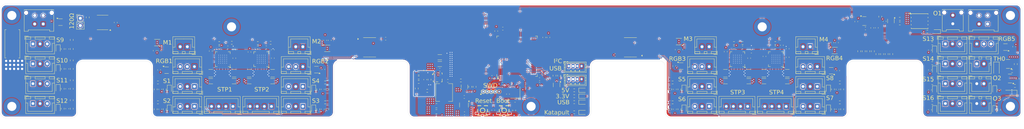
<source format=kicad_pcb>
(kicad_pcb (version 20241229) (generator "pcbnew") (generator_version "9.0")
  (layers (0 "F.Cu" signal) (4 "In1.Cu" power "Power") (6 "In2.Cu" power "GND") (2 "B.Cu" signal) (13 "F.Paste" user) (15 "B.Paste" user) (5 "F.SilkS" user "F.Silkscreen") (7 "B.SilkS" user "B.Silkscreen") (1 "F.Mask" user) (3 "B.Mask" user) (25 "Edge.Cuts" user))
  (net 0 "")
  (net 1 "GND")
  (net 2 "+3.3V")
  (net 3 "Net-(U1-PH0)")
  (net 4 "Net-(U1-PH1)")
  (net 5 "Net-(C8-Pad2)")
  (net 6 "Net-(C10-Pad2)")
  (net 7 "+24V")
  (net 8 "Net-(U4-CPO)")
  (net 9 "Net-(U4-CPI)")
  (net 10 "Net-(U4-VCP)")
  (net 11 "Net-(U4-5VOUT)")
  (net 12 "Net-(U5-CPO)")
  (net 13 "Net-(U5-CPI)")
  (net 14 "Net-(U5-VCP)")
  (net 15 "Net-(U5-5VOUT)")
  (net 16 "+5V")
  (net 17 "/Power/FB")
  (net 18 "NRST")
  (net 19 "Net-(D1-K)")
  (net 20 "INFO")
  (net 21 "SW1")
  (net 22 "SW7")
  (net 23 "SW2")
  (net 24 "SW8")
  (net 25 "SW3")
  (net 26 "SW9")
  (net 27 "SW4")
  (net 28 "SW10")
  (net 29 "SW5")
  (net 30 "SW11")
  (net 31 "SW6")
  (net 32 "SW12")
  (net 33 "Net-(J23-Pin_1)")
  (net 34 "SWDIO")
  (net 35 "SWCLK")
  (net 36 "I2C5_SDA")
  (net 37 "I2C5_SCL")
  (net 38 "/24V_CAN/CANH")
  (net 39 "Net-(J19-Pin_1)")
  (net 40 "/24V_CAN/CANL")
  (net 41 "Net-(J24-Pin_1)")
  (net 42 "Net-(J25-Pin_1)")
  (net 43 "Net-(J26-Pin_1)")
  (net 44 "Net-(J27-Pin_1)")
  (net 45 "Net-(J28-Pin_1)")
  (net 46 "Net-(J29-Pin_1)")
  (net 47 "Net-(J30-Pin_1)")
  (net 48 "Net-(J31-Pin_1)")
  (net 49 "Net-(J32-Pin_1)")
  (net 50 "USB_DP")
  (net 51 "VBUS")
  (net 52 "USB_DN")
  (net 53 "Net-(J33-Pin_1)")
  (net 54 "Net-(Q1-G)")
  (net 55 "Net-(Q2-G)")
  (net 57 "Net-(Q4-G)")
  (net 58 "Net-(U4-BRA)")
  (net 59 "Net-(U4-BRB)")
  (net 60 "Net-(U5-BRA)")
  (net 61 "Net-(U5-BRB)")
  (net 62 "BOOT0")
  (net 63 "MOT2_SLP")
  (net 64 "STP4_DIR")
  (net 65 "MOT4_IN2")
  (net 68 "MOT4_SLP")
  (net 69 "STP2_DIR")
  (net 71 "STP1_DIR")
  (net 72 "STP1_EN")
  (net 73 "CAN_TX")
  (net 75 "STP3_DIR")
  (net 76 "STP2_STEP")
  (net 77 "RGB1")
  (net 78 "STP2_UART")
  (net 79 "STP4_UART")
  (net 80 "MOT1_SLP")
  (net 81 "MOT1_IN1")
  (net 82 "STP1_STEP")
  (net 83 "MOT2_IN2")
  (net 84 "RGB4")
  (net 86 "MOT3_SLP")
  (net 87 "STP3_EN")
  (net 88 "RGB3")
  (net 89 "STP4_DIAG")
  (net 90 "STP1_DIAG")
  (net 91 "STP3_UART")
  (net 92 "MOT3_IN2")
  (net 93 "STP2_EN")
  (net 94 "STP4_STEP")
  (net 95 "CAN_RX")
  (net 96 "STP3_DIAG")
  (net 97 "RGB2")
  (net 98 "STP3_STEP")
  (net 99 "STP1_UART")
  (net 100 "MOT3_IN1")
  (net 101 "MOT2_IN1")
  (net 102 "STP2_DIAG")
  (net 103 "MOT1_IN2")
  (net 105 "MOT4_IN1")
  (net 106 "STP4_EN")
  (net 113 "Net-(U6-CPO)")
  (net 114 "Net-(U6-CPI)")
  (net 115 "Net-(U6-VCP)")
  (net 116 "Net-(U6-5VOUT)")
  (net 117 "Net-(U7-CPO)")
  (net 118 "Net-(U7-CPI)")
  (net 119 "Net-(U7-VCP)")
  (net 120 "Net-(U7-5VOUT)")
  (net 121 "Net-(U18-BOOT)")
  (net 122 "Net-(U18-SW)")
  (net 123 "Net-(U19-CE)")
  (net 124 "Net-(C58-Pad1)")
  (net 125 "Net-(J34-Pin_1)")
  (net 126 "Net-(J35-Pin_1)")
  (net 127 "Net-(J36-Pin_1)")
  (net 128 "Net-(J37-Pin_1)")
  (net 129 "Net-(J38-Pin_1)")
  (net 130 "Net-(D2-K)")
  (net 131 "Net-(D2-A)")
  (net 132 "Net-(D3-K)")
  (net 133 "Net-(D4-K)")
  (net 134 "Net-(D5-K)")
  (net 135 "/Outputs/High Power 1/EN")
  (net 136 "Net-(D6-K)")
  (net 137 "OUT3")
  (net 138 "Net-(D7-A)")
  (net 140 "Net-(J40-Pin_2)")
  (net 141 "Net-(D9-K)")
  (net 142 "RGB5")
  (net 143 "Net-(D10-A)")
  (net 144 "Net-(J7-Pin_2)")
  (net 145 "Net-(J7-Pin_3)")
  (net 146 "Net-(J7-Pin_1)")
  (net 147 "Net-(J7-Pin_4)")
  (net 148 "Net-(J8-Pin_4)")
  (net 149 "Net-(J8-Pin_1)")
  (net 150 "Net-(J8-Pin_3)")
  (net 151 "Net-(J8-Pin_2)")
  (net 152 "Net-(J9-Pin_4)")
  (net 153 "Net-(J9-Pin_2)")
  (net 154 "Net-(J9-Pin_3)")
  (net 155 "Net-(J9-Pin_1)")
  (net 156 "Net-(J10-Pin_4)")
  (net 157 "Net-(J10-Pin_3)")
  (net 158 "Net-(J10-Pin_2)")
  (net 159 "Net-(J10-Pin_1)")
  (net 160 "Net-(J11-Pin_2)")
  (net 161 "Net-(J11-Pin_1)")
  (net 162 "Net-(J12-Pin_2)")
  (net 163 "Net-(J12-Pin_1)")
  (net 164 "Net-(J13-Pin_1)")
  (net 165 "Net-(J13-Pin_2)")
  (net 166 "Net-(J14-Pin_1)")
  (net 167 "Net-(J14-Pin_2)")
  (net 168 "Net-(J15-Pin_2)")
  (net 169 "Net-(J16-Pin_2)")
  (net 170 "Net-(J17-Pin_2)")
  (net 171 "Net-(J18-Pin_2)")
  (net 172 "Net-(J39-Pin_2)")
  (net 173 "Net-(U6-BRA)")
  (net 174 "Net-(U6-BRB)")
  (net 175 "Net-(U7-BRA)")
  (net 176 "Net-(U7-BRB)")
  (net 177 "Net-(U17-PR1)")
  (net 178 "Net-(U18-EN)")
  (net 179 "Net-(R19-Pad1)")
  (net 180 "/Endstops/Switch 1/SW")
  (net 181 "/Endstops/Switch 2/SW")
  (net 182 "/Endstops/Switch 3/SW")
  (net 183 "/Endstops/Switch 4/SW")
  (net 184 "/Endstops/Switch 5/SW")
  (net 185 "/Endstops/Switch 6/SW")
  (net 186 "/Endstops/Switch 7/SW")
  (net 187 "/Endstops/Switch 8/SW")
  (net 188 "/Endstops/Switch 9/SW")
  (net 189 "/Endstops/Switch 10/SW")
  (net 190 "/Endstops/Switch 11/SW")
  (net 191 "/Endstops/Switch 12/SW")
  (net 192 "/Endstops/Switch 13/SW")
  (net 193 "/Endstops/Switch 14/SW")
  (net 194 "/Endstops/Switch 15/SW")
  (net 195 "/Endstops/Switch 16/SW")
  (net 196 "SW13")
  (net 197 "SW16")
  (net 198 "OUT1")
  (net 199 "OUT2")
  (net 200 "SW14")
  (net 201 "SW15")
  (net 209 "/Power/PG")
  (net 214 "Net-(D15-K)")
  (net 215 "Net-(D16-K)")
  (net 216 "Net-(D17-K)")
  (net 217 "Net-(D18-K)")
  (net 218 "Net-(D19-K)")
  (net 219 "Net-(D20-K)")
  (net 220 "Net-(D21-K)")
  (net 221 "Net-(D22-K)")
  (net 222 "Net-(D23-K)")
  (net 223 "Net-(D24-K)")
  (net 224 "Net-(D25-K)")
  (net 225 "Net-(D26-K)")
  (net 226 "Net-(D27-K)")
  (net 227 "Net-(D28-K)")
  (net 228 "Net-(D29-K)")
  (net 229 "Net-(D30-K)")
  (net 230 "Net-(U4-CLK)")
  (net 231 "Net-(U5-CLK)")
  (net 232 "Net-(U6-CLK)")
  (net 233 "Net-(U7-CLK)")
  (net 245 "/Power/AGND")
  (net 246 "TH0")
  (net 247 "Net-(D32-K-Pad3)")
  (net 248 "Net-(J50-Pin_1)")
  (net 252 "Net-(J20-Pin_1)")
  (footprint "Capacitor_SMD:C_0603_1608Metric" (layer "F.Cu") (at 345.9 105.05 -90)
    (property "Reference" "C79" (hide yes))
    (property "Value" "100nF")
  )
  (footprint "Resistor_SMD:R_0603_1608Metric" (layer "F.Cu") (at 117.1 112.628382)
    (property "Reference" "R103" (hide yes))
    (property "Value" "100k")
  )
  (footprint "Capacitor_SMD:C_0603_1608Metric" (layer "F.Cu") (at 90.1 115.375 90)
    (property "Reference" "C40" (hide yes))
    (property "Value" "1uF")
  )
  (footprint "Capacitor_SMD:C_0603_1608Metric" (layer "F.Cu") (at 212.075 107.625)
    (property "Reference" "C10" (hide yes))
    (property "Value" "2.2uF")
  )
  (footprint "TestPoint:TestPoint_THTPad_D1.0mm_Drill0.5mm" (layer "F.Cu") (at 210.8 129.8 90)
    (property "Reference" "J5" (hide yes))
    (property "Value" "Testpad")
  )
  (footprint "Resistor_SMD:R_0603_1608Metric" (layer "F.Cu") (at 346.6 116.6 -90)
    (property "Reference" "R30" (hide yes))
    (property "Value" "100")
  )
  (footprint "Resistor_SMD:R_0603_1608Metric" (layer "F.Cu") (at 197.375 125.9 180)
    (property "Reference" "R17" (hide yes))
    (property "Value" "100k")
  )
  (footprint "LED_SMD:LED_0603_1608Metric" (layer "F.Cu") (at 240.2125 131.4)
    (property "Reference" "D3" (hide yes))
    (property "Value" "LED")
  )
  (footprint "Resistor_SMD:R_0603_1608Metric" (layer "F.Cu") (at 61 111.6 -90)
    (property "Reference" "R93" (hide yes))
    (property "Value" "3.3k")
  )
  (footprint "Resistor_SMD:R_0603_1608Metric" (layer "F.Cu") (at 61 114.8 -90)
    (property "Reference" "R58" (hide yes))
    (property "Value" "100")
  )
  (footprint "Resistor_SMD:R_0603_1608Metric" (layer "F.Cu") (at 330.2 126.6 180)
    (property "Reference" "R80" (hide yes))
    (property "Value" "3.3k")
  )
  (footprint "LED_SMD:LED_0603_1608Metric" (layer "F.Cu") (at 384.5 129.1875 -90)
    (property "Reference" "D6" (hide yes))
    (property "Value" "LED")
  )
  (footprint "Resistor_SMD:R_0603_1608Metric" (layer "F.Cu") (at 57.8 135.8 90)
    (property "Reference" "R45" (hide yes))
    (property "Value" "100k")
  )
  (footprint "Capacitor_SMD:C_0603_1608Metric" (layer "F.Cu") (at 272.4 136 -90)
    (property "Reference" "C68" (hide yes))
    (property "Value" "100nF")
  )
  (footprint "Resistor_SMD:R_0603_1608Metric" (layer "F.Cu") (at 271.6 133.6)
    (property "Reference" "R84" (hide yes))
    (property "Value" "3.3k")
  )
  (footprint "Connector_JST:JST_XH_B3B-XH-A_1x03_P2.50mm_Vertical" (layer "F.Cu") (at 142 128 180)
    (property "Reference" "J34" (hide yes))
    (property "Value" "JST-XH")
  )
  (footprint "Connector_JST:JST_XH_B3B-XH-A_1x03_P2.50mm_Vertical" (layer "F.Cu") (at 47.4 120)
    (property "Reference" "J35" (hide yes))
    (property "Value" "JST-XH")
  )
  (footprint "Package_TO_SOT_SMD:SOT-23" (layer "F.Cu") (at 389.1625 120.05 180)
    (property "Reference" "Q2" (hide yes))
    (property "Value" "IRLML0030")
  )
  (footprint "Capacitor_SMD:C_0603_1608Metric" (layer "F.Cu") (at 273.05 115.025 90)
    (property "Reference" "C44" (hide yes))
    (property "Value" "1uF")
  )
  (footprint "Connector_JST:JST_XH_B3B-XH-A_1x03_P2.50mm_Vertical" (layer "F.Cu") (at 367.2 120)
    (property "Reference" "J27" (hide yes))
    (property "Value" "JST-XH")
  )
  (footprint "Capacitor_SMD:C_0603_1608Metric" (layer "F.Cu") (at 216.375 133 180)
    (property "Reference" "C6" (hide yes))
    (property "Value" "20pF")
  )
  (footprint "Capacitor_SMD:C_0603_1608Metric" (layer "F.Cu") (at 129.2 114.228382)
    (property "Reference" "C24" (hide yes))
    (property "Value" "2.2uF")
  )
  (footprint "Capacitor_SMD:C_0603_1608Metric" (layer "F.Cu") (at 131.5 118.028382 -90)
    (property "Reference" "C22" (hide yes))
    (property "Value" "22nF")
  )
  (footprint "Connector_JST:JST_XH_B2B-XH-A_1x02_P2.50mm_Vertical" (layer "F.Cu") (at 101.5 114 180)
    (property "Reference" "J11" (hide yes))
    (property "Value" "Conn_01x02_Pin")
  )
  (footprint "LED_SMD:LED_0603_1608Metric" (layer "F.Cu") (at 364.0125 108.7 180)
    (property "Reference" "D5" (hide yes))
    (property "Value" "LED")
  )
  (footprint "Capacitor_SMD:C_0603_1608Metric" (layer "F.Cu") (at 329.6 122.4 -90)
    (property "Reference" "C51" (hide yes))
    (property "Value" "100nF")
  )
  (footprint "Capacitor_SMD:C_1210_3225Metric" (layer "F.Cu") (at 298.3 123.328382 180)
    (property "Reference" "C32" (hide yes))
    (property "Value" "47uF")
  )
  (footprint "Connector_Molex:Molex_Micro-Fit_3.0_43045-0212_2x01_P3.00mm_Vertical" (layer "F.Cu") (at 369.8 105.92 180)
    (property "Reference" "J39" (hide yes))
    (property "Value" "Conn_01x02_Pin")
  )
  (footprint "Capacitor_SMD:C_0603_1608Metric" (layer "F.Cu") (at 219.95 128.525)
    (property "Reference" "C9" (hide yes))
    (property "Value" "100nF")
  )
  (footprint "Package_DFN_QFN:QFN-28-1EP_5x5mm_P0.5mm_EP3.75x3.75mm_ThermalVias" (layer "F.Cu") (at 294.3 118.390882 180)
    (property "Reference" "U6" (hide yes))
    (property "Value" "TMC2209-LA")
  )
  (footprint "Capacitor_SMD:C_0603_1608Metric" (layer "F.Cu") (at 224.975 125.425)
    (property "Reference" "C2" (hide yes))
    (property "Value" "100nF")
  )
  (footprint "Resistor_SMD:R_0603_1608Metric" (layer "F.Cu") (at 57.8 114.8 90)
    (property "Reference" "R57" (hide yes))
    (property "Value" "100k")
  )
  (footprint "Connector_JST:JST_XH_B4B-XH-A_1x04_P2.50mm_Vertical" (layer "F.Cu") (at 117.5 135 180)
    (property "Reference" "J7" (hide yes))
    (property "Value" "Conn_01x04_Pin")
  )
  (footprint "LED_SMD:LED_0603_1608Metric" (layer "F.Cu") (at 145.8 136 -90)
    (property "Reference" "D24" (hide yes))
    (property "Value" "LED")
  )
  (footprint "Resistor_SMD:R_0603_1608Metric" (layer "F.Cu") (at 182.6 124.875)
    (property "Reference" "R22" (hide yes))
    (property "Value" "73.2k")
  )
  (footprint "Package_TO_SOT_SMD:SOT-363_SC-70-6" (layer "F.Cu") (at 230.95 127.45 -90)
    (property "Reference" "U20" (hide yes))
    (property "Value" "SMF05CT1G-ES")
  )
  (footprint "LED_SMD:LED_0603_1608Metric" (layer "F.Cu") (at 363.4 122.2 -90)
    (property "Reference" "D19" (hide yes))
    (property "Value" "LED")
  )
  (footprint "Resistor_SMD:R_0603_1608Metric" (layer "F.Cu") (at 331 129 -90)
    (property "Reference" "R32" (hide yes))
    (property "Value" "100")
  )
  (footprint "Package_DFN_QFN:QFN-28-1EP_5x5mm_P0.5mm_EP3.75x3.75mm_ThermalVias" (layer "F.Cu") (at 307.8 118.3875 180)
    (property "Reference" "U7" (hide yes))
    (property "Value" "TMC2209-LA")
  )
  (footprint "Capacitor_SMD:C_0603_1608Metric" (layer "F.Cu") (at 198.575 131.7 180)
    (property "Reference" "C57" (hide yes))
    (property "Value" "10uF")
  )
  (footprint "Capacitor_SMD:C_0603_1608Metric" (layer "F.Cu") (at 190 122.1 180)
    (property "Reference" "C55" (hide yes))
    (property "Value" "100nF")
  )
  (footprint "Resistor_SMD:R_0603_1608Metric" (layer "F.Cu") (at 112.7 114.228382)
    (property "Reference" "R99" (hide yes))
    (property "Value" "100k")
  )
  (footprint "Connector_JST:JST_XH_B2B-XH-A_1x02_P2.50mm_Vertical" (layer "F.Cu") (at 378.2 127)
    (property "Reference" "J41" (hide yes))
    (property "Value" "Conn_01x02_Pin")
  )
  (footprint "Resistor_SMD:R_0603_1608Metric" (layer "F.Cu") (at 61 118.8 90)
    (property "Reference" "R91" (hide yes))
    (property "Value" "3.3k")
  )
  (footprint "Package_TO_SOT_SMD:SOT-363_SC-70-6" (layer "F.Cu") (at 57.05 105.35)
    (property "Reference" "U23" (hide yes))
    (property "Value" "SMF05CT1G-ES")
  )
  (footprint "Resistor_SMD:R_0603_1608Metric" (layer "F.Cu") (at 126.2 114.228382)
    (property "Reference" "R100" (hide yes))
    (property "Value" "100k")
  )
  (footprint "Capacitor_SMD:C_0603_1608Metric" (layer "F.Cu") (at 92 136 -90)
    (property "Reference" "C76" (hide yes))
    (property "Value" "100nF")
  )
  (footprint "Connector_JST:JST_XH_B2B-XH-A_1x02_P2.50mm_Vertical" (layer "F.Cu") (at 284.4 114 180)
    (property "Reference" "J13" (hide yes))
    (property "Value" "Conn_01x02_Pin")
  )
  (footprint "Package_TO_SOT_SMD:SOT-353_SC-70-5" (layer "F.Cu") (at 388.25 114.125 180)
    (property "Reference" "U22" (hide yes))
    (property "Value" "74LVC1G126")
  )
  (footprint "Connector_JST:JST_XH_B3B-XH-A_1x03_P2.50mm_Vertical" (layer "F.Cu") (at 142 135 180)
    (property "Reference" "J32" (hide yes))
    (property "Value" "JST-XH")
  )
  (footprint "Resistor_SMD:R_0603_1608Metric" (layer "F.Cu") (at 307.6 114.2)
    (property "Reference" "R102" (hide yes))
    (property "Value" "100k")
  )
  (footprint "Connector_JST:JST_XH_B3B-XH-A_1x03_P2.50mm_Vertical" (layer "F.Cu") (at 142 121 180)
    (property "Reference" "J16" (hide yes))
    (property "Value" "Conn_01x03_Pin")
  )
  (footprint "Resistor_SMD:R_0603_1608Metric" (layer "F.Cu") (at 274 136 90)
    (property "Reference" "R39" (hide yes))
    (property "Value" "100k")
  )
  (footprint "Capacitor_SMD:C_0603_1608Metric" (layer "F.Cu") (at 208.275 124.625)
    (property "Reference" "C11" (hide yes))
    (property "Value" "100nF")
  )
  (footprint "Connector_JST:JST_XH_B3B-XH-A_1x03_P2.50mm_Vertical" (layer "F.Cu") (at 47.4 127)
    (property "Reference" "J33" (hide yes))
    (property "Value" "JST-XH")
  )
  (footprint "Resistor_SMD:R_0603_1608Metric" (layer "F.Cu") (at 327.8 136 90)
    (property "Reference" "R35" (hide yes))
    (property "Value" "100k")
  )
  (footprint "Resistor_SMD:R_0603_1608Metric" (layer "F.Cu") (at 345 116.6 90)
    (property "Reference" "R81" (hide yes))
    (property "Value" "3.3k")
  )
  (footprint "Resistor_SMD:R_0603_1608Metric" (layer "F.Cu") (at 57.8 128.8 90)
    (property "Reference" "R49" (hide yes))
    (property "Value" "100k")
  )
  (footprint "Capacitor_SMD:C_0603_1608Metric" (layer "F.Cu") (at 329.4 129 -90)
    (property "Reference" "C64" (hide yes))
    (property "Value" "100nF")
  )
  (footprint "LCSC:DFN-8_L5.9-W5.2-P1.27-LS6.2-BL" (layer "F.Cu") (at 358.19 105 -90)
    (property "Reference" "Q1" (hide yes))
    (property "Value" "HY1904C2")
  )
  (footprint "Package_TO_SOT_SMD:SOT-353_SC-70-5" (layer "F.Cu") (at 274.6 120.8)
    (property "Reference" "U14" (hide yes))
    (property "Value" "74LVC1G126")
  )
  (footprint "Capacitor_SMD:C_1210_3225Metric" (layer "F.Cu") (at 131.4 123.328382 180)
    (property "Reference" "C27" (hide yes))
    (property "Value" "47uF")
  )
  (footprint "Resistor_SMD:R_0603_1608Metric" (layer "F.Cu") (at 61 132.8 -90)
    (property "Reference" "R87" (hide yes))
    (property "Value" "3.3k")
  )
  (footprint "Capacitor_SMD:C_0603_1608Metric" (layer "F.Cu") (at 213.9 130.675 -90)
    (property "Reference" "C3" (hide yes))
    (property "Value" "20pF")
  )
  (footprint "Resistor_SMD:R_1206_3216Metric" (layer "F.Cu") (at 290.1 126.128382 180)
    (property "Reference" "R8" (hide yes))
    (property "Value" "110m")
  )
  (footprint "Resistor_SMD:R_0603_1608Metric" (layer "F.Cu") (at 184.9 122.325 90)
    (property "Reference" "R15" (hide yes))
    (property "Value" "0")
  )
  (footprint "Capacitor_SMD:C_1210_3225Metric" (layer "F.Cu") (at 311.8 123.325 180)
    (property "Reference" "C39" (hide yes))
    (property "Value" "47uF")
  )
  (footprint "Connector_JST:JST_XH_B4B-XH-A_1x04_P2.50mm_Vertical" (layer "F.Cu") (at 131 135 180)
    (property "Reference" "J8" (hide yes))
    (property "Value" "Conn_01x04_Pin")
  )
  (footprint "Connector_JST:JST_XH_B3B-XH-A_1x03_P2.50mm_Vertical" (layer "F.Cu") (at 367.2 127)
    (property "Reference" "J25" (hide yes))
    (property "Value" "JST-XH")
  )
  (footprint "Resistor_SMD:R_0603_1608Metric" (layer "F.Cu") (at 185.6 129.5)
    (property "Reference" "R107" (hide yes))
    (property "Value" "100k")
  )
  (footprint "Resistor_SMD:R_0603_1608Metric" (layer "F.Cu") (at 362.6 112.8 180)
    (property "Reference" "R41" (hide yes))
    (property "Value" "100k")
  )
  (footprint "Capacitor_SMD:C_0603_1608Metric" (layer "F.Cu") (at 299.2 115.7)
    (property "Reference" "C29" (hide yes))
    (property "Value" "100nF")
  )
  (footprint "Resistor_SMD:R_0603_1608Metric" (layer "F.Cu") (at 362.6 119.8 180)
    (property "Reference" "R37" (hide yes))
    (property "Value" "100k")
  )
  (footprint "Capacitor_SMD:C_0603_1608Metric" (layer "F.Cu") (at 311.9 114.7 90)
    (property "Reference" "C35" (hide yes))
    (property "Value" "100nF")
  )
  (footprint "Connector_JST:JST_XH_B2B-XH-A_1x02_P2.50mm_Vertical" (layer "F.Cu") (at 319.8 114 180)
    (property "Reference" "J14" (hide yes))
    (property "Value" "Conn_01x02_Pin")
  )
  (footprint "Resistor_SMD:R_1206_3216Metric" (layer "F.Cu") (at 117.9 126.128382)
    (property "Reference" "R5" (hide yes))
    (property "Value" "110m")
  )
  (footprint "easyeda2kicad:VQFN-HR-10_L3.0-W3.0_RPA" (layer "F.Cu") (at 189.27 124.79)
    (property "Reference" "U18" (hide yes))
    (property "Value" "TPS56637RPAR")
  )
  (footprint "Capacitor_SMD:C_0805_2012Metric" (layer "F.Cu") (at 188.8 136.85 180)
    (property "Reference" "C61" (hide yes))
    (property "Value" "22uF")
  )
  (footprint "Capacitor_SMD:C_0603_1608Metric" (layer "F.Cu") (at 59.4 128.8 -90)
    (property "Reference" "C73" (hide yes))
    (property "Value" "100nF")
  )
  (footprint "Resistor_SMD:R_0603_1608Metric" (layer "F.Cu") (at 112.7 112.728382 180)
    (property "Reference" "R95" (hide yes))
    (property "Value" "100k")
  )
  (footprint "Capacitor_SMD:C_0603_1608Metric" (layer "F.Cu") (at 296.1 114.228382)
    (property "Reference" "C30" (hide yes))
    (property "Value" "2.2uF")
  )
  (footprint "Resistor_SMD:R_0603_1608Metric" (layer "F.Cu") (at 296.1 112.7)
    (property "Reference" "R105" (hide yes))
    (property "Value" "100k")
  )
  (footprint "Package_SON:WSON-8-1EP_2x2mm_P0.5mm_EP0.9x1.6mm" (layer "F.Cu") (at 328.4 115.35)
    (property "Reference" "U11" (hide yes))
    (property "Value" "DRV8837")
  )
  (footprint "Resistor_SMD:R_0603_1608Metric" (layer "F.Cu") (at 91.2 126.6)
    (property "Reference" "R94" (hide yes))
    (property "Value" "3.3k")
  )
  (footprint "Resistor_SMD:R_0603_1608Metric" (layer "F.Cu") (at 149.8 126.6 180)
    (property "Reference" "R90" (hide yes))
    (property "Value" "3.3k")
  )
  (footprint "Resistor_SMD:R_0603_1608Metric" (layer "F.Cu") (at 338.6 115.6 90)
    (property "Reference" "R85" (hide yes))
    (property "Value" "3.3k")
  )
  (footprint "LED_SMD:LED_0603_1608Metric" (layer "F.Cu") (at 275.6 129 -90)
    (property "Reference" "D22" (hide yes))
    (property "Value" "LED")
  )
  (footprint "Resistor_SMD:R_1206_3216Metric" (layer "F.Cu") (at 123.2 126.128382 180)
    (property "Reference" "R6" (hide yes))
    (property "Value" "110m")
  )
  (footprint "Resistor_SMD:R_0603_1608Metric" (layer "F.Cu") (at 307.6 112.7 180)
    (property "Reference" "R98" (hide yes))
    (property "Value" "100k")
  )
  (footprint "Capacitor_SMD:C_1210_3225Metric" (layer "F.Cu") (at 123.2 123.328382)
    (property "Reference" "C26" (hide yes))
    (property "Value" "47uF")
  )
  (footprint "Connector_Molex:Molex_Micro-Fit_3.0_43045-0412_2x02_P3.00mm_Vertical" (layer "F.Cu") (at 51 106 180)
    (property "Reference" "J21" (hide yes))
    (property "Value" "MX3.0")
  )
  (footprint "Capacitor_SMD:C_0603_1608Metric" (layer "F.Cu") (at 115.7 114.228382)
    (property "Reference" "C18" (hide yes))
    (property "Value" "2.2uF")
  )
  (footprint "Resistor_SMD:R_0603_1608Metric" (layer "F.Cu") (at 231.8 124.175 -90)
    (property "Reference" "R2" (hide yes))
    (property "Value" "15k")
  )
  (footprint "Capacitor_SMD:C_0603_1608Metric" (layer "F.Cu") (at 151.4 111.75 -90)
    (property "Reference" "C42" (hide yes))
    (property "Value" "1uF")
  )
  (footprint "Package_DFN_QFN:QFN-28-1EP_5x5mm_P0.5mm_EP3.75x3.75mm_ThermalVias" (layer "F.Cu") (at 113.9 118.390882 180)
    (property "Reference" "U4" (hide yes))
    (property "Value" "TMC2209-LA")
  )
  (footprint "Resistor_SMD:R_0603_1608Metric" (layer "F.Cu") (at 61 121.8 90)
    (property "Reference" "R54" (hide yes))
    (property "Value" "100")
  )
  (footprint "Capacitor_SMD:C_0603_1608Metric" (layer "F.Cu") (at 198.65 137.4 180)
    (property "Reference" "C59" (hide yes))
    (property "Value" "10uF")
  )
  (footprint "TestPoint:TestPoint_THTPad_D1.0mm_Drill0.5mm" (layer "F.Cu") (at 206.6 129.8 90)
    (property "Reference" "J2" (hide yes))
    (property "Value" "Testpad")
  )
  (footprint "Resistor_SMD:R_0603_1608Metric" (layer "F.Cu") (at 147.4 129 90)
    (property "Reference" "R51" (hide yes))
    (property "Value" "100k")
  )
  (footprint "Diode_SMD:D_SOD-123" (layer "F.Cu") (at 385.1 121.75 -90)
    (property "Reference" "D7" (hide yes))
    (property "Value" "1N4007")
  )
  (footprint "Capacitor_SMD:C_0805_2012Metric" (layer "F.Cu") (at 188.8 134.75 180)
    (property "Reference" "C60" (hide yes))
    (property "Value" "22uF")
  )
  (footprint "Capacitor_SMD:C_0603_1608Metric" (layer "F.Cu") (at 59.4 121.8 -90)
    (property "Reference" "C75" (hide yes))
    (property "Value" "100nF")
  )
  (footprint "LED_SMD:LED_0603_1608Metric" (layer "F.Cu") (at 145.8 129 -90)
    (property "Reference" "D26" (hide yes))
    (property "Value" "LED")
  )
  (footprint "Resistor_SMD:R_0603_1608Metric" (layer "F.Cu") (at 237.1125 129.3)
    (property "Reference" "R25" (hide yes))
    (property "Value" "3.3k")
  )
  (footprint "Connector_PinHeader_2.54mm:PinHeader_1x02_P2.54mm_Vertical" (layer "F.Cu") (at 64.005 104)
    (property "Reference" "J19" (hide yes))
    (property "Value" "Conn_01x02_Pin")
  )
  (footprint "Connector_JST:JST_XH_B2B-XH-A_1x02_P2.50mm_Vertical" (layer "F.Cu") (at 378.2 134)
    (property "Reference" "J44" (hide yes))
    (property "Value" "Conn_01x02_Pin")
  )
  (footprint "LED_SMD:LED_0603_1608Metric" (layer "F.Cu") (at 363.4 136.2 -90)
    (property "Reference" "D15" (hide yes))
    (property "Value" "LED")
  )
  (footprint "Capacitor_SMD:C_1206_3216Metric" (layer "F.Cu") (at 190 117.7 180)
    (property "Reference" "C53" (hide yes))
    (property "Value" "10uF")
  )
  (footprint "Package_TO_SOT_SMD:SOT-23-5" (layer "F.Cu") (at 198.475 134.5 -90)
    (property "Reference" "U19" (hide yes))
    (property "Value" "ME6211C33M5")
  )
  (footprint "Resistor_SMD:R_0603_1608Metric" (layer "F.Cu") (at 337 115.6 -90)
    (property "Reference" "R42" (hide yes))
    (property "Value" "100")
  )
  (footprint "Package_DFN_QFN:QFN-28-1EP_5x5mm_P0.5mm_EP3.75x3.75mm_ThermalVias" (layer "F.Cu") (at 127.4 118.390882 180)
    (property "Reference" "U5" (hide yes))
    (property "Value" "TMC2209-LA")
  )
  (footprint "Connector_JST:JST_ZH_B4B-ZR_1x04_P1.50mm_Vertical" (layer "F.Cu") (at 235.2 125.4)
    (property "Reference" "J42" (hide yes))
    (property "Value" "JST-ZH")
  )
  (footprint "Package_SON:WSON-8-1EP_2x2mm_P0.5mm_EP0.9x1.6mm" (layer "F.Cu") (at 150.55 114.6)
    (property "Reference" "U9" (hide yes))
    (property "Value" "DRV8837")
  )
  (footprint "Resistor_SMD:R_0603_1608Metric" (layer "F.Cu") (at 340.2 115.6 90)
    (property "Reference" "R83" (hide yes))
    (property "Value" "3.3k")
  )
  (footprint "Capacitor_SMD:C_1210_3225Metric" (layer "F.Cu") (at 117.9 123.328382 180)
    (property "Reference" "C20" (hide yes))
    (property "Value" "47uF")
  )
  (footprint "Resistor_SMD:R_0603_1608Metric" (layer "F.Cu") (at 331 136 -90)
    (property "Reference" "R36" (hide yes))
    (property "Value" "100")
  )
  (footprint "Connector_JST:JST_XH_B3B-XH-A_1x03_P2.50mm_Vertical" (layer "F.Cu") (at 322.3 135 180)
    (property "Reference" "J26" (hide yes))
    (property "Value" "JST-XH")
  )
  (footprint "Package_QFP:LQFP-100_14x14mm_P0.5mm" (layer "F.Cu") (at 217.1 117.325 90)
    (property "Reference" "U1" (hide yes))
    (property "Value" "STM32H723VGTx")
  )
  (footprint "Connector_JST:JST_XH_B3B-XH-A_1x03_P2.50mm_Vertical" (layer "F.Cu") (at 322.3 128 180)
    (property "Reference" "J24" (hide yes))
    (property "Value" "JST-XH")
  )
  (footprint "Resistor_SMD:R_0603_1608Metric" (layer "F.Cu") (at 327.8 129 90)
    (property "Reference" "R31" (hide yes))
    (property "Value" "100k")
  )
  (footprint "Package_SO:SOIC-8_3.9x4.9mm_P1.27mm" (layer "F.Cu") (at 71.805 105.475 180)
    (property "Reference" "U16" (hide yes))
    (property "Value" "SN65HVD231")
  )
  (footprint "Capacitor_SMD:C_0603_1608Metric" (layer "F.Cu") (at 391.3 113.975 -90)
    (property "Reference" "C80" (hide yes))
    (property "Value" "100nF")
  )
  (footprint "Resistor_SMD:R_1206_3216Metric" (layer "F.Cu") (at 311.8 126.125)
    (property "Reference" "R11" (hide yes))
    (property "Value" "110m")
  )
  (footprint "Fuse:Fuseholder_Littelfuse_Nano2_154x" (layer "F.Cu") (at 40.2 113 -90)
    (property "Reference" "F1" (hide yes))
    (property "Value" "4A")
  )
  (footprint "Connector_JST:JST_XH_B3B-XH-A_1x03_P2.50mm_Vertical" (layer "F.Cu") (at 367.2 113)
    (property "Reference" "J29" (hide yes))
    (property "Value" "JST-XH")
  )
  (footprint "Capacitor_SMD:C_0603_1608Metric" (layer "F.Cu") (at 361.8 122.175 -90)
    (property "Reference" "C67" (hide yes))
    (property "Value" "100nF")
  )
  (footprint "Resistor_SMD:R_0603_1608Metric" (layer "F.Cu") (at 386 136.175 90)
    (property "Reference" "R70" (hide yes))
    (property "Value" "2.7k")
  )
  (footprint "Resistor_SMD:R_0603_1608Metric" (layer "F.Cu") (at 90.4 129 -90)
    (property "Reference" "R60" (hide yes))
    (property "Value" "100")
  )
  (footprint "Capacitor_SMD:C_0603_1608Metric" (layer "F.Cu") (at 118 118.028382 -90)
    (property "Reference" "C16" (hide yes))
    (property "Value" "22nF")
  )
  (footprint "Resistor_SMD:R_0603_1608Metric" (layer "F.Cu") (at 182.6 126.375)
    (property "Reference" "R19" (hide yes))
    (property "Value" "20k")
  )
  (footprint "Capacitor_SMD:C_0603_1608Metric" (layer "F.Cu") (at 208.75 136.34 -90)
    (property "Reference" "C62" (hide yes))
    (property "Value" "100nF")
  )
  (footprint "Capacitor_SMD:C_0603_1608Metric" (layer "F.Cu") (at 149.8 111.75 -90)
    (property "Reference" "C43" (hide yes))
    (property "Value" "1uF")
  )
  (footprint "Resistor_SMD:R_0603_1608Metric" (layer "F.Cu") (at 390.575 122.6)
    (property "Reference" "R65" (hide yes))
    (property "Value" "100")
  )
  (footprint "Resistor_SMD:R_0603_1608Metric" (layer "F.Cu") (at 274 129 90)
    (property "Reference" "R43" (hide yes))
    (property "Value" "100k")
  )
  (footprint "Capacitor_SMD:C_0603_1608Metric" (layer "F.Cu") (at 224.975 127.025)
    (property "Reference" "C1" (hide yes))
    (property "Value" "10uF")
  )
  (footprint "Connector_JST:JST_XH_B3B-XH-A_1x03_P2.50mm_Vertical" (layer "F.Cu") (at 104 135 180)
    (property "Reference" "J36" (hide yes))
    (property "Value" "JST-XH")
  )
  (footprint "Capacitor_SMD:C_0603_1608Metric" (layer "F.Cu") (at 59.4 135.8 -90)
    (property "Reference" "C71" (hide yes))
    (property "Value" "100nF")
  )
  (footprint "Capacitor_SMD:C_0603_1608Metric" (layer "F.Cu") (at 91.7 115.375 90)
    (property "Reference" "C41" (hide yes))
    (property "Value" "1uF")
  )
  (footprint "Capacitor_SMD:C_0603_1608Metric" (layer "F.Cu") (at 76.405 105.475 -90)
    (property "Reference" "C52" (hide yes))
    (property "Value" "100nF")
  )
  (footprint "LED_SMD:LED_0603_1608Metric" (layer "F.Cu") (at 275.6 136 -90)
    (property "Reference" "D20" (hide yes))
    (property "Value" "LED")
  )
  (footprint "Connector_JST:JST_XH_B3B-XH-A_1x03_P2.50mm_Vertical" (layer "F.Cu") (at 284.4 128 180)
    (property "Reference" "J30" (hide yes))
    (property "Value" "JST-XH")
  )
  (footprint "Resistor_SMD:R_0603_1608Metric" (layer "F.Cu") (at 93.6 129 90)
    (property "Reference" "R59" (hide yes))
    (property "Value" "100k")
  )
  (footprint "Capacitor_SMD:C_0603_1608Metric" (layer "F.Cu") (at 209.775 108.5 -90)
    (property "Reference" "C7" (hide yes))
    (property "Value" "100nF")
  )
  (footprint "LCSC:SW-SMD_4P-L3.4-W3.4-P2.00-LS4.0_TS3315A160GF" (layer "F.Cu") (at 204.95 136.44)
    (property "Reference" "SW1" (hide yes))
    (property "Value" "SW_SPST")
  )
  (footprint "Crystal:Crystal_SMD_3225-4Pin_3.2x2.5mm" (layer "F.Cu") (at 216.45 130.1 90)
    (property "Reference" "Y1" (hide yes))
    (property "Value" "Crystal_GND24")
  )
  (footprint "Capacitor_SMD:C_0603_1608Metric" (layer "F.Cu") (at 303.8 117.4 90)
    (property "Reference" "C37" (hide yes))
    (property "Value" "1uF")
  )
  (footprint "Resistor_SMD:R_0603_1608Metric" (layer "F.Cu") (at 216.05 136.44 -90)
    (property "Reference" "R28" (hide yes))
    (property "Value" "100k")
  )
  (footprint "Package_SON:WSON-8-1EP_2x2mm_P0.5mm_EP0.9x1.6mm" (layer "F.Cu") (at 90.95 112.55 180)
    (property "Reference" "U8" (hide yes))
    (property "Value" "DRV8837")
  )
  (footprint "Connector_JST:JST_XH_B3B-XH-A_1x03_P2.50mm_Vertical" (layer "F.Cu") (at 322.3 121 180)
    (property "Reference" "J18" (hide yes))
    (property "Value" "Conn_01x03_Pin")
  )
  (footprint "Capacitor_SMD:C_0603_1608Metric" (layer "F.Cu") (at 149 129 -90)
    (property "Reference" "C74" (hide yes))
    (property "Value" "100nF")
  )
  (footprint "Resistor_SMD:R_0603_1608Metric" (layer "F.Cu") (at 344.4 103.425 -90)
    (property "Reference" "R20" (hide yes))
    (property "Value" "10k")
  )
  (footprint "Connector_JST:JST_XH_B3B-XH-A_1x03_P2.50mm_Vertical" (layer "F.Cu") (at 104 121 180)
    (property "Reference" "J15" (hide yes))
    (property "Value" "Conn_01x03_Pin")
  )
  (footprint "Resistor_SMD:R_0603_1608Metric" (layer "F.Cu") (at 391.9 120.125 90)
    (property "Reference" "R66" (hide yes))
    (property "Value" "10k")
  )
  (footprint "Resistor_SMD:R_0603_1608Metric" (layer "F.Cu") (at 351.225 105.8)
    (property "Reference" "R62" (hide yes))
    (property "Value" "100")
  )
  (footprint "Resistor_SMD:R_0603_1608Metric" (layer "F.Cu") (at 182.6 123.4)
    (property "Reference" "R16" (hide yes))
    (property "Value" "100k")
  )
  (footprint "Resistor_SMD:R_0603_1608Metric" (layer "F.Cu") (at 130.7 112.628382)
    (property "Reference" "R104" (hide yes))
    (property "Value" "100k")
  )
  (footprint "LED_SMD:LED_0603_1608Metric" (layer "F.Cu") (at 240.2125 133.5)
    (property "Reference" "D2" (hide yes))
    (property "Value" "LED")
  )
  (footprint "Resistor_SMD:R_0603_1608Metric" (layer "F.Cu") (at 126.2 112.728382 180)
    (property "Reference" "R96" (hide yes))
    (property "Value" "100k")
  )
  (footprint "Resistor_SMD:R_0603_1608Metric" (layer "F.Cu") (at 293.1 114.228382)
    (property "Reference" "R101" (hide yes))
    (property "Value" "100k")
  )
  (footprint "Connector_Molex:Molex_Micro-Fit_3.0_43045-0412_2x02_P3.00mm_Vertical" (layer "F.Cu") (at 382 106 180)
    (property "Reference" "J20" (hide yes))
    (property "Value" "MX3.0")
  )
  (footprint "Resistor_SMD:R_0603_1608Metric" (layer "F.Cu") (at 90.4 136 -90)
    (property "Reference" "R56" (hide yes))
    (property "Value" "100")
  )
  (footprint "Capacitor_SMD:C_0603_1608Metric" (layer "F.Cu") (at 171.025 111.2)
    (property "Reference" "C15" (hide yes))
    (property "Value" "100nF")
  )
  (footprint "Resistor_SMD:R_0603_1608Metric" (layer "F.Cu") (at 147.4 136 90)
    (property "Reference" "R47" (hide yes))
    (property "Value" "100k")
  )
  (footprint "Package_SO:TSSOP-20_4.4x6.5mm_P0.65mm" (layer "F.Cu") (at 165.4 114.2)
    (property "Reference" "U3" (hide yes))
    (property "Value" "SN74LVC245APW")
  )
  (footprint "Resistor_SMD:R_0603_1608Metric" (layer "F.Cu") (at 61 135.8 -90)
    (property "Reference" "R46" (hide yes))
    (property "Value" "100")
  )
  (footprint "Resistor_SMD:R_0603_1608Metric" (layer "F.Cu") (at 61 128.8 -90)
    (property "Reference" "R50" (hide yes))
    (property "Value" "100")
  )
  (footprint "Connector_JST:JST_XH_B3B-XH-A_1x03_P2.50mm_Vertical" (layer "F.Cu") (at 104 128 180)
    (property "Reference" "J38" (hide yes))
    (property "Value" "JST-XH")
  )
  (footprint "Package_TO_SOT_SMD:SOT-353_SC-70-5" (layer "F.Cu") (at 146.75 122.05 180)
    (property "Reference" "U13" (hide yes))
    (property "Value" "74LVC1G126")
  )
  (footprint "Capacitor_SMD:C_0603_1608Metric" (layer "F.Cu") (at 327.6 112.55 -90)
    (property "Reference" "C47" (hide yes))
    (property "Value" "1uF")
  )
  (footprint "Capacitor_SMD:C_0603_1608Metric" (layer "F.Cu") (at 343.189234 107.352734 -90)
    (property "Reference" "R108" (hide yes))
    (property "Value" "2.37k")
  )
  (footprint "Capacitor_SMD:C_1206_3216Metric" (layer "F.Cu") (at 190 120.1 180)
    (property "Reference" "C54" (hide yes))
    (property "Value" "10uF")
  )
  (footprint "Package_TO_SOT_SMD:SOT-23" (layer "F.Cu") (at 389.8375 125.2 180)
    (property "Reference" "Q4" (hide yes))
    (property "Value" "IRLML0030")
  )
  (footprint "Resistor_SMD:R_0603_1608Metric" (layer "F.Cu") (at 61 125.8 -90)
    (property "Reference" "R89" (hide yes))
    (property "Value" "3.3k")
  )
  (footprint "Resistor_SMD:R_0603_1608Metric" (layer "F.Cu") (at 362.6 126.8 180)
    (property "Reference" "R33" (hide yes))
    (property "Value" "100k")
  )
  (footprint "Connector_JST:JST_XH_B3B-XH-A_1x03_P2.50mm_Vertical" (layer "F.Cu") (at 47.4 113)
    (property "Reference" "J37" (hide yes))
    (property "Value" "JST-XH")
  )
  (footprint "Resistor_SMD:R_1206_3216Metric" (layer "F.Cu") (at 109.7 126.128382 180)
    (property "Reference" "R4" (hide yes))
    (property "Value" "110m")
  )
  (footprint "Connector_JST:JST_XH_B4B-XH-A_1x04_P2.50mm_Vertical" (layer "F.Cu") (at 311.4 135 180)
    (property "Reference" "J10" (hide yes))
    (property "Value" "Conn_01x04_Pin")
  )
  (footprint "Capacitor_SMD:C_0603_1608Metric" (layer "F.Cu") (at 215.075 127.025)
    (property "Reference" "C5" (hide yes))
    (property "Value" "100nF")
  )
  (footprint "Resistor_SMD:R_0603_1608Metric" (layer "F.Cu") (at 57.8 121.8 90)
    (property "Reference" "R53" (hide yes))
    (property "Value" "100k")
  )
  (footprint "LED_SMD:LED_0603_1608Metric" (layer "F.Cu") (at 363.4 115.2 -90)
    (property "Reference" "D21" (hide yes))
    (property "Value" "LED")
  )
  (footprint "Resistor_SMD:R_1206_3216Metric" (layer "F.Cu") (at 303.6 126.125 180)
    (property "Reference" "R10" (hide yes))
    (property "Value" "110m")
  )
  (footprint "Capacitor_SMD:C_0603_1608Metric" (layer "F.Cu") (at 272.4 129 -90)
    (property "Reference" "C70" (hide yes))
    (property "Value" "100nF")
  )
  (footprint "Capacitor_SMD:C_0603_1608Metric" (layer "F.Cu") (at 149 136 -90)
    (property "Reference" "C72" (hide yes))
    (property "Value" "100nF")
  )
  (footprint "LED_SMD:LED_0603_1608Metric" (layer "F.Cu") (at 240.2125 137.1)
    (property "Reference" "D1" (hide yes))
    (property "Value" "LED")
  )
  (footprint "TestPoint:TestPoint_THTPad_D1.0mm_Drill0.5mm" (layer "F.Cu") (at 209.4 129.8 90)
    (property "Reference" "J4" (hide yes))
    (property "Value" "Testpad")
  )
  (footprint "Resistor_SMD:R_0603_1608Metric" (layer "F.Cu") (at 271.6 126.6)
    (property "Reference" "R86" (hide yes))
    (property "Value" "3.3k")
  )
  (footprint "Capacitor_SMD:C_1210_3225Metric" (layer "F.Cu") (at 109.7 123.328382)
    (property "Reference" "C21" (hide yes))
    (property "Value" "47uF")
  )
  (footprint "Capacitor_SMD:C_0603_1608Metric" (layer "F.Cu") (at 192.8 126)
    (property "Reference" "C56" (hide yes))
    (property "Value" "100nF")
  )
  (footprint "Resistor_SMD:R_0603_1608Metric" (layer "F.Cu") (at 150.6 136 -90)
    (property "Reference" "R48" (hide yes))
    (property "Value" "100")
  )
  (footprint "Resistor_SMD:R_0603_1608Metric" (layer "F.Cu") (at 360.875 108.7)
    (property "Reference" "R61" (hide yes))
    (property "Value" "3.3k")
  )
  (footprint "Package_TO_SOT_SMD:SOT-23" (layer "F.Cu") (at 338.789234 104.952734)
    (property "Reference" "D32" (hide yes))
    (property "Value" "BAV99")
  )
  (footprint "Resistor_SMD:R_0603_1608Metric" (layer "F.Cu") (at 181.9 128.7 90)
    (property "Reference" "R21" (hide yes))
    (property "Value" "49.9")
  )
  (footprint "LED_SMD:LED_0603_1608Metric" (layer "F.Cu") (at 326.2 136 -90)
    (property "Reference" "D18" (hide yes))
    (property "Value" "LED")
  )
  (footprint "Capacitor_SMD:C_0603_1608Metric" (layer "F.Cu") (at 361.8 115.2 -90)
    (property "Reference" "C69" (hide yes))
    (property "Value" "100nF")
  )
  (footprint "LED_SMD:LED_0603_1608Metric" (layer "F.Cu") (at 56.2 128.8 -90)
    (property "Reference" "D25" (hide yes))
    (property "Value" "LED")
  )
  (footprint "Capacitor_SMD:C_0603_1608Metric" (layer "F.Cu") (at 311.9 117.7 -90)
    (property "Reference" "C34" (hide yes))
    (property "Value" "22nF")
  )
  (footprint "Capacitor_SMD:C_0603_1608Metric" (layer "F.Cu") (at 361.8 129.2 -90)
    (property "Reference" "C65" (hide yes))
    (property "Value" "100nF")
  )
  (footprint "Package_TO_SOT_SMD:SOT-353_SC-70-5" (layer "F.Cu") (at 348.1 104.95 -90)
    (property "Reference" "U21" (hide yes))
    (property "Value" "74LVC1G126")
  )
  (footprint "LED_SMD:LED_0603_1608Metric" (layer "F.Cu") (at 326.2 129 -90)
    (property "Reference" "D16" (hide yes))
    (property "Value" "LED")
  )
  (footprint "Capacitor_SMD:C_0603_1608Metric" (layer "F.Cu") (at 184.9 125.575 90)
    (property "Reference" "C58" (hide yes))
    (property "Value" "100pF")
  )
  (footprint "Resistor_SMD:R_0603_1608Metric" (layer "F.Cu") (at 293.1 112.728382 180)
    (property "Reference" "R97" (hide yes))
    (property "Value" "100k")
  )
  (footprint "LED_SMD:LED_0603_1608Metric" (layer "F.Cu") (at 56.2 114.8 -90)
    (property "Reference" "D29" (hide yes))
    (property "Value" "LED")
  )
  (footprint "LCSC:SW-SMD_4P-L3.4-W3.4-P2.00-LS4.0_TS3315A160GF" (layer "F.Cu") (at 212.5 136.44)
    (property "Reference" "SW2" (hide yes))
    (property "Value" "SW_SPST")
  )
  (footprint "Resistor_SMD:R_0603_1608Metric" (layer "F.Cu") (at 200.675 128.1 90)
    (property "Reference" "R13" (hide yes))
    (property "Value" "100k")
  )
  (footprint "Resistor_SMD:R_0603_1608Metric" (layer "F.Cu") (at 391.575 127.8 180)
    (property "Reference" "R71" (hide yes))
    (property "Value" "100")
  )
  (footprint "Package_SO:TSSOP-20_4.4x6.5mm_P0.65mm" (layer "F.Cu") (at 256.8 114.2 180)
    (property "Reference" "U2" (hide yes))
    (property "Value" "SN74LVC245APW")
  )
  (footprint "Resistor_SMD:R_0603_1608Metric" (layer "F.Cu") (at 386.1 129.175 90)
    (property "Reference" "R64" (hide yes))
    (property "Value" "2.7k")
  )
  (footprint "Diode_SMD:D_SOD-123" (layer "F.Cu") (at 389.95 130.3 180)
    (property "Reference" "D10" (hide yes))
    (property "Value" "1N4007")
  )
  (footprint "Package_SON:WSON-8-1EP_2x2mm_P0.5mm_EP0.9x1.6mm" (layer "F.Cu") (at 273.8 112.2 180)
    (property "Reference" "U10" (hide yes))
    (property "Value" "DRV8837")
  )
  (footprint "Resistor_SMD:R_0603_1608Metric" (layer "F.Cu") (at 186.4 125.575 -90)
    (property "Reference" "R23" (hide yes))
    (property "Value" "10k")
  )
  (footprint "Capacitor_SMD:C_0603_1608Metric" (layer "F.Cu") (at 91.6 122.175 90)
    (property "Reference" "C48" (hide yes))
    (property "Value" "100nF")
  )
  (footprint "Inductor_SMD:L_Chilisin_BMRA00050530" (layer "F.Cu") (at 191.5 130.1 -90)
    (property "Reference" "L1" (hide yes))
    (property "Value" "L_Ferrite")
  )
  (footprint "Resistor_SMD:R_0603_1608Metric" (layer "F.Cu") (at 149.8 133.6 180)
    (property "Reference" "R88" (hide yes))
    (property "Value" "3.3k")
  )
  (footprint "Capacitor_SMD:C_0603_1608Metric" (layer "F.Cu") (at 329.4 136 -90)
    (property "Reference" "C66" (hide yes))
    (property "Value" "100nF")
  )
  (footprint "Resistor_SMD:R_0603_1608Metric" (layer "F.Cu") (at 343.4 116.6 -90)
    (property "Reference" "R34" (hide yes))
    (property "Value" "100")
  )
  (footprint "Resistor_SMD:R_0603_1608Metric" (layer "F.Cu") (at 351.225 104.2 180)
    (property "Reference" "R63" (hide yes))
    (property "Value" "10k")
  )
  (footprint "LED_SMD:LED_0603_1608Metric" (layer "F.Cu") (at 56.2 121.8 -90)
    (property "Reference" "D27" (hide yes))
    (property "Value" "LED")
  )
  (footprint "Capacitor_SMD:C_0603_1608Metric" (layer "F.Cu") (at 228.075 110.725 -90)
    (property "Reference" "C8" (hide yes))
    (property "Value" "2.2uF")
  )
  (footprint "Resistor_SMD:R_0603_1608Metric" (layer "F.Cu") (at 270.8 136 -90)
    (property "Reference" "R40" (hide yes))
    (property "Value" "100")
  )
  (footprint "Capacitor_SMD:C_0603_1608Metric" (layer "F.Cu") (at 149.2 121.975 -90)
    (property "Reference" "C49" (hide yes))
    (property "Value" "100nF")
  )
  (footprint "Resistor_SMD:R_0603_1608Metric" (layer "F.Cu") (at 150.6 129 -90)
    (property "Reference" "R52" (hide yes))
    (property "Value" "100")
  )
  (footprint "LED_SMD:LED_0603_1608Metric" (layer "F.Cu") (at 384.5 136.1875 -90)
    (property "Reference" "D9" (hide yes))
    (property "Value" "LED")
  )
  (footprint "Resistor_SMD:R_0603_1608Metric" (layer "F.Cu") (at 341.8 115.6 -90)
    (property "Reference" "R38" (hide yes))
    (property "Value" "100")
  )
  (footprint "Package_TO_SOT_SMD:SOT-583-8" (layer "F.Cu") (at 198.625 128.06 90)
    (property "Reference" "U17" (hide yes))
    (property "Value" "TPS2116DRL")
  )
  (footprint "LED_SMD:LED_0603_1608Metric" (layer "F.Cu") (at 95.2 129 -90)
    (property "Reference" "D30" (hide yes))
    (property "Value" "LED")
  )
  (footprint "Resistor_SMD:R_0603_1608Metric" (layer "F.Cu") (at 66.605 103.675 -90)
    (property "Reference" "R12" (hide yes))
    (property "Value" "120")
  )
  (footprint "Resistor_SMD:R_0603_1608Metric" (layer "F.Cu") (at 237.1125 133.5 180)
    (property "Reference" "R18" (hide yes))
    (property "Value" "3.3k")
  )
  (footprint "Resistor_SMD:R_0603_1608Metric" (layer "F.Cu") (at 202.175 128.1 -90)
    (property "Reference" "R14" (hide yes))
    (property "Value" "56k")
  )
  (footprint "Capacitor_SMD:C_0603_1608Metric" (layer "F.Cu") (at 274.65 115.025 90)
    (property "Reference" "C45" (hide yes))
    (property "Value" "1uF")
  )
  (footprint "Capacitor_SMD:C_0603_1608Metric" (layer "F.Cu") (at 92 129 -90)
    (property "Reference" "C78" (hide yes))
    (property "Value" "100nF")
  )
  (footprint "Connector_JST:JST_XH_B3B-XH-A_1x03_P2.50mm_Vertical" (layer "F.Cu") (at 47.4 134)
    (property "Reference" "J31" (hide yes))
    (property "Value" "JST-XH")
  )
  (footprint "Capacitor_SMD:C_0603_1608Metric" (layer "F.Cu") (at 361.8 136.2 -90)
    (property "Reference" "C63" (hide yes))
    (property "Value" "100nF")
  )
  (footprint "Capacitor_SMD:C_0603_1608Metric" (layer "F.Cu") (at 59.4 114.8 -90)
    (property "Reference" "C77" (hide yes))
    (property "Value" "100nF")
  )
  (footprint "Resistor_SMD:R_0603_1608Metric" (layer "F.Cu") (at 309.2 111.2)
    (property "Reference" "R106" (hide yes))
    (property "Value" "100k")
  )
  (footprint "Capacitor_SMD:C_0603_1608Metric" (layer "F.Cu") (at 109.7 115.528382 -90)
    (property "Reference" "C19" (hide yes))
    (property "Value" "1uF")
  )
  (footprint "Capacitor_SMD:C_0603_1608Metric" (layer "F.Cu") (at 309.9 113.5 -90)
    (property "Reference" "C36" (hide yes))
    (property "Value" "2.2uF")
  )
  (footprint "Resistor_SMD:R_0603_1608Metric" (layer "F.Cu") (at 91.2 133.6)
    (property "Reference" "R92" (hide yes))
    (property "Value" "3.3k")
  )
  (footprint "Resistor_SMD:R_0603_1608Metric" (layer "F.Cu") (at 330.2 133.6 180)
    (property "Reference" "R82" (hide yes))
    (property "Value" "3.3k")
  )
  (footprint "Capacitor_SMD:C_0603_1608Metric" (layer "F.Cu") (at 118 115.028382 90)
    (property "Reference" "C17" (hide yes))
    (property "Value" "100nF")
  )
  (footprint "Resistor_SMD:R_0603_1608Metric" (layer "F.Cu") (at 362.6 133.8 180)
    (property "Reference" "R29" (hide yes))
    (property "Value" "100k")
  )
  (footprint "Capacitor_SMD:C_0603_1608Metric" (layer "F.Cu") (at 335.989234 105.152734 -90)
    (property "Reference" "C82" (hide yes))
    (property "Value" "100nF")
  )
  (footprint "Resistor_SMD:R_0603_1608Metric" (layer "F.Cu") (at 230.2 124.175 -90)
    (property "Reference" "R3" (hide yes))
    (property "Value" "15k")
  )
  (footprint "Package_TO_SOT_SMD:SOT-353_SC-70-5" (layer "F.Cu") (at 94.25 122.25)
    (property "Reference" "U12" (hide yes))
    (property "Value" "74LVC1G126")
  )
  (footprint "Resistor_SMD:R_1206_3216Metric" (layer "F.Cu") (at 298.3 126.128382)
    (property "Reference" "R9" (hide yes))
    (property "Value" "110m")
  )
  (footprint "Connector_JST:JST_XH_B4B-XH-A_1x04_P2.50mm_Vertical" (layer "F.Cu") (at 297.9 135 180)
    (property "Reference" "J9" (hide yes))
    (property "Value" "Conn_01x04_Pin")
  )
  (footprint "Capacitor_SMD:C_0603_1608Metric" (layer "F.Cu") (at 219.975 127.025)
    (property "Reference" "C12" (hide yes))
    (property "Value" "100nF")
  )
  (footprint "Capacitor_SMD:C_0603_1608Metric" (layer "F.Cu") (at 226.575 110.725 90)
    (property "Reference" "C4" (hide yes))
    (property "Value" "10uF")
  )
  (footprint "LED_SMD:LED_0603_1608Metric" (layer "F.Cu") (at 363.4 129.2 -90)
    (property "Reference" "D17" (hide yes))
    (property "Value" "LED")
  )
  (footprint "Resistor_SMD:R_0603_1608Metric" (layer "F.Cu") (at 270.8 129 -90)
    (property "Reference" "R44" (hide yes))
    (property "Value" "100")
  )
  (footprint "Connector_JST:JST_XH_B2B-XH-A_1x02_P2.50mm_Vertical" (layer "F.Cu") (at 142 114 180)
    (property "Reference" "J12" (hide yes))
    (property "Value" "Conn_01x02_Pin")
  )
  (footprint "Capacitor_SMD:C_0603_1608Metric" (layer "F.Cu") (at 211.975 127.025)
    (property "Reference" "C13" (hide yes))
    (property "Value" "100nF")
  )
  (footprint "Package_TO_SOT_SMD:SOT-353_SC-70-5" (layer "F.Cu") (at 327.15 122.45 180)
    (property "Reference" "U15" (hide yes))
    (property "Value" "74LVC1G126")
  )
  (footprint "Resistor_SMD:R_1206_3216Metric" (layer "F.Cu") (at 131.4 126.128382)
    (property "Reference" "R7" (hide yes))
    (property "Value" "110m")
  )
  (footprint "Capacitor_SMD:C_0603_1608Metric" (layer "F.Cu") (at 272.2 120.8 90)
    (property "Reference" "C50" (hide yes))
    (property "Value" "100nF")
  )
  (footprint "Capacitor_SMD:C_0603_1608Metric" (layer "F.Cu") (at 341.589234 107.377734 90)
    (property "Reference" "R110" (hide yes))
    (property "Value" "4.7k")
  )
  (footprint "Capacitor_SMD:C_0603_1608Metric" (layer "F.Cu") (at 123.3 115.853382 -90)
    (property "Reference" "C25" (hide yes))
    (property "Value" "1uF")
  )
  (footprint "LED_SMD:LED_0603_1608Metric" (layer "F.Cu") (at 240.2125 129.3)
    (property "Reference" "D4" (hide yes))
    (property "Value" "LED")
  )
  (footprint "Capacitor_SMD:C_1210_3225Metric" (layer "F.Cu") (at 303.6 123.325)
    (property "Reference" "C38" (hide yes))
    (property "Value" "47uF")
  )
  (footprint "Capacitor_SMD:C_0603_1608Metric" (layer "F.Cu") (at 329.2 112.55 -90)
    (property "Reference" "C46" (hide yes))
    (property "Value" "1uF")
  )
  (footprint "Capacitor_SMD:C_0603_1608Metric" (layer "F.Cu") (at 131.5 115.028382 90)
    (property "Reference" "C23" (hide yes))
    (property "Value" "100nF")
  )
  (footprint "Resistor_SMD:R_0603_1608Metric" (layer "F.Cu") (at 93.6 136 90)
    (property "Reference" "R55" (hide yes))
    (property "Value" "100k")
  )
  (footprint "Resistor_SMD:R_0603_1608Metric" (layer "F.Cu") (at 392.5 125.225 90)
    (property "Reference" "R72" (hide yes))
    (property "Value" "10k")
  )
  (footprint "Connector_JST:JST_XH_B3B-XH-A_1x03_P2.50mm_Vertical" (layer "F.Cu") (at 284.4 135 180)
    (property "Reference" "J28" (hide yes))
    (property "Value" "JST-XH")
  )
  (footprint "Capacitor_SMD:C_0603_1608Metric" (layer "F.Cu") (at 290.2 115.728382 -90)
    (property "Reference" "C31" (hide yes))
    (property "Value" "1uF")
  )
  (footprint "Resistor_SMD:R_0603_1608Metric" (layer "F.Cu") (at 237.1125 137.1)
    (property "Reference" "R1" (hide yes))
    (property "Value" "2.7k")
  )
  (footprint "LED_SMD:LED_0603_1608Metric" (layer "F.Cu") (at 56.2 135.8 -90)
    (property "Reference" "D23" (hide yes))
    (property "Value" "LED")
  )
  (footprint "Capacitor_SMD:C_0603_1608Metric" (layer "F.Cu") (at 298.4 118.028382 -90)
    (property "Reference" "C28" (hide yes))
    (property "Value" "22nF")
  )
  (footprint "Capacitor_SMD:C_0603_1608Metric" (layer "F.Cu") (at 339.189234 107.552734)
    (property "Reference" "R109" (hide yes))
    (property "Value" "2.37k")
  )
  (footprint "Connector_JST:JST_XH_B3B-XH-A_1x03_P2.50mm_Vertical" (layer "F.Cu") (at 284.4 121 180)
    (property "Reference" "J17" (hide yes))
    (property "Value" "Conn_01x03_Pin")
  )
  (footprint "TestPoint:TestPoint_THTPad_D1.0mm_Drill0.5mm" (layer "F.Cu") (at 208 129.8 90)
    (property "Reference" "J3" (hide yes))
    (property "Value" "Testpad")
  )
  (footprint "Capacitor_SMD:C_0603_1608Metric" (layer "F.Cu") (at 251.425 116.9 180)
    (property "Reference" "C14" (hide yes))
    (property "Value" "100nF")
  )
  (footprint "TestPoint:TestPoint_THTPad_D1.0mm_Drill0.5mm" (layer "F.Cu") (at 205.21 129.8 90)
    (property "Reference" "J1" (hide yes))
    (property "Value" "Testpad")
  )
  (footprint "Connector_JST:JST_ZH_B4B-ZR_1x04_P1.50mm_Vertical" (layer "F.Cu") (at 235.2 120.8)
    (property "Reference" "J6" (hide yes))
    (property "Value" "JST-ZH")
  )
  (footprint "Resistor_SMD:R_0603_1608Metric" (layer "F.Cu") (at 348.2 116.6 90)
    (property "Reference" "R79" (hide yes))
    (property "Value" "3.3k")
  )
  (footprint "Capacitor_SMD:C_1210_3225Metric" (layer "F.Cu") (at 290.1 123.328382)
    (property "Reference" "C33" (hide yes))
    (property "Value" "47uF")
  )
  (footprint "LED_SMD:LED_0603_1608Metric" (layer "F.Cu") (at 95.2 136 -90)
    (property "Reference" "D28" (hide yes))
    (property "Value" "LED")
  )
  (footprint "Resistor_SMD:R_0603_1608Metric" (layer "F.Cu") (at 237.1125 131.4)
    (property "Reference" "R24" (hide yes))
    (property "Value" "2.7k")
  )
  (footprint "Connector_JST:JST_XH_B2B-XH-A_1x02_P2.50mm_Vertical" (layer "F.Cu") (at 378.2 120)
    (property "Reference" "J50" (hide yes))
    (property "Value" "Conn_01x02_Pin")
  )
  (footprint "Connector_JST:JST_XH_B3B-XH-A_1x03_P2.50mm_Vertical" (layer "F.Cu") (at 378.2 113)
    (property "Reference" "J40" (hide yes))
    (property "Value" "Conn_01x03_Pin")
  )
  (footprint "Connector_JST:JST_XH_B3B-XH-A_1x03_P2.50mm_Vertical" (layer "F.Cu") (at 367.2 134)
    (property "Reference" "J23" (hide yes))
    (property "Value" "JST-XH")
  )
  (gr_circle (center 204.4 130.7) (end 204.6 130.7) (stroke (width 0.1)) (fill yes) (layer "F.SilkS"))
  (gr_line (start 89 121) (end 89 137) (stroke (width 0.05)) (layer "Edge.Cuts"))
  (gr_arc (start 181 139) (mid 179.585786 138.414214) (end 179 137) (stroke (width 0.05)) (layer "Edge.Cuts"))
  (gr_line (start 241 139) (end 181 139) (stroke (width 0.05)) (layer "Edge.Cuts"))
  (gr_arc (start 361 139) (mid 359.585786 138.414214) (end 359 137) (stroke (width 0.05)) (layer "Edge.Cuts"))
  (gr_line (start 394 101) (end 394 137) (stroke (width 0.05)) (layer "Edge.Cuts"))
  (gr_arc (start 394 137) (mid 393.414214 138.414214) (end 392 139) (stroke (width 0.05)) (layer "Edge.Cuts"))
  (gr_line (start 153 137) (end 153 121) (stroke (width 0.05)) (layer "Edge.Cuts"))
  (gr_line (start 331 139) (end 271 139) (stroke (width 0.05)) (layer "Edge.Cuts"))
  (gr_line (start 359 121) (end 359 137) (stroke (width 0.05)) (layer "Edge.Cuts"))
  (gr_line (start 65 119) (end 87 119) (stroke (width 0.05)) (layer "Edge.Cuts"))
  (gr_arc (start 153 137) (mid 152.414214 138.414214) (end 151 139) (stroke (width 0.05)) (layer "Edge.Cuts"))
  (gr_line (start 245 119) (end 267 119) (stroke (width 0.05)) (layer "Edge.Cuts"))
  (gr_line (start 151 139) (end 91 139) (stroke (width 0.05)) (layer "Edge.Cuts"))
  (gr_line (start 63 137) (end 63 121) (stroke (width 0.05)) (layer "Edge.Cuts"))
  (gr_arc (start 243 137) (mid 242.414214 138.414214) (end 241 139) (stroke (width 0.05)) (layer "Edge.Cuts"))
  (gr_arc (start 63 137) (mid 62.414214 138.414214) (end 61 139) (stroke (width 0.05)) (layer "Edge.Cuts"))
  (gr_line (start 243 137) (end 243 121) (stroke (width 0.05)) (layer "Edge.Cuts"))
  (gr_line (start 357 119) (end 335 119) (stroke (width 0.05)) (layer "Edge.Cuts"))
  (gr_arc (start 87 119) (mid 88.414214 119.585786) (end 89 121) (stroke (width 0.05)) (layer "Edge.Cuts"))
  (gr_arc (start 267 119) (mid 268.414214 119.585786) (end 269 121) (stroke (width 0.05)) (layer "Edge.Cuts"))
  (gr_line (start 333 121) (end 333 137) (stroke (width 0.05)) (layer "Edge.Cuts"))
  (gr_line (start 36 101) (end 36 137) (stroke (width 0.05)) (layer "Edge.Cuts"))
  (gr_arc (start 357 119) (mid 358.414214 119.585786) (end 359 121) (stroke (width 0.05)) (layer "Edge.Cuts"))
  (gr_arc (start 243 121) (mid 243.585786 119.585786) (end 245 119) (stroke (width 0.05)) (layer "Edge.Cuts"))
  (gr_line (start 179 121) (end 179 137) (stroke (width 0.05)) (layer "Edge.Cuts"))
  (gr_arc (start 63 121) (mid 63.585786 119.585786) (end 65 119) (stroke (width 0.05)) (layer "Edge.Cuts"))
  (gr_line (start 38 99) (end 392 99) (stroke (width 0.05)) (layer "Edge.Cuts"))
  (gr_line (start 392 139) (end 361 139) (stroke (width 0.05)) (layer "Edge.Cuts"))
  (gr_arc (start 333 137) (mid 332.414214 138.414214) (end 331 139) (stroke (width 0.05)) (layer "Edge.Cuts"))
  (gr_line (start 269 121) (end 269 137) (stroke (width 0.05)) (layer "Edge.Cuts"))
  (gr_arc (start 153 121) (mid 153.585786 119.585786) (end 155 119) (stroke (width 0.05)) (layer "Edge.Cuts"))
  (gr_arc (start 271 139) (mid 269.585786 138.414214) (end 269 137) (stroke (width 0.05)) (layer "Edge.Cuts"))
  (gr_line (start 38 139) (end 61 139) (stroke (width 0.05)) (layer "Edge.Cuts"))
  (gr_arc (start 177 119) (mid 178.414214 119.585786) (end 179 121) (stroke (width 0.05)) (layer "Edge.Cuts"))
  (gr_arc (start 392 99) (mid 393.414214 99.585786) (end 394 101) (stroke (width 0.05)) (layer "Edge.Cuts"))
  (gr_arc (start 38 139) (mid 36.585786 138.414214) (end 36 137) (stroke (width 0.05)) (layer "Edge.Cuts"))
  (gr_arc (start 333 121) (mid 333.585786 119.585786) (end 335 119) (stroke (width 0.05)) (layer "Edge.Cuts"))
  (gr_arc (start 91 139) (mid 89.585786 138.414214) (end 89 137) (stroke (width 0.05)) (layer "Edge.Cuts"))
  (gr_line (start 155 119) (end 177 119) (stroke (width 0.05)) (layer "Edge.Cuts"))
  (gr_arc (start 36 101) (mid 36.585786 99.585786) (end 38 99) (stroke (width 0.05)) (layer "Edge.Cuts"))
  (gr_text "S6" (at 276.2 133.4 0) (layer "F.SilkS") (effects (font (size 1.5 1.5) (thickness 0.1)) (justify right bottom)))
  (gr_text "S4" (at 145.2 127 0) (layer "F.SilkS") (effects (font (size 1.5 1.5) (thickness 0.1)) (justify left bottom)))
  (gr_text "S13" (at 363.2 112.2 0) (layer "F.SilkS") (effects (font (size 1.5 1.5) (thickness 0.1)) (justify right bottom)))
  (gr_text "S10" (at 55.6 119.8 0) (layer "F.SilkS") (effects (font (size 1.5 1.5) (thickness 0.1)) (justify left bottom)))
  (gr_text "S14" (at 363.2 119.2 0) (layer "F.SilkS") (effects (font (size 1.5 1.5) (thickness 0.1)) (justify right bottom)))
  (gr_text "SWD" (at 205.2 128.6 0) (layer "F.SilkS") (effects (font (size 1.5 1.5) (thickness 0.1)) (justify left bottom)))
  (gr_text "M1" (at 96.1 113.5 0) (layer "F.SilkS") (effects (font (size 1.5 1.5) (thickness 0.1)) (justify right bottom)))
  (gr_text "Katapult" (at 235.4 138.1 0) (layer "F.SilkS") (effects (font (size 1.5 1.5) (thickness 0.1)) (justify right bottom)))
  (gr_text "O1" (at 362.9 103.2 0) (layer "F.SilkS") (effects (font (size 1.5 1.5) (thickness 0.1)) (justify left bottom)))
  (gr_text "S2" (at 93 134 0) (layer "F.SilkS") (effects (font (size 1.5 1.5) (thickness 0.1)) (justify left bottom)))
  (gr_text "M2" (at 145.2 113.1 0) (layer "F.SilkS") (effects (font (size 1.5 1.5) (thickness 0.1)) (justify left bottom)))
  (gr_text "S5" (at 276.2 126.4 0) (layer "F.SilkS") (effects (font (size 1.5 1.5) (thickness 0.1)) (justify right bottom)))
  (gr_text "S12" (at 55.6 134 0) (layer "F.SilkS") (effects (font (size 1.5 1.5) (thickness 0.1)) (justify left bottom)))
  (gr_text "USB" (at 232.7 122.6 0) (layer "F.SilkS") (effects (font (size 1.5 1.5) (thickness 0.1)) (justify right bottom)))
  (gr_text "S8" (at 325.4 126 0) (layer "F.SilkS") (effects (font (size 1.5 1.5) (thickness 0.1)) (justify left bottom)))
  (gr_text "S11" (at 55.6 126.8 0) (layer "F.SilkS") (effects (font (size 1.5 1.5) (thickness 0.1)) (justify left bottom)))
  (gr_text "S1" (at 93 127 0) (layer "F.SilkS") (effects (font (size 1.5 1.5) (thickness 0.1)) (justify left bottom)))
  (gr_text "RGB1" (at 90.45 120 0) (layer "F.SilkS") (effects (font (size 1.5 1.5) (thickness 0.1)) (justify left bottom)))
  (gr_text "M3" (at 278.6 112.2 0) (layer "F.SilkS") (effects (font (size 1.5 1.5) (thickness 0.1)) (justify right bottom)))
  (gr_text "RGB3" (at 276.2 119.2 0) (layer "F.SilkS") (effects (font (size 1.5 1.5) (thickness 0.1)) (justify right bottom)))
  (gr_text "O3" (at 383.8 133.2 0) (layer "F.SilkS") (effects (font (size 1.5 1.5) (thickness 0.1)) (justify left bottom)))
  (gr_text "3.3V" (at 235.4 132.4 0) (layer "F.SilkS") (effects (font (size 1.5 1.5) (thickness 0.1)) (justify right bottom)))
  (gr_text "S16" (at 363.2 133 0) (layer "F.SilkS") (effects (font (size 1.5 1.5) (thickness 0.1)) (justify right bottom)))
  (gr_text "S3" (at 145.2 134 0) (layer "F.SilkS") (effects (font (size 1.5 1.5) (thickness 0.1)) (justify left bottom)))
  (gr_text "USB" (at 235.5 134.5 0) (layer "F.SilkS") (effects (font (size 1.5 1.5) (thickness 0.1)) (justify right bottom)))
  (gr_text "Boot" (at 209.8 134 0) (layer "F.SilkS") (effects (font (size 1.5 1.5) (thickness 0.1)) (justify left bottom)))
  (gr_text "STP4" (at 305.4 131 0) (layer "F.SilkS") (effects (font (size 1.5 1.5) (thickness 0.1)) (justify left bottom)))
  (gr_text "I²C" (at 229.9 120 0) (layer "F.SilkS") (effects (font (size 1.5 1.5) (thickness 0.1)) (justify left bottom)))
  (gr_text "STP3" (at 291.8 131 0) (layer "F.SilkS") (effects (font (size 1.5 1.5) (thickness 0.1)) (justify left bottom)))
  (gr_text "S15" (at 363.2 126.4 0) (layer "F.SilkS") (effects (font (size 1.5 1.5) (thickness 0.1)) (justify right bottom)))
  (gr_text "RGB2" (at 145.2 120.1 0) (layer "F.SilkS") (effects (font (size 1.5 1.5) (thickness 0.1)) (justify left bottom)))
  (gr_text "Reset" (at 202.4 134 0) (layer "F.SilkS") (effects (font (size 1.5 1.5) (thickness 0.1)) (justify left bottom)))
  (gr_text "5V" (at 235.4 130.3 0) (layer "F.SilkS") (effects (font (size 1.5 1.5) (thickness 0.1)) (justify right bottom)))
  (gr_text "STP2" (at 125 130 0) (layer "F.SilkS") (effects (font (size 1.5 1.5) (thickness 0.1)) (justify left bottom)))
  (gr_text "120Ω" (at 61.955 107.8 90) (layer "F.SilkS") (effects (font (size 1.5 1.5) (thickness 0.1)) (justify left bottom)))
  (gr_text "O2" (at 383.8 126 0) (layer "F.SilkS") (effects (font (size 1.5 1.5) (thickness 0.1)) (justify left bottom)))
  (gr_text "M4" (at 323 112.4 0) (layer "F.SilkS") (effects (font (size 1.5 1.5) (thickness 0.1)) (justify left bottom)))
  (gr_text "S9" (at 55.6 112.6 0) (layer "F.SilkS") (effects (font (size 1.5 1.5) (thickness 0.1)) (justify left bottom)))
  (gr_text "STP1" (at 112 130 0) (layer "F.SilkS") (effects (font (size 1.5 1.5) (thickness 0.1)) (justify left bottom)))
  (gr_text "RGB5" (at 385.8 112.2 0) (layer "F.SilkS") (effects (font (size 1.5 1.5) (thickness 0.1)) (justify left bottom)))
  (gr_text "TH0" (at 384 119.2 0) (layer "F.SilkS") (effects (font (size 1.5 1.5) (thickness 0.1)) (justify left bottom)))
  (gr_text "S7" (at 325.4 133 0) (layer "F.SilkS") (effects (font (size 1.5 1.5) (thickness 0.1)) (justify left bottom)))
  (gr_text "RGB4" (at 325.4 119 0) (layer "F.SilkS") (effects (font (size 1.5 1.5) (thickness 0.1)) (justify left bottom)))
  (segment (start 208.75 137.115) (end 208.75 138.04) (width 0.2) (layer "F.Cu") (net 1))
  (segment (start 209.775 106.925) (end 209.8 106.9) (width 0.2) (layer "F.Cu") (net 1))
  (segment (start 336.7 104.002734) (end 336.364234 104.002734) (width 0.2) (layer "F.Cu") (net 1))
  (segment (start 389.2 113.475) (end 391.025 113.475) (width 0.2) (layer "F.Cu") (net 1))
  (segment (start 49.9 120) (end 53.226 123.326) (width 0.2) (layer "F.Cu") (net 1))
  (segment (start 293.925 114.228382) (end 293.925 112.728382) (width 0.2) (layer "F.Cu") (net 1))
  (segment (start 361.325 129.975) (end 361.3 130) (width 0.2) (layer "F.Cu") (net 1))
  (segment (start 111.4375 118.390882) (end 112.5 118.390882) (width 0.2) (layer "F.Cu") (net 1))
  (segment (start 165.4 115.4) (end 163.675 117.125) (width 0.2) (layer "F.Cu") (net 1))
  (segment (start 76.98 106.25) (end 77.305 106.575) (width 0.2) (layer "F.Cu") (net 1))
  (segment (start 345.2 104.25) (end 345.875 104.25) (width 0.2) (layer "F.Cu") (net 1))
  (segment (start 256.7 113.3) (end 256.7 115.5) (width 0.2) (layer "F.Cu") (net 1))
  (segment (start 49.9 127) (end 53.226 130.326) (width 0.2) (layer "F.Cu") (net 1))
  (segment (start 74.28 106.11) (end 76.265 106.11) (width 0.2) (layer "F.Cu") (net 1))
  (segment (start 210.875 127.025) (end 210.8 127.1) (width 0.2) (layer "F.Cu") (net 1))
  (segment (start 90.1 116.15) (end 90.9 116.15) (width 0.6) (layer "F.Cu") (net 1))
  (segment (start 272.4 129.775) (end 272.4 130.4) (width 0.2) (layer "F.Cu") (net 1))
  (segment (start 202.175 129.575) (end 202.2 129.6) (width 0.2) (layer "F.Cu") (net 1))
  (segment (start 226.575 111.45) (end 228.075 109.95) (width 0.2) (layer "F.Cu") (net 1))
  (segment (start 108.225 123.328382) (end 108.225 126.115882) (width 1) (layer "F.Cu") (net 1))
  (segment (start 230.95 126.007768) (end 230.974177 125.983591) (width 0.2) (layer "F.Cu") (net 1))
  (segment (start 71.574999 106.11) (end 74.28 106.11) (width 0.2) (layer "F.Cu") (net 1))
  (segment (start 69.33 107.38) (end 70.304999 107.38) (width 0.2) (layer "F.Cu") (net 1))
  (segment (start 224.775 111.825) (end 226.25 111.825) (width 0.2) (layer "F.Cu") (net 1))
  (segment (start 171.8 111.2) (end 171.024 111.976) (width 0.2) (layer "F.Cu") (net 1))
  (segment (start 258.725 111.275) (end 256.7 113.3) (width 0.2) (layer "F.Cu") (net 1))
  (segment (start 53.226 130.326) (end 58.649 130.326) (width 0.2) (layer "F.Cu") (net 1))
  (segment (start 53.226 116.326) (end 49.9 113) (width 0.2) (layer "F.Cu") (net 1))
  (segment (start 305.3375 118.3875) (end 306.4 118.3875) (width 0.2) (layer "F.Cu") (net 1))
  (segment (start 203.45 136.14) (end 203 135.69) (width 0.2) (layer "F.Cu") (net 1))
  (segment (start 288.625 123.328382) (end 288.625 126.115882) (width 1) (layer "F.Cu") (net 1))
  (segment (start 124.9375 118.390882) (end 126 118.390882) (width 0.2) (layer "F.Cu") (net 1))
  (segment (start 58.649 123.326) (end 59.4 122.575) (width 0.2) (layer "F.Cu") (net 1))
  (segment (start 345.875 104.25) (end 345.9 104.275) (width 0.2) (layer "F.Cu") (net 1))
  (segment (start 58.649 130.326) (end 59.4 129.575) (width 0.2) (layer "F.Cu") (net 1))
  (segment (start 350.4 104.2) (end 351.61 102.99) (width 0.2) (layer "F.Cu") (net 1))
  (segment (start 295.325 114.228382) (end 293.925 114.228382) (width 0.2) (layer "F.Cu") (net 1))
  (segment (start 308.8 115.925) (end 308.8 117.3875) (width 0.2) (layer "F.Cu") (net 1))
  (segment (start 92.1 123) (end 93.2 123) (width 0.2) (layer "F.Cu") (net 1))
  (segment (start 361.125 136.975) (end 361.1 137) (width 0.2) (layer "F.Cu") (net 1))
  (segment (start 56.1 105.35) (end 54.35 105.35) (width 0.2) (layer "F.Cu") (net 1))
  (segment (start 217.3 129.298) (end 215.6 130.998) (width 0.2) (layer "F.Cu") (net 1))
  (segment (start 121.725 123.328382) (end 121.725 126.115882) (width 1) (layer "F.Cu") (net 1))
  (segment (start 219.2 127.025) (end 220.1 126.125) (width 0.2) (layer "F.Cu") (net 1))
  (segment (start 53.226 123.326) (end 58.649 123.326) (width 0.2) (layer "F.Cu") (net 1))
  (segment (start 149.8 110.975) (end 151.4 110.975) (width 0.6) (layer "F.Cu") (net 1))
  (segment (start 224.2 123.9) (end 224.775 123.325) (width 0.2) (layer "F.Cu") (net 1))
  (segment (start 388 137) (end 390 135) (width 0.2) (layer "F.Cu") (net 1))
  (segment (start 295.3 115.928382) (end 295.3 116.690882) (width 0.2) (layer "F.Cu") (net 1))
  (segment (start 337.851734 104.002734) (end 336.7 104.002734) (width 0.2) (layer "F.Cu") (net 1))
  (segment (start 207.5 123.916176) (end 208.591176 122.825) (width 0.2) (layer "F.Cu") (net 1))
  (segment (start 224.2 127.025) (end 224.2 125.425) (width 0.2) (layer "F.Cu") (net 1))
  (segment (start 329.4 136.775) (end 328.925 136.775) (width 0.2) (layer "F.Cu") (net 1))
  (segment (start 92.475 136.775) (end 92.5 136.8) (width 0.2) (layer "F.Cu") (net 1))
  (segment (start 308.425 114.2) (end 308.425 112.7) (width 0.2) (layer "F.Cu") (net 1))
  (segment (start 291.8375 118.390882) (end 294.3 118.390882) (width 0.2) (layer "F.Cu") (net 1))
  (segment (start 236.2875 129.3) (end 239.7 125.8875) (width 0.2) (layer "F.Cu") (net 1))
  (segment (start 211.6 109.65) (end 211.6 107.925) (width 0.2) (layer "F.Cu") (net 1))
  (segment (start 219.175 129.025) (end 219.1 129.1) (width 0.2) (layer "F.Cu") (net 1))
  (segment (start 230.95 126.5) (end 230.95 126.007768) (width 0.2) (layer "F.Cu") (net 1))
  (segment (start 114.9 115.928382) (end 114.9 117.390882) (width 0.2) (layer "F.Cu") (net 1))
  (segment (start 149 129.775) (end 149 130.5) (width 0.2) (layer "F.Cu") (net 1))
  (segment (start 109.7 114.15) (end 109.75 114.1) (width 0.2) (layer "F.Cu") (net 1))
  (segment (start 114.4 115.928382) (end 114.4 116.790882) (width 0.2) (layer "F.Cu") (net 1))
  (segment (start 149 136.775) (end 148.425 136.775) (width 0.2) (layer "F.Cu") (net 1))
  (segment (start 214.408824 127.025) (end 215.6 125.833824) (width 0.2) (layer "F.Cu") (net 1))
  (segment (start 313.275 123.325) (end 313.275 126.1125) (width 1) (layer "F.Cu") (net 1))
  (segment (start 202.175 128.925) (end 202.175 129.575) (width 0.2) (layer "F.Cu") (net 1))
  (segment (start 119.375 123.328382) (end 119.375 126.115882) (width 1) (layer "F.Cu") (net 1))
  (segment (start 328.925 136.775) (end 328.9 136.8) (width 0.2) (layer "F.Cu") (net 1))
  (segment (start 294.8 115.928382) (end 294.8 117.890882) (width 0.2) (layer "F.Cu") (net 1))
  (segment (start 128.4 115.928382) (end 128.4 117.390882) (width 0.2) (layer "F.Cu") (net 1))
  (segment (start 361.8 115.975) (end 361.325 115.975) (width 0.2) (layer "F.Cu") (net 1))
  (segment (start 163.675 117.125) (end 162.5375 117.125) (width 0.2) (layer "F.Cu") (net 1))
  (segment (start 302.125 123.325) (end 302.125 126.1125) (width 1) (layer "F.Cu") (net 1))
  (segment (start 215.6 125.833824) (end 215.6 125) (width 0.2) (layer "F.Cu") (net 1))
  (segment (start 256.7 115.5) (end 255.725 116.475) (width 0.2) (layer "F.Cu") (net 1))
  (segment (start 386.1 130) (end 386.1 129.4) (width 0.2) (layer "F.Cu") (net 1))
  (segment (start 219.175 128.525) (end 219.175 127.05) (width 0.2) (layer "F.Cu") (net 1))
  (segment (start 310.2625 118.8875) (end 308.3 118.8875) (width 0.2) (layer "F.Cu") (net 1))
  (segment (start 149.6 115.35) (end 150.15 115.35) (width 0.2) (layer "F.Cu") (net 1))
  (segment (start 114.925 114.228382) (end 113.525 114.228382) (width 0.2) (layer "F.Cu") (net 1))
  (segment (start 216.05 137.265) (end 216.05 138.14) (width 0.2) (layer "F.Cu") (net 1))
  (segment (start 92.475 129.775) (end 92.5 129.8) (width 0.2) (layer "F.Cu") (net 1))
  (segment (start 290.2 114.35) (end 290.25 114.3) (width 0.2) (layer "F.Cu") (net 1))
  (segment (start 208.591176 122.825) (end 209.425 122.825) (width 0.2) (layer "F.Cu") (net 1))
  (segment (start 328.1 121.8) (end 329.425 121.8) (width 0.2) (layer "F.Cu") (net 1))
  (segment (start 299.775 123.328382) (end 299.775 126.115882) (width 1) (layer "F.Cu") (net 1))
  (segment (start 92 129.775) (end 92.475 129.775) (width 0.2) (layer "F.Cu") (net 1))
  (segment (start 361.325 115.975) (end 361.3 116) (width 0.2) (layer "F.Cu") (net 1))
  (segment (start 347.45 104) (end 346.175 104) (width 0.2) (layer "F.Cu") (net 1))
  (segment (start 219.175 128.525) (end 219.175 129.025) (width 0.2) (layer "F.Cu") (net 1))
  (segment (start 113.525 112.728382) (end 113.525 114.228382) (width 0.2) (layer "F.Cu") (net 1))
  (segment (start 59.4 115.575) (end 58.649 116.326) (width 0.2) (layer "F.Cu") (net 1))
  (segment (start 236.2875 131.4) (end 236.2875 129.3) (width 0.2) (layer "F.Cu") (net 1))
  (segment (start 207.5 124.625) (end 207.5 123.916176) (width 0.2) (layer "F.Cu") (net 1))
  (segment (start 167.60513 111.925) (end 165.4 114.13013) (width 0.2) (layer "F.Cu") (net 1))
  (segment (start 329.4 130) (end 329.2 130.2) (width 0.2) (layer "F.Cu") (net 1))
  (segment (start 165.4 114.13013) (end 165.4 115.4) (width 0.2) (layer "F.Cu") (net 1))
  (segment (start 226.25 111.825) (end 226.575 111.5) (width 0.2) (layer "F.Cu") (net 1))
  (segment (start 273.05 115.8) (end 273.8 115.8) (width 0.6) (layer "F.Cu") (net 1))
  (segment (start 273.8 115.8) (end 274.65 115.8) (width 0.6) (layer "F.Cu") (net 1))
  (segment (start 344.4 104.25) (end 345.2 104.25) (width 0.2) (layer "F.Cu") (net 1))
  (segment (start 123.3 114.65) (end 123.35 114.6) (width 0.2) (layer "F.Cu") (net 1))
  (segment (start 147.7 121.4) (end 149 121.4) (width 0.2) (layer "F.Cu") (net 1))
  (segment (start 208.75 137.115) (end 207.775 136.14) (width 0.2) (layer "F.Cu") (net 1))
  (segment (start 49.9 134) (end 53.226 137.326) (width 0.2) (layer "F.Cu") (net 1))
  (segment (start 91.6 122.95) (end 92.05 122.95) (width 0.2) (layer "F.Cu") (net 1))
  (segment (start 209.775 107.725) (end 211.2 107.725) (width 0.2) (layer "F.Cu") (net 1))
  (segment (start 224.2 125.425) (end 224.2 123.9) (width 0.2) (layer "F.Cu") (net 1))
  (segment (start 54.35 105.35) (end 54 105) (width 0.2) (layer "F.Cu") (net 1))
  (segment (start 128.425 114.228382) (end 127.025 114.228382) (width 0.2) (layer "F.Cu") (net 1))
  (segment (start 327.6 111.775) (end 329.2 111.775) (width 0.6) (layer "F.Cu") (net 1))
  (segment (start 148.425 136.775) (end 148.4 136.8) (width 0.2) (layer "F.Cu") (net 1))
  (segment (start 224.2 127.025) (end 224.2 127.5) (width 0.2) (layer "F.Cu") (net 1))
  (segment (start 228.075 109.95) (end 228.075 109.225) (width 0.2) (layer "F.Cu") (net 1))
  (segment (start 217.3 129) (end 217.3 128.2) (width 0.2) (layer "F.Cu") (net 1))
  (segment (start 70.304999 107.38) (end 71.574999 106.11) (width 0.2) (layer "F.Cu") (net 1))
  (segment (start 207.775 136.14) (end 203.45 136.14) (width 0.2) (layer "F.Cu") (net 1))
  (segment (start 132.875 123.328382) (end 132.875 126.115882) (width 1) (layer "F.Cu") (net 1))
  (segment (start 386 137) (end 388 137) (width 0.2) (layer "F.Cu") (net 1))
  (segment (start 209.775 107.725) (end 209.775 106.925) (width 0.2) (layer "F.Cu") (net 1))
  (segment (start 327.45 116.1) (end 328 116.1) (width 0.2) (layer "F.Cu") (net 1))
  (segment (start 127.025 114.228382) (end 127.025 112.728382) (width 0.2) (layer "F.Cu") (net 1))
  (segment (start 127.9 115.928382) (end 127.9 117.890882) (width 0.2) (layer "F.Cu") (net 1))
  (segment (start 228.075 109.225) (end 228.1 109.2) (width 0.2) (layer "F.Cu") (net 1))
  (segment (start 361.8 136.975) (end 361.125 136.975) (width 0.2) (layer "F.Cu") (net 1))
  (segment (start 109.7 114.753382) (end 109.7 114.15) (width 0.2) (layer "F.Cu") (net 1))
  (segment (start 259.6625 111.275) (end 258.725 111.275) (width 0.2) (layer "F.Cu") (net 1))
  (segment (start 213.9 131.45) (end 215.35 131.45) (width 0.2) (layer "F.Cu") (net 1))
  (segment (start 149.8 110.975) (end 149.8 109.8) (width 0.6) (layer "F.Cu") (net 1))
  (segment (start 360.05 108.7) (end 359.6 108.7) (width 0.2) (layer "F.Cu") (net 1))
  (segment (start 116.3625 118.890882) (end 114.4 118.890882) (width 0.2) (layer "F.Cu") (net 1))
  (segment (start 296.7625 118.890882) (end 294.8 118.890882) (width 0.2) (layer "F.Cu") (net 1))
  (segment (start 168.2625 111.925) (end 167.60513 111.925) (width 0.2) (layer "F.Cu") (net 1))
  (segment (start 53.226 137.326) (end 58.649 137.326) (width 0.2) (layer "F.Cu") (net 1))
  (segment (start 129.8625 118.890882) (end 129 118.890882) (width 0.2) (layer "F.Cu") (net 1))
  (segment (start 351.61 102.99) (end 353.47 102.99) (width 0.2) (layer "F.Cu") (net 1))
  (segment (start 220.1 126.125) (end 220.1 125) (width 0.2) (layer "F.Cu") (net 1))
  (segment (start 361.8 122.95) (end 361.8 123.5) (width 0.2) (layer "F.Cu") (net 1))
  (segment (start 272.4 136.775) (end 272.4 137.4) (width 0.2) (layer "F.Cu") (net 1))
  (segment (start 207.5 124.625) (end 207.5 125.1) (width 0.2) (layer "F.Cu") (net 1))
  (segment (start 150.15 115.35) (end 150.55 114.95) (width 0.2) (layer "F.Cu") (net 1))
  (segment (start 255.725 116.475) (end 253.9375 116.475) (width 0.2) (layer "F.Cu") (net 1))
  (segment (start 290.2 114.953382) (end 290.2 114.35) (width 0.2) (layer "F.Cu") (net 1))
  (segment (start 328 116.1) (end 328.4 115.7) (width 0.2) (layer "F.Cu") (net 1))
  (segment (start 92 136.775) (end 92.475 136.775) (width 0.2) (layer "F.Cu") (net 1))
  (segment (start 58.649 116.326) (end 53.226 116.326) (width 0.2) (layer "F.Cu") (net 1))
  (segment (start 203 135.44) (end 202.05 135.44) (width 0.2) (layer "F.Cu") (net 1))
  (segment (start 171.024 111.976) (end 168.3135 111.976) (width 0.2) (layer "F.Cu") (net 1))
  (segment (start 308.3 115.925) (end 308.3 117.8875) (width 0.2) (layer "F.Cu") (net 1))
  (segment (start 215.6 133) (end 215.6 131.2) (width 0.2) (layer "F.Cu") (net 1))
  (segment (start 305.3375 118.3875) (end 304.0125 118.3875) (width 0.2) (layer "F.Cu") (net 1))
  (segment (start 76.405 106.25) (end 76.98 106.25) (width 0.2) (layer "F.Cu") (net 1))
  (segment (start 336.364234 104.002734) (end 335.989234 104.377734) (width 0.2) (layer "F.Cu") (net 1))
  (segment (start 214.275 127.025) (end 213.9 127.4) (width 0.2) (layer "F.Cu") (net 1))
  (segment (start 273 121.45) (end 272.325 121.45) (width 0.2) (layer "F.Cu") (net 1))
  (segment (start 58.649 137.326) (end 59.4 136.575) (width 0.2) (layer "F.Cu") (net 1))
  (segment (start 391.3 113.2) (end 391.9 113.2) (width 0.2) (layer "F.Cu") (net 1))
  (segment (start 236.2875 137.1) (end 236.2875 137.9875) (width 0.2) (layer "F.Cu") (net 1))
  (segment (start 90.9 116.15) (end 91.7 116.15) (width 0.6) (layer "F.Cu") (net 1))
  (segment (start 361.8 129.975) (end 361.325 129.975) (width 0.2) (layer "F.Cu") (net 1))
  (segment (start 123.3 115.078382) (end 123.3 114.65) (width 0.2) (layer "F.Cu") (net 1))
  (segment (start 92.05 122.95) (end 92.1 123) (width 0.2) (layer "F.Cu") (net 1))
  (segment (start 236.2875 137.9875) (end 236.3 138) (width 0.2) (layer "F.Cu") (net 1))
  (segment (start 273.65 121.45) (end 273 121.45) (width 0.2) (layer "F.Cu") (net 1))
  (via (at 90.95 112.9) (size 0.6) (drill 0.3) (layers "F.Cu" "B.Cu") (net 1))
  (via (at 186.35 133.95) (size 0.6) (drill 0.3) (layers "F.Cu" "B.Cu") (net 1))
  (via (at 186.35 135.95) (size 0.6) (drill 0.3) (layers "F.Cu" "B.Cu") (net 1))
  (via (at 389.7 117.6) (size 0.6) (drill 0.3) (layers "F.Cu" "B.Cu") (net 1))
  (via (at 308.425 113.475) (size 0.6) (drill 0.3) (layers "F.Cu" "B.Cu") (net 1))
  (via (at 288.4 126.328382) (size 0.6) (drill 0.3) (layers "F.Cu" "B.Cu") (net 1))
  (via (at 195.8 128.8) (size 0.6) (drill 0.3) (layers "F.Cu" "B.Cu") (net 1))
  (via (at 302.4 126.725) (size 0.6) (drill 0.3) (layers "F.Cu" "B.Cu") (net 1))
  (via (at 185.6 132.45) (size 0.6) (drill 0.3) (layers "F.Cu" "B.Cu") (net 1))
  (via (at 329.2 130.2) (size 0.6) (drill 0.3) (layers "F.Cu" "B.Cu") (net 1))
  (via (at 290.25 114.3) (size 0.6) (drill 0.3) (layers "F.Cu" "B.Cu") (net 1))
  (via (at 195.8 136.7) (size 0.6) (drill 0.3) (layers "F.Cu" "B.Cu") (net 1))
  (via (at 185.6 133.2) (size 0.6) (drill 0.3) (layers "F.Cu" "B.Cu") (net 1))
  (via (at 301.9 126.325) (size 0.6) (drill 0.3) (layers "F.Cu" "B.Cu") (net 1))
  (via (at 92.5 136.8) (size 0.6) (drill 0.3) (layers "F.Cu" "B.Cu") (net 1))
  (via (at 121.5 125.528382) (size 0.6) (drill 0.3) (layers "F.Cu" "B.Cu") (net 1))
  (via (at 299.5 126.728382) (size 0.6) (drill 0.3) (layers "F.Cu" "B.Cu") (net 1))
  (via (at 132.6 125.928382) (size 0.6) (drill 0.3) (layers "F.Cu" "B.Cu") (net 1))
  (via (at 288.9 126.728382) (size 0.6) (drill 0.3) (layers "F.Cu" "B.Cu") (net 1))
  (via (at 185.6 135.95) (size 0.6) (drill 0.3) (layers "F.Cu" "B.Cu") (net 1))
  (via (at 236.3 138) (size 0.6) (drill 0.3) (layers "F.Cu" "B.Cu") (net 1))
  (via (at 149.8 109.8) (size 0.6) (drill 0.3) (layers "F.Cu" "B.Cu") (net 1))
  (via (at 189.35 123.95) (size 0.6) (drill 0.3) (layers "F.Cu" "B.Cu") (net 1))
  (via (at 390.4 117.6) (size 0.6) (drill 0.3) (layers "F.Cu" "B.Cu") (net 1))
  (via (at 108.5 126.728382) (size 0.6) (drill 0.3) (layers "F.Cu" "B.Cu") (net 1))
  (via (at 313.5 125.525) (size 0.6) (drill 0.3) (layers "F.Cu" "B.Cu") (net 1))
  (via (at 108 126.328382) (size 0.6) (drill 0.3) (layers "F.Cu" "B.Cu") (net 1))
  (via (at 187.35 121.7) (size 0.6) (drill 0.3) (layers "F.Cu" "B.Cu") (net 1))
  (via (at 132.6 126.728382) (size 0.6) (drill 0.3) (layers "F.Cu" "B.Cu") (net 1))
  (via (at 391.1 117.6) (size 0.6) (drill 0.3) (layers "F.Cu" "B.Cu") (net 1))
  (via (at 195.8 129.5) (size 0.6) (drill 0.3) (layers "F.Cu" "B.Cu") (net 1))
  (via (at 148.4 136.8) (size 0.6) (drill 0.3) (layers "F.Cu" "B.Cu") (net 1))
  (via (at 273.8 115.8) (size 0.6) (drill 0.3) (layers "F.Cu" "B.Cu") (net 1))
  (via (at 361.3 116) (size 0.6) (drill 0.3) (layers "F.Cu" "B.Cu") (net 1))
  (via (at 185.6 136.7) (size 0.6) (drill 0.3) (layers "F.Cu" "B.Cu") (net 1))
  (via (at 390.2 125) (size 0.6) (drill 0.3) (layers "F.Cu" "B.Cu") (net 1))
  (via (at 196.5 136.7) (size 0.6) (drill 0.3) (layers "F.Cu" "B.Cu") (net 1))
  (via (at 54 105) (size 0.6) (drill 0.3) (layers "F.Cu" "B.Cu") (net 1))
  (via (at 185.6 137.45) (size 0.6) (drill 0.3) (layers "F.Cu" "B.Cu") (net 1))
  (via (at 119.1 125.928382) (size 0.6) (drill 0.3) (layers "F.Cu" "B.Cu") (net 1))
  (via (at 186.6 120.95) (size 0.6) (drill 0.3) (layers "F.Cu" "B.Cu") (net 1))
  (via (at 186.6 121.7) (size 0.6) (drill 0.3) (layers "F.Cu" "B.Cu") (net 1))
  (via (at 185.85 121.7) (size 0.6) (drill 0.3) (layers "F.Cu" "B.Cu") (net 1))
  (via (at 197.2 129.5) (size 0.6) (drill 0.3) (layers "F.Cu" "B.Cu") (net 1))
  (via (at 92.1 123) (size 0.6) (drill 0.3) (layers "F.Cu" "B.Cu") (net 1))
  (via (at 40 103) (size 6) (drill 3.2) (layers "F.Cu" "B.Cu") (net 1))
  (via (at 187.35 120.2) (size 0.6) (drill 0.3) (layers "F.Cu" "B.Cu") (net 1))
  (via (at 108 125.528382) (size 0.6) (drill 0.3) (layers "F.Cu" "B.Cu") (net 1))
  (via (at 390 135) (size 6) (drill 3.2) (layers "F.Cu" "B.Cu") (net 1))
  (via (at 196.5 137.4) (size 0.6) (drill 0.3) (layers "F.Cu" "B.Cu") (net 1))
  (via (at 209.8 106.9) (size 0.6) (drill 0.3) (layers "F.Cu" "B.Cu") (net 1))
  (via (at 224.2 127.5) (size 0.6) (drill 0.3) (layers "F.Cu" "B.Cu") (net 1))
  (via (at 288.4 125.528382) (size 0.6) (drill 0.3) (layers "F.Cu" "B.Cu") (net 1))
  (via (at 149 130.5) (size 0.6) (drill 0.3) (layers "F.Cu" "B.Cu") (net 1))
  (via (at 186.6 120.2) (size 0.6) (drill 0.3) (layers "F.Cu" "B.Cu") (net 1))
  (via (at 391.4 125) (size 0.6) (drill 0.3) (layers "F.Cu" "B.Cu") (net 1))
  (via (at 185.85 120.2) (size 0.6) (drill 0.3) (layers "F.Cu" "B.Cu") (net 1))
  (via (at 272.4 130.4) (size 0.6) (drill 0.3) (layers "F.Cu" "B.Cu") (net 1))
  (via (at 328.8 121.8) (size 0.6) (drill 0.3) (layers "F.Cu" "B.Cu") (net 1))
  (via (at 354.17 105.79) (size 0.6) (drill 0.3) (layers "F.Cu" "B.Cu") (net 1))
  (via (at 185.6 133.95) (size 0.6) (drill 0.3) (layers "F.Cu" "B.Cu") (net 1))
  (via (at 186.35 136.7) (size 0.6) (drill 0.3) (layers "F.Cu" "B.Cu") (net 1))
  (via (at 313 126.725) (size 0.6) (drill 0.3) (layers "F.Cu" "B.Cu") (net 1))
  (via (at 186.35 133.2) (size 0.6) (drill 0.3) (layers "F.Cu" "B.Cu") (net 1))
  (via (at 187.35 120.95) (size 0.6) (drill 0.3) (layers "F.Cu" "B.Cu") (net 1))
  (via (at 273.8 111.8) (size 0.6) (drill 0.3) (layers "F.Cu" "B.Cu") (net 1))
  (via (at 299.5 125.928382) (size 0.6) (drill 0.3) (layers "F.Cu" "B.Cu") (net 1))
  (via (at 196.5 129.5) (size 0.6) (drill 0.3) (layers "F.Cu" "B.Cu") (net 1))
  (via (at 359.6 108.7) (size 0.6) (drill 0.3) (layers "F.Cu" "B.Cu") (net 1))
  (via (at 166.715065 112.815065) (size 0.6) (drill 0.3) (layers "F.Cu" "B.Cu") (net 1))
  (via (at 336.7 104.002734) (size 0.6) (drill 0.3) (layers "F.Cu" "B.Cu") (net 1))
  (via (at 207.5 125.1) (size 0.6) (drill 0.3) (layers "F.Cu" "B.Cu") (net 1))
  (via (at 354.17 102.29) (size 0.6) (drill 0.3) (layers "F.Cu" "B.Cu") (net 1))
  (via (at 186.35 135.2) (size 0.6) (drill 0.3) (layers "F.Cu" "B.Cu") (net 1))
  (via (at 228.1 109.2) (size 0.6) (drill 0.3) (layers "F.Cu" "B.Cu") (net 1))
  (via (at 328.4 115) (size 0.6) (drill 0.3) (layers "F.Cu" "B.Cu") (net 1))
  (via (at 302.4 125.925) (size 0.6) (drill 0.3) (layers "F.Cu" "B.Cu") (net 1))
  (via (at 392.5 117.6) (size 0.6) (drill 0.3) (layers "F.Cu" "B.Cu") (net 1))
  (via (at 293.925 113.5) (size 0.6) (drill 0.3) (layers "F.Cu" "B.Cu") (net 1))
  (via (at 272.4 137.4) (size 0.6) (drill 0.3) (layers "F.Cu" "B.Cu") (net 1))
  (via (at 353.47 103.69) (size 0.6) (drill 0.3) (layers "F.Cu" "B.Cu") (net 1))
  (via (at 113.525 113.5) (size 0.6) (drill 0.3) (layers "F.Cu" "B.Cu") (net 1))
  (via (at 148.4 121.4) (size 0.6) (drill 0.3) (layers "F.Cu" "B.Cu") (net 1))
  (via (at 390 103) (size 6) (drill 3.2) (layers "F.Cu" "B.Cu") (net 1))
  (via (at 187.1 133.2) (size 0.6) (drill 0.3) (layers "F.Cu" "B.Cu") (net 1))
  (via (at 195.8 138.1) (size 0.6) (drill 0.3) (layers "F.Cu" "B.Cu") (net 1))
  (via (at 210.8 127.1) (size 0.6) (drill 0.3) (layers "F.Cu" "B.Cu") (net 1))
  (via (at 222 135) (size 6) (drill 3.2) (layers "F.Cu" "B.Cu") (net 1))
  (via (at 230.974177 125.983591) (size 0.6) (drill 0.3) (layers "F.Cu" "B.Cu") (net 1))
  (via (at 90.95 112.2) (size 0.6) (drill 0.3) (layers "F.Cu" "B.Cu") (net 1))
  (via (at 213.9 127.4) (size 0.6) (drill 0.3) (layers "F.Cu" "B.Cu") (net 1))
  (via (at 195.8 137.4) (size 0.6) (drill 0.3) (layers "F.Cu" "B.Cu") (net 1))
  (via (at 133.1 126.328382) (size 0.6) (drill 0.3) (layers "F.Cu" "B.Cu") (net 1))
  (via (at 119.6 126.328382) (size 0.6) (drill 0.3) (layers "F.Cu" "B.Cu") (net 1))
  (via (at 353.47 104.39) (size 0.6) (drill 0.3) (layers "F.Cu" "B.Cu") (net 1))
  (via (at 273 121.45) (size 0.6) (drill 0.3) (layers "F.Cu" "B.Cu") (net 1))
  (via (at 121.5 126.328382) (size 0.6) (drill 0.3) (layers "F.Cu" "B.Cu") (net 1))
  (via (at 361.8 123.5) (size 0.6) (drill 0.3) (layers "F.Cu" "B.Cu") (net 1))
  (via (at 353.47 105.79) (size 0.6) (drill 0.3) (layers "F.Cu" "B.Cu") (net 1))
  (via (at 186.35 137.45) (size 0.6) (drill 0.3) (layers "F.Cu" "B.Cu") (net 1))
  (via (at 361.3 130) (size 0.6) (drill 0.3) (layers "F.Cu" "B.Cu") (net 1))
  (via (at 251 116.9) (size 0.6) (drill 0.3) (layers "F.Cu" "B.Cu") (net 1))
  (via (at 391.9 113.2) (size 0.6) (drill 0.3) (layers "F.Cu" "B.Cu") (net 1))
  (via (at 390.8 125) (size 0.6) (drill 0.3) (layers "F.Cu" "B.Cu") (net 1))
  (via (at 196.5 138.1) (size 0.6) (drill 0.3) (layers "F.Cu" "B.Cu") (net 1))
  (via (at 117 107) (size 6) (drill 3.2) (layers "F.Cu" "B.Cu") (net 1))
  (via (at 187.1 132.45) (size 0.6) (drill 0.3) (layers "F.Cu" "B.Cu") (net 1))
  (via (at 217.3 128.2) (size 0.6) (drill 0.3) (layers "F.Cu" "B.Cu") (net 1))
  (via (at 354.17 103.69) (size 0.6) (drill 0.3) (layers "F.Cu" "B.Cu") (net 1))
  (via (at 216.05 138.14) (size 0.6) (drill 0.3) (layers "F.Cu" "B.Cu") (net 1))
  (via (at 354.17 105.09) (size 0.6) (drill 0.3) (layers "F.Cu" "B.Cu") (net 1))
  (via (at 353.47 105.09) (size 0.6) (drill 0.3) (layers "F.Cu" "B.Cu") (net 1))
  (via (at 273.8 112.6) (size 0.6) (drill 0.3) (layers "F.Cu" "B.Cu") (net 1))
  (via (at 219.1 129.1) (size 0.6) (drill 0.3) (layers "F.Cu" "B.Cu") (net 1))
  (via (at 354.17 102.99) (size 0.6) (drill 0.3) (layers "F.Cu" "B.Cu") (net 1))
  (via (at 354.17 104.39) (size 0.6) (drill 0.3) (layers "F.Cu" "B.Cu") (net 1))
  (via (at 392 125) (size 0.6) (drill 0.3) (layers "F.Cu" "B.Cu") (net 1))
  (via (at 150.55 114.95) (size 0.6) (drill 0.3) (layers "F.Cu" "B.Cu") (net 1))
  (via (at 108.5 125.928382) (size 0.6) (drill 0.3) (layers "F.Cu" "B.Cu") (net 1))
  (via (at 353.47 102.29) (size 0.6) (drill 0.3) (layers "F.Cu" "B.Cu") (net 1))
  (via (at 185.85 120.95) (size 0.6) (drill 0.3) (layers "F.Cu" "B.Cu") (net 1))
  (via (at 328.4 115.7) (size 0.6) (drill 0.3) (layers "F.Cu" "B.Cu") (net 1))
  (via (at 119.1 126.728382) (size 0.6) (drill 0.3) (layers "F.Cu" "B.Cu") (net 1))
  (via (at 189.35 123.2) (size 0.6) (drill 0.3) (layers "F.Cu" "B.Cu") (net 1))
  (via (at 313 125.925) (size 0.6) (drill 0.3) (layers "F.Cu" "B.Cu") (net 1))
  (via (at 187.1 133.95) (size 0.6) (drill 0.3) (layers "F.Cu" "B.Cu") (net 1))
  (via (at 188.1 121.7) (size 0.6) (drill 0.3) (layers "F.Cu" "B.Cu") (net 1))
  (via (at 122 126.728382) (size 0.6) (drill 0.3) (layers "F.Cu" "B.Cu") (net 1))
  (via (at 313.5 126.325) (size 0.6) (drill 0.3) (layers "F.Cu" "B.Cu") (net 1))
  (via (at 303 107) (size 6) (drill 3.2) (layers "F.Cu" "B.Cu") (net 1))
  (via (at 301.9 125.525) (size 0.6) (drill 0.3) (layers "F.Cu" "B.Cu") (net 1))
  (via (at 361.1 137) (size 0.6) (drill 0.3) (layers "F.Cu" "B.Cu") (net 1))
  (via (at 119.6 125.528382) (size 0.6) (drill 0.3) (layers "F.Cu" "B.Cu") (net 1))
  (via (at 187.85 132.45) (size 0.6) (drill 0.3) (layers "F.Cu" "B.Cu") (net 1))
  (via (at 300 126.328382) (size 0.6) (drill 0.3) (layers "F.Cu" "B.Cu") (net 1))
  (via (at 122 125.928382) (size 0.6) (drill 0.3) (layers "F.Cu" "B.Cu") (net 1))
  (via (at 186.35 132.45) (size 0.6) (drill 0.3) (layers "F.Cu" "B.Cu") (net 1))
  (via (at 208.75 138.04) (size 0.6) (drill 0.3) (layers "F.Cu" "B.Cu") (net 1))
  (via (at 391.8 117.6) (size 0.6) (drill 0.3) (layers "F.Cu" "B.Cu") (net 1))
  (via (at 150.55 114.25) (size 0.6) (drill 0.3) (layers "F.Cu" "B.Cu") (net 1))
  (via (at 109.75 114.1) (size 0.6) (drill 0.3) (layers "F.Cu" "B.Cu") (net 1))
  (via (at 90.9 116.15) (size 0.6) (drill 0.3) (layers "F.Cu" "B.Cu") (net 1))
  (via (at 40 135) (size 6) (drill 3.2) (layers "F.Cu" "B.Cu") (net 1))
  (via (at 185.6 135.2) (size 0.6) (drill 0.3) (layers "F.Cu" "B.Cu") (net 1))
  (via (at 300 125.528382) (size 0.6) (drill 0.3) (layers "F.Cu" "B.Cu") (net 1))
  (via (at 202.05 135.44) (size 0.6) (drill 0.3) (layers "F.Cu" "B.Cu") (net 1))
  (via (at 77.305 106.575) (size 0.6) (drill 0.3) (layers "F.Cu" "B.Cu") (net 1))
  (via (at 353.47 102.99) (size 0.6) (drill 0.3) (layers "F.Cu" "B.Cu") (net 1))
  (via (at 133.1 125.528382) (size 0.6) (drill 0.3) (layers "F.Cu" "B.Cu") (net 1))
  (via (at 328.4 111.775) (size 0.6) (drill 0.3) (layers "F.Cu" "B.Cu") (net 1))
  (via (at 187.85 133.2) (size 0.6) (drill 0.3) (layers "F.Cu" "B.Cu") (net 1))
  (via (at 127.025 113.5) (size 0.6) (drill 0.3) (layers "F.Cu" "B.Cu") (net 1))
  (via (at 202.2 129.6) (size 0.6) (drill 0.3) (layers "F.Cu" "B.Cu") (net 1))
  (via (at 196.5 128.8) (size 0.6) (drill 0.3) (layers "F.Cu" "B.Cu") (net 1))
  (via (at 123.35 114.6) (size 0.6) (drill 0.3) (layers "F.Cu" "B.Cu") (net 1))
  (via (at 328.9 136.8) (size 0.6) (drill 0.3) (layers "F.Cu" "B.Cu") (net 1))
  (via (at 288.9 125.928382) (size 0.6) (drill 0.3) (layers "F.Cu" "B.Cu") (net 1))
  (via (at 187.85 133.95) (size 0.6) (drill 0.3) (layers "F.Cu" "B.Cu") (net 1))
  (via (at 386.1 129.4) (size 0.6) (drill 0.3) (layers "F.Cu" "B.Cu") (net 1))
  (via (at 92.5 129.8) (size 0.6) (drill 0.3) (layers "F.Cu" "B.Cu") (net 1))
  (via (at 345.2 104.25) (size 0.6) (drill 0.3) (layers "F.Cu" "B.Cu") (net 1))
  (segment (start 67.555 111.155) (end 67.6 111.2) (width 0.2) (layer "F.Cu") (net 2))
  (segment (start 123.3 116.628382) (end 124.3 115.628382) (width 0.2) (layer "F.Cu") (net 2))
  (segment (start 220.725 128.525) (end 220.725 127.05) (width 0.2) (layer "F.Cu") (net 2))
  (segment (start 253.9375 117.125) (end 252.425 117.125) (width 0.2) (layer "F.Cu") (net 2))
  (segment (start 303.8 115) (end 305.4 113.4) (width 0.2) (layer "F.Cu") (net 2))
  (segment (start 68.314032 106.779) (end 67.555 107.538032) (width 0.2) (layer "F.Cu") (net 2))
  (segment (start 269.95 114.25) (end 266.9 111.2) (width 0.2) (layer "F.Cu") (net 2))
  (segment (start 209.05 124.625) (end 209.05 123.7) (width 0.2) (layer "F.Cu") (net 2))
  (segment (start 115.128382 112.628382) (end 115 112.5) (width 0.2) (layer "F.Cu") (net 2))
  (segment (start 124.9375 116.890882) (end 123.5625 116.890882) (width 0.2) (layer "F.Cu") (net 2))
  (segment (start 221.1 125) (end 220.6 125) (width 0.2) (layer "F.Cu") (net 2))
  (segment (start 273.05 114.25) (end 269.95 114.25) (width 0.2) (layer "F.Cu") (net 2))
  (segment (start 225.75 127.45) (end 225.7 127.5) (width 0.2) (layer "F.Cu") (net 2))
  (segment (start 110.624044 111.475956) (end 110.9 111.2) (width 0.2) (layer "F.Cu") (net 2))
  (segment (start 231.8 125) (end 232.4 125) (width 0.2) (layer "F.Cu") (net 2))
  (segment (start 72.216968 104.84) (end 70.277968 106.779) (width 0.2) (layer "F.Cu") (net 2))
  (segment (start 210.725 109.275) (end 211.1 109.65) (width 0.2) (layer "F.Cu") (net 2))
  (segment (start 151.475 112.525) (end 152.8 111.2) (width 0.2) (layer "F.Cu") (net 2))
  (segment (start 216.1 126.775) (end 216.1 125) (width 0.2) (layer "F.Cu") (net 2))
  (segment (start 235.2 120.8) (end 233.3 122.7) (width 0.2) (layer "F.Cu") (net 2))
  (segment (start 304.0625 116.8875) (end 305.3375 116.8875) (width 0.2) (layer "F.Cu") (net 2))
  (segment (start 253.9375 117.125) (end 257.6 117.125) (width 0.2) (layer "F.Cu") (net 2))
  (segment (start 225.608824 122.825) (end 224.775 122.825) (width 0.2) (layer "F.Cu") (net 2))
  (segment (start 233.3 122.7) (end 233 122.7) (width 0.2) (layer "F.Cu") (net 2))
  (segment (start 110.624044 115.379338) (end 110.624044 111.475956) (width 0.2) (layer "F.Cu") (net 2))
  (segment (start 291.8375 116.890882) (end 291.1 116.890882) (width 0.2) (layer "F.Cu") (net 2))
  (segment (start 208.325 109.275) (end 207.8 109.8) (width 0.2) (layer "F.Cu") (net 2))
  (segment (start 329.2 113.325) (end 329.2 114.45) (width 0.2) (layer "F.Cu") (net 2))
  (segment (start 70.277968 106.779) (end 68.314032 106.779) (width 0.2) (layer "F.Cu") (net 2))
  (segment (start 329.675 113.325) (end 330.1 112.9) (width 0.2) (layer "F.Cu") (net 2))
  (segment (start 224.775 111.325) (end 225.775 111.325) (width 0.2) (layer "F.Cu") (net 2))
  (segment (start 330.1 111.1) (end 330 111) (width 0.2) (layer "F.Cu") (net 2))
  (segment (start 224.775 111.325) (end 223.525 111.325) (width 0.2) (layer "F.Cu") (net 2))
  (segment (start 90 113.3) (end 90 114.5) (width 0.2) (layer "F.Cu") (net 2))
  (segment (start 295.275 112.7) (end 295.275 112.249382) (width 0.2) (layer "F.Cu") (net 2))
  (segment (start 212.75 127.025) (end 213.6 126.175) (width 0.2) (layer "F.Cu") (net 2))
  (segment (start 223.525 111.325) (end 223.4 111.2) (width 0.2) (layer "F.Cu") (net 2))
  (segment (start 295.275 112.249382) (end 295.3 112.224382) (width 0.2) (layer "F.Cu") (net 2))
  (segment (start 111.4375 116.890882) (end 110.2875 116.890882) (width 0.2) (layer "F.Cu") (net 2))
  (segment (start 291.1 116.890882) (end 291.1 113.628382) (width 0.2) (layer "F.Cu") (net 2))
  (segment (start 215.85 127.025) (end 215.425 127.025) (width 0.2) (layer "F.Cu") (net 2))
  (segment (start 124.3 115.628382) (end 124.3 111.527) (width 0.2) (layer "F.Cu") (net 2))
  (segment (start 291.1 116.890882) (end 290.5875 116.890882) (width 0.2) (layer "F.Cu") (net 2))
  (segment (start 110.2875 116.890882) (end 109.7 116.303382) (width 0.2) (layer "F.Cu") (net 2))
  (segment (start 340.505202 104.351734) (end 338.948266 104.351734) (width 0.2) (layer "F.Cu") (net 2))
  (segment (start 168.2625 111.275) (end 169.5 111.275) (width 0.2) (layer "F.Cu") (net 2))
  (segment (start 272.85 112.95) (end 272.85 114.05) (width 0.2) (layer "F.Cu") (net 2))
  (segment (start 213.6 126.175) (end 213.6 125) (width 0.2) (layer "F.Cu") (net 2))
  (segment (start 129.875 112.628382) (end 129.078382 112.628382) (width 0.2) (layer "F.Cu") (net 2))
  (segment (start 74.28 104.84) (end 72.216968 104.84) (width 0.2) (layer "F.Cu") (net 2))
  (segment (start 225.75 127.025) (end 225.75 125.425) (width 0.2) (layer "F.Cu") (net 2))
  (segment (start 215.425 127.025) (end 215.4 127) (width 0.2) (layer "F.Cu") (net 2))
  (segment (start 291.1 113.628382) (end 290.8 113.328382) (width 0.2) (layer "F.Cu") (net 2))
  (segment (start 241 131.4) (end 241.6 131.4) (width 0.2) (layer "F.Cu") (net 2))
  (segment (start 220.6 125) (end 220.6 126.875) (width 0.2) (layer "F.Cu") (net 2))
  (segment (start 337.851734 105.448266) (end 337.851734 105.902734) (width 0.2) (layer "F.Cu") (net 2))
  (segment (start 257.6 117.125) (end 259.6625 117.125) (width 0.2) (layer "F.Cu") (net 2))
  (segment (start 257.6 113.3) (end 258.3 112.6) (width 0.2) (layer "F.Cu") (net 2))
  (segment (start 330.1 112.9) (end 330.1 111.1) (width 0.2) (layer "F.Cu") (net 2))
  (segment (start 220.725 128.525) (end 221.225 128.525) (width 0.2) (layer "F.Cu") (net 2))
  (segment (start 329.2 113.325) (end 329.675 113.325) (width 0.2) (layer "F.Cu") (net 2))
  (segment (start 225.876 125.299) (end 225.876 123.092176) (width 0.2) (layer "F.Cu") (net 2))
  (segment (start 109.7 116.303382) (end 110.624044 115.379338) (width 0.2) (layer "F.Cu") (net 2))
  (segment (start 225.799 111.05089) (end 225.799 111.3) (width 0.2) (layer "F.Cu") (net 2))
  (segment (start 341.589234 106.602734) (end 341.589234 105.435766) (width 0.2) (layer "F.Cu") (net 2))
  (segment (start 303.8 116.625) (end 303.8 115) (width 0.2) (layer "F.Cu") (net 2))
  (segment (start 210.55 135.44) (end 211.65 135.44) (width 0.2) (layer "F.Cu") (net 2))
  (segment (start 169.5 111.275) (end 170.175 111.275) (width 0.2) (layer "F.Cu") (net 2))
  (segment (start 221.225 128.525) (end 221.3 128.6) (width 0.2) (layer "F.Cu") (net 2))
  (segment (start 90 113.3) (end 88.8 113.3) (width 0.2) (layer "F.Cu") (net 2))
  (segment (start 67.555 107.538032) (end 67.555 111.155) (width 0.2) (layer "F.Cu") (net 2))
  (segment (start 337.989344 105.902734) (end 339.2 107.11339) (width 0.2) (layer "F.Cu") (net 2))
  (segment (start 290.5875 116.890882) (end 290.2 116.503382) (width 0.2) (layer "F.Cu") (net 2))
  (segment (start 151.5 113.85) (end 151.5 112.625) (width 0.2) (layer "F.Cu") (net 2))
  (segment (start 129.078382 112.628382) (end 129.05 112.6) (width 0.2) (layer "F.Cu") (net 2))
  (segment (start 74.28 104.84) (end 76.265 104.84) (width 0.2) (layer "F.Cu") (net 2))
  (segment (start 209.775 109.275) (end 210.725 109.275) (width 0.2) (layer "F.Cu") (net 2))
  (segment (start 225.775 111.325) (end 225.8 111.3) (width 0.2) (layer "F.Cu") (net 2))
  (segment (start 339.2 107.11339) (end 339.2 109.8) (width 0.2) (layer "F.Cu") (net 2))
  (segment (start 162.5375 111.275) (end 168.2625 111.275) (width 0.2) (layer "F.Cu") (net 2))
  (segment (start 88.8 113.3) (end 86.7 111.2) (width 0.2) (layer "F.Cu") (net 2))
  (segment (start 226.575 110.27489) (end 225.799 111.05089) (width 0.2) (layer "F.Cu") (net 2))
  (segment (start 209.775 109.275) (end 208.325 109.275) (width 0.2) (layer "F.Cu") (net 2))
  (segment (start 329.2 114.45) (end 329.35 114.6) (width 0.2) (layer "F.Cu") (net 2))
  (segment (start 230.2 125) (end 231.8 125) (width 0.2) (layer "F.Cu") (net 2))
  (segment (start 225.75 127.025) (end 225.75 127.45) (width 0.2) (layer "F.Cu") (net 2))
  (segment (start 116.275 112.628382) (end 115.128382 112.628382) (width 0.2) (layer "F.Cu") (net 2))
  (segment (start 209.05 123.7) (end 209.425 123.325) (width 0.2) (layer "F.Cu") (net 2))
  (segment (start 338.948266 104.351734) (end 337.851734 105.448266) (width 0.2) (layer "F.Cu") (net 2))
  (segment (start 341.589234 105.435766) (end 340.505202 104.351734) (width 0.2) (layer "F.Cu") (net 2))
  (segment (start 308.375 111.2) (end 308.7 111.2) (width 0.2) (layer "F.Cu") (net 2))
  (segment (start 257.6 117.125) (end 257.6 113.3) (width 0.2) (layer "F.Cu") (net 2))
  (segment (start 225.876 123.092176) (end 225.608824 122.825) (width 0.2) (layer "F.Cu") (net 2))
  (via (at 124.3 111.527) (size 0.6) (drill 0.3) (layers "F.Cu" "B.Cu") (net 2))
  (via (at 152.8 111.2) (size 0.6) (drill 0.3) (layers "F.Cu" "B.Cu") (net 2))
  (via (at 290.8 113.328382) (size 0.6) (drill 0.3) (layers "F.Cu" "B.Cu") (net 2))
  (via (at 222.2 123.4) (size 0.6) (drill 0.3) (layers "F.Cu" "B.Cu") (net 2))
  (via (at 233 122.7) (size 0.6) (drill 0.3) (layers "F.Cu" "B.Cu") (net 2))
  (via (at 67.6 111.2) (size 0.6) (drill 0.3) (layers "F.Cu" "B.Cu") (net 2))
  (via (at 110.9 111.2) (size 0.6) (drill 0.3) (layers "F.Cu" "B.Cu") (net 2))
  (via (at 339.2 109.8) (size 0.6) (drill 0.3) (layers "F.Cu" "B.Cu") (net 2))
  (via (at 200.975 137.4) (size 0.6) (drill 0.3) (layers "F.Cu" "B.Cu") (net 2))
  (via (at 305.4 113.4) (size 0.6) (drill 0.3) (layers "F.Cu" "B.Cu") (net 2))
  (via (at 212.7 127.4) (size 0.6) (drill 0.3) (layers "F.Cu" "B.Cu") (net 2))
  (via (at 129.05 112.6) (size 0.6) (drill 0.3) (layers "F.Cu" "B.Cu") (net 2))
  (via (at 200.975 136) (size 0.6) (drill 0.3) (layers "F.Cu" "B.Cu") (net 2))
  (via (at 86.7 111.2) (size 0.6) (drill 0.3) (layers "F.Cu" "B.Cu") (net 2))
  (via (at 222.8 123.4) (size 0.6) (drill 0.3) (layers "F.Cu" "B.Cu") (net 2))
  (via (at 295.3 112.224382) (size 0.6) (drill 0.3) (layers "F.Cu" "B.Cu") (net 2))
  (via (at 330 111) (size 0.6) (drill 0.3) (layers "F.Cu" "B.Cu") (net 2))
  (via (at 221.3 128.6) (size 0.6) (drill 0.3) (layers "F.Cu" "B.Cu") (net 2))
  (via (at 232.4 125) (size 0.6) (drill 0.3) (layers "F.Cu" "B.Cu") (net 2))
  (via (at 222.2 111.2) (size 0.6) (drill 0.3) (layers "F.Cu" "B.Cu") (net 2))
  (via (at 211.65 135.44) (size 0.6) (drill 0.3) (layers "F.Cu" "B.Cu") (net 2))
  (via (at 215.4 127) (size 0.6) (drill 0.3) (layers "F.Cu" "B.Cu") (net 2))
  (via (at 115 112.5) (size 0.6) (drill 0.3) (layers "F.Cu" "B.Cu") (net 2))
  (via (at 308.7 111.2) (size 0.6) (drill 0.3) (layers "F.Cu" "B.Cu") (net 2))
  (via (at 169.5 111.275) (size 0.6) (drill 0.3) (layers "F.Cu" "B.Cu") (net 2))
  (via (at 266.9 111.2) (size 0.6) (drill 0.3) (layers "F.Cu" "B.Cu") (net 2))
  (via (at 225.7 127.5) (size 0.6) (drill 0.3) (layers "F.Cu" "B.Cu") (net 2))
  (via (at 223.4 111.2) (size 0.6) (drill 0.3) (layers "F.Cu" "B.Cu") (net 2))
  (via (at 209.1 125) (size 0.6) (drill 0.3) (layers "F.Cu" "B.Cu") (net 2))
  (via (at 207.8 109.8) (size 0.6) (drill 0.3) (layers "F.Cu" "B.Cu") (net 2))
  (via (at 305.7 111.2) (size 0.6) (drill 0.3) (layers "F.Cu" "B.Cu") (net 2))
  (via (at 223.4 123.4) (size 0.6) (drill 0.3) (layers "F.Cu" "B.Cu") (net 2))
  (via (at 200.975 138.1) (size 0.6) (drill 0.3) (layers "F.Cu" "B.Cu") (net 2))
  (via (at 258.3 112.6) (size 0.6) (drill 0.3) (layers "F.Cu" "B.Cu") (net 2))
  (via (at 222.8 111.2) (size 0.6) (drill 0.3) (layers "F.Cu" "B.Cu") (net 2))
  (via (at 200.975 135.3) (size 0.6) (drill 0.3) (layers "F.Cu" "B.Cu") (net 2))
  (via (at 200.975 136.7) (size 0.6) (drill 0.3) (layers "F.Cu" "B.Cu") (net 2))
  (via (at 241.6 131.4) (size 0.6) (drill 0.3) (layers "F.Cu" "B.Cu") (net 2))
  (segment (start 305.4 111.5) (end 305.7 111.2) (width 0.2) (layer "B.Cu") (net 2))
  (segment (start 305.4 113.4) (end 305.4 111.5) (width 0.2) (layer "B.Cu") (net 2))
  (segment (start 214.1 128.3) (end 214.1 128.7) (width 0.2) (layer "F.Cu") (net 3))
  (segment (start 214.4 129) (end 215.6 129) (width 0.2) (layer "F.Cu") (net 3))
  (segment (start 216.6 125) (end 216.6 127.50011) (width 0.2) (layer "F.Cu") (net 3))
  (segment (start 214.6 127.8) (end 214.1 128.3) (width 0.2) (layer "F.Cu") (net 3))
  (segment (start 216.30011 127.8) (end 214.6 127.8) (width 0.2) (layer "F.Cu") (net 3))
  (segment (start 215.3 129.9) (end 213.9 129.9) (width 0.2) (layer "F.Cu") (net 3))
  (segment (start 216.6 127.50011) (end 216.30011 127.8) (width 0.2) (layer "F.Cu") (net 3))
  (segment (start 215.6 129.6) (end 215.3 129.9) (width 0.2) (layer "F.Cu") (net 3))
  (segment (start 214.1 128.7) (end 214.4 129) (width 0.2) (layer "F.Cu") (net 3))
  (segment (start 217.15 133) (end 217.15 131.35) (width 0.2) (layer "F.Cu") (net 4))
  (segment (start 218.201 127.999) (end 218.201 130.299) (width 0.2) (layer "F.Cu") (net 4))
  (segment (start 217.1 126.898) (end 218.201 127.999) (width 0.2) (layer "F.Cu") (net 4))
  (segment (start 218.201 130.299) (end 217.3 131.2) (width 0.2) (layer "F.Cu") (net 4))
  (segment (start 217.1 125) (end 217.1 126.898) (width 0.2) (layer "F.Cu") (net 4))
  (segment (start 224.775 112.325) (end 227.25 112.325) (width 0.2) (layer "F.Cu") (net 5))
  (segment (start 227.25 112.325) (end 228.075 111.5) (width 0.2) (layer "F.Cu") (net 5))
  (segment (start 212.1 108.375) (end 212.1 109.65) (width 0.2) (layer "F.Cu") (net 6))
  (segment (start 212.85 107.625) (end 212.1 108.375) (width 0.2) (layer "F.Cu") (net 6))
  (segment (start 311.9 113.925) (end 311.425 113.925) (width 0.2) (layer "F.Cu") (net 7))
  (segment (start 181.775 122.825) (end 181.8 122.8) (width 0.2) (layer "F.Cu") (net 7))
  (segment (start 131.5 114.253382) (end 131.5 114.65) (width 0.2) (layer "F.Cu") (net 7))
  (segment (start 299.975 115.7) (end 299.975 114.375) (width 0.2) (layer "F.Cu") (net 7))
  (segment (start 131.5 114.65) (end 131.55 114.7) (width 0.2) (layer "F.Cu") (net 7))
  (segment (start 181.775 123.4) (end 181.775 122.825) (width 0.2) (layer "F.Cu") (net 7))
  (segment (start 299.975 114.375) (end 299.2 113.6) (width 0.2) (layer "F.Cu") (net 7))
  (segment (start 118 114.2) (end 117.6 113.8) (width 0.2) (layer "F.Cu") (net 7))
  (segment (start 311.425 113.925) (end 311.4 113.9) (width 0.2) (layer "F.Cu") (net 7))
  (via (at 383.1 119) (size 0.6) (drill 0.3) (layers "F.Cu" "B.Cu") (net 7))
  (via (at 194.3 118.8) (size 0.6) (drill 0.3) (layers "F.Cu" "B.Cu") (net 7))
  (via (at 310.5 123.325) (size 0.6) (drill 0.3) (layers "F.Cu" "B.Cu") (net 7))
  (via (at 311.4 113.9) (size 0.6) (drill 0.3) (layers "F.Cu" "B.Cu") (net 7))
  (via (at 116.2 123.828382) (size 0.6) (drill 0.3) (layers "F.Cu" "B.Cu") (net 7))
  (via (at 193.6 123.7) (size 0.6) (drill 0.3) (layers "F.Cu" "B.Cu") (net 7))
  (via (at 42.2 119) (size 1.2) (drill 0.8) (layers "F.Cu" "B.Cu") (net 7))
  (via (at 193.6 124.4) (size 0.6) (drill 0.3) (layers "F.Cu" "B.Cu") (net 7))
  (via (at 291.8 122.828382) (size 0.6) (drill 0.3) (layers "F.Cu" "B.Cu") (net 7))
  (via (at 193.6 118.8) (size 0.6) (drill 0.3) (layers "F.Cu" "B.Cu") (net 7))
  (via (at 291.4 123.328382) (size 0.6) (drill 0.3) (layers "F.Cu" "B.Cu") (net 7))
  (via (at 194.3 121.6) (size 0.6) (drill 0.3) (layers "F.Cu" "B.Cu") (net 7))
  (via (at 124.5 122.328382) (size 0.6) (drill 0.3) (layers "F.Cu" "B.Cu") (net 7))
  (via (at 193.6 121.6) (size 0.6) (drill 0.3) (layers "F.Cu" "B.Cu") (net 7))
  (via (at 130.1 122.328382) (size 0.6) (drill 0.3) (layers "F.Cu" "B.Cu") (net 7))
  (via (at 297 123.328382) (size 0.6) (drill 0.3) (layers "F.Cu" "B.Cu") (net 7))
  (via (at 193.6 120.9) (size 0.6) (drill 0.3) (layers "F.Cu" "B.Cu") (net 7))
  (via (at 181.8 122.8) (size 0.6) (drill 0.3) (layers "F.Cu" "B.Cu") (net 7))
  (via (at 193.6 122.3) (size 0.6) (drill 0.3) (layers "F.Cu" "B.Cu") (net 7))
  (via (at 193.6 116) (size 0.6) (drill 0.3) (layers "F.Cu" "B.Cu") (net 7))
  (via (at 39.4 121.8) (size 1.2) (drill 0.8) (layers "F.Cu" "B.Cu") (net 7))
  (via (at 42.2 121.8) (size 1.2) (drill 0.8) (layers "F.Cu" "B.Cu") (net 7))
  (via (at 194.3 116) (size 0.6) (drill 0.3) (layers "F.Cu" "B.Cu") (net 7))
  (via (at 291.4 122.328382) (size 0.6) (drill 0.3) (layers "F.Cu" "B.Cu") (net 7))
  (via (at 383.1 119.7) (size 0.6) (drill 0.3) (layers "F.Cu" "B.Cu") (net 7))
  (via (at 291.8 123.828382) (size 0.6) (drill 0.3) (layers "F.Cu" "B.Cu") (net 7))
  (via (at 305.3 122.825) (size 0.6) (drill 0.3) (layers "F.Cu" "B.Cu") (net 7))
  (via (at 310.1 122.825) (size 0.6) (drill 0.3) (layers "F.Cu" "B.Cu") (net 7))
  (via (at 129.7 122.828382) (size 0.6) (drill 0.3) (layers "F.Cu" "B.Cu") (net 7))
  (via (at 193.6 119.5) (size 0.6) (drill 0.3) (layers "F.Cu" "B.Cu") (net 7))
  (via (at 124.9 122.828382) (size 0.6) (drill 0.3) (layers "F.Cu" "B.Cu") (net 7))
  (via (at 296.6 123.828382) (size 0.6) (drill 0.3) (layers "F.Cu" "B.Cu") (net 7))
  (via (at 194.3 124.4) (size 0.6) (drill 0.3) (layers "F.Cu" "B.Cu") (net 7))
  (via (at 390.5 129.9) (size 0.6) (drill 0.3) (layers "F.Cu" "B.Cu") (net 7))
  (via (at 194.3 116.7) (size 0.6) (drill 0.3) (layers "F.Cu" "B.Cu") (net 7))
  (via (at 194.3 117.4) (size 0.6) (drill 0.3) (layers "F.Cu" "B.Cu") (net 7))
  (via (at 38 120.4) (size 1.2) (drill 0.8) (layers "F.Cu" "B.Cu") (net 7))
  (via (at 130.1 123.328382) (size 0.6) (drill 0.3) (layers "F.Cu" "B.Cu") (net 7))
  (via (at 194.3 119.5) (size 0.6) (drill 0.3) (layers "F.Cu" "B.Cu") (net 7))
  (via (at 304.9 122.325) (size 0.6) (drill 0.3) (layers "F.Cu" "B.Cu") (net 7))
  (via (at 129.7 123.828382) (size 0.6) (drill 0.3) (layers "F.Cu" "B.Cu") (net 7))
  (via (at 305.3 123.825) (size 0.6) (drill 0.3) (layers "F.Cu" "B.Cu") (net 7))
  (via (at 193.6 123) (size 0.6) (drill 0.3) (layers "F.Cu" "B.Cu") (net 7))
  (via (at 193.6 120.2) (size 0.6) (drill 0.3) (layers "F.Cu" "B.Cu") (net 7))
  (via (at 116.6 124.328382) (size 0.6) (drill 0.3) (layers "F.Cu" "B.Cu") (net 7))
  (via (at 291.4 124.328382) (size 0.6) (drill 0.3) (layers "F.Cu" "B.Cu") (net 7))
  (via (at 38 119) (size 1.2) (drill 0.8) (layers "F.Cu" "B.Cu") (net 7))
  (via (at 111 124.328382) (size 0.6) (drill 0.3) (layers "F.Cu" "B.Cu") (net 7))
  (via (at 130.1 124.328382) (size 0.6) (drill 0.3) (layers "F.Cu" "B.Cu") (net 7))
  (via (at 390.5 130.6) (size 0.6) (drill 0.3) (layers "F.Cu" "B.Cu") (net 7))
  (via (at 194.3 120.2) (size 0.6) (drill 0.3) (layers "F.Cu" "B.Cu") (net 7))
  (via (at 117.6 113.8) (size 0.6) (drill 0.3) (layers "F.Cu" "B.Cu") (net 7))
  (via (at 193.6 116.7) (size 0.6) (drill 0.3) (layers "F.Cu" "B.Cu") (net 7))
  (via (at 116.6 122.328382) (size 0.6) (drill 0.3) (layers "F.Cu" "B.Cu") (net 7))
  (via (at 111.4 122.828382) (size 0.6) (drill 0.3) (layers "F.Cu" "B.Cu") (net 7))
  (via (at 124.5 124.328382) (size 0.6) (drill 0.3) (layers "F.Cu" "B.Cu") (net 7))
  (via (at 383.1 120.4) (size 0.6) (drill 0.3) (layers "F.Cu" "B.Cu") (net 7))
  (via (at 39.4 120.4) (size 1.2) (drill 0.8) (layers "F.Cu" "B.Cu") (net 7))
  (via (at 296.6 122.828382) (size 0.6) (drill 0.3) (layers "F.Cu" "B.Cu") (net 7))
  (via (at 194.3 123.7) (size 0.6) (drill 0.3) (layers "F.Cu" "B.Cu") (net 7))
  (via (at 299.2 113.6) (size 0.6) (drill 0.3) (layers "F.Cu" "B.Cu") (net 7))
  (via (at 43.6 121.8) (size 1.2) (drill 0.8) (layers "F.Cu" "B.Cu") (net 7))
  (via (at 43.6 119) (size 1.2) (drill 0.8) (layers "F.Cu" "B.Cu") (net 7))
  (via (at 43.6 120.4) (size 1.2) (drill 0.8) (layers "F.Cu" "B.Cu") (net 7))
  (via (at 124.9 123.828382) (size 0.6) (drill 0.3) (layers "F.Cu" "B.Cu") (net 7))
  (via (at 131.55 114.7) (size 0.6) (drill 0.3) (layers "F.Cu" "B.Cu") (net 7))
  (via (at 310.5 124.325) (size 0.6) (drill 0.3) (layers "F.Cu" "B.Cu") (net 7))
  (via (at 194.3 122.3) (size 0.6) (drill 0.3) (layers "F.Cu" "B.Cu") (net 7))
  (via (at 304.9 124.325) (size 0.6) (drill 0.3) (layers "F.Cu" "B.Cu") (net 7))
  (via (at 40.8 121.8) (size 1.2) (drill 0.8) (layers "F.Cu" "B.Cu") (net 7))
  (via (at 38 121.8) (size 1.2) (drill 0.8) (layers "F.Cu" "B.Cu") (net 7))
  (via (at 310.5 122.325) (size 0.6) (drill 0.3) (layers "F.Cu" "B.Cu") (net 7))
  (via (at 111 122.328382) (size 0.6) (drill 0.3) (layers "F.Cu" "B.Cu") (net 7))
  (via (at 116.6 123.328382) (size 0.6) (drill 0.3) (layers "F.Cu" "B.Cu") (net 7))
  (via (at 304.9 123.325) (size 0.6) (drill 0.3) (layers "F.Cu" "B.Cu") (net 7))
  (via (at 297 122.328382) (size 0.6) (drill 0.3) (layers "F.Cu" "B.Cu") (net 7))
  (via (at 193.6 117.4) (size 0.6) (drill 0.3) (layers "F.Cu" "B.Cu") (net 7))
  (via (at 116.2 122.828382) (size 0.6) (drill 0.3) (layers "F.Cu" "B.Cu") (net 7))
  (via (at 40.8 119) (size 1.2) (drill 0.8) (layers "F.Cu" "B.Cu") (net 7))
  (via (at 383.1 118.3) (size 0.6) (drill 0.3) (layers "F.Cu" "B.Cu") (net 7))
  (via (at 310.1 123.825) (size 0.6) (drill 0.3) (layers "F.Cu" "B.Cu") (net 7))
  (via (at 194.3 123) (size 0.6) (drill 0.3) (layers "F.Cu" "B.Cu") (net 7))
  (via (at 194.3 118.1) (size 0.6) (drill 0.3) (layers "F.Cu" "B.Cu") (net 7))
  (via (at 111.4 123.828382) (size 0.6) (drill 0.3) (layers "F.Cu" "B.Cu") (net 7))
  (via (at 39.4 119) (size 1.2) (drill 0.8) (layers "F.Cu" "B.Cu") (net 7))
  (via (at 42.2 120.4) (size 1.2) (drill 0.8) (layers "F.Cu" "B.Cu") (net 7))
  (via (at 193.6 118.1) (size 0.6) (drill 0.3) (layers "F.Cu" "B.Cu") (net 7))
  (via (at 390.5 129.2) (size 0.6) (drill 0.3) (layers "F.Cu" "B.Cu") (net 7))
  (via (at 111 123.328382) (size 0.6) (drill 0.3) (layers "F.Cu" "B.Cu") (net 7))
  (via (at 297 124.328382) (size 0.6) (drill 0.3) (layers "F.Cu" "B.Cu") (net 7))
  (via (at 194.3 120.9) (size 0.6) (drill 0.3) (layers "F.Cu" "B.Cu") (net 7))
  (via (at 192.5 116.3) (size 0.6) (drill 0.3) (layers "F.Cu" "B.Cu") (net 7))
  (via (at 40.8 120.4) (size 1.2) (drill 0.8) (layers "F.Cu" "B.Cu") (net 7))
  (via (at 124.5 123.328382) (size 0.6) (drill 0.3) (layers "F.Cu" "B.Cu") (net 7))
  (segment (start 181.8 122.8) (end 181.8 117.05) (width 0.2) (layer "B.Cu") (net 7))
  (segment (start 182.55 116.3) (end 192.5 116.3) (width 0.2) (layer "B.Cu") (net 7))
  (segment (start 181.8 117.05) (end 182.55 116.3) (width 0.2) (layer "B.Cu") (net 7))
  (segment (start 131.55 114.7) (end 131.55 119.6) (width 0.2) (layer "B.Cu") (net 7))
  (segment (start 131.55 119.6) (end 133.15 121.2) (width 0.2) (layer "B.Cu") (net 7))
  (segment (start 118 118.803382) (end 117.5875 118.390882) (width 0.2) (layer "F.Cu") (net 8))
  (segment (start 117.5875 118.390882) (end 116.3625 118.390882) (width 0.2) (layer "F.Cu") (net 8))
  (segment (start 117.3625 117.890882) (end 116.3625 117.890882) (width 0.2) (layer "F.Cu") (net 9))
  (segment (start 118 117.253382) (end 117.3625 117.890882) (width 0.2) (layer "F.Cu") (net 9))
  (segment (start 117.05 117.105268) (end 117.05 116.753382) (width 0.2) (layer "F.Cu") (net 10))
  (segment (start 116.3625 117.390882) (end 116.764386 117.390882) (width 0.2) (layer "F.Cu") (net 10))
  (segment (start 117.05 116.753382) (end 118 115.803382) (width 0.2) (layer "F.Cu") (net 10))
  (segment (start 116.764386 117.390882) (end 117.05 117.105268) (width 0.2) (layer "F.Cu") (net 10))
  (segment (start 131.5 118.803382) (end 131.0875 118.390882) (width 0.2) (layer "F.Cu") (net 12))
  (segment (start 131.0875 118.390882) (end 129.8625 118.390882) (width 0.2) (layer "F.Cu") (net 12))
  (segment (start 131.5 117.253382) (end 130.8625 117.890882) (width 0.2) (layer "F.Cu") (net 13))
  (segment (start 130.8625 117.890882) (end 129.8625 117.890882) (width 0.2) (layer "F.Cu") (net 13))
  (segment (start 130.6 117.055268) (end 130.6 116.703382) (width 0.2) (layer "F.Cu") (net 14))
  (segment (start 129.8625 117.390882) (end 130.264386 117.390882) (width 0.2) (layer "F.Cu") (net 14))
  (segment (start 130.6 116.703382) (end 131.5 115.803382) (width 0.2) (layer "F.Cu") (net 14))
  (segment (start 130.264386 117.390882) (end 130.6 117.055268) (width 0.2) (layer "F.Cu") (net 14))
  (segment (start 278.55 120.15) (end 279.4 121) (width 0.4) (layer "F.Cu") (net 16))
  (segment (start 317.3 128) (end 319.125 129.825) (width 0.2) (layer "F.Cu") (net 16))
  (segment (start 319.125 129.825) (end 327.8 129.825) (width 0.2) (layer "F.Cu") (net 16))
  (segment (start 372.2 134) (end 370.924 132.724) (width 0.2) (layer "F.Cu") (net 16))
  (segment (start 52.4 120) (end 52.4 121.6) (width 0.2) (layer "F.Cu") (net 16))
  (segment (start 53.4 136.6) (end 53.4125 136.5875) (width 0.2) (layer "F.Cu") (net 16))
  (segment (start 274.8 129.825) (end 275.5625 129.825) (width 0.2) (layer "F.Cu") (net 16))
  (segment (start 274 136.825) (end 275.5625 136.825) (width 0.2) (layer "F.Cu") (net 16))
  (segment (start 56.2 129.5875) (end 57.7625 129.5875) (width 0.2) (layer "F.Cu") (net 16))
  (segment (start 372.2 127) (end 369.2125 129.9875) (width 0.2) (layer "F.Cu") (net 16))
  (segment (start 317.3 135) (end 319.125 136.825) (width 0.2) (layer "F.Cu") (net 16))
  (segment (start 145.8 122.7) (end 147.7 122.7) (width 0.4) (layer "F.Cu") (net 16))
  (segment (start 198.875 128.337552) (end 198.875 128.8) (width 0.2) (layer "F.Cu") (net 16))
  (segment (start 346.525 105.2) (end 348.75 105.2) (width 0.2) (layer "F.Cu") (net 16))
  (segment (start 275.55 120.15) (end 278.55 120.15) (width 0.4) (layer "F.Cu") (net 16))
  (segment (start 345.9 105.825) (end 346.525 105.2) (width 0.2) (layer "F.Cu") (net 16))
  (segment (start 199.375 127.837552) (end 198.875 128.337552) (width 0.2) (layer "F.Cu") (net 16))
  (segment (start 145.8 129.7875) (end 147.3625 129.7875) (width 0.2) (layer "F.Cu") (net 16))
  (segment (start 56.2 115.5875) (end 57.7625 115.5875) (width 0.2) (layer "F.Cu") (net 16))
  (segment (start 364.501 132.724) (end 363.425 133.8) (width 0.2) (layer "F.Cu") (net 16))
  (segment (start 95.2 121.6) (end 98.4 121.6) (width 0.4) (layer "F.Cu") (net 16))
  (segment (start 326.2 123.1) (end 319.4 123.1) (width 0.4) (layer "F.Cu") (net 16))
  (segment (start 364.501 111.724) (end 363.425 112.8) (width 0.2) (layer "F.Cu") (net 16))
  (segment (start 384.975 114.775) (end 383.2 113) (width 0.2) (layer "F.Cu") (net 16))
  (segment (start 274 129.825) (end 274.8 129.825) (width 0.2) (layer "F.Cu") (net 16))
  (segment (start 241 129.3) (end 241.8 128.5) (width 0.2) (layer "F.Cu") (net 16))
  (segment (start 387.3 114.775) (end 389.2 114.775) (width 0.2) (layer "F.Cu") (net 16))
  (segment (start 52.4 135.6) (end 53.4 136.6) (width 0.2) (layer "F.Cu") (net 16))
  (segment (start 387.3 114.775) (end 384.975 114.775) (width 0.2) (layer "F.Cu") (net 16))
  (segment (start 56.2 115.5875) (end 53.1875 115.5875) (width 0.2) (layer "F.Cu") (net 16))
  (segment (start 53.1875 115.5875) (end 52.4 114.8) (width 0.2) (layer "F.Cu") (net 16))
  (segment (start 98.4 121.6) (end 99 121) (width 0.4) (layer "F.Cu") (net 16))
  (segment (start 93.6 136.825) (end 95.1625 136.825) (width 0.2) (layer "F.Cu") (net 16))
  (segment (start 370.924 125.724) (end 364.501 125.724) (width 0.2) (layer "F.Cu") (net 16))
  (segment (start 319.125 136.825) (end 327.8 136.825) (width 0.2) (layer "F.Cu") (net 16))
  (segment (start 57.7625 122.5875) (end 57.8 122.625) (width 0.2) (layer "F.Cu") (net 16))
  (segment (start 348.75 105.9) (end 348.75 105.2) (width 0.2) (layer "F.Cu") (net 16))
  (segment (start 369.2125 129.9875) (end 363.4 129.9875) (width 0.2) (layer "F.Cu") (net 16))
  (segment (start 199.375 127.32) (end 199.375 127.837552) (width 0.2) (layer "F.Cu") (net 16))
  (segment (start 328.1 123.1) (end 329.525 123.1) (width 0.4) (layer "F.Cu") (net 16))
  (segment (start 139.427 123.427) (end 145.073 123.427) (width 0.4) (layer "F.Cu") (net 16))
  (segment (start 53.1875 129.5875) (end 56.2 129.5875) (width 0.2) (layer "F.Cu") (net 16))
  (segment (start 52.4 127) (end 52.4 128.8) (width 0.2) (layer "F.Cu") (net 16))
  (segment (start 326.2 123.1) (end 328.1 123.1) (width 0.4) (layer "F.Cu") (net 16))
  (segment (start 369.2125 136.9875) (end 363.4 136.9875) (width 0.2) (layer "F.Cu") (net 16))
  (segment (start 52.4 134) (end 52.4 135.6) (width 0.2) (layer "F.Cu") (net 16))
  (segment (start 184.775 129.5) (end 181.925 129.5) (width 0.2) (layer "F.Cu") (net 16))
  (segment (start 52.4 121.6) (end 53.3875 122.5875) (width 0.2) (layer "F.Cu") (net 16))
  (segment (start 145.073 123.427) (end 145.8 122.7) (width 0.4) (layer "F.Cu") (net 16))
  (segment (start 364.501 125.724) (end 363.425 126.8) (width 0.2) (layer "F.Cu") (net 16))
  (segment (start 370.924 111.724) (end 364.501 111.724) (width 0.2) (layer "F.Cu") (net 16))
  (segment (start 372.2 127) (end 370.924 125.724) (width 0.2) (layer "F.Cu") (net 16))
  (segment (start 345.9 105.825) (end 345.9 106.7) (width 0.2) (layer "F.Cu") (net 16))
  (segment (start 56.2 136.5875) (end 57.7625 136.5875) (width 0.2) (layer "F.Cu") (net 16))
  (segment (start 372.2 120) (end 369.2125 122.9875) (width 0.2) (layer "F.Cu") (net 16))
  (segment (start 369.2125 115.9875) (end 372.2 113) (width 0.2) (layer "F.Cu") (net 16))
  (segment (start 52.4 114.8) (end 52.4 113) (width 0.2) (layer "F.Cu") (net 16))
  (segment (start 348.75 105.2) (end 348.75 104) (width 0.2) (layer "F.Cu") (net 16))
  (segment (start 181.9 129.525) (end 181.9 130.7) (width 0.2) (layer "F.Cu") (net 16))
  (segment (start 319.4 123.1) (end 317.3 121) (width 0.4) (layer "F.Cu") (net 16))
  (segment (start 95.2 121.6) (end 93.3 121.6) (width 0.4) (layer "F.Cu") (net 16))
  (segment (start 56.2 122.5875) (end 57.7625 122.5875) (width 0.2) (layer "F.Cu") (net 16))
  (segment (start 370.924 132.724) (end 364.501 132.724) (width 0.2) (layer "F.Cu") (net 16))
  (segment (start 147.7 122.7) (end 149.15 122.7) (width 0.4) (layer "F.Cu") (net 16))
  (segment (start 53.3875 122.5875) (end 56.2 122.5875) (width 0.2) (layer "F.Cu") (net 16))
  (segment (start 363.4 115.9875) (end 369.2125 115.9875) (width 0.2) (layer "F.Cu") (net 16))
  (segment (start 273.65 120.15) (end 275.55 120.15) (width 0.4) (layer "F.Cu") (net 16))
  (segment (start 52.4 128.8) (end 53.1875 129.5875) (width 0.2) (layer "F.Cu") (net 16))
  (segment (start 369.2125 122.9875) (end 363.4 122.9875) (width 0.2) (layer "F.Cu") (net 16))
  (segment (start 389.2 114.775) (end 391.275 114.775) (width 0.2) (layer "F.Cu") (net 16))
  (segment (start 363.425 119.8) (end 364.2 119.8) (width 0.2) (layer "F.Cu") (net 16))
  (segment (start 93.6 129.825) (end 95.1625 129.825) (width 0.2) (layer "F.Cu") (net 16))
  (segment (start 241.8 128.5) (end 241.8 121.1) (width 0.2) (layer "F.Cu") (net 16))
  (segment (start 273.65 120.15) (end 272.325 120.15) (width 0.4) (layer "F.Cu") (net 16))
  (segment (start 53.4125 136.5875) (end 56.2 136.5875) (width 0.2) (layer "F.Cu") (net 16))
  (segment (start 372.2 134) (end 369.2125 136.9875) (width 0.2) (layer "F.Cu") (net 16))
  (segment (start 93.3 121.6) (end 91.8 121.6) (width 0.4) (layer "F.Cu") (net 16))
  (segment (start 137 121) (end 139.427 123.427) (width 0.4) (layer "F.Cu") (net 16))
  (segment (start 372.2 113) (end 370.924 111.724) (width 0.2) (layer "F.Cu") (net 16))
  (segment (start 145.8 136.7875) (end 147.3625 136.7875) (width 0.2) (layer "F.Cu") (net 16))
  (via (at 347.1 112.4) (size 0.6) (drill 0.3) (layers "F.Cu" "B.Cu") (net 16))
  (via (at 193.7 134.7) (size 0.6) (drill 0.3) (layers "F.Cu" "B.Cu") (net 16))
  (via (at 326.5 113.7) (size 0.6) (drill 0.3) (layers "F.Cu" "B.Cu") (net 16))
  (via (at 275.6 113.2) (size 0.6) (drill 0.3) (layers "F.Cu" "B.Cu") (net 16))
  (via (at 241.8 121.1) (size 0.6) (drill 0.3) (layers "F.Cu" "B.Cu") (net 16))
  (via (at 193 137.5) (size 0.6) (drill 0.3) (layers "F.Cu" "B.Cu") (net 16))
  (via (at 92.4 115) (size 0.6) (drill 0.3) (layers "F.Cu" "B.Cu") (net 16))
  (via (at 326.5 114.4) (size 0.6) (drill 0.3) (layers "F.Cu" "B.Cu") (net 16))
  (via (at 94.4 136.825) (size 0.6) (drill 0.3) (layers "F.Cu" "B.Cu") (net 16))
  (via (at 194.4 136.8) (size 0.6) (drill 0.3) (layers "F.Cu" "B.Cu") (net 16))
  (via (at 181.9 130.7) (size 0.6) (drill 0.3) (layers "F.Cu" "B.Cu") (net 16))
  (via (at 274.8 129.825) (size 0.6) (drill 0.3) (layers "F.Cu" "B.Cu") (net 16))
  (via (at 327 114.1) (size 0.6) (drill 0.3) (layers "F.Cu" "B.Cu") (net 16))
  (via (at 192.3 137.5) (size 0.6) (drill 0.3) (layers "F.Cu" "B.Cu") (net 16))
  (via (at 148.8 113.4) (size 0.6) (drill 0.3) (layers "F.Cu" "B.Cu") (net 16))
  (via (at 192.3 136.1) (size 0.6) (drill 0.3) (layers "F.Cu" "B.Cu") (net 16))
  (via (at 149.4 113.4) (size 0.6) (drill 0.3) (layers "F.Cu" "B.Cu") (net 16))
  (via (at 192.3 136.8) (size 0.6) (drill 0.3) (layers "F.Cu" "B.Cu") (net 16))
  (via (at 194.4 135.4) (size 0.6) (drill 0.3) (layers "F.Cu" "B.Cu") (net 16))
  (via (at 194.4 138.2) (size 0.6) (drill 0.3) (layers "F.Cu" "B.Cu") (net 16))
  (via (at 190.8 138) (size 0.6) (drill 0.3) (layers "F.Cu" "B.Cu") (net 16))
  (via (at 274.8 136.825) (size 0.6) (drill 0.3) (layers "F.Cu" "B.Cu") (net 16))
  (via (at 364.2 119.8) (size 0.6) (drill 0.3) (layers "F.Cu" "B.Cu") (net 16))
  (via (at 275.6 113.8) (size 0.6) (drill 0.3) (layers "F.Cu" "B.Cu") (net 16))
  (via (at 193 136.8) (size 0.6) (drill 0.3) (layers "F.Cu" "B.Cu") (net 16))
  (via (at 192.3 138.2) (size 0.6) (drill 0.3) (layers "F.Cu" "B.Cu") (net 16))
  (via (at 194.4 134.7) (size 0.6) (drill 0.3) (layers "F.Cu" "B.Cu") (net 16))
  (via (at 193.7 136.8) (size 0.6) (drill 0.3) (layers "F.Cu" "B.Cu") (net 16))
  (via (at 275.6 114.4) (size 0.6) (drill 0.3) (layers "F.Cu" "B.Cu") (net 16))
  (via (at 148.8 112.2) (size 0.6) (drill 0.3) (layers "F.Cu" "B.Cu") (net 16))
  (via (at 193 134.7) (size 0.6) (drill 0.3) (layers "F.Cu" "B.Cu") (net 16))
  (via (at 92.4 114.4) (size 0.6) (drill 0.3) (layers "F.Cu" "B.Cu") (net 16))
  (via (at 192.3 135.4) (size 0.6) (drill 0.3) (layers "F.Cu" "B.Cu") (net 16))
  (via (at 194.4 137.5) (size 0.6) (drill 0.3) (layers "F.Cu" "B.Cu") (net 16))
  (via (at 345.9 106.7) (size 0.6) (drill 0.3) (layers "F.Cu" "B.Cu") (net 16))
  (via (at 275 113.6) (size 0.6) (drill 0.3) (layers "F.Cu" "B.Cu") (net 16))
  (via (at 193.7 137.5) (size 0.6) (drill 0.3) (layers "F.Cu" "B.Cu") (net 16))
  (via (at 148.8 112.8) (size 0.6) (drill 0.3) (layers "F.Cu" "B.Cu") (net 16))
  (via (at 193 135.4) (size 0.6) (drill 0.3) (layers "F.Cu" "B.Cu") (net 16))
  (via (at 91.8 113.8) (size 0.6) (drill 0.3) (layers "F.Cu" "B.Cu") (net 16))
  (via (at 194.4 136.1) (size 0.6) (drill 0.3) (layers "F.Cu" "B.Cu") (net 16))
  (via (at 146.6 129.7875) (size 0.6) (drill 0.3) (layers "F.Cu" "B.Cu") (net 16))
  (via (at 94.4 129.825) (size 0.6) (drill 0.3) (layers "F.Cu" "B.Cu") (net 16))
  (via (at 146.6 136.7875) (size 0.6) (drill 0.3) (layers "F.Cu" "B.Cu") (net 16))
  (via (at 193.7 135.4) (size 0.6) (drill 0.3) (layers "F.Cu" "B.Cu") (net 16))
  (via (at 193.7 136.1) (size 0.6) (drill 0.3) (layers "F.Cu" "B.Cu") (net 16))
  (via (at 192.3 134.7) (size 0.6) (drill 0.3) (layers "F.Cu" "B.Cu") (net 16))
  (via (at 200.275 129.7) (size 0.6) (drill 0.3) (layers "F.Cu" "B.Cu") (net 16))
  (via (at 193 136.1) (size 0.6) (drill 0.3) (layers "F.Cu" "B.Cu") (net 16))
  (via (at 199.575 129.7) (size 0.6) (drill 0.3) (layers "F.Cu" "B.Cu") (net 16))
  (via (at 92.4 113.8) (size 0.6) (drill 0.3) (layers "F.Cu" "B.Cu") (net 16))
  (via (at 326.5 113) (size 0.6) (drill 0.3) (layers "F.Cu" "B.Cu") (net 16))
  (via (at 193 138.2) (size 0.6) (drill 0.3) (layers "F.Cu" "B.Cu") (net 16))
  (via (at 193.7 138.2) (size 0.6) (drill 0.3) (layers "F.Cu" "B.Cu") (net 16))
  (via (at 200.975 129.7) (size 0.6) (drill 0.3) (layers "F.Cu" "B.Cu") (net 16))
  (segment (start 190.55 138.25) (end 190.8 138) (width 0.2) (layer "B.Cu") (net 16))
  (segment (start 190.4 138.25) (end 190.55 138.25) (width 0.2) (layer "B.Cu") (net 16))
  (segment (start 345.9 111.2) (end 347.1 112.4) (width 0.2) (layer "B.Cu") (net 16))
  (segment (start 181.9 137.4) (end 182.75 138.25) (width 0.2) (layer "B.Cu") (net 16))
  (segment (start 190.4 138.25) (end 182.75 138.25) (width 0.2) (layer "B.Cu") (net 16))
  (segment (start 181.9 130.7) (end 181.9 137.4) (width 0.2) (layer "B.Cu") (net 16))
  (segment (start 345.9 106.7) (end 345.9 111.2) (width 0.2) (layer "B.Cu") (net 16))
  (segment (start 187.26 124.54) (end 187.91 124.54) (width 0.2) (layer "F.Cu") (net 17))
  (segment (start 186.4 124.75) (end 187.05 124.75) (width 0.2) (layer "F.Cu") (net 17))
  (segment (start 184.9 124.8) (end 186.35 124.8) (width 0.2) (layer "F.Cu") (net 17))
  (segment (start 184.9 124.8) (end 183.5 124.8) (width 0.2) (layer "F.Cu") (net 17))
  (segment (start 187.05 124.75) (end 187.26 124.54) (width 0.2) (layer "F.Cu") (net 17))
  (segment (start 217.8 126.6) (end 217.6 126.4) (width 0.2) (layer "F.Cu") (net 18))
  (segment (start 217.6 126.4) (end 217.6 125) (width 0.2) (layer "F.Cu") (net 18))
  (segment (start 208.75 134.85) (end 208.8 134.8) (width 0.2) (layer "F.Cu") (net 18))
  (segment (start 208.75 135.565) (end 208.75 134.85) (width 0.2) (layer "F.Cu") (net 18))
  (segment (start 208.75 135.565) (end 207.025 135.565) (width 0.2) (layer "F.Cu") (net 18))
  (via (at 208.8 134.8) (size 0.6) (drill 0.3) (layers "F.Cu" "B.Cu") (net 18))
  (via (at 217.8 126.6) (size 0.6) (drill 0.3) (layers "F.Cu" "B.Cu") (net 18))
  (segment (start 208.8 134.8) (end 208.8 132) (width 0.2) (layer "B.Cu") (net 18))
  (segment (start 209.4 129.8) (end 209.4 128.5) (width 0.2) (layer "B.Cu") (net 18))
  (segment (start 208.8 132) (end 209.4 131.4) (width 0.2) (layer "B.Cu") (net 18))
  (segment (start 209.4 131.4) (end 209.4 129.8) (width 0.2) (layer "B.Cu") (net 18))
  (segment (start 216.3 128.1) (end 217.8 126.6) (width 0.2) (layer "B.Cu") (net 18))
  (segment (start 209.4 128.5) (end 209.8 128.1) (width 0.2) (layer "B.Cu") (net 18))
  (segment (start 209.8 128.1) (end 216.3 128.1) (width 0.2) (layer "B.Cu") (net 18))
  (segment (start 237.9375 137.1) (end 239.425 137.1) (width 0.2) (layer "F.Cu") (net 19))
  (segment (start 242 132.8) (end 241.5 132.3) (width 0.2) (layer "F.Cu") (net 20))
  (segment (start 241.5 132.3) (end 225.1 132.3) (width 0.2) (layer "F.Cu") (net 20))
  (segment (start 224.3 131.5) (end 219.9 131.5) (width 0.2) (layer "F.Cu") (net 20))
  (segment (start 214.3 123.5) (end 214.1 123.7) (width 0.2) (layer "F.Cu") (net 20))
  (segment (start 214.1 123.7) (end 214.1 125) (width 0.2) (layer "F.Cu") (net 20))
  (segment (start 241 137.1) (end 241 136) (width 0.2) (layer "F.Cu") (net 20))
  (segment (start 225.1 132.3) (end 224.3 131.5) (width 0.2) (layer "F.Cu") (net 20))
  (segment (start 242 135) (end 242 132.8) (width 0.2) (layer "F.Cu") (net 20))
  (segment (start 241 136) (end 242 135) (width 0.2) (layer "F.Cu") (net 20))
  (via (at 219.9 131.5) (size 0.6) (drill 0.3) (layers "F.Cu" "B.Cu") (net 20))
  (via (at 214.3 123.5) (size 0.6) (drill 0.3) (layers "F.Cu" "B.Cu") (net 20))
  (segment (start 217.7 123.5) (end 219.9 125.7) (width 0.2) (layer "B.Cu") (net 20))
  (segment (start 219.9 131.5) (end 219.9 125.7) (width 0.2) (layer "B.Cu") (net 20))
  (segment (start 217.7 123.5) (end 214.3 123.5) (width 0.2) (layer "B.Cu") (net 20))
  (segment (start 177.192414 112.916) (end 196.307586 112.916) (width 0.2) (layer "F.Cu") (net 21))
  (segment (start 196.307586 112.916) (end 201.716586 118.325) (width 0.2) (layer "F.Cu") (net 21))
  (segment (start 174.933414 115.175) (end 177.192414 112.916) (width 0.2) (layer "F.Cu") (net 21))
  (segment (start 168.2625 115.175) (end 174.933414 115.175) (width 0.2) (layer "F.Cu") (net 21))
  (segment (start 201.716586 118.325) (end 209.425 118.325) (width 0.2) (layer "F.Cu") (net 21))
  (segment (start 249.428207 115.753586) (end 250.656793 114.525) (width 0.2) (layer "F.Cu") (net 22))
  (segment (start 230.755414 119.616862) (end 230.775552 119.596724) (width 0.2) (layer "F.Cu") (net 22))
  (segment (start 231.675828 118.696448) (end 231.867966 118.50431) (width 0.2) (layer "F.Cu") (net 22))
  (segment (start 234.032138 116.716) (end 234.168276 116.716) (width 0.2) (layer "F.Cu") (net 22))
  (segment (start 248.851793 116.33) (end 249.043931 116.137862) (width 0.2) (layer "F.Cu") (net 22))
  (segment (start 231.099414 119.272862) (end 231.119552 119.252724) (width 0.2) (layer "F.Cu") (net 22))
  (segment (start 230.411414 119.960862) (end 230.563276 119.809) (width 0.2) (layer "F.Cu") (net 22))
  (segment (start 230.947552 119.424724) (end 231.099414 119.272862) (width 0.2) (layer "F.Cu") (net 22))
  (segment (start 230.775552 119.596724) (end 230.907276 119.465) (width 0.2) (layer "F.Cu") (net 22))
  (segment (start 248.659655 116.522138) (end 248.851793 116.33) (width 0.2) (layer "F.Cu") (net 22))
  (segment (start 247.676138 116.716) (end 247.684 116.716) (width 0.2) (layer "F.Cu") (net 22))
  (segment (start 234.303862 116.716) (end 234.44 116.716) (width 0.2) (layer "F.Cu") (net 22))
  (segment (start 247.684 116.716) (end 247.947862 116.716) (width 0.2) (layer "F.Cu") (net 22))
  (segment (start 231.119552 119.252724) (end 231.13969 119.232586) (width 0.2) (layer "F.Cu") (net 22))
  (segment (start 231.13969 119.232586) (end 231.291552 119.080724) (width 0.2) (layer "F.Cu") (net 22))
  (segment (start 230.219276 120.153) (end 230.391276 119.981) (width 0.2) (layer "F.Cu") (net 22))
  (segment (start 231.503828 118.868448) (end 231.675828 118.696448) (width 0.2) (layer "F.Cu") (net 22))
  (segment (start 250.656793 114.525) (end 253.9375 114.525) (width 0.2) (layer "F.Cu") (net 22))
  (segment (start 248.213448 116.714276) (end 248.341172 116.714276) (width 0.2) (layer "F.Cu") (net 22))
  (segment (start 247.947862 116.716) (end 247.949586 116.714276) (width 0.2) (layer "F.Cu") (net 22))
  (segment (start 248.069448 116.714276) (end 248.07731 116.714276) (width 0.2) (layer "F.Cu") (net 22))
  (segment (start 231.31169 119.060586) (end 231.48369 118.888586) (width 0.2) (layer "F.Cu") (net 22))
  (segment (start 234.575586 116.716) (end 234.711724 116.716) (width 0.2) (layer "F.Cu") (net 22))
  (segment (start 248.467517 116.714276) (end 248.659655 116.522138) (width 0.2) (layer "F.Cu") (net 22))
  (segment (start 248.341172 116.714276) (end 248.467517 116.714276) (width 0.2) (layer "F.Cu") (net 22))
  (segment (start 234.168276 116.716) (end 234.303862 116.716) (width 0.2) (layer "F.Cu") (net 22))
  (segment (start 230.927414 119.444862) (end 230.947552 119.424724) (width 0.2) (layer "F.Cu") (net 22))
  (segment (start 230.583414 119.788862) (end 230.735276 119.637) (width 0.2) (layer "F.Cu") (net 22))
  (segment (start 249.043931 116.137862) (end 249.236069 115.945724) (width 0.2) (layer "F.Cu") (net 22))
  (segment (start 230.391276 119.981) (end 230.411414 119.960862) (width 0.2) (layer "F.Cu") (net 22))
  (segment (start 234.44 116.716) (end 234.575586 116.716) (width 0.2) (layer "F.Cu") (net 22))
  (segment (start 231.291552 119.080724) (end 231.31169 119.060586) (width 0.2) (layer "F.Cu") (net 22))
  (segment (start 231.867966 118.50431) (end 233.656276 116.716) (width 0.2) (layer "F.Cu") (net 22))
  (segment (start 247.949586 116.714276) (end 248.069448 116.714276) (width 0.2) (layer "F.Cu") (net 22))
  (segment (start 248.195793 116.714276) (end 248.213448 116.714276) (width 0.2) (layer "F.Cu") (net 22))
  (segment (start 248.07731 116.714276) (end 248.195793 116.714276) (width 0.2) (layer "F.Cu") (net 22))
  (segment (start 230.907276 119.465) (end 230.927414 119.444862) (width 0.2) (layer "F.Cu") (net 22))
  (segment (start 249.236069 115.945724) (end 249.428207 115.753586) (width 0.2) (layer "F.Cu") (net 22))
  (segment (start 234.711724 116.716) (end 247.676138 116.716) (width 0.2) (layer "F.Cu") (net 22))
  (segment (start 230.563276 119.809) (end 230.583414 119.788862) (width 0.2) (layer "F.Cu") (net 22))
  (segment (start 233.760414 116.716) (end 234.032138 116.716) (width 0.2) (layer "F.Cu") (net 22))
  (segment (start 224.775 120.325) (end 230.047276 120.325) (width 0.2) (layer "F.Cu") (net 22))
  (segment (start 231.48369 118.888586) (end 231.503828 118.868448) (width 0.2) (layer "F.Cu") (net 22))
  (segment (start 230.047276 120.325) (end 230.219276 120.153) (width 0.2) (layer "F.Cu") (net 22))
  (segment (start 233.656276 116.716) (end 233.760414 116.716) (width 0.2) (layer "F.Cu") (net 22))
  (segment (start 230.735276 119.637) (end 230.755414 119.616862) (width 0.2) (layer "F.Cu") (net 22))
  (segment (start 168.2625 115.825) (end 175.319 115.825) (width 0.2) (layer "F.Cu") (net 23))
  (segment (start 175.844 115.3) (end 175.844 114.728276) (width 0.2) (layer "F.Cu") (net 23))
  (segment (start 196.171724 113.244) (end 201.752724 118.825) (width 0.2) (layer "F.Cu") (net 23))
  (segment (start 177.328276 113.244) (end 196.171724 113.244) (width 0.2) (layer "F.Cu") (net 23))
  (segment (start 175.319 115.825) (end 175.844 115.3) (width 0.2) (layer "F.Cu") (net 23))
  (segment (start 175.844 114.728276) (end 177.328276 113.244) (width 0.2) (layer "F.Cu") (net 23))
  (segment (start 201.752724 118.825) (end 209.425 118.825) (width 0.2) (layer "F.Cu") (net 23))
  (segment (start 230.771414 119.137) (end 230.791552 119.116862) (width 0.2) (layer "F.Cu") (net 24))
  (segment (start 230.791552 119.116862) (end 230.81169 119.096724) (width 0.2) (layer "F.Cu") (net 24))
  (segment (start 231.175828 118.732586) (end 231.347828 118.560586) (width 0.2) (layer "F.Cu") (net 24))
  (segment (start 230.81169 119.096724) (end 230.963552 118.944862) (width 0.2) (layer "F.Cu") (net 24))
  (segment (start 230.447552 119.460862) (end 230.599414 119.309) (width 0.2) (layer "F.Cu") (net 24))
  (segment (start 247.941448 116.386276) (end 248.059931 116.386276) (width 0.2) (layer "F.Cu") (net 24))
  (segment (start 230.255414 119.653) (end 230.427414 119.481) (width 0.2) (layer "F.Cu") (net 24))
  (segment (start 247.813724 116.386276) (end 247.933586 116.386276) (width 0.2) (layer "F.Cu") (net 24))
  (segment (start 231.539966 118.368448) (end 233.520414 116.388) (width 0.2) (layer "F.Cu") (net 24))
  (segment (start 230.083414 119.825) (end 230.255414 119.653) (width 0.2) (layer "F.Cu") (net 24))
  (segment (start 234.575862 116.388) (end 247.812 116.388) (width 0.2) (layer "F.Cu") (net 24))
  (segment (start 248.20531 116.386276) (end 248.331655 116.386276) (width 0.2) (layer "F.Cu") (net 24))
  (segment (start 248.523793 116.194138) (end 248.715931 116.002) (width 0.2) (layer "F.Cu") (net 24))
  (segment (start 230.98369 118.924724) (end 231.15569 118.752724) (width 0.2) (layer "F.Cu") (net 24))
  (segment (start 248.908069 115.809862) (end 249.100207 115.617724) (width 0.2) (layer "F.Cu") (net 24))
  (segment (start 233.896276 116.388) (end 234.168 116.388) (width 0.2) (layer "F.Cu") (net 24))
  (segment (start 231.15569 118.752724) (end 231.175828 118.732586) (width 0.2) (layer "F.Cu") (net 24))
  (segment (start 224.775 119.825) (end 230.083414 119.825) (width 0.2) (layer "F.Cu") (net 24))
  (segment (start 249.100207 115.617724) (end 250.842931 113.875) (width 0.2) (layer "F.Cu") (net 24))
  (segment (start 230.599414 119.309) (end 230.619552 119.288862) (width 0.2) (layer "F.Cu") (net 24))
  (segment (start 248.331655 116.386276) (end 248.523793 116.194138) (width 0.2) (layer "F.Cu") (net 24))
  (segment (start 234.168 116.388) (end 234.304138 116.388) (width 0.2) (layer "F.Cu") (net 24))
  (segment (start 248.715931 116.002) (end 248.908069 115.809862) (width 0.2) (layer "F.Cu") (net 24))
  (segment (start 247.933586 116.386276) (end 247.941448 116.386276) (width 0.2) (layer "F.Cu") (net 24))
  (segment (start 247.812 116.388) (end 247.813724 116.386276) (width 0.2) (layer "F.Cu") (net 24))
  (segment (start 233.520414 116.388) (end 233.624552 116.388) (width 0.2) (layer "F.Cu") (net 24))
  (segment (start 250.842931 113.875) (end 253.9375 113.875) (width 0.2) (layer "F.Cu") (net 24))
  (segment (start 230.619552 119.288862) (end 230.771414 119.137) (width 0.2) (layer "F.Cu") (net 24))
  (segment (start 231.347828 118.560586) (end 231.539966 118.368448) (width 0.2) (layer "F.Cu") (net 24))
  (segment (start 248.059931 116.386276) (end 248.077586 116.386276) (width 0.2) (layer "F.Cu") (net 24))
  (segment (start 234.439724 116.388) (end 234.575862 116.388) (width 0.2) (layer "F.Cu") (net 24))
  (segment (start 248.077586 116.386276) (end 248.20531 116.386276) (width 0.2) (layer "F.Cu") (net 24))
  (segment (start 230.963552 118.944862) (end 230.98369 118.924724) (width 0.2) (layer "F.Cu") (net 24))
  (segment (start 234.304138 116.388) (end 234.439724 116.388) (width 0.2) (layer "F.Cu") (net 24))
  (segment (start 230.427414 119.481) (end 230.447552 119.460862) (width 0.2) (layer "F.Cu") (net 24))
  (segment (start 233.624552 116.388) (end 233.896276 116.388) (width 0.2) (layer "F.Cu") (net 24))
  (segment (start 168.2625 116.475) (end 175.597 116.475) (width 0.2) (layer "F.Cu") (net 25))
  (segment (start 201.788862 119.325) (end 209.425 119.325) (width 0.2) (layer "F.Cu") (net 25))
  (segment (start 176.172 115.9) (end 176.172 114.864138) (width 0.2) (layer "F.Cu") (net 25))
  (segment (start 176.172 114.864138) (end 177.464138 113.572) (width 0.2) (layer "F.Cu") (net 25))
  (segment (start 177.464138 113.572) (end 196.035862 113.572) (width 0.2) (layer "F.Cu") (net 25))
  (segment (start 196.035862 113.572) (end 201.788862 119.325) (width 0.2) (layer "F.Cu") (net 25))
  (segment (start 175.597 116.475) (end 176.172 115.9) (width 0.2) (layer "F.Cu") (net 25))
  (segment (start 175.677966 112.575) (end 176.648966 111.604) (width 0.2) (layer "F.Cu") (net 26))
  (segment (start 168.2625 112.575) (end 175.677966 112.575) (width 0.2) (layer "F.Cu") (net 26))
  (segment (start 196.851034 111.604) (end 201.572034 116.325) (width 0.2) (layer "F.Cu") (net 26))
  (segment (start 176.648966 111.604) (end 196.851034 111.604) (width 0.2) (layer "F.Cu") (net 26))
  (segment (start 201.572034 116.325) (end 209.425 116.325) (width 0.2) (layer "F.Cu") (net 26))
  (segment (start 176.5 115) (end 177.6 113.9) (width 0.2) (layer "F.Cu") (net 27))
  (segment (start 168.2625 117.125) (end 176.175 117.125) (width 0.2) (layer "F.Cu") (net 27))
  (segment (start 177.6 113.9) (end 195.9 113.9) (width 0.2) (layer "F.Cu") (net 27))
  (segment (start 176.175 117.125) (end 176.5 116.8) (width 0.2) (layer "F.Cu") (net 27))
  (segment (start 201.825 119.825) (end 209.425 119.825) (width 0.2) (layer "F.Cu") (net 27))
  (segment (start 195.9 113.9) (end 201.825 119.825) (width 0.2) (layer "F.Cu") (net 27))
  (segment (start 176.5 116.8) (end 176.5 115) (width 0.2) (layer "F.Cu") (net 27))
  (segment (start 168.2625 113.225) (end 175.491828 113.225) (width 0.2) (layer "F.Cu") (net 28))
  (segment (start 201.608172 116.825) (end 209.425 116.825) (width 0.2) (layer "F.Cu") (net 28))
  (segment (start 196.715172 111.932) (end 201.608172 116.825) (width 0.2) (layer "F.Cu") (net 28))
  (segment (start 176.784828 111.932) (end 196.715172 111.932) (width 0.2) (layer "F.Cu") (net 28))
  (segment (start 175.491828 113.225) (end 176.784828 111.932) (width 0.2) (layer "F.Cu") (net 28))
  (segment (start 249.756207 115.889448) (end 250.470655 115.175) (width 0.2) (layer "F.Cu") (net 29))
  (segment (start 233.792138 117.044) (end 233.896276 117.044) (width 0.2) (layer "F.Cu") (net 29))
  (segment (start 234.847586 117.044) (end 247.540276 117.044) (width 0.2) (layer "F.Cu") (net 29))
  (segment (start 248.987655 116.658) (end 249.179793 116.465862) (width 0.2) (layer "F.Cu") (net 29))
  (segment (start 231.46769 119.368448) (end 231.619552 119.216586) (width 0.2) (layer "F.Cu") (net 29))
  (segment (start 248.085448 117.042276) (end 248.20531 117.042276) (width 0.2) (layer "F.Cu") (net 29))
  (segment (start 247.819862 117.044) (end 248.083724 117.044) (width 0.2) (layer "F.Cu") (net 29))
  (segment (start 248.603379 117.042276) (end 248.795517 116.850138) (width 0.2) (layer "F.Cu") (net 29))
  (segment (start 231.63969 119.196448) (end 231.81169 119.024448) (width 0.2) (layer "F.Cu") (net 29))
  (segment (start 249.564069 116.081586) (end 249.756207 115.889448) (width 0.2) (layer "F.Cu") (net 29))
  (segment (start 247.812 117.044) (end 247.819862 117.044) (width 0.2) (layer "F.Cu") (net 29))
  (segment (start 248.331655 117.042276) (end 248.34931 117.042276) (width 0.2) (layer "F.Cu") (net 29))
  (segment (start 230.891276 119.944862) (end 230.911414 119.924724) (width 0.2) (layer "F.Cu") (net 29))
  (segment (start 230.739414 120.096724) (end 230.871138 119.965) (width 0.2) (layer "F.Cu") (net 29))
  (segment (start 247.756 117.044) (end 247.812 117.044) (width 0.2) (layer "F.Cu") (net 29))
  (segment (start 234.304138 117.044) (end 234.439724 117.044) (width 0.2) (layer "F.Cu") (net 29))
  (segment (start 231.043138 119.793) (end 231.063276 119.772862) (width 0.2) (layer "F.Cu") (net 29))
  (segment (start 248.083724 117.044) (end 248.085448 117.042276) (width 0.2) (layer "F.Cu") (net 29))
  (segment (start 249.179793 116.465862) (end 249.371931 116.273724) (width 0.2) (layer "F.Cu") (net 29))
  (segment (start 230.911414 119.924724) (end 231.043138 119.793) (width 0.2) (layer "F.Cu") (net 29))
  (segment (start 248.34931 117.042276) (end 248.477034 117.042276) (width 0.2) (layer "F.Cu") (net 29))
  (segment (start 231.103552 119.732586) (end 231.235276 119.600862) (width 0.2) (layer "F.Cu") (net 29))
  (segment (start 231.447552 119.388586) (end 231.46769 119.368448) (width 0.2) (layer "F.Cu") (net 29))
  (segment (start 248.795517 116.850138) (end 248.987655 116.658) (width 0.2) (layer "F.Cu") (net 29))
  (segment (start 248.213172 117.042276) (end 248.331655 117.042276) (width 0.2) (layer "F.Cu") (net 29))
  (segment (start 230.699138 120.137) (end 230.719276 120.116862) (width 0.2) (layer "F.Cu") (net 29))
  (segment (start 247.540276 117.044) (end 247.548138 117.044) (width 0.2) (layer "F.Cu") (net 29))
  (segment (start 233.896276 117.044) (end 234.032414 117.044) (width 0.2) (layer "F.Cu") (net 29))
  (segment (start 231.255414 119.580724) (end 231.275552 119.560586) (width 0.2) (layer "F.Cu") (net 29))
  (segment (start 234.032414 117.044) (end 234.168 117.044) (width 0.2) (layer "F.Cu") (net 29))
  (segment (start 231.275552 119.560586) (end 231.427414 119.408724) (width 0.2) (layer "F.Cu") (net 29))
  (segment (start 230.871138 119.965) (end 230.891276 119.944862) (width 0.2) (layer "F.Cu") (net 29))
  (segment (start 231.619552 119.216586) (end 231.63969 119.196448) (width 0.2) (layer "F.Cu") (net 29))
  (segment (start 231.81169 119.024448) (end 231.831828 119.00431) (width 0.2) (layer "F.Cu") (net 29))
  (segment (start 249.371931 116.273724) (end 249.564069 116.081586) (width 0.2) (layer "F.Cu") (net 29))
  (segment (start 231.235276 119.600862) (end 231.255414 119.580724) (width 0.2) (layer "F.Cu") (net 29))
  (segment (start 232.003828 118.83231) (end 232.195966 118.640172) (width 0.2) (layer "F.Cu") (net 29))
  (segment (start 234.711448 117.044) (end 234.847586 117.044) (width 0.2) (layer "F.Cu") (net 29))
  (segment (start 224.775 120.825) (end 230.011138 120.825) (width 0.2) (layer "F.Cu") (net 29))
  (segment (start 230.355138 120.481) (end 230.375276 120.460862) (width 0.2) (layer "F.Cu") (net 29))
  (segment (start 230.719276 120.116862) (end 230.739414 120.096724) (width 0.2) (layer "F.Cu") (net 29))
  (segment (start 230.375276 120.460862) (end 230.527138 120.309) (width 0.2) (layer "F.Cu") (net 29))
  (segment (start 247.548138 117.044) (end 247.756 117.044) (width 0.2) (layer "F.Cu") (net 29))
  (segment (start 230.011138 120.825) (end 230.183138 120.653) (width 0.2) (layer "F.Cu") (net 29))
  (segment (start 230.183138 120.653) (end 230.355138 120.481) (width 0.2) (layer "F.Cu") (net 29))
  (segment (start 231.427414 119.408724) (end 231.447552 119.388586) (width 0.2) (layer "F.Cu") (net 29))
  (segment (start 231.083414 119.752724) (end 231.103552 119.732586) (width 0.2) (layer "F.Cu") (net 29))
  (segment (start 234.168 117.044) (end 234.304138 117.044) (width 0.2) (layer "F.Cu") (net 29))
  (segment (start 230.527138 120.309) (end 230.547276 120.288862) (width 0.2) (layer "F.Cu") (net 29))
  (segment (start 231.063276 119.772862) (end 231.083414 119.752724) (width 0.2) (layer "F.Cu") (net 29))
  (segment (start 231.831828 119.00431) (end 232.003828 118.83231) (width 0.2) (layer "F.Cu") (net 29))
  (segment (start 248.477034 117.042276) (end 248.603379 117.042276) (width 0.2) (layer "F.Cu") (net 29))
  (segment (start 250.470655 115.175) (end 253.9375 115.175) (width 0.2) (layer "F.Cu") (net 29))
  (segment (start 232.195966 118.640172) (end 233.792138 117.044) (width 0.2) (layer "F.Cu") (net 29))
  (segment (start 230.547276 120.288862) (end 230.699138 120.137) (width 0.2) (layer "F.Cu") (net 29))
  (segment (start 248.20531 117.042276) (end 248.213172 117.042276) (width 0.2) (layer "F.Cu") (net 29))
  (segment (start 234.439724 117.044) (end 234.575862 117.044) (width 0.2) (layer "F.Cu") (net 29))
  (segment (start 234.575862 117.044) (end 234.711448 117.044) (width 0.2) (layer "F.Cu") (net 29))
  (segment (start 201.64431 117.325) (end 209.425 117.325) (width 0.2) (layer "F.Cu") (net 30))
  (segment (start 168.2625 113.875) (end 175.30569 113.875) (width 0.2) (layer "F.Cu") (net 30))
  (segment (start 175.30569 113.875) (end 176.92069 112.26) (width 0.2) (layer "F.Cu") (net 30))
  (segment (start 196.57931 112.26) (end 201.64431 117.325) (width 0.2) (layer "F.Cu") (net 30))
  (segment (start 176.92069 112.26) (end 196.57931 112.26) (width 0.2) (layer "F.Cu") (net 30))
  (segment (start 250.361 115.825) (end 248.814 117.372) (width 0.2) (layer "F.Cu") (net 31))
  (segment (start 248.814 117.372) (end 233.928 117.372) (width 0.2) (layer "F.Cu") (net 31))
  (segment (start 229.975 121.325) (end 224.775 121.325) (width 0.2) (layer "F.Cu") (net 31))
  (segment (start 253.9375 115.825) (end 250.361 115.825) (width 0.2) (layer "F.Cu") (net 31))
  (segment (start 233.928 117.372) (end 229.975 121.325) (width 0.2) (layer "F.Cu") (net 31))
  (segment (start 177.056552 112.588) (end 196.443448 112.588) (width 0.2) (layer "F.Cu") (net 32))
  (segment (start 201.680448 117.825) (end 209.425 117.825) (width 0.2) (layer "F.Cu") (net 32))
  (segment (start 168.2625 114.525) (end 175.119552 114.525) (width 0.2) (layer "F.Cu") (net 32))
  (segment (start 196.443448 112.588) (end 201.680448 117.825) (width 0.2) (layer "F.Cu") (net 32))
  (segment (start 175.119552 114.525) (end 177.056552 112.588) (width 0.2) (layer "F.Cu") (net 32))
  (segment (start 347.301 115.074) (end 346.6 115.775) (width 0.2) (layer "F.Cu") (net 33))
  (segment (start 361.775 133.8) (end 360.128 132.153) (width 0.2) (layer "F.Cu") (net 33))
  (segment (start 358.335862 117.272) (end 350.935862 117.272) (width 0.2) (layer "F.Cu") (net 33))
  (segment (start 366.624 134.576) (end 361.799 134.576) (width 0.2) (layer "F.Cu") (net 33))
  (segment (start 361.799 134.576) (end 361.775 134.6) (width 0.2) (layer "F.Cu") (net 33))
  (segment (start 360.128 119.064138) (end 358.335862 117.272) (width 0.2) (layer "F.Cu") (net 33))
  (segment (start 361.775 134.6) (end 361.775 135.4) (width 0.2) (layer "F.Cu") (net 33))
  (segment (start 361.775 133.8) (end 361.775 134.6) (width 0.2) (layer "F.Cu") (net 33))
  (segment (start 360.128 132.153) (end 360.128 119.064138) (width 0.2) (layer "F.Cu") (net 33))
  (segment (start 350.935862 117.272) (end 348.737862 115.074) (width 0.2) (layer "F.Cu") (net 33))
  (segment (start 348.737862 115.074) (end 347.301 115.074) (width 0.2) (layer "F.Cu") (net 33))
  (segment (start 213.472 118.472) (end 213.472 111.735862) (width 0.2) (layer "F.Cu") (net 34))
  (segment (start 213.5 118.5) (end 213.472 118.472) (width 0.2) (layer "F.Cu") (net 34))
  (segment (start 213.472 111.735862) (end 212.6 110.863862) (width 0.2) (layer "F.Cu") (net 34))
  (segment (start 212.6 110.863862) (end 212.6 109.65) (width 0.2) (layer "F.Cu") (net 34))
  (via (at 213.5 118.5) (size 0.6) (drill 0.3) (layers "F.Cu" "B.Cu") (net 34))
  (segment (start 208.6 125.6) (end 210.3 125.6) (width 0.2) (layer "B.Cu") (net 34))
  (segment (start 206.6 127.6) (end 208.6 125.6) (width 0.2) (layer "B.Cu") (net 34))
  (segment (start 211.3 118.5) (end 213.5 118.5) (width 0.2) (layer "B.Cu") (net 34))
  (segment (start 210.9 118.9) (end 211.3 118.5) (width 0.2) (layer "B.Cu") (net 34))
  (segment (start 210.9 125) (end 210.9 118.9) (width 0.2) (layer "B.Cu") (net 34))
  (segment (start 210.3 125.6) (end 210.9 125) (width 0.2) (layer "B.Cu") (net 34))
  (segment (start 206.6 129.8) (end 206.6 127.6) (width 0.2) (layer "B.Cu") (net 34))
  (segment (start 211.6 119.5) (end 211.6 113.9) (width 0.2) (layer "F.Cu") (net 35))
  (segment (start 211.1 113.4) (end 211.1 112) (width 0.2) (layer "F.Cu") (net 35))
  (segment (start 210.425 111.325) (end 209.425 111.325) (width 0.2) (layer "F.Cu") (net 35))
  (segment (start 211.6 113.9) (end 211.1 113.4) (width 0.2) (layer "F.Cu") (net 35))
  (segment (start 211.1 112) (end 210.425 111.325) (width 0.2) (layer "F.Cu") (net 35))
  (via (at 211.6 119.5) (size 0.6) (drill 0.3) (layers "F.Cu" "B.Cu") (net 35))
  (segment (start 208.9 126.5) (end 210.9 126.5) (width 0.2) (layer "B.Cu") (net 35))
  (segment (start 210.9 126.5) (end 211.6 125.8) (width 0.2) (layer "B.Cu") (net 35))
  (segment (start 208 129.8) (end 208 127.4) (width 0.2) (layer "B.Cu") (net 35))
  (segment (start 211.6 125.8) (end 211.6 119.5) (width 0.2) (layer "B.Cu") (net 35))
  (segment (start 208 127.4) (end 208.9 126.5) (width 0.2) (layer "B.Cu") (net 35))
  (segment (start 219.628 112.314195) (end 218.485805 111.172) (width 0.2) (layer "F.Cu") (net 36))
  (segment (start 220.763424 118.863424) (end 219.628 117.728) (width 0.2) (layer "F.Cu") (net 36))
  (segment (start 231.099 122.649) (end 228.051 122.649) (width 0.2) (layer "F.Cu") (net 36))
  (segment (start 216.288176 111.172) (end 215.6 110.483824) (width 0.2) (layer "F.Cu") (net 36))
  (segment (start 215.6 110.483824) (end 215.6 109.65) (width 0.2) (layer "F.Cu") (net 36))
  (segment (start 220.811953 118.863424) (end 220.763424 118.863424) (width 0.2) (layer "F.Cu") (net 36))
  (segment (start 231.8 123.35) (end 231.099 122.649) (width 0.2) (layer "F.Cu") (net 36))
  (segment (start 228.051 122.649) (end 227.7 123) (width 0.2) (layer "F.Cu") (net 36))
  (segment (start 234.5 123.35) (end 231.8 123.35) (width 0.2) (layer "F.Cu") (net 36))
  (segment (start 219.628 117.728) (end 219.628 112.314195) (width 0.2) (layer "F.Cu") (net 36))
  (segment (start 236.7 121.15) (end 234.5 123.35) (width 0.2) (layer "F.Cu") (net 36))
  (segment (start 218.485805 111.172) (end 216.288176 111.172) (width 0.2) (layer "F.Cu") (net 36))
  (via (at 220.811953 118.863424) (size 0.6) (drill 0.3) (layers "F.Cu" "B.Cu") (net 36))
  (via (at 227.7 123) (size 0.6) (drill 0.3) (layers "F.Cu" "B.Cu") (net 36))
  (segment (start 223.344 121.544) (end 225.607862 121.544) (width 0.2) (layer "B.Cu") (net 36))
  (segment (start 227.449943 123) (end 227.118012 122.668069) (width 0.2) (layer "B.Cu") (net 36))
  (segment (start 220.811953 119.011953) (end 220.811953 118.863424) (width 0.2) (layer "B.Cu") (net 36))
  (segment (start 226.731931 122.668069) (end 225.607862 121.544) (width 0.2) (layer "B.Cu") (net 36))
  (segment (start 227.118012 122.668069) (end 226.731931 122.668069) (width 0.2) (layer "B.Cu") (net 36))
  (segment (start 227.7 123) (end 227.449943 123) (width 0.2) (layer "B.Cu") (net 36))
  (segment (start 220.811953 119.011953) (end 223.344 121.544) (width 0.2) (layer "B.Cu") (net 36))
  (segment (start 218.349943 111.5) (end 215.8 111.5) (width 0.2) (layer "F.Cu") (net 37))
  (segment (start 238.2 121.15) (end 235.299 124.051) (width 0.2) (layer "F.Cu") (net 37))
  (segment (start 215.1 110.8) (end 215.1 109.65) (width 0.2) (layer "F.Cu") (net 37))
  (segment (start 230.901 124.051) (end 230.2 123.35) (width 0.2) (layer "F.Cu") (net 37))
  (segment (start 220.724265 119.624265) (end 219.3 118.2) (width 0.2) (layer "F.Cu") (net 37))
  (segment (start 219.3 112.450057) (end 218.349943 111.5) (width 0.2) (layer "F.Cu") (net 37))
  (segment (start 220.724265 119.775735) (end 220.724265 119.624265) (width 0.2) (layer "F.Cu") (net 37))
  (segment (start 219.3 118.2) (end 219.3 112.450057) (width 0.2) (layer "F.Cu") (net 37))
  (segment (start 215.8 111.5) (end 215.1 110.8) (width 0.2) (layer "F.Cu") (net 37))
  (segment (start 227.2 123.6) (end 227 123.4) (width 0.2) (layer "F.Cu") (net 37))
  (segment (start 235.299 124.051) (end 230.901 124.051) (width 0.2) (layer "F.Cu") (net 37))
  (segment (start 229.95 123.6) (end 227.2 123.6) (width 0.2) (layer "F.Cu") (net 37))
  (via (at 227 123.4) (size 0.6) (drill 0.3) (layers "F.Cu" "B.Cu") (net 37))
  (via (at 220.724265 119.775735) (size 0.6) (drill 0.3) (layers "F.Cu" "B.Cu") (net 37))
  (segment (start 222.8 121.85147) (end 220.724265 119.775735) (width 0.2) (layer "B.Cu") (net 37))
  (segment (start 225.472 121.872) (end 222.8 121.872) (width 0.2) (layer "B.Cu") (net 37))
  (segment (start 222.8 121.872) (end 222.8 121.85147) (width 0.2) (layer "B.Cu") (net 37))
  (segment (start 227 123.4) (end 225.472 121.872) (width 0.2) (layer "B.Cu") (net 37))
  (segment (start 53.4 100.6) (end 47.2 100.6) (width 0.2) (layer "F.Cu") (net 38))
  (segment (start 47.2 100.6) (end 46.4 101.4) (width 0.2) (layer "F.Cu") (net 38))
  (segment (start 51 103) (end 56.4 103) (width 0.2) (layer "F.Cu") (net 38))
  (segment (start 46.4 101.4) (end 46.4 103.8) (width 0.2) (layer "F.Cu") (net 38))
  (segment (start 69.33 106.11) (end 69.676968 106.11) (width 0.2) (layer "F.Cu") (net 38))
  (segment (start 53.401 100.599) (end 53.4 100.6) (width 0.2) (layer "F.Cu") (net 38))
  (segment (start 56.4 103) (end 57.2 103.8) (width 0.2) (layer "F.Cu") (net 38))
  (segment (start 49.6 104.4) (end 51 103) (width 0.2) (layer "F.Cu") (net 38))
  (segment (start 57.2 106.6) (end 57.6 107) (width 0.2) (layer "F.Cu") (net 38))
  (segment (start 57.3 104.7) (end 57.2 104.6) (width 0.2) (layer "F.Cu") (net 38))
  (segment (start 57.2 104.6) (end 57.2 106.6) (width 0.2) (layer "F.Cu") (net 38))
  (segment (start 382 103) (end 379.599 100.599) (width 0.2) (layer "F.Cu") (net 38))
  (segment (start 62.46 106.54) (end 64.005 106.54) (width 0.2) (layer "F.Cu") (net 38))
  (segment (start 57.6 107) (end 62 107) (width 0.2) (layer "F.Cu") (net 38))
  (segment (start 62 107) (end 62.46 106.54) (width 0.2) (layer "F.Cu") (net 38))
  (segment (start 58 104.7) (end 57.3 104.7) (width 0.2) (layer "F.Cu") (net 38))
  (segment (start 46.4 103.8) (end 47 104.4) (width 0.2) (layer "F.Cu") (net 38))
  (segment (start 47 104.4) (end 49.6 104.4) (width 0.2) (layer "F.Cu") (net 38))
  (segment (start 379.599 100.599) (end 53.401 100.599) (width 0.2) (layer "F.Cu") (net 38))
  (segment (start 57.2 103.8) (end 57.2 104.6) (width 0.2) (layer "F.Cu") (net 38))
  (segment (start 64.37 106.11) (end 69.33 106.11) (width 0.2) (layer "F.Cu") (net 38))
  (segment (start 64.005 104) (end 66.105 104) (width 0.2) (layer "F.Cu") (net 39))
  (segment (start 66.105 104) (end 66.605 104.5) (width 0.2) (layer "F.Cu") (net 39))
  (segment (start 58 105.35) (end 58.324999 105.35) (width 0.2) (layer "F.Cu") (net 40))
  (segment (start 58.324999 105.35) (end 60.6 103.074999) (width 0.2) (layer "F.Cu") (net 40))
  (segment (start 376.927 100.927) (end 379 103) (width 0.2) (layer "F.Cu") (net 40))
  (segment (start 66.605 102.85) (end 66.605 100.932) (width 0.2) (layer "F.Cu") (net 40))
  (segment (start 64.4 100.927) (end 66.6 100.927) (width 0.2) (layer "F.Cu") (net 40))
  (segment (start 60.6 100.927) (end 64.4 100.927) (width 0.2) (layer "F.Cu") (net 40))
  (segment (start 60.6 103.074999) (end 60.6 100.927) (width 0.2) (layer "F.Cu") (net 40))
  (segment (start 66.605 100.932) (end 66.6 100.927) (width 0.2) (layer "F.Cu") (net 40))
  (segment (start 48 103) (end 50.073 100.927) (width 0.2) (layer "F.Cu") (net 40))
  (segment (start 50.073 100.927) (end 60.6 100.927) (width 0.2) (layer "F.Cu") (net 40))
  (segment (start 66.6 100.927) (end 376.927 100.927) (width 0.2) (layer "F.Cu") (net 40))
  (segment (start 66.605 102.85) (end 68.595 104.84) (width 0.2) (layer "F.Cu") (net 40))
  (segment (start 64.2 100.927) (end 64.4 100.927) (width 0.2) (layer "F.Cu") (net 40))
  (segment (start 323.251 128.951) (end 327.024 128.951) (width 0.2) (layer "F.Cu") (net 41))
  (segment (start 322.3 128) (end 323.251 128.951) (width 0.2) (layer "F.Cu") (net 41))
  (segment (start 331 128.175) (end 329.45 128.175) (width 0.2) (layer "F.Cu") (net 41))
  (segment (start 327.8 128.175) (end 329.35 128.175) (width 0.2) (layer "F.Cu") (net 41))
  (segment (start 327.024 128.951) (end 327.8 128.175) (width 0.2) (layer "F.Cu") (net 41))
  (segment (start 366.624 127.576) (end 361.824 127.576) (width 0.2) (layer "F.Cu") (net 42))
  (segment (start 344.757 114.418) (end 343.4 115.775) (width 0.2) (layer "F.Cu") (net 42))
  (segment (start 361.8 127.6) (end 361.8 126.825) (width 0.2) (layer "F.Cu") (net 42))
  (segment (start 360.784 118.784) (end 358.616 116.616) (width 0.2) (layer "F.Cu") (net 42))
  (segment (start 361.775 126.8) (end 361.4 126.8) (width 0.2) (layer "F.Cu") (net 42))
  (segment (start 361.4 126.8) (end 360.784 126.184) (width 0.2) (layer "F.Cu") (net 42))
  (segment (start 351.207586 116.616) (end 349.009586 114.418) (width 0.2) (layer "F.Cu") (net 42))
  (segment (start 349.009586 114.418) (end 344.757 114.418) (width 0.2) (layer "F.Cu") (net 42))
  (segment (start 360.784 126.184) (end 360.784 118.784) (width 0.2) (layer "F.Cu") (net 42))
  (segment (start 358.616 116.616) (end 351.207586 116.616) (width 0.2) (layer "F.Cu") (net 42))
  (segment (start 361.824 127.576) (end 361.8 127.6) (width 0.2) (layer "F.Cu") (net 42))
  (segment (start 361.8 128.425) (end 361.8 127.6) (width 0.2) (layer "F.Cu") (net 42))
  (segment (start 327.8 135.175) (end 329.35 135.175) (width 0.2) (layer "F.Cu") (net 43))
  (segment (start 323.251 135.951) (end 327.024 135.951) (width 0.2) (layer "F.Cu") (net 43))
  (segment (start 322.3 135) (end 323.251 135.951) (width 0.2) (layer "F.Cu") (net 43))
  (segment (start 329.4 135.225) (end 330.95 135.225) (width 0.2) (layer "F.Cu") (net 43))
  (segment (start 327.024 135.951) (end 327.8 135.175) (width 0.2) (layer "F.Cu") (net 43))
  (segment (start 366.6 120.6) (end 361.8 120.6) (width 0.2) (layer "F.Cu") (net 44))
  (segment (start 342.485 114.09) (end 341.8 114.775) (width 0.2) (layer "F.Cu") (net 44))
  (segment (start 358.888 116.288) (end 351.343448 116.288) (width 0.2) (layer "F.Cu") (net 44))
  (segment (start 351.343448 116.288) (end 349.145448 114.09) (width 0.2) (layer "F.Cu") (net 44))
  (segment (start 361.775 119.8) (end 361.775 119.175) (width 0.2) (layer "F.Cu") (net 44))
  (segment (start 361.8 120.6) (end 361.8 119.825) (width 0.2) (layer "F.Cu") (net 44))
  (segment (start 349.145448 114.09) (end 342.485 114.09) (width 0.2) (layer "F.Cu") (net 44))
  (segment (start 361.775 119.175) (end 358.888 116.288) (width 0.2) (layer "F.Cu") (net 44))
  (segment (start 361.8 121.4) (end 361.8 120.6) (width 0.2) (layer "F.Cu") (net 44))
  (segment (start 275.9796 135.951) (end 274.776 135.951) (width 0.2) (layer "F.Cu") (net 45))
  (segment (start 274 135.175) (end 272.45 135.175) (width 0.2) (layer "F.Cu") (net 45))
  (segment (start 274.776 135.951) (end 274 135.175) (width 0.2) (layer "F.Cu") (net 45))
  (segment (start 276.3143 136.2857) (end 275.9796 135.951) (width 0.2) (layer "F.Cu") (net 45))
  (segment (start 283.1143 136.2857) (end 276.3143 136.2857) (width 0.2) (layer "F.Cu") (net 45))
  (segment (start 272.4 135.225) (end 270.85 135.225) (width 0.2) (layer "F.Cu") (net 45))
  (segment (start 284.4 135) (end 283.1143 136.2857) (width 0.2) (layer "F.Cu") (net 45))
  (segment (start 361.8 113.6) (end 361.8 112.825) (width 0.2) (layer "F.Cu") (net 46))
  (segment (start 351.295034 114.848) (end 349.553034 113.106) (width 0.2) (layer "F.Cu") (net 46))
  (segment (start 361.8 114.425) (end 361.8 113.6) (width 0.2) (layer "F.Cu") (net 46))
  (segment (start 361.8 114.6) (end 361.552 114.848) (width 0.2) (layer "F.Cu") (net 46))
  (segment (start 361.552 114.848) (end 351.295034 114.848) (width 0.2) (layer "F.Cu") (net 46))
  (segment (start 338.669 113.106) (end 337 114.775) (width 0.2) (layer "F.Cu") (net 46))
  (segment (start 366.6 113.6) (end 361.8 113.6) (width 0.2) (layer "F.Cu") (net 46))
  (segment (start 349.553034 113.106) (end 338.669 113.106) (width 0.2) (layer "F.Cu") (net 46))
  (segment (start 276.3046 129.276) (end 275.9796 128.951) (width 0.2) (layer "F.Cu") (net 47))
  (segment (start 272.4 128.225) (end 270.85 128.225) (width 0.2) (layer "F.Cu") (net 47))
  (segment (start 274 128.175) (end 272.45 128.175) (width 0.2) (layer "F.Cu") (net 47))
  (segment (start 283.124 129.276) (end 276.3046 129.276) (width 0.2) (layer "F.Cu") (net 47))
  (segment (start 275.9796 128.951) (end 274.776 128.951) (width 0.2) (layer "F.Cu") (net 47))
  (segment (start 284.4 128) (end 283.124 129.276) (width 0.2) (layer "F.Cu") (net 47))
  (segment (start 274.776 128.951) (end 274 128.175) (width 0.2) (layer "F.Cu") (net 47))
  (segment (start 54.3 134.14724) (end 54.3 135.2) (width 0.2) (layer "F.Cu") (net 48))
  (segment (start 54.851 135.751) (end 57.024 135.751) (width 0.2) (layer "F.Cu") (net 48))
  (segment (start 54.3 135.2) (end 54.851 135.751) (width 0.2) (layer "F.Cu") (net 48))
  (segment (start 59.4 135.025) (end 60.95 135.025) (width 0.2) (layer "F.Cu") (net 48))
  (segment (start 57.8 134.975) (end 59.35 134.975) (width 0.2) (layer "F.Cu") (net 48))
  (segment (start 47.4 134) (end 48.7 132.7) (width 0.2) (layer "F.Cu") (net 48))
  (segment (start 52.85276 132.7) (end 54.3 134.14724) (width 0.2) (layer "F.Cu") (net 48))
  (segment (start 48.7 132.7) (end 52.85276 132.7) (width 0.2) (layer "F.Cu") (net 48))
  (segment (start 57.024 135.751) (end 57.8 134.975) (width 0.2) (layer "F.Cu") (net 48))
  (segment (start 143 136) (end 146.6 136) (width 0.2) (layer "F.Cu") (net 49))
  (segment (start 146.6 136) (end 146.8 135.8) (width 0.2) (layer "F.Cu") (net 49))
  (segment (start 146.8 135.775) (end 147.4 135.175) (width 0.2) (layer "F.Cu") (net 49))
  (segment (start 147.4 135.175) (end 148.95 135.175) (width 0.2) (layer "F.Cu") (net 49))
  (segment (start 149 135.225) (end 150.55 135.225) (width 0.2) (layer "F.Cu") (net 49))
  (segment (start 146.8 135.8) (end 146.8 135.775) (width 0.2) (layer "F.Cu") (net 49))
  (segment (start 142 135) (end 143 136) (width 0.2) (layer "F.Cu") (net 49))
  (segment (start 238.2 126) (end 237.2 127) (width 0.2) (layer "F.Cu") (net 50))
  (segment (start 231.6 127.7) (end 229.9 127.7) (width 0.2) (layer "F.Cu") (net 50))
  (segment (start 213.8 122.2) (end 214.4 122.8) (width 0.2) (layer "F.Cu") (net 50))
  (segment (start 237.2 127) (end 234.4 127) (width 0.2) (layer "F.Cu") (net 50))
  (segment (start 213.8 120.864138) (end 213.8 122.2) (width 0.2) (layer "F.Cu") (net 50))
  (segment (start 214.4 122.8) (end 220.8 122.8) (width 0.2) (layer "F.Cu") (net 50))
  (segment (start 213.1 110.9) (end 213.8 111.6) (width 0.2) (layer "F.Cu") (net 50))
  (segment (start 213.8 114.335862) (end 214.772 115.307862) (width 0.2) (layer "F.Cu") (net 50))
  (segment (start 213.8 111.6) (end 213.8 114.335862) (width 0.2) (layer "F.Cu") (net 50))
  (segment (start 214.772 115.307862) (end 214.772 119.892138) (width 0.2) (layer "F.Cu") (net 50))
  (segment (start 234.4 127) (end 233.7 127.7) (width 0.2) (layer "F.Cu") (net 50))
  (segment (start 233.7 127.7) (end 231.6 127.7) (width 0.2) (layer "F.Cu") (net 50))
  (segment (start 213.1 109.65) (end 213.1 110.9) (width 0.2) (layer "F.Cu") (net 50))
  (segment (start 231.6 128.4) (end 231.6 127.7) (width 0.2) (layer "F.Cu") (net 50))
  (segment (start 213.8 120.864138) (end 214.772 119.892138) (width 0.2) (layer "F.Cu") (net 50))
  (segment (start 229.9 127.7) (end 227.6 125.4) (width 0.2) (layer "F.Cu") (net 50))
  (via (at 227.6 125.4) (size 0.6) (drill 0.3) (layers "F.Cu" "B.Cu") (net 50))
  (via (at 220.8 122.8) (size 0.6) (drill 0.3) (layers "F.Cu" "B.Cu") (net 50))
  (segment (start 220.8 122.8) (end 225 122.8) (width 0.2) (layer "B.Cu") (net 50))
  (segment (start 225 122.8) (end 227.6 125.4) (width 0.2) (layer "B.Cu") (net 50))
  (segment (start 219.7 130.6) (end 231 130.6) (width 0.3) (layer "F.Cu") (net 51))
  (segment (start 203.7 126.1) (end 203.7 133.3) (width 0.3) (layer "F.Cu") (net 51))
  (segment (start 218.6 133.2) (end 218.6 131.7) (width 0.3) (layer "F.Cu") (net 51))
  (segment (start 230.95 130.55) (end 231 130.6) (width 0.3) (layer "F.Cu") (net 51))
  (segment (start 231.64853 130.6) (end 234.324265 127.924265) (width 0.3) (layer "F.Cu") (net 51))
  (segment (start 218.6 131.7) (end 219.7 130.6) (width 0.3) (layer "F.Cu") (net 51))
  (segment (start 199.678 125.783616) (end 203.383616 125.783616) (width 0.3) (layer "F.Cu") (net 51))
  (segment (start 198.875 126.586616) (end 199.678 125.783616) (width 0.3) (layer "F.Cu") (net 51))
  (segment (start 198.875 127.32) (end 198.875 126.586616) (width 0.3) (layer "F.Cu") (net 51))
  (segment (start 203.383616 125.783616) (end 203.7 126.1) (width 0.3) (layer "F.Cu") (net 51))
  (segment (start 203.7 133.3) (end 204.4 134) (width 0.3) (layer "F.Cu") (net 51))
  (segment (start 217.8 134) (end 218.6 133.2) (width 0.3) (layer "F.Cu") (net 51))
  (segment (start 231 130.6) (end 231.64853 130.6) (width 0.3) (layer "F.Cu") (net 51))
  (segment (start 230.95 128.4) (end 230.95 130.55) (width 0.3) (layer "F.Cu") (net 51))
  (segment (start 204.4 134) (end 217.8 134) (width 0.3) (layer "F.Cu") (net 51))
  (via (at 234.324265 127.924265) (size 0.6) (drill 0.3) (layers "F.Cu" "B.Cu") (net 51))
  (segment (start 235.2 126.9) (end 235.2 125.4) (width 0.3) (layer "B.Cu") (net 51))
  (segment (start 234.324265 127.924265) (end 234.324265 127.775735) (width 0.3) (layer "B.Cu") (net 51))
  (segment (start 234.324265 127.775735) (end 235.2 126.9) (width 0.3) (layer "B.Cu") (net 51))
  (segment (start 215.1 120.028) (end 214.128 121) (width 0.2) (layer "F.Cu") (net 52))
  (segment (start 214.535862 122.472) (end 219.8 122.472) (width 0.2) (layer "F.Cu") (net 52))
  (segment (start 213.6 110.936138) (end 214.128 111.464138) (width 0.2) (layer "F.Cu") (net 52))
  (segment (start 228.369222 125.464092) (end 230.27713 127.372) (width 0.2) (layer "F.Cu") (net 52))
  (segment (start 231.6 126.5) (end 231.6 127.372) (width 0.2) (layer "F.Cu") (net 52))
  (segment (start 214.128 121) (end 214.128 122.064138) (width 0.2) (layer "F.Cu") (net 52))
  (segment (start 233.435862 127.372) (end 234.135862 126.672) (width 0.2) (layer "F.Cu") (net 52))
  (segment (start 219.8 122.472) (end 220.272 122) (width 0.2) (layer "F.Cu") (net 52))
  (segment (start 214.128 122.064138) (end 214.535862 122.472) (width 0.2) (layer "F.Cu") (net 52))
  (segment (start 220.272 122) (end 220.8 122) (width 0.2) (layer "F.Cu") (net 52))
  (segment (start 231.6 127.372) (end 233.435862 127.372) (width 0.2) (layer "F.Cu") (net 52))
  (segment (start 214.128 114.2) (end 215.1 115.172) (width 0.2) (layer "F.Cu") (net 52))
  (segment (start 228.369222 125.1) (end 228.369222 125.464092) (width 0.2) (layer "F.Cu") (net 52))
  (segment (start 213.6 109.65) (end 213.6 110.936138) (width 0.2) (layer "F.Cu") (net 52))
  (segment (start 234.135862 126.672) (end 235.778 126.672) (width 0.2) (layer "F.Cu") (net 52))
  (segment (start 215.1 115.172) (end 215.1 120.028) (width 0.2) (layer "F.Cu") (net 52))
  (segment (start 230.27713 127.372) (end 231.6 127.372) (width 0.2) (layer "F.Cu") (net 52))
  (segment (start 214.128 111.464138) (end 214.128 114.2) (width 0.2) (layer "F.Cu") (net 52))
  (segment (start 235.778 126.672) (end 236.7 125.75) (width 0.2) (layer "F.Cu") (net 52))
  (via (at 220.8 122) (size 0.6) (drill 0.3) (layers "F.Cu" "B.Cu") (net 52))
  (via (at 228.369222 125.1) (size 0.6) (drill 0.3) (layers "F.Cu" "B.Cu") (net 52))
  (segment (start 227.937291 124.668069) (end 228.369222 125.1) (width 0.2) (layer "B.Cu") (net 52))
  (segment (start 221.8 122.472) (end 225.135862 122.472) (width 0.2) (layer "B.Cu") (net 52))
  (segment (start 227.331931 124.668069) (end 227.937291 124.668069) (width 0.2) (layer "B.Cu") (net 52))
  (segment (start 221.328 122) (end 221.8 122.472) (width 0.2) (layer "B.Cu") (net 52))
  (segment (start 225.135862 122.472) (end 227.331931 124.668069) (width 0.2) (layer "B.Cu") (net 52))
  (segment (start 220.8 122) (end 221.328 122) (width 0.2) (layer "B.Cu") (net 52))
  (segment (start 54.2 127.04724) (end 54.2 127.8) (width 0.2) (layer "F.Cu") (net 53))
  (segment (start 55.151 128.751) (end 57.024 128.751) (width 0.2) (layer "F.Cu") (net 53))
  (segment (start 57.024 128.751) (end 57.8 127.975) (width 0.2) (layer "F.Cu") (net 53))
  (segment (start 47.4 127) (end 48.676 125.724) (width 0.2) (layer "F.Cu") (net 53))
  (segment (start 54.2 127.8) (end 55.151 128.751) (width 0.2) (layer "F.Cu") (net 53))
  (segment (start 52.87676 125.724) (end 54.2 127.04724) (width 0.2) (layer "F.Cu") (net 53))
  (segment (start 48.676 125.724) (end 52.87676 125.724) (width 0.2) (layer "F.Cu") (net 53))
  (segment (start 59.4 128.025) (end 60.95 128.025) (width 0.2) (layer "F.Cu") (net 53))
  (segment (start 57.8 127.975) (end 59.35 127.975) (width 0.2) (layer "F.Cu") (net 53))
  (segment (start 352.05 105.8) (end 353.15 106.9) (width 0.2) (layer "F.Cu") (net 54))
  (segment (start 352.05 104.2) (end 352.05 105.8) (width 0.2) (layer "F.Cu") (net 54))
  (segment (start 353.15 106.9) (end 355.27 106.9) (width 0.2) (layer "F.Cu") (net 54))
  (segment (start 391.4 122.6) (end 391.4 121) (width 0.2) (layer "F.Cu") (net 55))
  (segment (start 391.4 121) (end 391.85 121) (width 0.2) (layer "F.Cu") (net 55))
  (segment (start 390.1 121) (end 391.4 121) (width 0.2) (layer "F.Cu") (net 55))
  (segment (start 390.75 127.8) (end 390.75 126.175) (width 0.2) (layer "F.Cu") (net 57))
  (segment (start 390.775 126.15) (end 392.4 126.15) (width 0.2) (layer "F.Cu") (net 57))
  (segment (start 213.7 133.1) (end 212.6 133.1) (width 0.2) (layer "F.Cu") (net 62))
  (segment (start 207.1 120.7) (end 207.475 120.325) (width 0.2) (layer "F.Cu") (net 62))
  (segment (start 206.2 127.9) (end 206.2 123.4) (width 0.2) (layer "F.Cu") (net 62))
  (segment (start 207.475 120.325) (end 209.425 120.325) (width 0.2) (layer "F.Cu") (net 62))
  (segment (start 214.45 134.75) (end 214.4 134.7) (width 0.2) (layer "F.Cu") (net 62))
  (segment (start 214.45 135.44) (end 214.45 134.75) (width 0.2) (layer "F.Cu") (net 62))
  (segment (start 214.45 135.44) (end 215.875 135.44) (width 0.2) (layer "F.Cu") (net 62))
  (segment (start 211.8 128.4) (end 206.7 128.4) (width 0.2) (layer "F.Cu") (net 62))
  (segment (start 206.2 127.9) (end 206.7 128.4) (width 0.2) (layer "F.Cu") (net 62))
  (segment (start 212.6 133.1) (end 212.2 132.7) (width 0.2) (layer "F.Cu") (net 62))
  (segment (start 212.2 132.7) (end 212.2 128.8) (width 0.2) (layer "F.Cu") (net 62))
  (segment (start 212.2 128.8) (end 211.8 128.4) (width 0.2) (layer "F.Cu") (net 62))
  (via (at 214.4 134.7) (size 0.6) (drill 0.3) (layers "F.Cu" "B.Cu") (net 62))
  (via (at 206.2 123.4) (size 0.6) (drill 0.3) (layers "F.Cu" "B.Cu") (net 62))
  (via (at 213.7 133.1) (size 0.6) (drill 0.3) (layers "F.Cu" "B.Cu") (net 62))
  (via (at 207.1 120.7) (size 0.6) (drill 0.3) (layers "F.Cu" "B.Cu") (net 62))
  (segment (start 214.4 133.8) (end 213.7 133.1) (width 0.2) (layer "B.Cu") (net 62))
  (segment (start 206.2 121.6) (end 207.1 120.7) (width 0.2) (layer "B.Cu") (net 62))
  (segment (start 214.4 134.7) (end 214.4 133.8) (width 0.2) (layer "B.Cu") (net 62))
  (segment (start 206.2 123.4) (end 206.2 121.6) (width 0.2) (layer "B.Cu") (net 62))
  (segment (start 197.471724 109.544) (end 202.752724 114.825) (width 0.2) (layer "F.Cu") (net 63))
  (segment (start 158.328276 109.544) (end 197.471724 109.544) (width 0.2) (layer "F.Cu") (net 63))
  (segment (start 151.5 114.35) (end 153.522276 114.35) (width 0.2) (layer "F.Cu") (net 63))
  (segment (start 202.752724 114.825) (end 209.425 114.825) (width 0.2) (layer "F.Cu") (net 63))
  (segment (start 153.522276 114.35) (end 158.328276 109.544) (width 0.2) (layer "F.Cu") (net 63))
  (segment (start 231.4 110.8) (end 245.8 110.8) (width 0.2) (layer "F.Cu") (net 64))
  (segment (start 270.7 108.4) (end 287.5 108.4) (width 0.2) (layer "F.Cu") (net 64))
  (segment (start 303.32589 118.926) (end 305.299 118.926) (width 0.2) (layer "F.Cu") (net 64))
  (segment (start 224.775 113.325) (end 228.875 113.325) (width 0.2) (layer "F.Cu") (net 64))
  (segment (start 269.4 107.1) (end 270.7 108.4) (width 0.2) (layer "F.Cu") (net 64))
  (segment (start 245.8 110.8) (end 249.5 107.1) (width 0.2) (layer "F.Cu") (net 64))
  (segment (start 305.299 118.926) (end 305.3375 118.8875) (width 0.2) (layer "F.Cu") (net 64))
  (segment (start 290 110.9) (end 298.7 110.9) (width 0.2) (layer "F.Cu") (net 64))
  (segment (start 298.7 110.9) (end 302.696 114.896) (width 0.2) (layer "F.Cu") (net 64))
  (segment (start 287.5 108.4) (end 290 110.9) (width 0.2) (layer "F.Cu") (net 64))
  (segment (start 228.875 113.325) (end 231.4 110.8) (width 0.2) (layer "F.Cu") (net 64))
  (segment (start 249.5 107.1) (end 269.4 107.1) (width 0.2) (layer "F.Cu") (net 64))
  (segment (start 302.696 114.896) (end 302.696 118.29611) (width 0.2) (layer "F.Cu") (net 64))
  (segment (start 302.696 118.29611) (end 303.32589 118.926) (width 0.2) (layer "F.Cu") (net 64))
  (segment (start 330.027724 116.1) (end 329.35 116.1) (width 0.2) (layer "F.Cu") (net 65))
  (segment (start 271.6 104.444) (end 272.992 103.052) (width 0.2) (layer "F.Cu") (net 65))
  (segment (start 220.6 107.472276) (end 223.628276 104.444) (width 0.2) (layer "F.Cu") (net 65))
  (segment (start 223.628276 104.444) (end 271.6 104.444) (width 0.2) (layer "F.Cu") (net 65))
  (segment (start 330.027724 116.1) (end 331.256 114.871724) (width 0.2) (layer "F.Cu") (net 65))
  (segment (start 330.071724 108.044) (end 331.256 109.228276) (width 0.2) (layer "F.Cu") (net 65))
  (segment (start 319.644 108.044) (end 330.071724 108.044) (width 0.2) (layer "F.Cu") (net 65))
  (segment (start 220.6 109.65) (end 220.6 107.472276) (width 0.2) (layer "F.Cu") (net 65))
  (segment (start 331.256 109.228276) (end 331.256 114.871724) (width 0.2) (layer "F.Cu") (net 65))
  (segment (start 272.992 103.052) (end 314.652 103.052) (width 0.2) (layer "F.Cu") (net 65))
  (segment (start 314.652 103.052) (end 319.644 108.044) (width 0.2) (layer "F.Cu") (net 65))
  (segment (start 271.871724 105.1) (end 273.263724 103.708) (width 0.2) (layer "F.Cu") (net 68))
  (segment (start 223.9 105.1) (end 271.871724 105.1) (width 0.2) (layer "F.Cu") (net 68))
  (segment (start 221.6 107.4) (end 221.6 109.65) (width 0.2) (layer "F.Cu") (net 68))
  (segment (start 329.35 115.1) (end 330.1 115.1) (width 0.2) (layer "F.Cu") (net 68))
  (segment (start 330.1 115.1) (end 330.6 114.6) (width 0.2) (layer "F.Cu") (net 68))
  (segment (start 330.6 114.6) (end 330.6 109.5) (width 0.2) (layer "F.Cu") (net 68))
  (segment (start 223.9 105.1) (end 221.6 107.4) (width 0.2) (layer "F.Cu") (net 68))
  (segment (start 330.6 109.5) (end 329.8 108.7) (width 0.2) (layer "F.Cu") (net 68))
  (segment (start 314.380276 103.708) (end 319.372276 108.7) (width 0.2) (layer "F.Cu") (net 68))
  (segment (start 314.380276 103.708) (end 273.263724 103.708) (width 0.2) (layer "F.Cu") (net 68))
  (segment (start 319.372276 108.7) (end 329.8 108.7) (width 0.2) (layer "F.Cu") (net 68))
  (segment (start 198.143448 107.188) (end 203.280448 112.325) (width 0.2) (layer "F.Cu") (net 69))
  (segment (start 121.923 117.135448) (end 121.923 111.727) (width 0.2) (layer "F.Cu") (net 69))
  (segment (start 121.923 111.727) (end 123.05 110.6) (width 0.2) (layer "F.Cu") (net 69))
  (segment (start 173 107.192) (end 173.004 107.188) (width 0.2) (layer "F.Cu") (net 69))
  (segment (start 131.450208 110.6) (end 134.858208 107.192) (width 0.2) (layer "F.Cu") (net 69))
  (segment (start 173.004 107.188) (end 198.143448 107.188) (width 0.2) (layer "F.Cu") (net 69))
  (segment (start 124.9375 118.890882) (end 123.678434 118.890882) (width 0.2) (layer "F.Cu") (net 69))
  (segment (start 123.678434 118.890882) (end 121.923 117.135448) (width 0.2) (layer "F.Cu") (net 69))
  (segment (start 203.280448 112.325) (end 209.425 112.325) (width 0.2) (layer "F.Cu") (net 69))
  (segment (start 123.05 110.6) (end 131.450208 110.6) (width 0.2) (layer "F.Cu") (net 69))
  (segment (start 134.858208 107.192) (end 173 107.192) (width 0.2) (layer "F.Cu") (net 69))
  (segment (start 133.857794 105.091) (end 130.457794 108.491) (width 0.2) (layer "F.Cu") (net 71))
  (segment (start 108.35 118.3) (end 108.35 112.31224) (width 0.2) (layer "F.Cu") (net 71))
  (segment (start 111.4375 118.890882) (end 108.940882 118.890882) (width 0.2) (layer "F.Cu") (net 71))
  (segment (start 108.940882 118.890882) (end 108.35 118.3) (width 0.2) (layer "F.Cu") (net 71))
  (segment (start 111.450638 109.986776) (end 110.674464 109.986776) (width 0.2) (layer "F.Cu") (net 71))
  (segment (start 120.020138 110.716) (end 112.179862 110.716) (width 0.2) (layer "F.Cu") (net 71))
  (segment (start 112.179862 110.716) (end 111.450638 109.986776) (width 0.2) (layer "F.Cu") (net 71))
  (segment (start 215.155862 105.092) (end 215.154862 105.091) (width 0.2) (layer "F.Cu") (net 71))
  (segment (start 108.35 112.31224) (end 110.674464 109.987776) (width 0.2) (layer "F.Cu") (net 71))
  (segment (start 216.6 106.5) (end 215.192 105.092) (width 0.2) (layer "F.Cu") (net 71))
  (segment (start 215.154862 105.091) (end 133.857794 105.091) (width 0.2) (layer "F.Cu") (net 71))
  (segment (start 215.192 105.092) (end 215.155862 105.092) (width 0.2) (layer "F.Cu") (net 71))
  (segment (start 130.457794 108.491) (end 122.245138 108.491) (width 0.2) (layer "F.Cu") (net 71))
  (segment (start 216.6 109.65) (end 216.6 106.5) (width 0.2) (layer "F.Cu") (net 71))
  (segment (start 122.245138 108.491) (end 120.020138 110.716) (width 0.2) (layer "F.Cu") (net 71))
  (segment (start 120.1 112.6) (end 122.9 109.8) (width 0.2) (layer "F.Cu") (net 72))
  (segment (start 131 109.8) (end 134.4 106.4) (width 0.2) (layer "F.Cu") (net 72))
  (segment (start 134.4 106.4) (end 198.5 106.4) (width 0.2) (layer "F.Cu") (net 72))
  (segment (start 203.925 111.825) (end 209.425 111.825) (width 0.2) (layer "F.Cu") (net 72))
  (segment (start 116.3625 119.390882) (end 117.363804 119.390882) (width 0.2) (layer "F.Cu") (net 72))
  (segment (start 117.526304 119.553382) (end 118.473696 119.553382) (width 0.2) (layer "F.Cu") (net 72))
  (segment (start 118.8 119.227078) (end 118.8 112.6) (width 0.2) (layer "F.Cu") (net 72))
  (segment (start 198.5 106.4) (end 203.925 111.825) (width 0.2) (layer "F.Cu") (net 72))
  (segment (start 122.9 109.8) (end 131 109.8) (width 0.2) (layer "F.Cu") (net 72))
  (segment (start 117.363804 119.390882) (end 117.526304 119.553382) (width 0.2) (layer "F.Cu") (net 72))
  (segment (start 118.473696 119.553382) (end 118.8 119.227078) (width 0.2) (layer "F.Cu") (net 72))
  (segment (start 118.771618 112.628382) (end 118.8 112.6) (width 0.2) (layer "F.Cu") (net 72))
  (segment (start 117.925 112.628382) (end 118.771618 112.628382) (width 0.2) (layer "F.Cu") (net 72))
  (segment (start 118.8 112.6) (end 120.1 112.6) (width 0.2) (layer "F.Cu") (net 72))
  (segment (start 211.575 121.325) (end 209.425 121.325) (width 0.2) (layer "F.Cu") (net 73))
  (segment (start 210.499724 110.472) (end 212.63 112.602276) (width 0.2) (layer "F.Cu") (net 73))
  (segment (start 207.135862 110.472) (end 206.328 109.664138) (width 0.2) (layer "F.Cu") (net 73))
  (segment (start 206.101 102.548943) (end 205.748943 102.901) (width 0.2) (layer "F.Cu") (net 73))
  (segment (start 212.63 120.27) (end 212.63 112.602276) (width 0.2) (layer "F.Cu") (net 73))
  (segment (start 210.499724 110.472) (end 207.135862 110.472) (width 0.2) (layer "F.Cu") (net 73))
  (segment (start 206.328 106.872) (end 206.5 106.7) (width 0.2) (layer "F.Cu") (net 73))
  (segment (start 205.748943 102.901) (end 205.251057 102.901) (width 0.2) (layer "F.Cu") (net 73))
  (segment (start 78.2 102.201414) (end 78.2 107) (width 0.2) (layer "F.Cu") (net 73))
  (segment (start 212.63 120.27) (end 211.575 121.325) (width 0.2) (layer "F.Cu") (net 73))
  (segment (start 78.2 107) (end 77.82 107.38) (width 0.2) (layer "F.Cu") (net 73))
  (segment (start 78.473414 101.928) (end 78.2 102.201414) (width 0.2) (layer "F.Cu") (net 73))
  (segment (start 204.899 102.162862) (end 204.664138 101.928) (width 0.2) (layer "F.Cu") (net 73))
  (segment (start 77.82 107.38) (end 74.28 107.38) (width 0.2) (layer "F.Cu") (net 73))
  (segment (start 204.664138 101.928) (end 78.473414 101.928) (width 0.2) (layer "F.Cu") (net 73))
  (segment (start 204.899 102.548943) (end 204.899 102.162862) (width 0.2) (layer "F.Cu") (net 73))
  (segment (start 205.251057 102.901) (end 204.899 102.548943) (width 0.2) (layer "F.Cu") (net 73))
  (segment (start 206.328 109.664138) (end 206.328 106.872) (width 0.2) (layer "F.Cu") (net 73))
  (via (at 206.3 102.6) (size 0.6) (drill 0.3) (layers "F.Cu" "B.Cu") (net 73))
  (via (at 206.5 106.7) (size 0.6) (drill 0.3) (layers "F.Cu" "B.Cu") (net 73))
  (segment (start 206.3 102.6) (end 206.3 105.3) (width 0.2) (layer "B.Cu") (net 73))
  (segment (start 206.5 106.7) (end 206.5 105.5) (width 0.2) (layer "B.Cu") (net 73))
  (segment (start 206.5 105.5) (end 206.3 105.3) (width 0.2) (layer "B.Cu") (net 73))
  (segment (start 291.8375 118.890882) (end 290.60402 118.890882) (width 0.2) (layer "F.Cu") (net 75))
  (segment (start 268.744 109.471723) (end 268.228278 108.956) (width 0.2) (layer "F.Cu") (net 75))
  (segment (start 250.744 108.956) (end 246.9 112.8) (width 0.2) (layer "F.Cu") (net 75))
  (segment (start 269.556274 110.284) (end 269.171995 109.899721) (width 0.2) (layer "F.Cu") (net 75))
  (segment (start 268.744 109.471725) (end 268.744 109.471723) (width 0.2) (layer "F.Cu") (net 75))
  (segment (start 290.60402 118.890882) (end 288.849 117.135862) (width 0.2) (layer "F.Cu") (net 75))
  (segment (start 269.171991 109.899721) (end 269.077649 109.805375) (width 0.2) (layer "F.Cu") (net 75))
  (segment (start 246.9 112.8) (end 232.5 112.8) (width 0.2) (layer "F.Cu") (net 75))
  (segment (start 229.475 115.825) (end 224.775 115.825) (width 0.2) (layer "F.Cu") (net 75))
  (segment (start 268.936137 109.663861) (end 268.936137 109.663862) (width 0.2) (layer "F.Cu") (net 75))
  (segment (start 288.849 113.058862) (end 286.074138 110.284) (width 0.2) (layer "F.Cu") (net 75))
  (segment (start 288.849 117.135862) (end 288.849 113.058862) (width 0.2) (layer "F.Cu") (net 75))
  (segment (start 268.228278 108.956) (end 250.744 108.956) (width 0.2) (layer "F.Cu") (net 75))
  (segment (start 286.074138 110.284) (end 269.556274 110.284) (width 0.2) (layer "F.Cu") (net 75))
  (segment (start 232.5 112.8) (end 229.475 115.825) (width 0.2) (layer "F.Cu") (net 75))
  (segment (start 268.936137 109.663862) (end 268.744 109.471725) (width 0.2) (layer "F.Cu") (net 75))
  (segment (start 269.077649 109.805375) (end 268.936137 109.663861) (width 0.2) (layer "F.Cu") (net 75))
  (segment (start 269.171995 109.899721) (end 269.171991 109.899721) (width 0.2) (layer "F.Cu") (net 75))
  (segment (start 122.640882 117.390882) (end 122.25 117) (width 0.2) (layer "F.Cu") (net 76))
  (segment (start 203.316586 112.825) (end 209.425 112.825) (width 0.2) (layer "F.Cu") (net 76))
  (segment (start 173.181 107.519) (end 173.184 107.516) (width 0.2) (layer "F.Cu") (net 76))
  (segment (start 131.585656 110.927) (end 134.993656 107.519) (width 0.2) (layer "F.Cu") (net 76))
  (segment (start 134.993656 107.519) (end 173.181 107.519) (width 0.2) (layer "F.Cu") (net 76))
  (segment (start 124.9375 117.390882) (end 122.640882 117.390882) (width 0.2) (layer "F.Cu") (net 76))
  (segment (start 122.25 111.862448) (end 123.185448 110.927) (width 0.2) (layer "F.Cu") (net 76))
  (segment (start 123.185448 110.927) (end 131.585656 110.927) (width 0.2) (layer "F.Cu") (net 76))
  (segment (start 173.184 107.516) (end 198.007586 107.516) (width 0.2) (layer "F.Cu") (net 76))
  (segment (start 122.25 117) (end 122.25 111.862448) (width 0.2) (layer "F.Cu") (net 76))
  (segment (start 198.007586 107.516) (end 203.316586 112.825) (width 0.2) (layer "F.Cu") (net 76))
  (segment (start 160.7 117.4) (end 161.173 117.873) (width 0.2) (layer "F.Cu") (net 77))
  (segment (start 93.3 122.25) (end 93.624999 122.25) (width 0.2) (layer "F.Cu") (net 77))
  (segment (start 177.272 115.364138) (end 178.164138 114.472) (width 0.2) (layer "F.Cu") (net 77))
  (segment (start 177.272 117.264138) (end 177.272 115.364138) (width 0.2) (layer "F.Cu") (net 77))
  (segment (start 108.2 127.9) (end 108.2 135.7) (width 0.2) (layer "F.Cu") (net 77))
  (segment (start 107.1 124.9) (end 107.1 126.8) (width 0.2) (layer "F.Cu") (net 77))
  (segment (start 108.2 135.7) (end 108.3 135.8) (width 0.2) (layer "F.Cu") (net 77))
  (segment (start 161.173 117.873) (end 176.663138 117.873) (width 0.2) (layer "F.Cu") (net 77))
  (segment (start 107.1 126.8) (end 108.2 127.9) (width 0.2) (layer "F.Cu") (net 77))
  (segment (start 176.663138 117.873) (end 177.272 117.264138) (width 0.2) (layer "F.Cu") (net 77))
  (segment (start 202.788862 121.825) (end 209.425 121.825) (width 0.2) (layer "F.Cu") (net 77))
  (segment (start 93.624999 122.25) (end 94.2 122.825001) (width 0.2) (layer "F.Cu") (net 77))
  (segment (start 105.8 123.6) (end 107.1 124.9) (width 0.2) (layer "F.Cu") (net 77))
  (segment (start 195.435862 114.472) (end 202.788862 121.825) (width 0.2) (layer "F.Cu") (net 77))
  (segment (start 178.164138 114.472) (end 195.435862 114.472) (width 0.2) (layer "F.Cu") (net 77))
  (segment (start 94.2 122.825001) (end 94.2 123.1) (width 0.2) (layer "F.Cu") (net 77))
  (segment (start 94.2 123.1) (end 94.7 123.6) (width 0.2) (layer "F.Cu") (net 77))
  (segment (start 94.7 123.6) (end 105.8 123.6) (width 0.2) (layer "F.Cu") (net 77))
  (via (at 160.7 117.4) (size 0.6) (drill 0.3) (layers "F.Cu" "B.Cu") (net 77))
  (via (at 108.3 135.8) (size 0.6) (drill 0.3) (layers "F.Cu" "B.Cu") (net 77))
  (segment (start 150.6 120.8) (end 149 119.2) (width 0.2) (layer "B.Cu") (net 77))
  (segment (start 109.7 137.2) (end 113.6 137.2) (width 0.2) (layer "B.Cu") (net 77))
  (segment (start 114.2 137.8) (end 148.6 137.8) (width 0.2) (layer "B.Cu") (net 77))
  (segment (start 159.2 117.4) (end 160.7 117.4) (width 0.2) (layer "B.Cu") (net 77))
  (segment (start 148.6 137.8) (end 150.6 135.8) (width 0.2) (layer "B.Cu") (net 77))
  (segment (start 149.3 117.8) (end 158.8 117.8) (width 0.2) (layer "B.Cu") (net 77))
  (segment (start 108.3 135.8) (end 109.7 137.2) (width 0.2) (layer "B.Cu") (net 77))
  (segment (start 150.6 135.8) (end 150.6 120.8) (width 0.2) (layer "B.Cu") (net 77))
  (segment (start 158.8 117.8) (end 159.2 117.4) (width 0.2) (layer "B.Cu") (net 77))
  (segment (start 149 118.1) (end 149.3 117.8) (width 0.2) (layer "B.Cu") (net 77))
  (segment (start 113.6 137.2) (end 114.2 137.8) (width 0.2) (layer "B.Cu") (net 77))
  (segment (start 149 119.2) (end 149 118.1) (width 0.2) (layer "B.Cu") (net 77))
  (segment (start 125.375 111.829) (end 125.95 111.254) (width 0.2) (layer "F.Cu") (net 78))
  (segment (start 131.721104 111.254) (end 135.129104 107.846) (width 0.2) (layer "F.Cu") (net 78))
  (segment (start 125.95 111.254) (end 131.721104 111.254) (width 0.2) (layer "F.Cu") (net 78))
  (segment (start 203.352724 113.325) (end 209.425 113.325) (width 0.2) (layer "F.Cu") (net 78))
  (segment (start 125.9 115.45) (end 125.65 115.2) (width 0.2) (layer "F.Cu") (net 78))
  (segment (start 175.048 107.844) (end 197.871724 107.844) (width 0.2) (layer "F.Cu") (net 78))
  (segment (start 125.15897 115.2) (end 124.675 114.71603) (width 0.2) (layer "F.Cu") (net 78))
  (segment (start 125.9 115.928382) (end 125.9 115.45) (width 0.2) (layer "F.Cu") (net 78))
  (segment (start 175.046 107.846) (end 175.048 107.844) (width 0.2) (layer "F.Cu") (net 78))
  (segment (start 125.375 112.728382) (end 125.375 111.829) (width 0.2) (layer "F.Cu") (net 78))
  (segment (start 135.129104 107.846) (end 175.046 107.846) (width 0.2) (layer "F.Cu") (net 78))
  (segment (start 197.871724 107.844) (end 203.352724 113.325) (width 0.2) (layer "F.Cu") (net 78))
  (segment (start 124.675 114.71603) (end 124.675 113.428382) (width 0.2) (layer "F.Cu") (net 78))
  (segment (start 124.675 113.428382) (end 125.375 112.728382) (width 0.2) (layer "F.Cu") (net 78))
  (segment (start 125.65 115.2) (end 125.15897 115.2) (width 0.2) (layer "F.Cu") (net 78))
  (segment (start 287.771724 107.744) (end 290.271724 110.244) (width 0.2) (layer "F.Cu") (net 79))
  (segment (start 290.271724 110.244) (end 298.971724 110.244) (width 0.2) (layer "F.Cu") (net 79))
  (segment (start 224.656 106.444) (end 269.671724 106.444) (width 0.2) (layer "F.Cu") (net 79))
  (segment (start 223.1 108) (end 224.656 106.444) (width 0.2) (layer "F.Cu") (net 79))
  (segment (start 306.074 115.074) (end 306.3 115.3) (width 0.2) (layer "F.Cu") (net 79))
  (segment (start 270.971724 107.744) (end 287.771724 107.744) (width 0.2) (layer "F.Cu") (net 79))
  (segment (start 301.427724 112.7) (end 306.775 112.7) (width 0.2) (layer "F.Cu") (net 79))
  (segment (start 306.3 115.3) (end 306.3 115.925) (width 0.2) (layer "F.Cu") (net 79))
  (segment (start 223.1 109.65) (end 223.1 108) (width 0.2) (layer "F.Cu") (net 79))
  (segment (start 298.971724 110.244) (end 301.427724 112.7) (width 0.2) (layer "F.Cu") (net 79))
  (segment (start 269.671724 106.444) (end 270.971724 107.744) (width 0.2) (layer "F.Cu") (net 79))
  (segment (start 306.074 113.401) (end 306.775 112.7) (width 0.2) (layer "F.Cu") (net 79))
  (segment (start 306.074 113.401) (end 306.074 115.074) (width 0.2) (layer "F.Cu") (net 79))
  (segment (start 88.80169 112.628) (end 87.745 111.57131) (width 0.2) (layer "F.Cu") (net 80))
  (segment (start 215.135586 103.644) (end 217.584 106.092414) (width 0.2) (layer "F.Cu") (net 80))
  (segment (start 88.803104 112.628) (end 88.80169 112.628) (width 0.2) (layer "F.Cu") (net 80))
  (segment (start 90.27369 102.4) (end 170.056 102.4) (width 0.2) (layer "F.Cu") (net 80))
  (segment (start 217.620138 108.336314) (end 218.1 108.816176) (width 0.2) (layer "F.Cu") (net 80))
  (segment (start 170.056 102.4) (end 171.3 103.644) (width 0.2) (layer "F.Cu") (net 80))
  (segment (start 218.1 108.816176) (end 218.1 109.65) (width 0.2) (layer "F.Cu") (net 80))
  (segment (start 171.3 103.644) (end 215.135586 103.644) (width 0.2) (layer "F.Cu") (net 80))
  (segment (start 87.745 104.92869) (end 90.27369 102.4) (width 0.2) (layer "F.Cu") (net 80))
  (segment (start 87.745 111.57131) (end 87.745 104.92869) (width 0.2) (layer "F.Cu") (net 80))
  (segment (start 217.584 108.336314) (end 217.620138 108.336314) (width 0.2) (layer "F.Cu") (net 80))
  (segment (start 88.975104 112.8) (end 88.803104 112.628) (width 0.2) (layer "F.Cu") (net 80))
  (segment (start 90 112.8) (end 88.975104 112.8) (width 0.2) (layer "F.Cu") (net 80))
  (segment (start 217.584 106.092414) (end 217.584 108.336314) (width 0.2) (layer "F.Cu") (net 80))
  (segment (start 90 112.3) (end 88.937552 112.3) (width 0.2) (layer "F.Cu") (net 81))
  (segment (start 171.164138 103.972) (end 214.999724 103.972) (width 0.2) (layer "F.Cu") (net 81))
  (segment (start 90.409552 102.728) (end 169.920138 102.728) (width 0.2) (layer "F.Cu") (net 81))
  (segment (start 88.937552 112.3) (end 88.073 111.435448) (width 0.2) (layer "F.Cu") (net 81))
  (segment (start 88.073 111.435448) (end 88.073 105.064552) (width 0.2) (layer "F.Cu") (net 81))
  (segment (start 217.551 108.767176) (end 217.551 109.601) (width 0.2) (layer "F.Cu") (net 81))
  (segment (start 88.073 105.064552) (end 90.409552 102.728) (width 0.2) (layer "F.Cu") (net 81))
  (segment (start 217.256 108.472176) (end 217.551 108.767176) (width 0.2) (layer "F.Cu") (net 81))
  (segment (start 169.920138 102.728) (end 171.164138 103.972) (width 0.2) (layer "F.Cu") (net 81))
  (segment (start 214.999724 103.972) (end 217.256 106.228276) (width 0.2) (layer "F.Cu") (net 81))
  (segment (start 217.256 106.228276) (end 217.256 108.472176) (width 0.2) (layer "F.Cu") (net 81))
  (segment (start 110.809912 110.314776) (end 108.677 112.447688) (width 0.2) (layer "F.Cu") (net 82))
  (segment (start 216.1 109.65) (end 216.1 106.5) (width 0.2) (layer "F.Cu") (net 82))
  (segment (start 133.993656 105.419) (end 130.593656 108.819) (width 0.2) (layer "F.Cu") (net 82))
  (segment (start 108.677 117) (end 109.067882 117.390882) (width 0.2) (layer "F.Cu") (net 82))
  (segment (start 111.314776 110.314776) (end 110.809912 110.314776) (width 0.2) (layer "F.Cu") (net 82))
  (segment (start 109.067882 117.390882) (end 111.4375 117.390882) (width 0.2) (layer "F.Cu") (net 82))
  (segment (start 216.1 106.5) (end 215.019 105.419) (width 0.2) (layer "F.Cu") (net 82))
  (segment (start 215.019 105.419) (end 133.993656 105.419) (width 0.2) (layer "F.Cu") (net 82))
  (segment (start 120.156 111.044) (end 112.044 111.044) (width 0.2) (layer "F.Cu") (net 82))
  (segment (start 108.677 112.447688) (end 108.677 117) (width 0.2) (layer "F.Cu") (net 82))
  (segment (start 122.381 108.819) (end 120.156 111.044) (width 0.2) (layer "F.Cu") (net 82))
  (segment (start 130.593656 108.819) (end 122.381 108.819) (width 0.2) (layer "F.Cu") (net 82))
  (segment (start 112.044 111.044) (end 111.314776 110.314776) (width 0.2) (layer "F.Cu") (net 82))
  (segment (start 158.6 110.2) (end 197.2 110.2) (width 0.2) (layer "F.Cu") (net 83))
  (segment (start 197.2 110.2) (end 202.825 115.825) (width 0.2) (layer "F.Cu") (net 83))
  (segment (start 202.825 115.825) (end 209.425 115.825) (width 0.2) (layer "F.Cu") (net 83))
  (segment (start 153.45 115.35) (end 158.6 110.2) (width 0.2) (layer "F.Cu") (net 83))
  (segment (start 151.5 115.35) (end 153.45 115.35) (width 0.2) (layer "F.Cu") (net 83))
  (segment (start 261.535862 118.028) (end 261.935862 117.628) (width 0.2) (layer "F.Cu") (net 84))
  (segment (start 230.647 122.153) (end 234.772 118.028) (width 0.2) (layer "F.Cu") (net 84))
  (segment (start 314.688 120.912) (end 314.688 127.8) (width 0.2) (layer "F.Cu") (net 84))
  (segment (start 327.1 121.774999) (end 327.1 120.7) (width 0.2) (layer "F.Cu") (net 84))
  (segment (start 328.1 122.45) (end 327.775001 122.45) (width 0.2) (layer "F.Cu") (net 84))
  (segment (start 225.780824 122.153) (end 225.657824 122.276) (width 0.2) (layer "F.Cu") (net 84))
  (segment (start 225.657824 122.276) (end 224.824 122.276) (width 0.2) (layer "F.Cu") (net 84))
  (segment (start 266.651057 117.901) (end 267.513579 117.901) (width 0.2) (layer "F.Cu") (net 84))
  (segment (start 314.688 127.8) (end 314.1 128.388) (width 0.2) (layer "F.Cu") (net 84))
  (segment (start 315 120) (end 315 120.6) (width 0.2) (layer "F.Cu") (net 84))
  (segment (start 314.1 128.388) (end 314.1 130.9) (width 0.2) (layer "F.Cu") (net 84))
  (segment (start 315 120.6) (end 314.688 120.912) (width 0.2) (layer "F.Cu") (net 84))
  (segment (start 327.775001 122.45) (end 327.1 121.774999) (width 0.2) (layer "F.Cu") (net 84))
  (segment (start 327.1 120.7) (end 325.6 119.2) (width 0.2) (layer "F.Cu") (net 84))
  (segment (start 266.378057 117.628) (end 261.935862 117.628) (width 0.2) (layer "F.Cu") (net 84))
  (segment (start 315.8 119.2) (end 315 120) (width 0.2) (layer "F.Cu") (net 84))
  (segment (start 267.514579 117.9) (end 267.513579 117.901) (width 0.2) (layer "F.Cu") (net 84))
  (segment (start 225.780824 122.153) (end 230.647 122.153) (width 0.2) (layer "F.Cu") (net 84))
  (segment (start 266.651057 117.901) (end 266.378057 117.628) (width 0.2) (layer "F.Cu") (net 84))
  (segment (start 234.772 118.028) (end 261.535862 118.028) (width 0.2) (layer "F.Cu") (net 84))
  (segment (start 325.6 119.2) (end 315.8 119.2) (width 0.2) (layer "F.Cu") (net 84))
  (via (at 267.514579 117.9) (size 0.6) (drill 0.3) (layers "F.Cu" "B.Cu") (net 84))
  (via (at 314.1 130.9) (size 0.6) (drill 0.3) (layers "F.Cu" "B.Cu") (net 84))
  (segment (start 267.786579 117.628) (end 268.464138 117.628) (width 0.2) (layer "B.Cu") (net 84))
  (segment (start 314.1 137.3) (end 313.3 138.1) (width 0.2) (layer "B.Cu") (net 84))
  (segment (start 268.464138 117.628) (end 270.4 119.563862) (width 0.2) (layer "B.Cu") (net 84))
  (segment (start 313.3 138.1) (end 271.2 138.1) (width 0.2) (layer "B.Cu") (net 84))
  (segment (start 267.786579 117.628) (end 267.514579 117.9) (width 0.2) (layer "B.Cu") (net 84))
  (segment (start 314.1 130.9) (end 314.1 137.3) (width 0.2) (layer "B.Cu") (net 84))
  (segment (start 270.4 137.3) (end 270.4 119.563862) (width 0.2) (layer "B.Cu") (net 84))
  (segment (start 271.2 138.1) (end 270.4 137.3) (width 0.2) (layer "B.Cu") (net 84))
  (segment (start 272.85 112.45) (end 269.25 112.45) (width 0.2) (layer "F.Cu") (net 86))
  (segment (start 267.2 110.4) (end 251.5 110.4) (width 0.2) (layer "F.Cu") (net 86))
  (segment (start 232.7 114.3) (end 229.675 117.325) (width 0.2) (layer "F.Cu") (net 86))
  (segment (start 269.25 112.45) (end 267.2 110.4) (width 0.2) (layer "F.Cu") (net 86))
  (segment (start 247.6 114.3) (end 232.7 114.3) (width 0.2) (layer "F.Cu") (net 86))
  (segment (start 229.675 117.325) (end 224.775 117.325) (width 0.2) (layer "F.Cu") (net 86))
  (segment (start 251.5 110.4) (end 247.6 114.3) (width 0.2) (layer "F.Cu") (net 86))
  (segment (start 231.748138 111.488) (end 246.356552 111.488) (width 0.2) (layer "F.Cu") (net 87))
  (segment (start 250.200552 107.644) (end 268.771722 107.644) (width 0.2) (layer "F.Cu") (net 87))
  (segment (start 270.099722 108.972) (end 286.617586 108.972) (width 0.2) (layer "F.Cu") (net 87))
  (segment (start 268.771722 107.644) (end 270.099722 108.972) (width 0.2) (layer "F.Cu") (net 87))
  (segment (start 229.411138 113.825) (end 231.748138 111.488) (width 0.2) (layer "F.Cu") (net 87))
  (segment (start 291.012138 111.624382) (end 295.849382 111.624382) (width 0.2) (layer "F.Cu") (net 87))
  (segment (start 299.224945 114.724945) (end 297.2 112.7) (width 0.2) (layer "F.Cu") (net 87))
  (segment (start 290.564138 112.072382) (end 289.717968 112.072382) (width 0.2) (layer "F.Cu") (net 87))
  (segment (start 286.617586 108.972) (end 289.717968 112.072382) (width 0.2) (layer "F.Cu") (net 87))
  (segment (start 246.356552 111.488) (end 250.200552 107.644) (width 0.2) (layer "F.Cu") (net 87))
  (segment (start 296.925 112.7) (end 295.849382 111.624382) (width 0.2) (layer "F.Cu") (net 87))
  (segment (start 296.7625 119.390882) (end 297.76239 119.390882) (width 0.2) (layer "F.Cu") (net 87))
  (segment (start 297.92589 119.554382) (end 298.87411 119.554382) (width 0.2) (layer "F.Cu") (net 87))
  (segment (start 290.564138 112.072382) (end 291.012138 111.624382) (width 0.2) (layer "F.Cu") (net 87))
  (segment (start 229.411138 113.825) (end 224.775 113.825) (width 0.2) (layer "F.Cu") (net 87))
  (segment (start 297.76239 119.390882) (end 297.92589 119.554382) (width 0.2) (layer "F.Cu") (net 87))
  (segment (start 299.3 118.3) (end 299.224945 118.224945) (width 0.2) (layer "F.Cu") (net 87))
  (segment (start 298.87411 119.554382) (end 299.3 119.128492) (width 0.2) (layer "F.Cu") (net 87))
  (segment (start 299.224945 118.224945) (end 299.224945 114.724945) (width 0.2) (layer "F.Cu") (net 87))
  (segment (start 299.3 119.128492) (end 299.3 118.3) (width 0.2) (layer "F.Cu") (net 87))
  (segment (start 261.4 117.7) (end 261.8 117.3) (width 0.2) (layer "F.Cu") (net 88))
  (segment (start 273.974999 120.8) (end 274.3 121.125001) (width 0.2) (layer "F.Cu") (net 88))
  (segment (start 230.511138 121.825) (end 234.636138 117.7) (width 0.2) (layer "F.Cu") (net 88))
  (segment (start 234.636138 117.7) (end 261.4 117.7) (width 0.2) (layer "F.Cu") (net 88))
  (segment (start 273.65 120.8) (end 273.974999 120.8) (width 0.2) (layer "F.Cu") (net 88))
  (segment (start 274.3 121.125001) (end 274.3 122.6) (width 0.2) (layer "F.Cu") (net 88))
  (segment (start 261.8 117.3) (end 266.9 117.3) (width 0.2) (layer "F.Cu") (net 88))
  (segment (start 230.511138 121.825) (end 224.775 121.825) (width 0.2) (layer "F.Cu") (net 88))
  (via (at 274.3 122.6) (size 0.6) (drill 0.3) (layers "F.Cu" "B.Cu") (net 88))
  (via (at 266.9 117.3) (size 0.6) (drill 0.3) (layers "F.Cu" "B.Cu") (net 88))
  (segment (start 268.6 117.3) (end 271 119.7) (width 0.2) (layer "B.Cu") (net 88))
  (segment (start 274.3 122.6) (end 272.08858 122.6) (width 0.2) (layer "B.Cu") (net 88))
  (segment (start 268.6 117.3) (end 266.9 117.3) (width 0.2) (layer "B.Cu") (net 88))
  (segment (start 271 121.51142) (end 271 119.7) (width 0.2) (layer "B.Cu") (net 88))
  (segment (start 272.08858 122.6) (end 271 121.51142) (width 0.2) (layer "B.Cu") (net 88))
  (segment (start 307.8 115.5) (end 307.8 115.925) (width 0.2) (layer "F.Cu") (net 89))
  (segment (start 307.188064 111.924) (end 307.476 112.211936) (width 0.2) (layer "F.Cu") (net 89))
  (segment (start 222.6 109.65) (end 222.6 108.036138) (width 0.2) (layer "F.Cu") (net 89))
  (segment (start 299.107586 109.916) (end 301.115586 111.924) (width 0.2) (layer "F.Cu") (net 89))
  (segment (start 301.115586 111.924) (end 307.188064 111.924) (width 0.2) (layer "F.Cu") (net 89))
  (segment (start 271.107586 107.416) (end 287.907586 107.416) (width 0.2) (layer "F.Cu") (net 89))
  (segment (start 222.6 108.036138) (end 224.520138 106.116) (width 0.2) (layer "F.Cu") (net 89))
  (segment (start 287.907586 107.416) (end 290.407586 109.916) (width 0.2) (layer "F.Cu") (net 89))
  (segment (start 307.476 115.176) (end 307.8 115.5) (width 0.2) (layer "F.Cu") (net 89))
  (segment (start 307.476 112.211936) (end 307.476 115.176) (width 0.2) (layer "F.Cu") (net 89))
  (segment (start 224.520138 106.116) (end 269.807586 106.116) (width 0.2) (layer "F.Cu") (net 89))
  (segment (start 269.807586 106.116) (end 271.107586 107.416) (width 0.2) (layer "F.Cu") (net 89))
  (segment (start 290.407586 109.916) (end 299.107586 109.916) (width 0.2) (layer "F.Cu") (net 89))
  (segment (start 134.264552 106.073) (end 213.373 106.073) (width 0.2) (layer "F.Cu") (net 90))
  (segment (start 122.727 109.473) (end 130.864552 109.473) (width 0.2) (layer "F.Cu") (net 90))
  (segment (start 113.9 115.526496) (end 113.473504 115.1) (width 0.2) (layer "F.Cu") (net 90))
  (segment (start 213.373 106.073) (end 214.1 106.8) (width 0.2) (layer "F.Cu") (net 90))
  (segment (start 130.864552 109.473) (end 134.264552 106.073) (width 0.2) (layer "F.Cu") (net 90))
  (segment (start 113.175 115.1) (end 112.75 114.675) (width 0.2) (layer "F.Cu") (net 90))
  (segment (start 113.473504 115.1) (end 113.175 115.1) (width 0.2) (layer "F.Cu") (net 90))
  (segment (start 113.9 115.928382) (end 113.9 115.526496) (width 0.2) (layer "F.Cu") (net 90))
  (segment (start 120.5 111.7) (end 122.727 109.473) (width 0.2) (layer "F.Cu") (net 90))
  (segment (start 112.75 114.675) (end 112.75 112.1) (width 0.2) (layer "F.Cu") (net 90))
  (segment (start 113.15 111.7) (end 120.5 111.7) (width 0.2) (layer "F.Cu") (net 90))
  (segment (start 112.75 112.1) (end 113.15 111.7) (width 0.2) (layer "F.Cu") (net 90))
  (segment (start 214.1 106.8) (end 214.1 109.65) (width 0.2) (layer "F.Cu") (net 90))
  (segment (start 291.887352 115.028382) (end 291.575 114.71603) (width 0.2) (layer "F.Cu") (net 91))
  (segment (start 268.884278 108.684276) (end 268.884278 108.684278) (width 0.2) (layer "F.Cu") (net 91))
  (segment (start 268.69214 108.49214) (end 268.884278 108.684276) (width 0.2) (layer "F.Cu") (net 91))
  (segment (start 286.345862 109.628) (end 289.446244 112.728382) (width 0.2) (layer "F.Cu") (net 91))
  (segment (start 269.349387 109.149386) (end 269.3494 109.149386) (width 0.2) (layer "F.Cu") (net 91))
  (segment (start 229.425 114.825) (end 232.106 112.144) (width 0.2) (layer "F.Cu") (net 91))
  (segment (start 232.106 112.144) (end 246.628276 112.144) (width 0.2) (layer "F.Cu") (net 91))
  (segment (start 269.015724 108.815723) (end 269.015723 108.815724) (width 0.2) (layer "F.Cu") (net 91))
  (segment (start 224.775 114.825) (end 229.425 114.825) (width 0.2) (layer "F.Cu") (net 91))
  (segment (start 291.575 113.428382) (end 292.275 112.728382) (width 0.2) (layer "F.Cu") (net 91))
  (segment (start 269.590656 109.390656) (end 269.748577 109.548579) (width 0.2) (layer "F.Cu") (net 91))
  (segment (start 269.827998 109.628) (end 286.345862 109.628) (width 0.2) (layer "F.Cu") (net 91))
  (segment (start 269.207865 109.007863) (end 269.349387 109.149386) (width 0.2) (layer "F.Cu") (net 91))
  (segment (start 269.207863 109.007863) (end 269.207865 109.007863) (width 0.2) (layer "F.Cu") (net 91))
  (segment (start 269.462144 109.262144) (end 269.590656 109.390652) (width 0.2) (layer "F.Cu") (net 91))
  (segment (start 268.884278 108.684278) (end 269.015724 108.815723) (width 0.2) (layer "F.Cu") (net 91))
  (segment (start 250.472276 108.3) (end 268.500002 108.3) (width 0.2) (layer "F.Cu") (net 91))
  (segment (start 269.827994 109.627994) (end 269.827994 109.627996) (width 0.2) (layer "F.Cu") (net 91))
  (segment (start 291.575 114.71603) (end 291.575 113.428382) (width 0.2) (layer "F.Cu") (net 91))
  (segment (start 289.446244 112.728382) (end 292.275 112.728382) (width 0.2) (layer "F.Cu") (net 91))
  (segment (start 268.692138 108.492138) (end 268.69214 108.492138) (width 0.2) (layer "F.Cu") (net 91))
  (segment (start 246.628276 112.144) (end 250.472276 108.3) (width 0.2) (layer "F.Cu") (net 91))
  (segment (start 268.69214 108.492138) (end 268.69214 108.49214) (width 0.2) (layer "F.Cu") (net 91))
  (segment (start 269.748577 109.548579) (end 269.827994 109.627994) (width 0.2) (layer "F.Cu") (net 91))
  (segment (start 269.827994 109.627996) (end 269.827998 109.628) (width 0.2) (layer "F.Cu") (net 91))
  (segment (start 292.8 115.928382) (end 292.8 115.328382) (width 0.2) (layer "F.Cu") (net 91))
  (segment (start 269.590656 109.390652) (end 269.590656 109.390656) (width 0.2) (layer "F.Cu") (net 91))
  (segment (start 269.3494 109.149386) (end 269.462144 109.262144) (width 0.2) (layer "F.Cu") (net 91))
  (segment (start 268.500002 108.3) (end 268.692138 108.492138) (width 0.2) (layer "F.Cu") (net 91))
  (segment (start 292.8 115.328382) (end 292.5 115.028382) (width 0.2) (layer "F.Cu") (net 91))
  (segment (start 292.5 115.028382) (end 291.887352 115.028382) (width 0.2) (layer "F.Cu") (net 91))
  (segment (start 269.015723 108.815724) (end 269.207863 109.007863) (width 0.2) (layer "F.Cu") (net 91))
  (segment (start 229.747276 116.325) (end 232.428276 113.644) (width 0.2) (layer "F.Cu") (net 92))
  (segment (start 251.228276 109.744) (end 267.471724 109.744) (width 0.2) (layer "F.Cu") (net 92))
  (segment (start 232.428276 113.644) (end 247.328276 113.644) (width 0.2) (layer "F.Cu") (net 92))
  (segment (start 267.471724 109.744) (end 269.177724 111.45) (width 0.2) (layer "F.Cu") (net 92))
  (segment (start 247.328276 113.644) (end 251.228276 109.744) (width 0.2) (layer "F.Cu") (net 92))
  (segment (start 269.177724 111.45) (end 272.85 111.45) (width 0.2) (layer "F.Cu") (net 92))
  (segment (start 224.775 116.325) (end 229.747276 116.325) (width 0.2) (layer "F.Cu") (net 92))
  (segment (start 130.264386 119.390882) (end 130.426886 119.553382) (width 0.2) (layer "F.Cu") (net 93))
  (segment (start 131.525 112.628382) (end 132.246618 112.628382) (width 0.2) (layer "F.Cu") (net 93))
  (segment (start 132.246618 112.628382) (end 132.275 112.6) (width 0.2) (layer "F.Cu") (net 93))
  (segment (start 197.6 108.5) (end 203.425 114.325) (width 0.2) (layer "F.Cu") (net 93))
  (segment (start 132.275 111.625) (end 135.4 108.5) (width 0.2) (layer "F.Cu") (net 93))
  (segment (start 130.426886 119.553382) (end 131.973696 119.553382) (width 0.2) (layer "F.Cu") (net 93))
  (segment (start 132.275 112.6) (end 132.275 111.625) (width 0.2) (layer "F.Cu") (net 93))
  (segment (start 135.4 108.5) (end 197.6 108.5) (width 0.2) (layer "F.Cu") (net 93))
  (segment (start 203.425 114.325) (end 209.425 114.325) (width 0.2) (layer "F.Cu") (net 93))
  (segment (start 132.275 119.252078) (end 132.275 112.6) (width 0.2) (layer "F.Cu") (net 93))
  (segment (start 129.8625 119.390882) (end 130.264386 119.390882) (width 0.2) (layer "F.Cu") (net 93))
  (segment (start 131.973696 119.553382) (end 132.275 119.252078) (width 0.2) (layer "F.Cu") (net 93))
  (segment (start 228.911138 112.825) (end 231.264138 110.472) (width 0.2) (layer "F.Cu") (net 94))
  (segment (start 228.911138 112.825) (end 224.775 112.825) (width 0.2) (layer "F.Cu") (net 94))
  (segment (start 305.3375 117.3875) (end 303.33739 117.3875) (width 0.2) (layer "F.Cu") (net 94))
  (segment (start 269.535862 106.772) (end 270.835862 108.072) (width 0.2) (layer "F.Cu") (net 94))
  (segment (start 287.635862 108.072) (end 290.135862 110.572) (width 0.2) (layer "F.Cu") (net 94))
  (segment (start 303.024 117.07411) (end 303.024 114.760138) (width 0.2) (layer "F.Cu") (net 94))
  (segment (start 249.364138 106.772) (end 269.535862 106.772) (width 0.2) (layer "F.Cu") (net 94))
  (segment (start 270.835862 108.072) (end 287.635862 108.072) (width 0.2) (layer "F.Cu") (net 94))
  (segment (start 290.135862 110.572) (end 298.835862 110.572) (width 0.2) (layer "F.Cu") (net 94))
  (segment (start 298.835862 110.572) (end 303.024 114.760138) (width 0.2) (layer "F.Cu") (net 94))
  (segment (start 303.33739 117.3875) (end 303.024 117.07411) (width 0.2) (layer "F.Cu") (net 94))
  (segment (start 245.664138 110.472) (end 249.364138 106.772) (width 0.2) (layer "F.Cu") (net 94))
  (segment (start 231.264138 110.472) (end 245.664138 110.472) (width 0.2) (layer "F.Cu") (net 94))
  (segment (start 206 107.372) (end 205.728 107.1) (width 0.2) (layer "F.Cu") (net 95))
  (segment (start 206 109.8) (end 206 107.372) (width 0.2) (layer "F.Cu") (net 95))
  (segment (start 76.23 103.57) (end 78.2 101.6) (width 0.2) (layer "F.Cu") (net 95))
  (segment (start 212.302 112.738138) (end 210.363862 110.8) (width 0.2) (layer "F.Cu") (net 95))
  (segment (start 74.28 103.57) (end 76.23 103.57) (width 0.2) (layer "F.Cu") (net 95))
  (segment (start 211.611138 120.825) (end 209.425 120.825) (width 0.2) (layer "F.Cu") (net 95))
  (segment (start 78.2 101.6) (end 204.8 101.6) (width 0.2) (layer "F.Cu") (net 95))
  (segment (start 212.302 120.134138) (end 211.611138 120.825) (width 0.2) (layer "F.Cu") (net 95))
  (segment (start 207 110.8) (end 206 109.8) (width 0.2) (layer "F.Cu") (net 95))
  (segment (start 204.8 101.6) (end 205.5 102.3) (width 0.2) (layer "F.Cu") (net 95))
  (segment (start 212.302 120.134138) (end 212.302 112.738138) (width 0.2) (layer "F.Cu") (net 95))
  (segment (start 210.363862 110.8) (end 207 110.8) (width 0.2) (layer "F.Cu") (net 95))
  (via (at 205.728 107.1) (size 0.6) (drill 0.3) (layers "F.Cu" "B.Cu") (net 95))
  (via (at 205.5 102.3) (size 0.6) (drill 0.3) (layers "F.Cu" "B.Cu") (net 95))
  (segment (start 205.972 103.3) (end 205.972 105.472) (width 0.2) (layer "B.Cu") (net 95))
  (segment (start 205.5 102.828) (end 205.972 103.3) (width 0.2) (layer "B.Cu") (net 95))
  (segment (start 205.728 107.1) (end 205.728 105.716) (width 0.2) (layer "B.Cu") (net 95))
  (segment (start 205.5 102.3) (end 205.5 102.828) (width 0.2) (layer "B.Cu") (net 95))
  (segment (start 205.728 105.716) (end 205.972 105.472) (width 0.2) (layer "B.Cu") (net 95))
  (segment (start 294.013386 115.239882) (end 293.715882 115.239882) (width 0.2) (layer "F.Cu") (net 96))
  (segment (start 291.148 111.952382) (end 290.7 112.400382) (width 0.2) (layer "F.Cu") (net 96))
  (segment (start 293 112.264318) (end 292.688064 111.952382) (width 0.2) (layer "F.Cu") (net 96))
  (segment (start 231.884 111.816) (end 229.375 114.325) (width 0.2) (layer "F.Cu") (net 96))
  (segment (start 293 114.524) (end 293 112.264318) (width 0.2) (layer "F.Cu") (net 96))
  (segment (start 268.63586 107.972) (end 250.336414 107.972) (width 0.2) (layer "F.Cu") (net 96))
  (segment (start 289.582106 112.400382) (end 286.481724 109.3) (width 0.2) (layer "F.Cu") (net 96))
  (segment (start 250.336414 107.972) (end 246.492414 111.816) (width 0.2) (layer "F.Cu") (net 96))
  (segment (start 269.96386 109.3) (end 268.63586 107.972) (width 0.2) (layer "F.Cu") (net 96))
  (segment (start 292.688064 111.952382) (end 291.148 111.952382) (width 0.2) (layer "F.Cu") (net 96))
  (segment (start 229.375 114.325) (end 224.775 114.325) (width 0.2) (layer "F.Cu") (net 96))
  (segment (start 290.7 112.400382) (end 289.582106 112.400382) (width 0.2) (layer "F.Cu") (net 96))
  (segment (start 286.481724 109.3) (end 269.96386 109.3) (width 0.2) (layer "F.Cu") (net 96))
  (segment (start 294.3 115.526496) (end 294.013386 115.239882) (width 0.2) (layer "F.Cu") (net 96))
  (segment (start 246.492414 111.816) (end 231.884 111.816) (width 0.2) (layer "F.Cu") (net 96))
  (segment (start 293.715882 115.239882) (end 293 114.524) (width 0.2) (layer "F.Cu") (net 96))
  (segment (start 294.3 115.928382) (end 294.3 115.526496) (width 0.2) (layer "F.Cu") (net 96))
  (segment (start 178.3 114.8) (end 195.3 114.8) (width 0.2) (layer "F.Cu") (net 97))
  (segment (start 176.8 118.2) (end 177.6 117.4) (width 0.2) (layer "F.Cu") (net 97))
  (segment (start 177.6 115.5) (end 178.3 114.8) (width 0.2) (layer "F.Cu") (net 97))
  (segment (start 202.825 122.325) (end 209.425 122.325) (width 0.2) (layer "F.Cu") (net 97))
  (segment (start 147.5 118.6) (end 150.2 118.6) (width 0.2) (layer "F.Cu") (net 97))
  (segment (start 146.8 119.3) (end 147.5 118.6) (width 0.2) (layer "F.Cu") (net 97))
  (segment (start 147.7 122.05) (end 147.05 122.05) (width 0.2) (layer "F.Cu") (net 97))
  (segment (start 146.8 121.8) (end 146.8 119.3) (width 0.2) (layer "F.Cu") (net 97))
  (segment (start 177.6 117.4) (end 177.6 115.5) (width 0.2) (layer "F.Cu") (net 97))
  (segment (start 159.8 118.2) (end 176.8 118.2) (width 0.2) (layer "F.Cu") (net 97))
  (segment (start 195.3 114.8) (end 202.825 122.325) (width 0.2) (layer "F.Cu") (net 97))
  (segment (start 147.05 122.05) (end 146.8 121.8) (width 0.2) (layer "F.Cu") (net 97))
  (via (at 150.2 118.6) (size 0.6) (drill 0.3) (layers "F.Cu" "B.Cu") (net 97))
  (via (at 159.8 118.2) (size 0.6) (drill 0.3) (layers "F.Cu" "B.Cu") (net 97))
  (segment (start 150.2 118.6) (end 150.6 118.2) (width 0.2) (layer "B.Cu") (net 97))
  (segment (start 150.6 118.2) (end 159.8 118.2) (width 0.2) (layer "B.Cu") (net 97))
  (segment (start 269.692136 109.956) (end 286.21 109.956) (width 0.2) (layer "F.Cu") (net 98))
  (segment (start 289.177 117) (end 289.567882 117.390882) (width 0.2) (layer "F.Cu") (net 98))
  (segment (start 224.775 115.325) (end 229.511138 115.325) (width 0.2) (layer "F.Cu") (net 98))
  (segment (start 289.567882 117.390882) (end 291.8375 117.390882) (width 0.2) (layer "F.Cu") (net 98))
  (segment (start 268.87986 109.143723) (end 268.879862 109.143723) (width 0.2) (layer "F.Cu") (net 98))
  (segment (start 289.177 112.923) (end 289.177 117) (width 0.2) (layer "F.Cu") (net 98))
  (segment (start 268.879862 109.143723) (end 268.879862 109.143725) (width 0.2) (layer "F.Cu") (net 98))
  (segment (start 269.213518 109.477378) (end 269.238826 109.502689) (width 0.2) (layer "F.Cu") (net 98))
  (segment (start 246.764138 112.472) (end 250.608138 108.628) (width 0.2) (layer "F.Cu") (net 98))
  (segment (start 229.511138 115.325) (end 232.364138 112.472) (width 0.2) (layer "F.Cu") (net 98))
  (segment (start 250.608138 108.628) (end 268.36414 108.628) (width 0.2) (layer "F.Cu") (net 98))
  (segment (start 268.36414 108.628) (end 268.87986 109.143723) (width 0.2) (layer "F.Cu") (net 98))
  (segment (start 269.40565 109.669516) (end 269.499995 109.763859) (width 0.2) (layer "F.Cu") (net 98))
  (segment (start 269.213516 109.477378) (end 269.213518 109.477378) (width 0.2) (layer "F.Cu") (net 98))
  (segment (start 269.499995 109.763859) (end 269.692136 109.956) (width 0.2) (layer "F.Cu") (net 98))
  (segment (start 269.072 109.335861) (end 269.213516 109.477378) (width 0.2) (layer "F.Cu") (net 98))
  (segment (start 232.364138 112.472) (end 246.764138 112.472) (width 0.2) (layer "F.Cu") (net 98))
  (segment (start 286.21 109.956) (end 289.177 112.923) (width 0.2) (layer "F.Cu") (net 98))
  (segment (start 269.238826 109.502689) (end 269.40565 109.669516) (width 0.2) (layer "F.Cu") (net 98))
  (segment (start 268.879862 109.143725) (end 269.072 109.335861) (width 0.2) (layer "F.Cu") (net 98))
  (segment (start 111.175 114.71603) (end 111.175 113.428382) (width 0.2) (layer "F.Cu") (net 99))
  (segment (start 112.4 115.928382) (end 112.4 115.45) (width 0.2) (layer "F.Cu") (net 99))
  (segment (start 111.875 112.728382) (end 111.875 112.253382) (width 0.2) (layer "F.Cu") (net 99))
  (segment (start 120.328 111.372) (end 122.554 109.146) (width 0.2) (layer "F.Cu") (net 99))
  (segment (start 214.6 106.7) (end 214.6 109.65) (width 0.2) (layer "F.Cu") (net 99))
  (segment (start 112.15 115.2) (end 111.65897 115.2) (width 0.2) (layer "F.Cu") (net 99))
  (segment (start 111.65897 115.2) (end 111.175 114.71603) (width 0.2) (layer "F.Cu") (net 99))
  (segment (start 112.4 115.45) (end 112.15 115.2) (width 0.2) (layer "F.Cu") (net 99))
  (segment (start 134.129104 105.746) (end 213.646 105.746) (width 0.2) (layer "F.Cu") (net 99))
  (segment (start 111.175 113.428382) (end 111.875 112.728382) (width 0.2) (layer "F.Cu") (net 99))
  (segment (start 111.875 112.253382) (end 112.756382 111.372) (width 0.2) (layer "F.Cu") (net 99))
  (segment (start 112.756382 111.372) (end 120.328 111.372) (width 0.2) (layer "F.Cu") (net 99))
  (segment (start 213.646 105.746) (end 214.6 106.7) (width 0.2) (layer "F.Cu") (net 99))
  (segment (start 122.554 109.146) (end 130.729104 109.146) (width 0.2) (layer "F.Cu") (net 99))
  (segment (start 130.729104 109.146) (end 134.129104 105.746) (width 0.2) (layer "F.Cu") (net 99))
  (segment (start 224.775 116.825) (end 229.711138 116.825) (width 0.2) (layer "F.Cu") (net 100))
  (segment (start 269.213862 111.95) (end 272.85 111.95) (width 0.2) (layer "F.Cu") (net 100))
  (segment (start 251.364138 110.072) (end 267.335862 110.072) (width 0.2) (layer "F.Cu") (net 100))
  (segment (start 247.464138 113.972) (end 251.364138 110.072) (width 0.2) (layer "F.Cu") (net 100))
  (segment (start 267.335862 110.072) (end 269.213862 111.95) (width 0.2) (layer "F.Cu") (net 100))
  (segment (start 232.564138 113.972) (end 247.464138 113.972) (width 0.2) (layer "F.Cu") (net 100))
  (segment (start 229.711138 116.825) (end 232.564138 113.972) (width 0.2) (layer "F.Cu") (net 100))
  (segment (start 153.486138 114.85) (end 158.464138 109.872) (width 0.2) (layer "F.Cu") (net 101))
  (segment (start 158.464138 109.872) (end 197.335862 109.872) (width 0.2) (layer "F.Cu") (net 101))
  (segment (start 202.788862 115.325) (end 209.425 115.325) (width 0.2) (layer "F.Cu") (net 101))
  (segment (start 151.5 114.85) (end 153.486138 114.85) (width 0.2) (layer "F.Cu") (net 101))
  (segment (start 197.335862 109.872) (end 202.788862 115.325) (width 0.2) (layer "F.Cu") (net 101))
  (segment (start 135.264552 108.173) (end 175.527 108.173) (width 0.2) (layer "F.Cu") (net 102))
  (segment (start 126.70897 115.1) (end 126.325 114.71603) (width 0.2) (layer "F.Cu") (net 102))
  (segment (start 197.735862 108.172) (end 203.388862 113.825) (width 0.2) (layer "F.Cu") (net 102))
  (segment (start 126.973504 115.1) (end 126.70897 115.1) (width 0.2) (layer "F.Cu") (net 102))
  (segment (start 126.85 111.581) (end 131.856552 111.581) (width 0.2) (layer "F.Cu") (net 102))
  (segment (start 127.4 115.526496) (end 126.973504 115.1) (width 0.2) (layer "F.Cu") (net 102))
  (segment (start 126.325 114.71603) (end 126.325 112.106) (width 0.2) (layer "F.Cu") (net 102))
  (segment (start 127.4 115.928382) (end 127.4 115.526496) (width 0.2) (layer "F.Cu") (net 102))
  (segment (start 203.388862 113.825) (end 209.425 113.825) (width 0.2) (layer "F.Cu") (net 102))
  (segment (start 131.856552 111.581) (end 135.264552 108.173) (width 0.2) (layer "F.Cu") (net 102))
  (segment (start 126.325 112.106) (end 126.85 111.581) (width 0.2) (layer "F.Cu") (net 102))
  (segment (start 175.528 108.172) (end 197.735862 108.172) (width 0.2) (layer "F.Cu") (net 102))
  (segment (start 175.527 108.173) (end 175.528 108.172) (width 0.2) (layer "F.Cu") (net 102))
  (segment (start 216.928 106.364138) (end 216.928 108.644176) (width 0.2) (layer "F.Cu") (net 103))
  (segment (start 90.545414 103.056) (end 169.784276 103.056) (width 0.2) (layer "F.Cu") (net 103))
  (segment (start 88.401 105.200414) (end 90.545414 103.056) (width 0.2) (layer "F.Cu") (net 103))
  (segment (start 216.928 108.644176) (end 217.051 108.767176) (width 0.2) (layer "F.Cu") (net 103))
  (segment (start 169.784276 103.056) (end 171.028276 104.3) (width 0.2) (layer "F.Cu") (net 103))
  (segment (start 217.051 108.767176) (end 217.051 109.601) (width 0.2) (layer "F.Cu") (net 103))
  (segment (start 171.028276 104.3) (end 214.863862 104.3) (width 0.2) (layer "F.Cu") (net 103))
  (segment (start 90 111.8) (end 88.901414 111.8) (width 0.2) (layer "F.Cu") (net 103))
  (segment (start 88.401 111.299586) (end 88.401 105.200414) (width 0.2) (layer "F.Cu") (net 103))
  (segment (start 214.863862 104.3) (end 216.928 106.364138) (width 0.2) (layer "F.Cu") (net 103))
  (segment (start 88.901414 111.8) (end 88.401 111.299586) (width 0.2) (layer "F.Cu") (net 103))
  (segment (start 329.935862 108.372) (end 330.928 109.364138) (width 0.2) (layer "F.Cu") (net 105))
  (segment (start 271.735862 104.772) (end 273.127862 103.38) (width 0.2) (layer "F.Cu") (net 105))
  (segment (start 319.508138 108.372) (end 329.935862 108.372) (width 0.2) (layer "F.Cu") (net 105))
  (segment (start 330.063862 115.6) (end 330.928 114.735862) (width 0.2) (layer "F.Cu") (net 105))
  (segment (start 221.1 109.65) (end 221.1 107.436138) (width 0.2) (layer "F.Cu") (net 105))
  (segment (start 223.764138 104.772) (end 271.735862 104.772) (width 0.2) (layer "F.Cu") (net 105))
  (segment (start 330.928 109.364138) (end 330.928 114.735862) (width 0.2) (layer "F.Cu") (net 105))
  (segment (start 330.063862 115.6) (end 329.35 115.6) (width 0.2) (layer "F.Cu") (net 105))
  (segment (start 273.127862 103.38) (end 314.516138 103.38) (width 0.2) (layer "F.Cu") (net 105))
  (segment (start 314.516138 103.38) (end 319.508138 108.372) (width 0.2) (layer "F.Cu") (net 105))
  (segment (start 221.1 107.436138) (end 223.764138 104.772) (width 0.2) (layer "F.Cu") (net 105))
  (segment (start 309.194552 110.369552) (end 310.025 111.2) (width 0.2) (layer "F.Cu") (net 106))
  (segment (start 312.8 119.1) (end 312.8 113.59989) (width 0.2) (layer "F.Cu") (net 106))
  (segment (start 299.243448 109.588) (end 301.251448 111.596) (width 0.2) (layer "F.Cu") (net 106))
  (segment (start 310.2625 119.3875) (end 312.5125 119.3875) (width 0.2) (layer "F.Cu") (net 106))
  (segment (start 269.943448 105.788) (end 271.243448 107.088) (width 0.2) (layer "F.Cu") (net 106))
  (segment (start 222.1 108.072276) (end 224.384276 105.788) (width 0.2) (layer "F.Cu") (net 106))
  (segment (start 290.543448 109.588) (end 299.243448 109.588) (width 0.2) (layer "F.Cu") (net 106))
  (segment (start 310.40011 111.2) (end 310.025 111.2) (width 0.2) (layer "F.Cu") (net 106))
  (segment (start 222.1 109.65) (end 222.1 108.072276) (width 0.2) (layer "F.Cu") (net 106))
  (segment (start 305.630448 110.369552) (end 309.194552 110.369552) (width 0.2) (layer "F.Cu") (net 106))
  (segment (start 304.404 111.596) (end 305.630448 110.369552) (width 0.2) (layer "F.Cu") (net 106))
  (segment (start 312.5125 119.3875) (end 312.8 119.1) (width 0.2) (layer "F.Cu") (net 106))
  (segment (start 301.251448 111.596) (end 304.404 111.596) (width 0.2) (layer "F.Cu") (net 106))
  (segment (start 224.384276 105.788) (end 269.943448 105.788) (width 0.2) (layer "F.Cu") (net 106))
  (segment (start 288.043448 107.088) (end 290.543448 109.588) (width 0.2) (layer "F.Cu") (net 106))
  (segment (start 312.8 113.59989) (end 310.40011 111.2) (width 0.2) (layer "F.Cu") (net 106))
  (segment (start 271.243448 107.088) (end 288.043448 107.088) (width 0.2) (layer "F.Cu") (net 106))
  (segment (start 296.7625 118.390882) (end 297.9875 118.390882) (width 0.2) (layer "F.Cu") (net 113))
  (segment (start 297.9875 118.390882) (end 298.4 118.803382) (width 0.2) (layer "F.Cu") (net 113))
  (segment (start 296.7625 117.890882) (end 297.7625 117.890882) (width 0.2) (layer "F.Cu") (net 114))
  (segment (start 297.7625 117.890882) (end 298.4 117.253382) (width 0.2) (layer "F.Cu") (net 114))
  (segment (start 297.625 116.5) (end 298.425 115.7) (width 0.2) (layer "F.Cu") (net 115))
  (segment (start 297.164386 117.390882) (end 297.625 116.930268) (width 0.2) (layer "F.Cu") (net 115))
  (segment (start 297.625 116.930268) (end 297.625 116.5) (width 0.2) (layer "F.Cu") (net 115))
  (segment (start 296.7625 117.390882) (end 297.164386 117.390882) (width 0.2) (layer "F.Cu") (net 115))
  (segment (start 295.8 115.303382) (end 296.875 114.228382) (width 0.2) (layer "F.Cu") (net 116))
  (segment (start 295.8 115.928382) (end 295.8 115.303382) (width 0.2) (layer "F.Cu") (net 116))
  (segment (start 310.2625 118.3875) (end 311.8125 118.3875) (width 0.2) (layer "F.Cu") (net 117))
  (segment (start 310.2625 117.8875) (end 310.9375 117.8875) (width 0.2) (layer "F.Cu") (net 118))
  (segment (start 310.9375 117.8875) (end 311.9 116.925) (width 0.2) (layer "F.Cu") (net 118))
  (segment (start 311.124 116.976) (end 311.124 116.251) (width 0.2) (layer "F.Cu") (net 119))
  (segment (start 310.7125 117.3875) (end 311.124 116.976) (width 0.2) (layer "F.Cu") (net 119))
  (segment (start 310.2625 117.3875) (end 310.7125 117.3875) (width 0.2) (layer "F.Cu") (net 119))
  (segment (start 311.124 116.251) (end 311.9 115.475) (width 0.2) (layer "F.Cu") (net 119))
  (segment (start 197.525 133.3625) (end 197.525 134.15) (width 0.2) (layer "F.Cu") (net 123))
  (segment (start 198.375 127.32) (end 198.375 126.075) (width 0.3) (layer "F.Cu") (net 123))
  (segment (start 199.425 134) (end 199.425 133.3625) (width 0.2) (layer "F.Cu") (net 123))
  (segment (start 231.1 133.5) (end 226.4 138.2) (width 0.2) (layer "F.Cu") (net 123))
  (segment (start 201.3 133.9) (end 199.525 133.9) (width 0.2) (layer "F.Cu") (net 123))
  (segment (start 236.2875 133.5) (end 231.1 133.5) (width 0.2) (layer "F.Cu") (net 123))
  (segment (start 226.4 138.2) (end 217.8 138.2) (width 0.2) (layer "F.Cu") (net 123))
  (segment (start 197.525 134.15) (end 197.875 134.5) (width 0.2) (layer "F.Cu") (net 123))
  (segment (start 199.425 134.15) (end 199.425 134) (width 0.2) (layer "F.Cu") (net 123))
  (segment (start 199.525 133.9) (end 199.425 134) (width 0.2) (layer "F.Cu") (net 123))
  (segment (start 199.075 134.5) (end 199.425 134.15) (width 0.2) (layer "F.Cu") (net 123))
  (segment (start 197.875 134.5) (end 199.075 134.5) (width 0.2) (layer "F.Cu") (net 123))
  (via (at 217.8 138.2) (size 0.6) (drill 0.3) (layers "F.Cu" "B.Cu") (net 123))
  (via (at 201.3 133.9) (size 0.6) (drill 0.3) (layers "F.Cu" "B.Cu") (net 123))
  (segment (start 216.7 137.1) (end 203.6 137.1) (width 0.2) (layer "B.Cu") (net 123))
  (segment (start 217.8 138.2) (end 216.7 137.1) (width 0.2) (layer "B.Cu") (net 123))
  (segment (start 202.9 134.7) (end 202.1 133.9) (width 0.2) (layer "B.Cu") (net 123))
  (segment (start 202.1 133.9) (end 201.3 133.9) (width 0.2) (layer "B.Cu") (net 123))
  (segment (start 202.9 136.4) (end 202.9 134.7) (width 0.2) (layer "B.Cu") (net 123))
  (segment (start 203.6 137.1) (end 202.9 136.4) (width 0.2) (layer "B.Cu") (net 123))
  (segment (start 184.9 126.35) (end 183.45 126.35) (width 0.2) (layer "F.Cu") (net 124))
  (segment (start 142.95 128.95) (end 146.625 128.95) (width 0.2) (layer "F.Cu") (net 125))
  (segment (start 146.625 128.95) (end 147.4 128.175) (width 0.2) (layer "F.Cu") (net 125))
  (segment (start 147.4 128.175) (end 148.95 128.175) (width 0.2) (layer "F.Cu") (net 125))
  (segment (start 149 128.225) (end 150.55 128.225) (width 0.2) (layer "F.Cu") (net 125))
  (segment (start 142 128) (end 142.95 128.95) (width 0.2) (layer "F.Cu") (net 125))
  (segment (start 54.4 119.8) (end 54.4 120.4286) (width 0.2) (layer "F.Cu") (net 126))
  (segment (start 59.4 121.025) (end 61 122.625) (width 0.2) (layer "F.Cu") (net 126))
  (segment (start 53.324 118.724) (end 54.4 119.8) (width 0.2) (layer "F.Cu") (net 126))
  (segment (start 57.024 121.751) (end 57.8 120.975) (width 0.2) (layer "F.Cu") (net 126))
  (segment (start 48.676 118.724) (end 53.324 118.724) (width 0.2) (layer "F.Cu") (net 126))
  (segment (start 47.4 120) (end 48.676 118.724) (width 0.2) (layer "F.Cu") (net 126))
  (segment (start 57.8 120.975) (end 59.35 120.975) (width 0.2) (layer "F.Cu") (net 126))
  (segment (start 54.4 120.4286) (end 55.7224 121.751) (width 0.2) (layer "F.Cu") (net 126))
  (segment (start 55.7224 121.751) (end 57.024 121.751) (width 0.2) (layer "F.Cu") (net 126))
  (segment (start 102.652186 136.347814) (end 95.975 136.347814) (width 0.2) (layer "F.Cu") (net 127))
  (segment (start 90.4 135.175) (end 91.95 135.175) (width 0.2) (layer "F.Cu") (net 127))
  (segment (start 95.975 136.347814) (end 95.577186 135.95) (width 0.2) (layer "F.Cu") (net 127))
  (segment (start 95.577186 135.95) (end 94.375 135.95) (width 0.2) (layer "F.Cu") (net 127))
  (segment (start 94.375 135.95) (end 93.6 135.175) (width 0.2) (layer "F.Cu") (net 127))
  (segment (start 104 135) (end 102.652186 136.347814) (width 0.2) (layer "F.Cu") (net 127))
  (segment (start 93.6 135.175) (end 92.05 135.175) (width 0.2) (layer "F.Cu") (net 127))
  (segment (start 57.8 113.975) (end 59.35 113.975) (width 0.2) (layer "F.Cu") (net 128))
  (segment (start 47.4 113) (end 48.676 111.724) (width 0.2) (layer "F.Cu") (net 128))
  (segment (start 55.424 114.4526) (end 55.7214 114.75) (width 0.2) (layer "F.Cu") (net 128))
  (segment (start 48.676 111.724) (end 53.124 111.724) (width 0.2) (layer "F.Cu") (net 128))
  (segment (start 59.4 114.025) (end 60.95 114.025) (width 0.2) (layer "F.Cu") (net 128))
  (segment (start 55.424 114.024) (end 55.424 114.4526) (width 0.2) (layer "F.Cu") (net 128))
  (segment (start 57.025 114.75) (end 57.8 113.975) (width 0.2) (layer "F.Cu") (net 128))
  (segment (start 53.124 111.724) (end 55.424 114.024) (width 0.2) (layer "F.Cu") (net 128))
  (segment (start 55.7214 114.75) (end 57.025 114.75) (width 0.2) (layer "F.Cu") (net 128))
  (segment (start 104 128) (end 102.713593 129.286407) (width 0.2) (layer "F.Cu") (net 129))
  (segment (start 92 128.225) (end 90.45 128.225) (width 0.2) (layer "F.Cu") (net 129))
  (segment (start 94.425 129) (end 93.6 128.175) (width 0.2) (layer "F.Cu") (net 129))
  (segment (start 102.713593 129.286407) (end 95.913593 129.286407) (width 0.2) (layer "F.Cu") (net 129))
  (segment (start 95.627186 129) (end 94.425 129) (width 0.2) (layer "F.Cu") (net 129))
  (segment (start 93.6 128.175) (end 92.05 128.175) (width 0.2) (layer "F.Cu") (net 129))
  (segment (start 95.913593 129.286407) (end 95.627186 129) (width 0.2) (layer "F.Cu") (net 129))
  (segment (start 197.875 127.225) (end 196.55 125.9) (width 0.3) (layer "F.Cu") (net 130))
  (segment (start 203.8 124.6) (end 196.7 124.6) (width 0.2) (layer "F.Cu") (net 130))
  (segment (start 211.2 131.8) (end 209.378 133.622) (width 0.2) (layer "F.Cu") (net 130))
  (segment (start 224.628 132.628) (end 223.9 131.9) (width 0.2) (layer "F.Cu") (net 130))
  (segment (start 204.622 133.622) (end 204.2 133.2) (width 0.2) (layer "F.Cu") (net 130))
  (segment (start 219.949943 132.3) (end 219.4 132.3) (width 0.2) (layer "F.Cu") (net 130))
  (segment (start 224.628 132.628) (end 238.553 132.628) (width 0.2) (layer "F.Cu") (net 130))
  (segment (start 220.349943 131.9) (end 219.949943 132.3) (width 0.2) (layer "F.Cu") (net 130))
  (segment (start 223.9 131.9) (end 220.349943 131.9) (width 0.2) (layer "F.Cu") (net 130))
  (segment (start 196.7 124.6) (end 196.55 124.75) (width 0.2) (layer "F.Cu") (net 130))
  (segment (start 209.378 133.622) (end 204.622 133.622) (width 0.2) (layer "F.Cu") (net 130))
  (segment (start 204.2 133.2) (end 204.2 125) (width 0.2) (layer "F.Cu") (net 130))
  (segment (start 239.425 133.5) (end 238.553 132.628) (width 0.2) (layer "F.Cu") (net 130))
  (segment (start 196.55 124.75) (end 196.55 125.9) (width 0.2) (layer "F.Cu") (net 130))
  (segment (start 204.2 125) (end 203.8 124.6) (width 0.2) (layer "F.Cu") (net 130))
  (via (at 211.2 131.8) (size 0.6) (drill 0.3) (layers "F.Cu" "B.Cu") (net 130))
  (via (at 219.4 132.3) (size 0.6) (drill 0.3) (layers "F.Cu" "B.Cu") (net 130))
  (segment (start 211.7 132.3) (end 211.2 131.8) (width 0.2) (layer "B.Cu") (net 130))
  (segment (start 219.4 132.3) (end 211.7 132.3) (width 0.2) (layer "B.Cu") (net 130))
  (segment (start 238.9375 134.5) (end 240 134.5) (width 0.2) (layer "F.Cu") (net 131))
  (segment (start 240 134.5) (end 241 133.5) (width 0.2) (layer "F.Cu") (net 131))
  (segment (start 237.9375 133.5) (end 238.9375 134.5) (width 0.2) (layer "F.Cu") (net 131))
  (segment (start 237.9375 131.4) (end 239.425 131.4) (width 0.2) (layer "F.Cu") (net 132))
  (segment (start 237.9375 129.3) (end 239.425 129.3) (width 0.2) (layer "F.Cu") (net 133))
  (segment (start 364.024 107.924) (end 362.476 107.924) (width 0.2) (layer "F.Cu") (net 134))
  (segment (start 362.476 107.924) (end 361.7 108.7) (width 0.2) (layer "F.Cu") (net 134))
  (segment (start 364.8 108.7) (end 364.024 107.924) (width 0.2) (layer "F.Cu") (net 134))
  (segment (start 347.45 105.9) (end 348.076 106.526) (width 0.2) (layer "F.Cu") (net 135))
  (segment (start 349.674 106.526) (end 350.4 105.8) (width 0.2) (layer "F.Cu") (net 135))
  (segment (start 350.4 105.8) (end 352.7 108.1) (width 0.2) (layer "F.Cu") (net 135))
  (segment (start 362.449 109.476) (end 363.225 108.7) (width 0.2) (layer "F.Cu") (net 135))
  (segment (start 348.076 106.526) (end 349.674 106.526) (width 0.2) (layer "F.Cu") (net 135))
  (segment (start 357.9 108.1) (end 359.276 109.476) (width 0.2) (layer "F.Cu") (net 135))
  (segment (start 352.7 108.1) (end 357.9 108.1) (width 0.2) (layer "F.Cu") (net 135))
  (segment (start 359.276 109.476) (end 362.449 109.476) (width 0.2) (layer "F.Cu") (net 135))
  (segment (start 384.5 128.4) (end 386.05 128.4) (width 0.2) (layer "F.Cu") (net 136))
  (segment (start 330.736138 102.9) (end 328.616 102.9) (width 0.2) (layer "F.Cu") (net 137))
  (segment (start 331.944 107.571724) (end 335.428276 111.056) (width 0.2) (layer "F.Cu") (net 137))
  (segment (start 392.4 127.8) (end 392.4 131.2) (width 0.2) (layer "F.Cu") (net 137))
  (segment (start 327.874 102.158) (end 224.642 102.158) (width 0.2) (layer "F.Cu") (net 137))
  (segment (start 331.944 107.571724) (end 331.944 104.107862) (width 0.2) (layer "F.Cu") (net 137))
  (segment (start 374.7 135.7) (end 374.7 111.6) (width 0.2) (layer "F.Cu") (net 137))
  (segment (start 223.2 102.9) (end 219.6 106.5) (width 0.2) (layer "F.Cu") (net 137))
  (segment (start 219.6 106.5) (end 219.6 109.65) (width 0.2) (layer "F.Cu") (net 137))
  (segment (start 328.616 102.9) (end 327.874 102.158) (width 0.2) (layer "F.Cu") (net 137))
  (segment (start 384.525 136.975) (end 385.2 136.3) (width 0.2) (layer "F.Cu") (net 137))
  (segment (start 375.975 136.975) (end 374.7 135.7) (width 0.2) (layer "F.Cu") (net 137))
  (segment (start 224.642 102.158) (end 223.9 102.9) (width 0.2) (layer "F.Cu") (net 137))
  (segment (start 335.428276 111.056) (end 374.156 111.056) (width 0.2) (layer "F.Cu") (net 137))
  (segment (start 223.9 102.9) (end 223.2 102.9) (width 0.2) (layer "F.Cu") (net 137))
  (segment (start 384.5 136.975) (end 375.975 136.975) (width 0.2) (layer "F.Cu") (net 137))
  (segment (start 374.7 111.6) (end 374.156 111.056) (width 0.2) (layer "F.Cu") (net 137))
  (segment (start 331.944 104.107862) (end 330.736138 102.9) (width 0.2) (layer "F.Cu") (net 137))
  (via (at 385.2 136.3) (size 0.6) (drill 0.3) (layers "F.Cu" "B.Cu") (net 137))
  (via (at 392.4 131.2) (size 0.6) (drill 0.3) (layers "F.Cu" "B.Cu") (net 137))
  (segment (start 387.3 131.2) (end 392.4 131.2) (width 0.2) (layer "B.Cu") (net 137))
  (segment (start 385.2 133.3) (end 387.3 131.2) (width 0.2) (layer "B.Cu") (net 137))
  (segment (start 385.2 136.3) (end 385.2 133.3) (width 0.2) (layer "B.Cu") (net 137))
  (segment (start 387.3 113.475) (end 385.549 111.724) (width 0.2) (layer "F.Cu") (net 140))
  (segment (start 381.976 111.724) (end 380.7 113) (width 0.2) (layer "F.Cu") (net 140))
  (segment (start 385.549 111.724) (end 381.976 111.724) (width 0.2) (layer "F.Cu") (net 140))
  (segment (start 384.5 135.4) (end 385.95 135.4) (width 0.2) (layer "F.Cu") (net 141))
  (segment (start 335.7 110.4) (end 387 110.4) (width 0.2) (layer "F.Cu") (net 142))
  (segment (start 271.1 103.7) (end 223.5 103.7) (width 0.2) (layer "F.Cu") (net 142))
  (segment (start 332.6 104.2) (end 332.9 103.9) (width 0.2) (layer "F.Cu") (net 142))
  (segment (start 329.064138 103.812) (end 327.842138 102.59) (width 0.2) (layer "F.Cu") (net 142))
  (segment (start 389.2 114.125) (end 388.875001 114.125) (width 0.2) (layer "F.Cu") (net 142))
  (segment (start 220.1 107.1) (end 220.1 109.65) (width 0.2) (layer "F.Cu") (net 142))
  (segment (start 330.712 103.812) (end 329.064138 103.812) (width 0.2) (layer "F.Cu") (net 142))
  (segment (start 327.842138 102.59) (end 272.21 102.59) (width 0.2) (layer "F.Cu") (net 142))
  (segment (start 332.6 107.3) (end 332.6 104.2) (width 0.2) (layer "F.Cu") (net 142))
  (segment (start 331.3 104.4) (end 330.712 103.812) (width 0.2) (layer "F.Cu") (net 142))
  (segment (start 223.5 103.7) (end 220.1 107.1) (width 0.2) (layer "F.Cu") (net 142))
  (segment (start 272.21 102.59) (end 271.1 103.7) (width 0.2) (layer "F.Cu") (net 142))
  (segment (start 388.875001 114.125) (end 388.2 113.449999) (width 0.2) (layer "F.Cu") (net 142))
  (segment (start 332.6 107.3) (end 335.7 110.4) (width 0.2) (layer "F.Cu") (net 142))
  (segment (start 388.2 113.449999) (end 388.2 111.6) (width 0.2) (layer "F.Cu") (net 142))
  (segment (start 388.2 111.6) (end 387 110.4) (width 0.2) (layer "F.Cu") (net 142))
  (via (at 331.3 104.4) (size 0.6) (drill 0.3) (layers "F.Cu" "B.Cu") (net 142))
  (via (at 332.9 103.9) (size 0.6) (drill 0.3) (layers "F.Cu" "B.Cu") (net 142))
  (segment (start 331.8 103.9) (end 331.3 104.4) (width 0.2) (layer "B.Cu") (net 142))
  (segment (start 332.9 103.9) (end 331.8 103.9) (width 0.2) (layer "B.Cu") (net 142))
  (segment (start 95.2 122.9) (end 99.6 122.9) (width 0.2) (layer "F.Cu") (net 168))
  (segment (start 99.6 122.9) (end 101.5 121) (width 0.2) (layer "F.Cu") (net 168))
  (segment (start 144.8 121.4) (end 143.2 123) (width 0.2) (layer "F.Cu") (net 169))
  (segment (start 143.2 123) (end 141.5 123) (width 0.2) (layer "F.Cu") (net 169))
  (segment (start 141.5 123) (end 139.5 121) (width 0.2) (layer "F.Cu") (net 169))
  (segment (start 145.8 121.4) (end 144.8 121.4) (width 0.2) (layer "F.Cu") (net 169))
  (segment (start 276.376 122.276) (end 280.624 122.276) (width 0.2) (layer "F.Cu") (net 170))
  (segment (start 275.55 121.45) (end 276.376 122.276) (width 0.2) (layer "F.Cu") (net 170))
  (segment (start 280.624 122.276) (end 281.9 121) (width 0.2) (layer "F.Cu") (net 170))
  (segment (start 325.724 122.276) (end 326.2 121.8) (width 0.2) (layer "F.Cu") (net 171))
  (segment (start 319.8 121) (end 321.076 122.276) (width 0.2) (layer "F.Cu") (net 171))
  (segment (start 321.076 122.276) (end 325.724 122.276) (width 0.2) (layer "F.Cu") (net 171))
  (segment (start 200.375 128.1) (end 200.675 127.8) (width 0.2) (layer "F.Cu") (net 177))
  (segment (start 199.375 128.8) (end 199.375 128.3) (width 0.2) (layer "F.Cu") (net 177))
  (segment (start 200.675 127.8) (end 200.675 127.275) (width 0.2) (layer "F.Cu") (net 177))
  (segment (start 199.575 128.1) (end 200.375 128.1) (width 0.2) (layer "F.Cu") (net 177))
  (segment (start 200.675 127.275) (end 202.175 127.275) (width 0.2) (layer "F.Cu") (net 177))
  (segment (start 199.375 128.3) (end 199.575 128.1) (width 0.2) (layer "F.Cu") (net 177))
  (segment (start 184.065 124.04) (end 183.425 123.4) (width 0.2) (layer "F.Cu") (net 178))
  (segment (start 187.91 124.04) (end 184.065 124.04) (width 0.2) (layer "F.Cu") (net 178))
  (segment (start 181.775 124.875) (end 181.775 126.375) (width 0.2) (layer "F.Cu") (net 179))
  (segment (start 181.775 126.375) (end 181.775 127.75) (width 0.2) (layer "F.Cu") (net 179))
  (segment (start 89.625 129.05) (end 89.625 127.35) (width 0.2) (layer "F.Cu") (net 180))
  (segment (start 160.887656 114.525) (end 162.5375 114.525) (width 0.2) (layer "F.Cu") (net 180))
  (segment (start 150.819 124.918552) (end 150.819 118.593656) (width 0.2) (layer "F.Cu") (net 180))
  (segment (start 152.193656 117.219) (end 158.193656 117.219) (width 0.2) (layer "F.Cu") (net 180))
  (segment (start 89.625 127.35) (end 90.375 126.6) (width 0.2) (layer "F.Cu") (net 180))
  (segment (start 106 136.987344) (end 106.885656 137.873) (width 0.2) (layer "F.Cu") (net 180))
  (segment (start 90.4 130.4) (end 91.4 131.4) (width 0.2) (layer "F.Cu") (net 180))
  (segment (start 135.273 136.376792) (end 135.273 126.464552) (width 0.2) (layer "F.Cu") (net 180))
  (segment (start 136.464552 125.273) (end 150.464552 125.273) (width 0.2) (layer "F.Cu") (net 180))
  (segment (start 91.4 131.4) (end 104.8 131.4) (width 0.2) (layer "F.Cu") (net 180))
  (segment (start 135.273 126.464552) (end 136.464552 125.273) (width 0.2) (layer "F.Cu") (net 180))
  (segment (start 104.8 131.4) (end 106 132.6) (width 0.2) (layer "F.Cu") (net 180))
  (segment (start 90.4 129.825) (end 89.625 129.05) (width 0.2) (layer "F.Cu") (net 180))
  (segment (start 133.776792 137.873) (end 135.273 136.376792) (width 0.2) (layer "F.Cu") (net 180))
  (segment (start 106 132.6) (end 106 136.987344) (width 0.2) (layer "F.Cu") (net 180))
  (segment (start 150.819 118.593656) (end 152.193656 117.219) (width 0.2) (layer "F.Cu") (net 180))
  (segment (start 106.885656 137.873) (end 133.776792 137.873) (width 0.2) (layer "F.Cu") (net 180))
  (segment (start 158.193656 117.219) (end 160.887656 114.525) (width 0.2) (layer "F.Cu") (net 180))
  (segment (start 90.4 129.825) (end 90.4 130.4) (width 0.2) (layer "F.Cu") (net 180))
  (segment (start 150.464552 125.273) (end 150.819 124.918552) (width 0.2) (layer "F.Cu") (net 180))
  (segment (start 151.146 125.054) (end 151.146 118.729104) (width 0.2) (layer "F.Cu") (net 181))
  (segment (start 89.625 136.05) (end 89.625 134.35) (width 0.2) (layer "F.Cu") (net 181))
  (segment (start 89.625 134.35) (end 90.375 133.6) (width 0.2) (layer "F.Cu") (net 181))
  (segment (start 133.91224 138.2) (end 135.6 136.51224) (width 0.2) (layer "F.Cu") (net 181))
  (segment (start 150.6 125.6) (end 151.146 125.054) (width 0.2) (layer "F.Cu") (net 181))
  (segment (start 135.6 126.6) (end 136.6 125.6) (width 0.2) (layer "F.Cu") (net 181))
  (segment (start 91.775 138.2) (end 133.91224 138.2) (width 0.2) (layer "F.Cu") (net 181))
  (segment (start 152.329104 117.546) (end 158.329104 117.546) (width 0.2) (layer "F.Cu") (net 181))
  (segment (start 136.6 125.6) (end 150.6 125.6) (width 0.2) (layer "F.Cu") (net 181))
  (segment (start 151.146 118.729104) (end 152.329104 117.546) (width 0.2) (layer "F.Cu") (net 181))
  (segment (start 90.4 136.825) (end 89.625 136.05) (width 0.2) (layer "F.Cu") (net 181))
  (segment (start 90.4 136.825) (end 91.775 138.2) (width 0.2) (layer "F.Cu") (net 181))
  (segment (start 135.6 136.51224) (end 135.6 126.6) (width 0.2) (layer "F.Cu") (net 181))
  (segment (start 158.329104 117.546) (end 160.700104 115.175) (width 0.2) (layer "F.Cu") (net 181))
  (segment (start 160.700104 115.175) (end 162.5375 115.175) (width 0.2) (layer "F.Cu") (net 181))
  (segment (start 160.512552 115.825) (end 162.5375 115.825) (width 0.2) (layer "F.Cu") (net 182))
  (segment (start 151.473 126.6) (end 151.473 118.864552) (width 0.2) (layer "F.Cu") (net 182))
  (segment (start 150.6 129.825) (end 151.473 128.952) (width 0.2) (layer "F.Cu") (net 182))
  (segment (start 152.464552 117.873) (end 158.464552 117.873) (width 0.2) (layer "F.Cu") (net 182))
  (segment (start 151.473 128.952) (end 151.473 126.6) (width 0.2) (layer "F.Cu") (net 182))
  (segment (start 158.464552 117.873) (end 160.512552 115.825) (width 0.2) (layer "F.Cu") (net 182))
  (segment (start 150.625 126.6) (end 151.473 126.6) (width 0.2) (layer "F.Cu") (net 182))
  (segment (start 151.473 118.864552) (end 152.464552 117.873) (width 0.2) (layer "F.Cu") (net 182))
  (segment (start 151.8 119) (end 152.6 118.2) (width 0.2) (layer "F.Cu") (net 183))
  (segment (start 151.8 135.625) (end 151.8 133.6) (width 0.2) (layer "F.Cu") (net 183))
  (segment (start 151.8 133.6) (end 151.8 119) (width 0.2) (layer "F.Cu") (net 183))
  (segment (start 152.6 118.2) (end 158.6 118.2) (width 0.2) (layer "F.Cu") (net 183))
  (segment (start 158.6 118.2) (end 160.325 116.475) (width 0.2) (layer "F.Cu") (net 183))
  (segment (start 150.625 133.6) (end 151.8 133.6) (width 0.2) (layer "F.Cu") (net 183))
  (segment (start 150.6 136.825) (end 151.8 135.625) (width 0.2) (layer "F.Cu") (net 183))
  (segment (start 160.325 116.475) (end 162.5375 116.475) (width 0.2) (layer "F.Cu") (net 183))
  (segment (start 270.024 118.760138) (end 267.088862 115.825) (width 0.2) (layer "F.Cu") (net 184))
  (segment (start 270.024 126.6) (end 270.024 118.760138) (width 0.2) (layer "F.Cu") (net 184))
  (segment (start 270.024 129.049) (end 270.024 126.6) (width 0.2) (layer "F.Cu") (net 184))
  (segment (start 270.8 129.825) (end 270.024 129.049) (width 0.2) (layer "F.Cu") (net 184))
  (segment (start 270.775 126.6) (end 270.024 126.6) (width 0.2) (layer "F.Cu") (net 184))
  (segment (start 267.088862 115.825) (end 259.6625 115.825) (width 0.2) (layer "F.Cu") (net 184))
  (segment (start 269.696 133.6) (end 269.696 118.896) (width 0.2) (layer "F.Cu") (net 185))
  (segment (start 269.696 118.896) (end 267.275 116.475) (width 0.2) (layer "F.Cu") (net 185))
  (segment (start 269.696 135.721) (end 269.696 133.6) (width 0.2) (layer "F.Cu") (net 185))
  (segment (start 269.696 135.721) (end 270.8 136.825) (width 0.2) (layer "F.Cu") (net 185))
  (segment (start 270.775 133.6) (end 269.696 133.6) (width 0.2) (layer "F.Cu") (net 185))
  (segment (start 267.275 116.475) (end 259.6625 116.475) (width 0.2) (layer "F.Cu") (net 185))
  (segment (start 331.776 134.351) (end 331.025 133.6) (width 0.2) (layer "F.Cu") (net 186))
  (segment (start 331 136.825) (end 331.776 136.049) (width 0.2) (layer "F.Cu") (net 186))
  (segment (start 284.31116 125.8) (end 284.039436 125.8) (width 0.2) (layer "F.Cu") (net 186))
  (segment (start 271.328 125.328) (end 270.352 124.352) (width 0.2) (layer "F.Cu") (net 186))
  (segment (start 266.902724 115.175) (end 259.6625 115.175) (width 0.2) (layer "F.Cu") (net 186))
  (segment (start 285.6 135.8) (end 285.6 127.08884) (width 0.2) (layer "F.Cu") (net 186))
  (segment (start 314.4 138.4) (end 288.2 138.4) (width 0.2) (layer "F.Cu") (net 186))
  (segment (start 284.039436 125.8) (end 283.567436 125.328) (width 0.2) (layer "F.Cu") (net 186))
  (segment (start 330.025 137.8) (end 315 137.8) (width 0.2) (layer "F.Cu") (net 186))
  (segment (start 331 136.825) (end 330.025 137.8) (width 0.2) (layer "F.Cu") (net 186))
  (segment (start 270.352 124.352) (end 270.352 118.624276) (width 0.2) (layer "F.Cu") (net 186))
  (segment (start 288.2 138.4) (end 285.6 135.8) (width 0.2) (layer "F.Cu") (net 186))
  (segment (start 283.567436 125.328) (end 271.328 125.328) (width 0.2) (layer "F.Cu") (net 186))
  (segment (start 331.776 136.049) (end 331.776 134.351) (width 0.2) (layer "F.Cu") (net 186))
  (segment (start 315 137.8) (end 314.4 138.4) (width 0.2) (layer "F.Cu") (net 186))
  (segment (start 270.352 118.624276) (end 266.902724 115.175) (width 0.2) (layer "F.Cu") (net 186))
  (segment (start 285.6 127.08884) (end 284.31116 125.8) (width 0.2) (layer "F.Cu") (net 186))
  (segment (start 270.68 124.216138) (end 270.68 118.488414) (width 0.2) (layer "F.Cu") (net 187))
  (segment (start 329.425 131.4) (end 317.2 131.4) (width 0.2) (layer "F.Cu") (net 187))
  (segment (start 331.776 127.351) (end 331.025 126.6) (width 0.2) (layer "F.Cu") (net 187))
  (segment (start 331 129.825) (end 329.425 131.4) (width 0.2) (layer "F.Cu") (net 187))
  (segment (start 271.463862 125) (end 270.68 124.216138) (width 0.2) (layer "F.Cu") (net 187))
  (segment (start 284.175298 125.472) (end 283.703298 125) (width 0.2) (layer "F.Cu") (net 187))
  (segment (start 317.2 131.4) (end 315.8 132.8) (width 0.2) (layer "F.Cu") (net 187))
  (segment (start 331 129.825) (end 331.776 129.049) (width 0.2) (layer "F.Cu") (net 187))
  (segment (start 285.928 126.952978) (end 284.447022 125.472) (width 0.2) (layer "F.Cu") (net 187))
  (segment (start 315.8 136.536138) (end 314.264138 138.072) (width 0.2) (layer "F.Cu") (net 187))
  (segment (start 266.716586 114.525) (end 259.6625 114.525) (width 0.2) (layer "F.Cu") (net 187))
  (segment (start 285.928 135.664138) (end 285.928 126.952978) (width 0.2) (layer "F.Cu") (net 187))
  (segment (start 331.776 129.049) (end 331.776 127.351) (width 0.2) (layer "F.Cu") (net 187))
  (segment (start 288.335862 138.072) (end 285.928 135.664138) (width 0.2) (layer "F.Cu") (net 187))
  (segment (start 270.68 118.488414) (end 266.716586 114.525) (width 0.2) (layer "F.Cu") (net 187))
  (segment (start 283.703298 125) (end 271.463862 125) (width 0.2) (layer "F.Cu") (net 187))
  (segment (start 315.8 132.8) (end 315.8 136.536138) (width 0.2) (layer "F.Cu") (net 187))
  (segment (start 314.264138 138.072) (end 288.335862 138.072) (width 0.2) (layer "F.Cu") (net 187))
  (segment (start 284.447022 125.472) (end 284.175298 125.472) (width 0.2) (layer "F.Cu") (net 187))
  (segment (start 133.965 135.835) (end 133.965 125.047656) (width 0.2) (layer "F.Cu") (net 188))
  (segment (start 61.775 114.85) (end 61.775 111.55) (width 0.2) (layer "F.Cu") (net 188))
  (segment (start 105 124.4) (end 106.4 125.8) (width 0.2) (layer "F.Cu") (net 188))
  (segment (start 135.393656 116.819) (end 150.743864 116.819) (width 0.2) (layer "F.Cu") (net 188))
  (segment (start 151.651864 115.911) (end 157.501656 115.911) (width 0.2) (layer "F.Cu") (net 188))
  (segment (start 62.375 117) (end 62.4 117) (width 0.2) (layer "F.Cu") (net 188))
  (segment (start 106.4 127.064552) (end 107.308 127.972552) (width 0.2) (layer "F.Cu") (net 188))
  (segment (start 106.4 125.8) (end 106.4 127.064552) (width 0.2) (layer "F.Cu") (net 188))
  (segment (start 90.6 123.6) (end 91.4 124.4) (width 0.2) (layer "F.Cu") (net 188))
  (segment (start 89.219 117.019) (end 90.6 118.4) (width 0.2) (layer "F.Cu") (net 188))
  (segment (start 150.743864 116.819) (end 151.651864 115.911) (width 0.2) (layer "F.Cu") (net 188))
  (segment (start 107.427448 136.565) (end 133.235 136.565) (width 0.2) (layer "F.Cu") (net 188))
  (segment (start 107.308 136.445552) (end 107.427448 136.565) (width 0.2) (layer "F.Cu") (net 188))
  (segment (start 134.419 117.793656) (end 135.393656 116.819) (width 0.2) (layer "F.Cu") (net 188))
  (segment (start 133.965 125.047656) (end 134.419 124.593656) (width 0.2) (layer "F.Cu") (net 188))
  (segment (start 91.4 124.4) (end 105 124.4) (width 0.2) (layer "F.Cu") (net 188))
  (segment (start 90.6 118.4) (end 90.6 123.6) (width 0.2) (layer "F.Cu") (net 188))
  (segment (start 62.4 117) (end 62.419 117.019) (width 0.2) (layer "F.Cu") (net 188))
  (segment (start 157.501656 115.911) (end 161.487656 111.925) (width 0.2) (layer "F.Cu") (net 188))
  (segment (start 62.419 117.019) (end 89.219 117.019) (width 0.2) (layer "F.Cu") (net 188))
  (segment (start 107.308 127.972552) (end 107.308 136.445552) (width 0.2) (layer "F.Cu") (net 188))
  (segment (start 134.419 124.593656) (end 134.419 117.793656) (width 0.2) (layer "F.Cu") (net 188))
  (segment (start 61 115.625) (end 62.375 117) (width 0.2) (layer "F.Cu") (net 188))
  (segment (start 61.775 111.55) (end 61 110.775) (width 0.2) (layer "F.Cu") (net 188))
  (segment (start 161.487656 111.925) (end 162.5375 111.925) (width 0.2) (layer "F.Cu") (net 188))
  (segment (start 61 115.625) (end 61.775 114.85) (width 0.2) (layer "F.Cu") (net 188))
  (segment (start 133.235 136.565) (end 133.965 135.835) (width 0.2) (layer "F.Cu") (net 188))
  (segment (start 107.292 136.892) (end 133.370448 136.892) (width 0.2) (layer "F.Cu") (net 189))
  (segment (start 134.292 135.970448) (end 134.292 125.183104) (width 0.2) (layer "F.Cu") (net 189))
  (segment (start 106.981 136.581) (end 107.292 136.892) (width 0.2) (layer "F.Cu") (net 189))
  (segment (start 151.787312 116.238) (end 157.637104 116.238) (width 0.2) (layer "F.Cu") (net 189))
  (segment (start 135.529104 117.146) (end 150.879312 117.146) (width 0.2) (layer "F.Cu") (net 189))
  (segment (start 90.273 118.535448) (end 90.273 123.735448) (width 0.2) (layer "F.Cu") (net 189))
  (segment (start 61 119.225) (end 62.879 117.346) (width 0.2) (layer "F.Cu") (net 189))
  (segment (start 157.637104 116.238) (end 161.300104 112.575) (width 0.2) (layer "F.Cu") (net 189))
  (segment (start 150.879312 117.146) (end 151.787312 116.238) (width 0.2) (layer "F.Cu") (net 189))
  (segment (start 61 120.975) (end 61 119.625) (width 0.2) (layer "F.Cu") (net 189))
  (segment (start 134.292 125.183104) (end 134.746 124.729104) (width 0.2) (layer "F.Cu") (net 189))
  (segment (start 106.981 128.108) (end 106.981 136.581) (width 0.2) (layer "F.Cu") (net 189))
  (segment (start 133.370448 136.892) (end 134.292 135.970448) (width 0.2) (layer "F.Cu") (net 189))
  (segment (start 89.083552 117.346) (end 90.273 118.535448) (width 0.2) (layer "F.Cu") (net 189))
  (segment (start 134.746 117.929104) (end 135.529104 117.146) (width 0.2) (layer "F.Cu") (net 189))
  (segment (start 61 119.625) (end 61 119.225) (width 0.2) (layer "F.Cu") (net 189))
  (segment (start 134.746 124.729104) (end 134.746 117.929104) (width 0.2) (layer "F.Cu") (net 189))
  (segment (start 91.264552 124.727) (end 104.864552 124.727) (width 0.2) (layer "F.Cu") (net 189))
  (segment (start 106.073 125.935448) (end 106.073 127.2) (width 0.2) (layer "F.Cu") (net 189))
  (segment (start 104.864552 124.727) (end 106.073 125.935448) (width 0.2) (layer "F.Cu") (net 189))
  (segment (start 106.073 127.2) (end 106.981 128.108) (width 0.2) (layer "F.Cu") (net 189))
  (segment (start 161.300104 112.575) (end 162.5375 112.575) (width 0.2) (layer "F.Cu") (net 189))
  (segment (start 90.273 123.735448) (end 91.264552 124.727) (width 0.2) (layer "F.Cu") (net 189))
  (segment (start 62.879 117.346) (end 89.083552 117.346) (width 0.2) (layer "F.Cu") (net 189))
  (segment (start 134.619 125.318552) (end 135.073 124.864552) (width 0.2) (layer "F.Cu") (net 190))
  (segment (start 63.064552 117.673) (end 88.948104 117.673) (width 0.2) (layer "F.Cu") (net 190))
  (segment (start 135.073 124.864552) (end 135.073 118.064552) (width 0.2) (layer "F.Cu") (net 190))
  (segment (start 106.654 128.243448) (end 106.654 136.716448) (width 0.2) (layer "F.Cu") (net 190))
  (segment (start 91.129104 125.054) (end 104.729104 125.054) (width 0.2) (layer "F.Cu") (net 190))
  (segment (start 151.92276 116.565) (end 157.772552 116.565) (width 0.2) (layer "F.Cu") (net 190))
  (segment (start 105.746 127.335448) (end 106.654 128.243448) (width 0.2) (layer "F.Cu") (net 190))
  (segment (start 105.746 126.070896) (end 105.746 127.335448) (width 0.2) (layer "F.Cu") (net 190))
  (segment (start 134.619 136.105896) (end 134.619 125.318552) (width 0.2) (layer "F.Cu") (net 190))
  (segment (start 61.475 129.625) (end 61.873 129.227) (width 0.2) (layer "F.Cu") (net 190))
  (segment (start 61.848 124.975) (end 61.873 125) (width 0.2) (layer "F.Cu") (net 190))
  (segment (start 61.873 125) (end 61.873 118.864552) (width 0.2) (layer "F.Cu") (net 190))
  (segment (start 89.946 118.670896) (end 89.946 123.870896) (width 0.2) (layer "F.Cu") (net 190))
  (segment (start 89.946 123.870896) (end 91.129104 125.054) (width 0.2) (layer "F.Cu") (net 190))
  (segment (start 61 129.625) (end 61.475 129.625) (width 0.2) (layer "F.Cu") (net 190))
  (segment (start 151.01476 117.473) (end 151.92276 116.565) (width 0.2) (layer "F.Cu") (net 190))
  (segment (start 133.505896 137.219) (end 134.619 136.105896) (width 0.2) (layer "F.Cu") (net 190))
  (segment (start 157.772552 116.565) (end 161.112552 113.225) (width 0.2) (layer "F.Cu") (net 190))
  (segment (start 161.112552 113.225) (end 162.5375 113.225) (width 0.2) (layer "F.Cu") (net 190))
  (segment (start 88.948104 117.673) (end 89.946 118.670896) (width 0.2) (layer "F.Cu") (net 190))
  (segment (start 107.156552 137.219) (end 133.505896 137.219) (width 0.2) (layer "F.Cu") (net 190))
  (segment (start 61.873 129.227) (end 61.873 125) (width 0.2) (layer "F.Cu") (net 190))
  (segment (start 104.729104 125.054) (end 105.746 126.070896) (width 0.2) (layer "F.Cu") (net 190))
  (segment (start 135.073 118.064552) (end 135.664552 117.473) (width 0.2) (layer "F.Cu") (net 190))
  (segment (start 135.664552 117.473) (end 151.01476 117.473) (width 0.2) (layer "F.Cu") (net 190))
  (segment (start 106.654 136.716448) (end 107.156552 137.219) (width 0.2) (layer "F.Cu") (net 190))
  (segment (start 61 124.975) (end 61.848 124.975) (width 0.2) (layer "F.Cu") (net 190))
  (segment (start 61.873 118.864552) (end 63.064552 117.673) (width 0.2) (layer "F.Cu") (net 190))
  (segment (start 135.4 125) (end 135.4 118.2) (width 0.2) (layer "F.Cu") (net 191))
  (segment (start 106.327 128.378896) (end 106.327 136.851896) (width 0.2) (layer "F.Cu") (net 191))
  (segment (start 134.946 125.454) (end 135.4 125) (width 0.2) (layer "F.Cu") (net 191))
  (segment (start 63.2 118) (end 88.812656 118) (width 0.2) (layer "F.Cu") (net 191))
  (segment (start 61 136.625) (end 62.2 135.425) (width 0.2) (layer "F.Cu") (net 191))
  (segment (start 89.619 124.006344) (end 90.993656 125.381) (width 0.2) (layer "F.Cu") (net 191))
  (segment (start 160.925 113.875) (end 162.5375 113.875) (width 0.2) (layer "F.Cu") (net 191))
  (segment (start 157.908 116.892) (end 160.925 113.875) (width 0.2) (layer "F.Cu") (net 191))
  (segment (start 62.2 119) (end 63.2 118) (width 0.2) (layer "F.Cu") (net 191))
  (segment (start 105.419 127.470896) (end 106.327 128.378896) (width 0.2) (layer "F.Cu") (net 191))
  (segment (start 133.641344 137.546) (end 134.946 136.241344) (width 0.2) (layer "F.Cu") (net 191))
  (segment (start 62.2 135.425) (end 62.2 132) (width 0.2) (layer "F.Cu") (net 191))
  (segment (start 152.058208 116.892) (end 157.908 116.892) (width 0.2) (layer "F.Cu") (net 191))
  (segment (start 106.327 136.851896) (end 107.021104 137.546) (width 0.2) (layer "F.Cu") (net 191))
  (segment (start 62.175 131.975) (end 62.2 132) (width 0.2) (layer "F.Cu") (net 191))
  (segment (start 61 131.975) (end 62.175 131.975) (width 0.2) (layer "F.Cu") (net 191))
  (segment (start 135.4 118.2) (end 135.8 117.8) (width 0.2) (layer "F.Cu") (net 191))
  (segment (start 62.2 132) (end 62.2 119) (width 0.2) (layer "F.Cu") (net 191))
  (segment (start 134.946 136.241344) (end 134.946 125.454) (width 0.2) (layer "F.Cu") (net 191))
  (segment (start 88.812656 118) (end 89.619 118.806344) (width 0.2) (layer "F.Cu") (net 191))
  (segment (start 135.8 117.8) (end 151.150208 117.8) (width 0.2) (layer "F.Cu") (net 191))
  (segment (start 151.150208 117.8) (end 152.058208 116.892) (width 0.2) (layer "F.Cu") (net 191))
  (segment (start 90.993656 125.381) (end 104.593656 125.381) (width 0.2) (layer "F.Cu") (net 191))
  (segment (start 89.619 118.806344) (end 89.619 124.006344) (width 0.2) (layer "F.Cu") (net 191))
  (segment (start 105.419 126.206344) (end 105.419 127.470896) (width 0.2) (layer "F.Cu") (net 191))
  (segment (start 107.021104 137.546) (end 133.641344 137.546) (width 0.2) (layer "F.Cu") (net 191))
  (segment (start 104.593656 125.381) (end 105.419 126.206344) (width 0.2) (layer "F.Cu") (net 191))
  (segment (start 330.944 123.864414) (end 329.992414 124.816) (width 0.2) (layer "F.Cu") (net 192))
  (segment (start 331.992414 117.216) (end 336.584 117.216) (width 0.2) (layer "F.Cu") (net 192))
  (segment (start 337 116.8) (end 336.584 117.216) (width 0.2) (layer "F.Cu") (net 192))
  (segment (start 313.72069 136.76) (end 288.87931 136.76) (width 0.2) (layer "F.Cu") (net 192))
  (segment (start 287.24 135.12069) (end 287.24 119.448414) (width 0.2) (layer "F.Cu") (net 192))
  (segment (start 265.972034 111.925) (end 259.6625 111.925) (width 0.2) (layer "F.Cu") (net 192))
  (segment (start 314.488 132.256552) (end 314.488 135.99269) (width 0.2) (layer "F.Cu") (net 192))
  (segment (start 288.87931 136.76) (end 287.24 135.12069) (width 0.2) (layer "F.Cu") (net 192))
  (segment (start 330.944 118.264414) (end 331.992414 117.216) (width 0.2) (layer "F.Cu") (net 192))
  (segment (start 285.807586 118.016) (end 287.24 119.448414) (width 0.2) (layer "F.Cu") (net 192))
  (segment (start 316.392414 124.816) (end 329.992414 124.816) (width 0.2) (layer "F.Cu") (net 192))
  (segment (start 314.488 135.99269) (end 313.72069 136.76) (width 0.2) (layer "F.Cu") (net 192))
  (segment (start 337 116.425) (end 338.6 116.425) (width 0.2) (layer "F.Cu") (net 192))
  (segment (start 315.016 126.192414) (end 316.392414 124.816) (width 0.2) (layer "F.Cu") (net 192))
  (segment (start 315.016 126.192414) (end 315.016 131.728552) (width 0.2) (layer "F.Cu") (net 192))
  (segment (start 314.488 132.256552) (end 315.016 131.728552) (width 0.2) (layer "F.Cu") (net 192))
  (segment (start 265.972034 111.925) (end 272.063034 118.016) (width 0.2) (layer "F.Cu") (net 192))
  (segment (start 337 116.425) (end 337 116.8) (width 0.2) (layer "F.Cu") (net 192))
  (segment (start 330.944 118.264414) (end 330.944 123.864414) (width 0.2) (layer "F.Cu") (net 192))
  (segment (start 272.063034 118.016) (end 285.807586 118.016) (width 0.2) (layer "F.Cu") (net 192))
  (segment (start 315.344 126.328276) (end 315.344 131.864414) (width 0.2) (layer "F.Cu") (net 193))
  (segment (start 331.272 124.000276) (end 330.128276 125.144) (width 0.2) (layer "F.Cu") (net 193))
  (segment (start 314.816 136.128552) (end 313.856552 137.088) (width 0.2) (layer "F.Cu") (net 193))
  (segment (start 314.816 132.392414) (end 315.344 131.864414) (width 0.2) (layer "F.Cu") (net 193))
  (segment (start 266.158172 112.575) (end 271.927172 118.344) (width 0.2) (layer "F.Cu") (net 193))
  (segment (start 316.528276 125.144) (end 330.128276 125.144) (width 0.2) (layer "F.Cu") (net 193))
  (segment (start 331.272 118.400276) (end 331.272 124.000276) (width 0.2) (layer "F.Cu") (net 193))
  (segment (start 313.856552 137.088) (end 288.743448 137.088) (width 0.2) (layer "F.Cu") (net 193))
  (segment (start 285.671724 118.344) (end 286.912 119.584276) (width 0.2) (layer "F.Cu") (net 193))
  (segment (start 288.743448 137.088) (end 286.912 135.256552) (width 0.2) (layer "F.Cu") (net 193))
  (segment (start 340.175 116.425) (end 339.056 117.544) (width 0.2) (layer "F.Cu") (net 193))
  (segment (start 315.344 126.328276) (end 316.528276 125.144) (width 0.2) (layer "F.Cu") (net 193))
  (segment (start 332.128276 117.544) (end 339.056 117.544) (width 0.2) (layer "F.Cu") (net 193))
  (segment (start 271.927172 118.344) (end 285.671724 118.344) (width 0.2) (layer "F.Cu") (net 193))
  (segment (start 314.816 132.392414) (end 314.816 136.128552) (width 0.2) (layer "F.Cu") (net 193))
  (segment (start 331.272 118.400276) (end 332.128276 117.544) (width 0.2) (layer "F.Cu") (net 193))
  (segment (start 286.912 135.256552) (end 286.912 119.584276) (width 0.2) (layer "F.Cu") (net 193))
  (segment (start 266.158172 112.575) (end 259.6625 112.575) (width 0.2) (layer "F.Cu") (net 193))
  (segment (start 341.8 116.425) (end 340.2 116.425) (width 0.2) (layer "F.Cu") (net 193))
  (segment (start 331.6 118.536138) (end 331.6 124.136138) (width 0.2) (layer "F.Cu") (net 194))
  (segment (start 315.144 136.264414) (end 313.992414 137.416) (width 0.2) (layer "F.Cu") (net 194))
  (segment (start 288.607586 137.416) (end 286.584 135.392414) (width 0.2) (layer "F.Cu") (net 194))
  (segment (start 315.144 132.528276) (end 315.144 136.264414) (width 0.2) (layer "F.Cu") (net 194))
  (segment (start 266.34431 113.225) (end 259.6625 113.225) (width 0.2) (layer "F.Cu") (net 194))
  (segment (start 266.34431 113.225) (end 271.79131 118.672) (width 0.2) (layer "F.Cu") (net 194))
  (segment (start 345 117.425) (end 343.4 117.425) (width 0.2) (layer "F.Cu") (net 194))
  (segment (start 286.584 135.392414) (end 286.584 119.720138) (width 0.2) (layer "F.Cu") (net 194))
  (segment (start 316.664138 125.472) (end 330.264138 125.472) (width 0.2) (layer "F.Cu") (net 194))
  (segment (start 313.992414 137.416) (end 288.607586 137.416) (width 0.2) (layer "F.Cu") (net 194))
  (segment (start 285.535862 118.672) (end 286.584 119.720138) (width 0.2) (layer "F.Cu") (net 194))
  (segment (start 315.672 126.464138) (end 316.664138 125.472) (width 0.2) (layer "F.Cu") (net 194))
  (segment (start 315.672 126.464138) (end 315.672 132.000276) (width 0.2) (layer "F.Cu") (net 194))
  (segment (start 343.225 117.425) (end 342.778 117.872) (width 0.2) (layer "F.Cu") (net 194))
  (segment (start 315.144 132.528276) (end 315.672 132.000276) (width 0.2) (layer "F.Cu") (net 194))
  (segment (start 331.6 124.136138) (end 330.264138 125.472) (width 0.2) (layer "F.Cu") (net 194))
  (segment (start 332.264138 117.872) (end 342.778 117.872) (width 0.2) (layer "F.Cu") (net 194))
  (segment (start 331.6 118.536138) (end 332.264138 117.872) (width 0.2) (layer "F.Cu") (net 194))
  (segment (start 271.79131 118.672) (end 285.535862 118.672) (width 0.2) (layer "F.Cu") (net 194))
  (segment (start 315.472 132.664138) (end 316 132.136138) (width 0.2) (layer "F.Cu") (net 195))
  (segment (start 315.472 132.664138) (end 315.472 136.400276) (width 0.2) (layer "F.Cu") (net 195))
  (segment (start 285.4 119) (end 271.655448 119) (width 0.2) (layer "F.Cu") (net 195))
  (segment (start 316.8 125.8) (end 316 126.6) (width 0.2) (layer "F.Cu") (net 195))
  (segment (start 315.472 136.400276) (end 314.128276 137.744) (width 0.2) (layer "F.Cu") (net 195))
  (segment (start 332.4 118.2) (end 332 118.6) (width 0.2) (layer "F.Cu") (net 195))
  (segment (start 330.4 125.8) (end 316.8 125.8) (width 0.2) (layer "F.Cu") (net 195))
  (segment (start 346.6 117.425) (end 345.825 118.2) (width 0.2) (layer "F.Cu") (net 195))
  (segment (start 345.825 118.2) (end 332.4 118.2) (width 0.2) (layer "F.Cu") (net 195))
  (segment (start 332 124.2) (end 330.4 125.8) (width 0.2) (layer "F.Cu") (net 195))
  (segment (start 288.471724 137.744) (end 286.256 135.528276) (width 0.2) (layer "F.Cu") (net 195))
  (segment (start 332 118.6) (end 332 124.2) (width 0.2) (layer "F.Cu") (net 195))
  (segment (start 314.128276 137.744) (end 288.471724 137.744) (width 0.2) (layer "F.Cu") (net 195))
  (segment (start 316 126.6) (end 316 132.136138) (width 0.2) (layer "F.Cu") (net 195))
  (segment (start 346.6 117.425) (end 348.2 117.425) (width 0.2) (layer "F.Cu") (net 195))
  (segment (start 266.530448 113.875) (end 259.6625 113.875) (width 0.2) (layer "F.Cu") (net 195))
  (segment (start 286.256 119.856) (end 285.4 119) (width 0.2) (layer "F.Cu") (net 195))
  (segment (start 286.256 135.528276) (end 286.256 119.856) (width 0.2) (layer "F.Cu") (net 195))
  (segment (start 266.530448 113.875) (end 271.655448 119) (width 0.2) (layer "F.Cu") (net 195))
  (segment (start 233.898 115.074276) (end 247.788207 115.074276) (width 0.2) (layer "F.Cu") (net 196))
  (segment (start 251.587483 111.275) (end 253.9375 111.275) (width 0.2) (layer "F.Cu") (net 196))
  (segment (start 232.976966 115.076) (end 233.896276 115.076) (width 0.2) (layer "F.Cu") (net 196))
  (segment (start 224.775 117.825) (end 230.227966 117.825) (width 0.2) (layer "F.Cu") (net 196))
  (segment (start 247.788207 115.074276) (end 251.587483 111.275) (width 0.2) (layer "F.Cu") (net 196))
  (segment (start 230.227966 117.825) (end 232.976966 115.076) (width 0.2) (layer "F.Cu") (net 196))
  (segment (start 233.896276 115.076) (end 233.898 115.074276) (width 0.2) (layer "F.Cu") (net 196))
  (segment (start 233.760414 116.06) (end 234.032138 116.06) (width 0.2) (layer "F.Cu") (net 197))
  (segment (start 230.82769 118.616862) (end 230.847828 118.596724) (width 0.2) (layer "F.Cu") (net 197))
  (segment (start 230.291552 119.153) (end 230.463552 118.981) (width 0.2) (layer "F.Cu") (net 197))
  (segment (start 231.211966 118.232586) (end 233.384552 116.06) (width 0.2) (layer "F.Cu") (net 197))
  (segment (start 251.029069 113.225) (end 253.9375 113.225) (width 0.2) (layer "F.Cu") (net 197))
  (segment (start 247.797724 116.058276) (end 247.805586 116.058276) (width 0.2) (layer "F.Cu") (net 197))
  (segment (start 234.441724 116.058276) (end 247.380621 116.058276) (width 0.2) (layer "F.Cu") (net 197))
  (segment (start 248.387931 115.866138) (end 248.580069 115.674) (width 0.2) (layer "F.Cu") (net 197))
  (segment (start 233.48869 116.06) (end 233.760414 116.06) (width 0.2) (layer "F.Cu") (net 197))
  (segment (start 247.805586 116.058276) (end 247.924069 116.058276) (width 0.2) (layer "F.Cu") (net 197))
  (segment (start 230.48369 118.960862) (end 230.635552 118.809) (width 0.2) (layer "F.Cu") (net 197))
  (segment (start 247.533862 116.058276) (end 247.652345 116.058276) (width 0.2) (layer "F.Cu") (net 197))
  (segment (start 233.384552 116.06) (end 233.48869 116.06) (width 0.2) (layer "F.Cu") (net 197))
  (segment (start 230.65569 118.788862) (end 230.82769 118.616862) (width 0.2) (layer "F.Cu") (net 197))
  (segment (start 230.463552 118.981) (end 230.48369 118.960862) (width 0.2) (layer "F.Cu") (net 197))
  (segment (start 248.069448 116.058276) (end 248.195793 116.058276) (width 0.2) (layer "F.Cu") (net 197))
  (segment (start 234.303862 116.06) (end 234.44 116.06) (width 0.2) (layer "F.Cu") (net 197))
  (segment (start 248.772207 115.481862) (end 251.029069 113.225) (width 0.2) (layer "F.Cu") (net 197))
  (segment (start 248.195793 116.058276) (end 248.387931 115.866138) (width 0.2) (layer "F.Cu") (net 197))
  (segment (start 247.652345 116.058276) (end 247.797724 116.058276) (width 0.2) (layer "F.Cu") (net 197))
  (segment (start 234.032138 116.06) (end 234.303862 116.06) (width 0.2) (layer "F.Cu") (net 197))
  (segment (start 248.580069 115.674) (end 248.772207 115.481862) (width 0.2) (layer "F.Cu") (net 197))
  (segment (start 230.119552 119.325) (end 230.291552 119.153) (width 0.2) (layer "F.Cu") (net 197))
  (segment (start 224.775 119.325) (end 230.119552 119.325) (width 0.2) (layer "F.Cu") (net 197))
  (segment (start 231.019828 118.424724) (end 231.211966 118.232586) (width 0.2) (layer "F.Cu") (net 197))
  (segment (start 247.380621 116.058276) (end 247.526 116.058276) (width 0.2) (layer "F.Cu") (net 197))
  (segment (start 230.635552 118.809) (end 230.65569 118.788862) (width 0.2) (layer "F.Cu") (net 197))
  (segment (start 230.847828 118.596724) (end 231.019828 118.424724) (width 0.2) (layer "F.Cu") (net 197))
  (segment (start 247.941724 116.058276) (end 248.069448 116.058276) (width 0.2) (layer "F.Cu") (net 197))
  (segment (start 234.44 116.06) (end 234.441724 116.058276) (width 0.2) (layer "F.Cu") (net 197))
  (segment (start 247.924069 116.058276) (end 247.941724 116.058276) (width 0.2) (layer "F.Cu") (net 197))
  (segment (start 247.526 116.058276) (end 247.533862 116.058276) (width 0.2) (layer "F.Cu") (net 197))
  (segment (start 347.8 102.6) (end 348.1 102.9) (width 0.2) (layer "F.Cu") (net 198))
  (segment (start 218.649 108.767176) (end 218.649 109.601) (width 0.2) (layer "F.Cu") (net 198))
  (segment (start 218.944 106.228276) (end 218.944 108.472176) (width 0.2) (layer "F.Cu") (net 198))
  (segment (start 218.944 106.228276) (end 223.670276 101.502) (width 0.2) (layer "F.Cu") (net 198))
  (segment (start 330.265862 101.502) (end 331.363862 102.6) (width 0.2) (layer "F.Cu") (net 198))
  (segment (start 344.4 102.6) (end 347.8 102.6) (width 0.2) (layer "F.Cu") (net 198))
  (segment (start 223.670276 101.502) (end 330.265862 101.502) (width 0.2) (layer "F.Cu") (net 198))
  (segment (start 331.363862 102.6) (end 344.4 102.6) (width 0.2) (layer "F.Cu") (net 198))
  (segment (start 348.1 102.9) (end 348.1 104) (width 0.2) (layer "F.Cu") (net 198))
  (segment (start 218.649 108.767176) (end 218.944 108.472176) (width 0.2) (layer "F.Cu") (net 198))
  (segment (start 219.272 106.364138) (end 219.272 108.644176) (width 0.2) (layer "F.Cu") (net 199))
  (segment (start 389.0839 122.6) (end 389.75 122.6) (width 0.2) (layer "F.Cu") (net 199))
  (segment (start 376 128.7) (end 376 111.3) (width 0.2) (layer "F.Cu") (net 199))
  (segment (start 332.272 107.435862) (end 332.272 103.972) (width 0.2) (layer "F.Cu") (net 199))
  (segment (start 383.6 129.8) (end 383.6 129.4) (width 0.2) (layer "F.Cu") (net 199))
  (segment (start 219.149 108.767176) (end 219.149 109.601) (width 0.2) (layer "F.Cu") (net 199))
  (segment (start 383.6 128.0839) (end 389.0839 122.6) (width 0.2) (layer "F.Cu") (net 199))
  (segment (start 219.272 106.364138) (end 223.806138 101.83) (width 0.2) (layer "F.Cu") (net 199))
  (segment (start 384.5 129.975) (end 383.775 129.975) (width 0.2) (layer "F.Cu") (net 199))
  (segment (start 223.806138 101.83) (end 330.13 101.83) (width 0.2) (layer "F.Cu") (net 199))
  (segment (start 376 111.3) (end 375.428 110.728) (width 0.2) (layer "F.Cu") (net 199))
  (segment (start 330.13 101.83) (end 332.272 103.972) (width 0.2) (layer "F.Cu") (net 199))
  (segment (start 383.775 129.975) (end 383.6 129.8) (width 0.2) (layer "F.Cu") (net 199))
  (segment (start 376.7 129.4) (end 376 128.7) (width 0.2) (layer "F.Cu") (net 199))
  (segment (start 335.564138 110.728) (end 332.272 107.435862) (width 0.2) (layer "F.Cu") (net 199))
  (segment (start 335.564138 110.728) (end 375.428 110.728) (width 0.2) (layer "F.Cu") (net 199))
  (segment (start 219.272 108.644176) (end 219.149 108.767176) (width 0.2) (layer "F.Cu") (net 199))
  (segment (start 383.6 129.4) (end 383.6 128.0839) (width 0.2) (layer "F.Cu") (net 199))
  (segment (start 383.6 129.4) (end 376.7 129.4) (width 0.2) (layer "F.Cu") (net 199))
  (segment (start 247.797724 115.402276) (end 247.924069 115.402276) (width 0.2) (layer "F.Cu") (net 200))
  (segment (start 247.924069 115.402276) (end 248.116207 115.210138) (width 0.2) (layer "F.Cu") (net 200))
  (segment (start 234.033862 115.402276) (end 247.652345 115.402276) (width 0.2) (layer "F.Cu") (net 200))
  (segment (start 248.116207 115.210138) (end 251.401345 111.925) (width 0.2) (layer "F.Cu") (net 200))
  (segment (start 230.191828 118.325) (end 230.363828 118.153) (width 0.2) (layer "F.Cu") (net 200))
  (segment (start 230.555966 117.960862) (end 233.112828 115.404) (width 0.2) (layer "F.Cu") (net 200))
  (segment (start 224.775 118.325) (end 230.191828 118.325) (width 0.2) (layer "F.Cu") (net 200))
  (segment (start 247.652345 115.402276) (end 247.797724 115.402276) (width 0.2) (layer "F.Cu") (net 200))
  (segment (start 251.401345 111.925) (end 253.9375 111.925) (width 0.2) (layer "F.Cu") (net 200))
  (segment (start 230.363828 118.153) (end 230.555966 117.960862) (width 0.2) (layer "F.Cu") (net 200))
  (segment (start 233.760414 115.404) (end 234.032138 115.404) (width 0.2) (layer "F.Cu") (net 200))
  (segment (start 233.112828 115.404) (end 233.760414 115.404) (width 0.2) (layer "F.Cu") (net 200))
  (segment (start 234.032138 115.404) (end 234.033862 115.402276) (width 0.2) (layer "F.Cu") (net 200))
  (segment (start 247.661862 115.730276) (end 247.669724 115.730276) (width 0.2) (layer "F.Cu") (net 201))
  (segment (start 230.883966 118.096724) (end 233.24869 115.732) (width 0.2) (layer "F.Cu") (net 201))
  (segment (start 248.444207 115.346) (end 251.215207 112.575) (width 0.2) (layer "F.Cu") (net 201))
  (segment (start 233.624552 115.732) (end 233.896276 115.732) (width 0.2) (layer "F.Cu") (net 201))
  (segment (start 233.24869 115.732) (end 233.624552 115.732) (width 0.2) (layer "F.Cu") (net 201))
  (segment (start 234.169724 115.730276) (end 247.516483 115.730276) (width 0.2) (layer "F.Cu") (net 201))
  (segment (start 247.669724 115.730276) (end 247.788207 115.730276) (width 0.2) (layer "F.Cu") (net 201))
  (segment (start 230.15569 118.825) (end 230.32769 118.653) (width 0.2) (layer "F.Cu") (net 201))
  (segment (start 247.933586 115.730276) (end 248.059931 115.730276) (width 0.2) (layer "F.Cu") (net 201))
  (segment (start 230.691828 118.288862) (end 230.883966 118.096724) (width 0.2) (layer "F.Cu") (net 201))
  (segment (start 230.519828 118.460862) (end 230.691828 118.288862) (width 0.2) (layer "F.Cu") (net 201))
  (segment (start 247.788207 115.730276) (end 247.933586 115.730276) (width 0.2) (layer "F.Cu") (net 201))
  (segment (start 230.49969 118.481) (end 230.519828 118.460862) (width 0.2) (layer "F.Cu") (net 201))
  (segment (start 247.516483 115.730276) (end 247.661862 115.730276) (width 0.2) (layer "F.Cu") (net 201))
  (segment (start 233.896276 115.732) (end 234.168 115.732) (width 0.2) (layer "F.Cu") (net 201))
  (segment (start 248.059931 115.730276) (end 248.252069 115.538138) (width 0.2) (layer "F.Cu") (net 201))
  (segment (start 234.168 115.732) (end 234.169724 115.730276) (width 0.2) (layer "F.Cu") (net 201))
  (segment (start 230.32769 118.653) (end 230.49969 118.481) (width 0.2) (layer "F.Cu") (net 201))
  (segment (start 224.775 118.825) (end 230.15569 118.825) (width 0.2) (layer "F.Cu") (net 201))
  (segment (start 248.252069 115.538138) (end 248.444207 115.346) (width 0.2) (layer "F.Cu") (net 201))
  (segment (start 251.215207 112.575) (end 253.9375 112.575) (width 0.2) (layer "F.Cu") (net 201))
  (segment (start 187.91 125.54) (end 187.66 125.54) (width 0.2) (layer "F.Cu") (net 209))
  (segment (start 187.5 125.7) (end 187.5 128.425) (width 0.2) (layer "F.Cu") (net 209))
  (segment (start 187.66 125.54) (end 187.5 125.7) (width 0.2) (layer "F.Cu") (net 209))
  (segment (start 187.5 128.425) (end 186.425 129.5) (width 0.2) (layer "F.Cu") (net 209))
  (segment (start 359.8 134.65011) (end 359.8 119.2) (width 0.2) (layer "F.Cu") (net 214))
  (segment (start 348.975 115.775) (end 348.2 115.775) (width 0.2) (layer "F.Cu") (net 214))
  (segment (start 363.4 135.4125) (end 362.6365 136.176) (width 0.2) (layer "F.Cu") (net 214))
  (segment (start 358.2 117.6) (end 350.8 117.6) (width 0.2) (layer "F.Cu") (net 214))
  (segment (start 350.8 117.6) (end 348.975 115.775) (width 0.2) (layer "F.Cu") (net 214))
  (segment (start 362.6365 136.176) (end 361.32589 136.176) (width 0.2) (layer "F.Cu") (net 214))
  (segment (start 361.32589 136.176) (end 359.8 134.65011) (width 0.2) (layer "F.Cu") (net 214))
  (segment (start 359.8 119.2) (end 358.2 117.6) (width 0.2) (layer "F.Cu") (net 214))
  (segment (start 329.375 126.6) (end 327.8125 126.6) (width 0.2) (layer "F.Cu") (net 215))
  (segment (start 327.8125 126.6) (end 326.2 128.2125) (width 0.2) (layer "F.Cu") (net 215))
  (segment (start 360.456 118.928276) (end 358.471724 116.944) (width 0.2) (layer "F.Cu") (net 216))
  (segment (start 363.4 128.4125) (end 362.6365 129.176) (width 0.2) (layer "F.Cu") (net 216))
  (segment (start 348.873724 114.746) (end 346.029 114.746) (width 0.2) (layer "F.Cu") (net 216))
  (segment (start 362.6365 129.176) (end 360.976 129.176) (width 0.2) (layer "F.Cu") (net 216))
  (segment (start 346.029 114.746) (end 345 115.775) (width 0.2) (layer "F.Cu") (net 216))
  (segment (start 360.456 128.656) (end 360.456 118.928276) (width 0.2) (layer "F.Cu") (net 216))
  (segment (start 360.976 129.176) (end 360.456 128.656) (width 0.2) (layer "F.Cu") (net 216))
  (segment (start 351.071724 116.944) (end 348.873724 114.746) (width 0.2) (layer "F.Cu") (net 216))
  (segment (start 358.471724 116.944) (end 351.071724 116.944) (width 0.2) (layer "F.Cu") (net 216))
  (segment (start 329.375 133.6) (end 327.8125 133.6) (width 0.2) (layer "F.Cu") (net 217))
  (segment (start 327.8125 133.6) (end 326.2 135.2125) (width 0.2) (layer "F.Cu") (net 217))
  (segment (start 349.28131 113.762) (end 341.213 113.762) (width 0.2) (layer "F.Cu") (net 218))
  (segment (start 368.351 120.96016) (end 368.351 119.03984) (width 0.2) (layer "F.Cu") (net 218))
  (segment (start 368.351 119.03984) (end 367.91116 118.6) (width 0.2) (layer "F.Cu") (net 218))
  (segment (start 359.023862 115.96) (end 351.47931 115.96) (width 0.2) (layer "F.Cu") (net 218))
  (segment (start 341.213 113.762) (end 340.2 114.775) (width 0.2) (layer "F.Cu") (net 218))
  (segment (start 363.4 121.4125) (end 367.89866 121.4125) (width 0.2) (layer "F.Cu") (net 218))
  (segment (start 361.663862 118.6) (end 359.023862 115.96) (width 0.2) (layer "F.Cu") (net 218))
  (segment (start 367.89866 121.4125) (end 368.351 120.96016) (width 0.2) (layer "F.Cu") (net 218))
  (segment (start 367.91116 118.6) (end 361.663862 118.6) (width 0.2) (layer "F.Cu") (net 218))
  (segment (start 351.47931 115.96) (end 349.28131 113.762) (width 0.2) (layer "F.Cu") (net 218))
  (segment (start 272.425 133.6) (end 273.9875 133.6) (width 0.2) (layer "F.Cu") (net 219))
  (segment (start 273.9875 133.6) (end 275.6 135.2125) (width 0.2) (layer "F.Cu") (net 219))
  (segment (start 363.4 114.4125) (end 362.6365 115.176) (width 0.2) (layer "F.Cu") (net 220))
  (segment (start 362.6365 115.176) (end 351.159172 115.176) (width 0.2) (layer "F.Cu") (net 220))
  (segment (start 351.159172 115.176) (end 349.417172 113.434) (width 0.2) (layer "F.Cu") (net 220))
  (segment (start 349.417172 113.434) (end 339.941 113.434) (width 0.2) (layer "F.Cu") (net 220))
  (segment (start 339.941 113.434) (end 338.6 114.775) (width 0.2) (layer "F.Cu") (net 220))
  (segment (start 272.425 126.6) (end 273.9875 126.6) (width 0.2) (layer "F.Cu") (net 221))
  (segment (start 273.9875 126.6) (end 275.6 128.2125) (width 0.2) (layer "F.Cu") (net 221))
  (segment (start 61 133.625) (end 57.5875 133.625) (width 0.2) (layer "F.Cu") (net 222))
  (segment (start 57.5875 133.625) (end 56.2 135.0125) (width 0.2) (layer "F.Cu") (net 222))
  (segment (start 148.975 133.6) (end 147.4125 133.6) (width 0.2) (layer "F.Cu") (net 223))
  (segment (start 147.4125 133.6) (end 145.8 135.2125) (width 0.2) (layer "F.Cu") (net 223))
  (segment (start 61 126.625) (end 57.5875 126.625) (width 0.2) (layer "F.Cu") (net 224))
  (segment (start 57.5875 126.625) (end 56.2 128.0125) (width 0.2) (layer "F.Cu") (net 224))
  (segment (start 147.4125 126.6) (end 148.975 126.6) (width 0.2) (layer "F.Cu") (net 225))
  (segment (start 145.8 128.2125) (end 147.4125 126.6) (width 0.2) (layer "F.Cu") (net 225))
  (segment (start 59.2375 117.975) (end 56.2 121.0125) (width 0.2) (layer "F.Cu") (net 226))
  (segment (start 61 117.975) (end 59.2375 117.975) (width 0.2) (layer "F.Cu") (net 226))
  (segment (start 93.5875 133.6) (end 95.2 135.2125) (width 0.2) (layer "F.Cu") (net 227))
  (segment (start 92.025 133.6) (end 93.5875 133.6) (width 0.2) (layer "F.Cu") (net 227))
  (segment (start 57.7875 112.425) (end 61 112.425) (width 0.2) (layer "F.Cu") (net 228))
  (segment (start 56.2 114.0125) (end 57.7875 112.425) (width 0.2) (layer "F.Cu") (net 228))
  (segment (start 92.025 126.6) (end 93.5875 126.6) (width 0.2) (layer "F.Cu") (net 229))
  (segment (start 93.5875 126.6) (end 95.2 128.2125) (width 0.2) (layer "F.Cu") (net 229))
  (segment (start 112.9 115.487552) (end 111.875 114.462552) (width 0.2) (layer "F.Cu") (net 230))
  (segment (start 112.9 115.928382) (end 112.9 115.487552) (width 0.2) (layer "F.Cu") (net 230))
  (segment (start 126.4 115.928382) (end 126.4 115.487552) (width 0.2) (layer "F.Cu") (net 231))
  (segment (start 126.4 115.487552) (end 125.375 114.462552) (width 0.2) (layer "F.Cu") (net 231))
  (segment (start 293.3 115.928382) (end 293.3 115.3) (width 0.2) (layer "F.Cu") (net 232))
  (segment (start 293.3 115.3) (end 292.275 114.275) (width 0.2) (layer "F.Cu") (net 232))
  (segment (start 306.8 115.925) (end 306.8 114.225) (width 0.2) (layer "F.Cu") (net 233))
  (segment (start 184.9 123.15) (end 185.8 123.15) (width 0.2) (layer "F.Cu") (net 245))
  (segment (start 188.14 123.15) (end 188.38 123.39) (width 0.2) (layer "F.Cu") (net 245))
  (segment (start 185.8 123.15) (end 188.14 123.15) (width 0.2) (layer "F.Cu") (net 245))
  (via (at 185.8 123.15) (size 0.6) (drill 0.3) (layers "F.Cu" "B.Cu") (net 245))
  (via (at 186.8 127.4) (size 0.6) (drill 0.3) (layers "F.Cu" "B.Cu") (net 245))
  (via (at 186.1 127.4) (size 0.6) (drill 0.3) (layers "F.Cu" "B.Cu") (net 245))
  (segment (start 338.414234 107.552734) (end 337.614234 107.552734) (width 0.2) (layer "F.Cu") (net 246))
  (segment (start 218.1 112.1) (end 218.1 118) (width 0.2) (layer "F.Cu") (net 246))
  (segment (start 221.6 121.5) (end 221.6 125) (width 0.2) (layer "F.Cu") (net 246))
  (segment (start 334.4 104.3385) (end 334.4 103.5) (width 0.2) (layer "F.Cu") (net 246))
  (segment (start 218.3 105.2) (end 218.3 108.1) (width 0.2) (layer "F.Cu") (net 246))
  (segment (start 337.614234 107.552734) (end 335.989234 105.927734) (width 0.2) (layer "F.Cu") (net 246))
  (segment (start 335.989234 105.927734) (end 334.4 104.3385) (width 0.2) (layer "F.Cu") (net 246))
  (segment (start 218.1 105) (end 218.3 105.2) (width 0.2) (layer "F.Cu") (net 246))
  (segment (start 218.1 101.527) (end 218.1 105) (width 0.2) (layer "F.Cu") (net 246))
  (segment (start 218.1 118) (end 221.6 121.5) (width 0.2) (layer "F.Cu") (net 246))
  (via (at 218.1 112.1) (size 0.6) (drill 0.3) (layers "F.Cu" "B.Cu") (net 246))
  (via (at 218.1 101.527) (size 0.6) (drill 0.3) (layers "F.Cu" "B.Cu") (net 246))
  (via (at 218.3 108.1) (size 0.6) (drill 0.3) (layers "F.Cu" "B.Cu") (net 246))
  (via (at 334.4 103.5) (size 0.6) (drill 0.3) (layers "F.Cu" "B.Cu") (net 246))
  (segment (start 221.3 100) (end 221.4 100) (width 0.2) (layer "B.Cu") (net 246))
  (segment (start 218.3 108.1) (end 218.3 111.9) (width 0.2) (layer "B.Cu") (net 246))
  (segment (start 218.1 100.2) (end 218.1 101.527) (width 0.2) (layer "B.Cu") (net 246))
  (segment (start 334.4 100.6) (end 333.8 100) (width 0.2) (layer "B.Cu") (net 246))
  (segment (start 218.1 100.2) (end 218.3 100) (width 0.2) (layer "B.Cu") (net 246))
  (segment (start 218.3 100) (end 221.4 100) (width 0.2) (layer "B.Cu") (net 246))
  (segment (start 334.4 103.5) (end 334.4 100.6) (width 0.2) (layer "B.Cu") (net 246))
  (segment (start 333.8 100) (end 221.3 100) (width 0.2) (layer "B.Cu") (net 246))
  (segment (start 218.3 111.9) (end 218.1 112.1) (width 0.2) (layer "B.Cu") (net 246))
  (segment (start 339.964234 107.552734) (end 339.964234 106.777734) (width 0.2) (layer "F.Cu") (net 247))
  (segment (start 339.726734 106.540234) (end 339.726734 104.952734) (width 0.2) (layer "F.Cu") (net 247))
  (segment (start 343.189234 106.577734) (end 342.413234 107.353734) (width 0.2) (layer "F.Cu") (net 247))
  (segment (start 339.964234 106.777734) (end 339.726734 106.540234) (width 0.2) (layer "F.Cu") (net 247))
  (segment (start 342.413234 107.353734) (end 340.163234 107.353734) (width 0.2) (layer "F.Cu") (net 247))
  (segment (start 343.189234 108.127734) (end 341.614234 108.127734) (width 0.2) (layer "F.Cu") (net 248))
  (segment (start 354.9 109.2) (end 344.2615 109.2) (width 0.2) (layer "F.Cu") (net 248))
  (segment (start 344.2615 109.2) (end 343.189234 108.127734) (width 0.2) (layer "F.Cu") (net 248))
  (segment (start 378.2 120) (end 378.2 117.2) (width 0.2) (layer "F.Cu") (net 248))
  (segment (start 378.2 117.2) (end 378.8 116.6) (width 0.2) (layer "F.Cu") (net 248))
  (segment (start 378.8 116.6) (end 392 116.6) (width 0.2) (layer "F.Cu") (net 248))
  (segment (start 392 116.6) (end 392.5 116.1) (width 0.2) (layer "F.Cu") (net 248))
  (via (at 354.9 109.2) (size 0.6) (drill 0.3) (layers "F.Cu" "B.Cu") (net 248))
  (via (at 392.5 116.1) (size 0.6) (drill 0.3) (layers "F.Cu" "B.Cu") (net 248))
  (segment (start 392.5 110.6) (end 391.5 109.6) (width 0.2) (layer "B.Cu") (net 248))
  (segment (start 391.5 109.6) (end 355.3 109.6) (width 0.2) (layer "B.Cu") (net 248))
  (segment (start 392.5 116.1) (end 392.5 110.6) (width 0.2) (layer "B.Cu") (net 248))
  (segment (start 355.3 109.6) (end 354.9 109.2) (width 0.2) (layer "B.Cu") (net 248))
  (zone (net 1) (net_name "GND") (layer "F.Cu") (priority 39) (connect_pads yes (clearance 0)) (min_thickness 0.25) (fill yes (thermal_gap 0.5) (thermal_bridge_width 0.5))
    (polygon (pts (xy 389.3 120.2) (xy 392.6 120.2) (xy 392.6 117.2) (xy 389.3 117.2)))
  )
  (zone (net 155) (net_name "Net-(J9-Pin_1)") (layer "F.Cu") (priority 4) (connect_pads yes (clearance 0.2)) (min_thickness 0.25) (fill yes (thermal_gap 0.5) (thermal_bridge_width 0.5) (smoothing fillet) (radius 0.1))
    (polygon (pts (xy 296.3 119.728382) (xy 296.3 120.428382) (xy 297.7 121.728382) (xy 297.7 127.528382) (xy 297 128.128382) (xy 297 136.053382) (xy 298.9 136.053382) (xy 298.9 121.028382) (xy 297.3 119.728382)))
  )
  (zone (net 149) (net_name "Net-(J8-Pin_1)") (layer "F.Cu") (priority 4) (connect_pads yes (clearance 0.2)) (min_thickness 0.25) (fill yes (thermal_gap 0.5) (thermal_bridge_width 0.5) (smoothing fillet) (radius 0.1))
    (polygon (pts (xy 129.4 119.728382) (xy 129.4 120.428382) (xy 130.8 121.728382) (xy 130.8 127.528382) (xy 130.1 128.128382) (xy 130.1 136.053382) (xy 132 136.053382) (xy 132 121.028382) (xy 130.4 119.728382)))
  )
  (zone (net 7) (net_name "+24V") (layer "F.Cu") (priority 40) (connect_pads yes (clearance 0)) (min_thickness 0.25) (fill yes (thermal_gap 0.5) (thermal_bridge_width 0.5))
    (polygon (pts (xy 382.7 120.6) (xy 382.7 117.8) (xy 386.4 117.8) (xy 386.4 120.1) (xy 385.7 120.6)))
  )
  (zone (net 7) (net_name "+24V") (layer "F.Cu") (priority 45) (connect_pads yes (clearance 0.2)) (min_thickness 0.25) (fill yes (thermal_gap 0.5) (thermal_bridge_width 0.5) (smoothing fillet) (radius 0.1))
    (polygon (pts (xy 115.2 120.428382) (xy 115.6 120.428382) (xy 117 121.728382) (xy 117 124.728382) (xy 115.8 124.728382) (xy 115.8 121.928382) (xy 115.2 121.328382)))
  )
  (zone (net 146) (net_name "Net-(J7-Pin_1)") (layer "F.Cu") (priority 4) (connect_pads yes (clearance 0.2)) (min_thickness 0.25) (fill yes (thermal_gap 0.5) (thermal_bridge_width 0.5) (smoothing fillet) (radius 0.1))
    (polygon (pts (xy 115.9 119.728382) (xy 115.9 120.428382) (xy 117.3 121.728382) (xy 117.3 127.528382) (xy 116.6 128.128382) (xy 116.6 136.053382) (xy 118.5 136.053382) (xy 118.5 121.028382) (xy 116.9 119.728382)))
  )
  (zone (net 7) (net_name "+24V") (layer "F.Cu") (priority 11) (connect_pads yes (clearance 0.2)) (min_thickness 0.25) (fill yes (thermal_gap 0.5) (thermal_bridge_width 0.5) (smoothing fillet) (radius 0.5))
    (polygon (pts (xy 190 125.2) (xy 190 115.55) (xy 191.3 115.55) (xy 191.5 115.5) (xy 194.8 115.5) (xy 194.8 125.2)))
  )
  (zone (net 1) (net_name "GND") (layer "F.Cu") (priority 30) (connect_pads yes (clearance 0)) (min_thickness 0.25) (fill yes (thermal_gap 0.5) (thermal_bridge_width 0.5))
    (polygon (pts (xy 356.17 101.89) (xy 356.17 106.19) (xy 353.07 106.19) (xy 353.07 101.89)))
  )
  (zone (net 138) (net_name "Net-(D7-A)") (layer "F.Cu") (priority 38) (connect_pads yes (clearance 0)) (min_thickness 0.25) (fill yes (thermal_gap 0.5) (thermal_bridge_width 0.5))
    (polygon (pts (xy 389.1 119.6) (xy 389.1 121.8) (xy 382.9 128.2) (xy 379.8 128.2) (xy 379.8 125.9) (xy 387.4 119.6)))
  )
  (zone (net 1) (net_name "GND") (layer "F.Cu") (connect_pads yes (clearance 0)) (min_thickness 0.25) (fill yes (thermal_gap 0.5) (thermal_bridge_width 0.5))
    (polygon (pts (xy 36 99) (xy 394 99) (xy 394 139) (xy 195 139) (xy 195 120) (xy 178 120) (xy 178 139) (xy 36 139)))
  )
  (zone (net 143) (net_name "Net-(D10-A)") (layer "F.Cu") (priority 31) (connect_pads yes (clearance 0)) (min_thickness 0.25) (fill yes (thermal_gap 0.5) (thermal_bridge_width 0.5))
    (polygon (pts (xy 389.7 124.8) (xy 389.7 131.9) (xy 381.6 135.4) (xy 379.8 135.4) (xy 379.8 132.9) (xy 387.6 130.2) (xy 387.6 124.8)))
  )
  (zone (net 166) (net_name "Net-(J14-Pin_1)") (layer "F.Cu") (priority 27) (connect_pads yes (clearance 0)) (min_thickness 0.25) (fill yes (thermal_gap 0.5) (thermal_bridge_width 0.5))
    (polygon (pts (xy 327.7 115.4) (xy 320.7 115.4) (xy 320.7 113) (xy 318.8 113) (xy 318.8 116.4) (xy 327 116.4) (xy 327 115.8) (xy 327.7 115.8)))
  )
  (zone (net 147) (net_name "Net-(J7-Pin_4)") (layer "F.Cu") (priority 5) (connect_pads yes (clearance 0.2)) (min_thickness 0.25) (fill yes (thermal_gap 0.5) (thermal_bridge_width 0.5) (smoothing fillet) (radius 0.1))
    (polygon (pts (xy 111.9 119.728382) (xy 111.9 120.328382) (xy 110.3 121.728382) (xy 110.3 127.528382) (xy 111.1 128.128382) (xy 111.1 136.028382) (xy 109.1 136.028382) (xy 109.2 121.028382) (xy 110.8 119.728382)))
  )
  (zone (net 11) (net_name "Net-(U4-5VOUT)") (layer "F.Cu") (priority 6) (connect_pads yes (clearance 0.2)) (min_thickness 0.25) (fill yes (thermal_gap 0.5) (thermal_bridge_width 0.5) (smoothing fillet) (radius 0.1))
    (polygon (pts (xy 115.6 116.328382) (xy 117.1 114.828382) (xy 117.1 113.628382) (xy 115.8 113.628382) (xy 115.8 114.828382) (xy 115.2 115.328382) (xy 115.2 116.328382)))
  )
  (zone (net 7) (net_name "+24V") (layer "F.Cu") (connect_pads yes (clearance 0.2)) (min_thickness 0.25) (fill yes (thermal_gap 0.5) (thermal_bridge_width 0.5) (smoothing fillet) (radius 0.1))
    (polygon (pts (xy 309.1 120.425) (xy 309.5 120.425) (xy 310.9 121.725) (xy 310.9 124.725) (xy 309.7 124.725) (xy 309.7 121.925) (xy 309.1 121.325)))
  )
  (zone (net 7) (net_name "+24V") (layer "F.Cu") (priority 37) (connect_pads yes (clearance 0)) (min_thickness 0.25) (fill yes (thermal_gap 0.5) (thermal_bridge_width 0.5))
    (polygon (pts (xy 392.1 130.9) (xy 390.1 130.9) (xy 390.1 128.8) (xy 392.1 128.8)))
  )
  (zone (net 160) (net_name "Net-(J11-Pin_2)") (layer "F.Cu") (priority 9) (connect_pads yes (clearance 0)) (min_thickness 0.25) (fill yes (thermal_gap 0.5) (thermal_bridge_width 0.5) (smoothing fillet) (radius 0.2))
    (polygon (pts (xy 91.6 113) (xy 93 113) (xy 93 115.4) (xy 100.1 115.4) (xy 100.1 112.6) (xy 91.6 112.6)))
  )
  (zone (net 7) (net_name "+24V") (layer "F.Cu") (priority 1) (connect_pads yes (clearance 0.2)) (min_thickness 0.25) (fill yes (thermal_gap 0.5) (thermal_bridge_width 0.5) (smoothing fillet) (radius 0.1))
    (polygon (pts (xy 293 120.428382) (xy 292.5 120.428382) (xy 291 121.728382) (xy 291 124.728382) (xy 292.2 124.728382) (xy 292.2 121.928382) (xy 293 121.328382)))
  )
  (zone (net 164) (net_name "Net-(J13-Pin_1)") (layer "F.Cu") (priority 20) (connect_pads yes (clearance 0)) (min_thickness 0.25) (fill yes (thermal_gap 0.5) (thermal_bridge_width 0.5) (smoothing fillet) (radius 0.2))
    (polygon (pts (xy 274.5 111.8) (xy 275.5 111.8) (xy 275.5 111) (xy 285.5 111) (xy 285.5 115.2) (xy 283.3 115.2) (xy 283.3 112.1) (xy 274.5 112.1)))
  )
  (zone (net 122) (net_name "Net-(U18-SW)") (layer "F.Cu") (priority 12) (connect_pads yes (clearance 0.2)) (min_thickness 0.25) (fill yes (thermal_gap 0.5) (thermal_bridge_width 0.5) (smoothing fillet) (radius 0.2))
    (polygon (pts (xy 189.8 124.8) (xy 189.8 126.9) (xy 193.1 126.9) (xy 193.1 125.5) (xy 194.1 125.5) (xy 194.1 127.3) (xy 193 127.3) (xy 193 129.1) (xy 188.9 129.1) (xy 188.9 124.8)))
  )
  (zone (net 152) (net_name "Net-(J9-Pin_4)") (layer "F.Cu") (priority 5) (connect_pads yes (clearance 0.2)) (min_thickness 0.25) (fill yes (thermal_gap 0.5) (thermal_bridge_width 0.5) (smoothing fillet) (radius 0.1))
    (polygon (pts (xy 292.3 119.728382) (xy 292.3 120.328382) (xy 290.7 121.728382) (xy 290.7 127.528382) (xy 291.5 128.128382) (xy 291.5 136.028382) (xy 289.5 136.028382) (xy 289.6 121.028382) (xy 291.2 119.728382)))
  )
  (zone (net 16) (net_name "+5V") (layer "F.Cu") (priority 13) (connect_pads yes (clearance 0.2)) (min_thickness 0.25) (fill yes (thermal_gap 0.5) (thermal_bridge_width 0.5) (smoothing fillet) (radius 0.5))
    (polygon (pts (xy 188.9 131) (xy 194.9 131) (xy 194.9 138.7) (xy 188.9 138.7)))
  )
  (zone (net 165) (net_name "Net-(J13-Pin_2)") (layer "F.Cu") (priority 19) (connect_pads yes (clearance 0)) (min_thickness 0.25) (fill yes (thermal_gap 0.5) (thermal_bridge_width 0.5) (smoothing fillet) (radius 0.2))
    (polygon (pts (xy 274.5 112.6) (xy 274.5 112.3) (xy 283 112.3) (xy 283 115.2) (xy 276.3 115.2) (xy 276.3 112.6)))
  )
  (zone (net 120) (net_name "Net-(U7-5VOUT)") (layer "F.Cu") (priority 6) (connect_pads yes (clearance 0.2)) (min_thickness 0.25) (fill yes (thermal_gap 0.5) (thermal_bridge_width 0.5) (smoothing fillet) (radius 0.1))
    (polygon (pts (xy 309.5 116.325) (xy 310.5 115.325) (xy 310.5 113.625) (xy 309.4 113.625) (xy 309.4 115.075) (xy 309.1 115.325) (xy 309.1 116.325)))
  )
  (zone (net 158) (net_name "Net-(J10-Pin_2)") (layer "F.Cu") (priority 3) (connect_pads yes (clearance 0.2)) (min_thickness 0.25) (fill yes (thermal_gap 0.5) (thermal_bridge_width 0.5) (smoothing fillet) (radius 0.1))
    (polygon (pts (xy 308.5 120.425) (xy 308.5 121.325) (xy 308.7 121.625) (xy 308.7 126.725) (xy 309.4 127.425) (xy 309.4 128.125) (xy 310 128.725) (xy 310 136.025) (xy 307.9 136.025) (xy 307.9 121.625) (xy 308.1 121.325) (xy 308.1 120.425)))
  )
  (zone (net 7) (net_name "+24V") (layer "F.Cu") (priority 1) (connect_pads yes (clearance 0.2)) (min_thickness 0.25) (fill yes (thermal_gap 0.5) (thermal_bridge_width 0.5) (smoothing fillet) (radius 0.1))
    (polygon (pts (xy 112.6 120.428382) (xy 112.1 120.428382) (xy 110.6 121.728382) (xy 110.6 124.728382) (xy 111.8 124.728382) (xy 111.8 121.928382) (xy 112.6 121.328382)))
  )
  (zone (net 157) (net_name "Net-(J10-Pin_3)") (layer "F.Cu") (priority 2) (connect_pads yes (clearance 0.2)) (min_thickness 0.25) (fill yes (thermal_gap 0.5) (thermal_bridge_width 0.5) (smoothing fillet) (radius 0.1))
    (polygon (pts (xy 307.1 120.425) (xy 307.1 121.325) (xy 306.7 121.825) (xy 306.7 126.725) (xy 306 127.325) (xy 306 128.125) (xy 305.5 128.825) (xy 305.5 136.025) (xy 307.7 136.025) (xy 307.7 121.625) (xy 307.5 121.325) (xy 307.5 120.425)))
  )
  (zone (net 2) (net_name "+3.3V") (layer "F.Cu") (priority 43) (connect_pads yes (clearance 0)) (min_thickness 0.25) (fill yes (thermal_gap 0.5) (thermal_bridge_width 0.5))
    (polygon (pts (xy 222.1 123.6) (xy 222.1 110.8) (xy 223.7 110.8) (xy 223.7 123.6)))
  )
  (zone (net 156) (net_name "Net-(J10-Pin_4)") (layer "F.Cu") (priority 5) (connect_pads yes (clearance 0.2)) (min_thickness 0.25) (fill yes (thermal_gap 0.5) (thermal_bridge_width 0.5) (smoothing fillet) (radius 0.1))
    (polygon (pts (xy 305.8 119.725) (xy 305.8 120.325) (xy 304.2 121.725) (xy 304.2 127.525) (xy 305 128.125) (xy 305 136.025) (xy 303 136.025) (xy 303.1 121.025) (xy 304.7 119.725)))
  )
  (zone (net 154) (net_name "Net-(J9-Pin_3)") (layer "F.Cu") (priority 2) (connect_pads yes (clearance 0.2)) (min_thickness 0.25) (fill yes (thermal_gap 0.5) (thermal_bridge_width 0.5) (smoothing fillet) (radius 0.1))
    (polygon (pts (xy 293.6 120.428382) (xy 293.6 121.328382) (xy 293.2 121.828382) (xy 293.2 126.728382) (xy 292.5 127.328382) (xy 292.5 128.128382) (xy 292 128.828382) (xy 292 136.028382) (xy 294.2 136.028382) (xy 294.2 121.628382) (xy 294 121.328382) (xy 294 120.428382)))
  )
  (zone (net 61) (net_name "Net-(U5-BRB)") (layer "F.Cu") (priority 8) (connect_pads yes (clearance 0.2)) (min_thickness 0.25) (fill yes (thermal_gap 0.5) (thermal_bridge_width 0.5) (smoothing fillet) (radius 0.1))
    (polygon (pts (xy 128.6 120.428382) (xy 128.6 121.328382) (xy 129.2 121.928382) (xy 129.2 124.828382) (xy 130.6 124.828382) (xy 130.6 127.128382) (xy 129 127.128382) (xy 128.5 126.628382) (xy 128.5 121.628382) (xy 128.2 121.228382) (xy 128.2 120.428382)))
  )
  (zone (net 151) (net_name "Net-(J8-Pin_2)") (layer "F.Cu") (priority 3) (connect_pads yes (clearance 0.2)) (min_thickness 0.25) (fill yes (thermal_gap 0.5) (thermal_bridge_width 0.5) (smoothing fillet) (radius 0.1))
    (polygon (pts (xy 128.1 120.428382) (xy 128.1 121.328382) (xy 128.3 121.628382) (xy 128.3 126.728382) (xy 129 127.428382) (xy 129 128.128382) (xy 129.6 128.728382) (xy 129.6 136.028382) (xy 127.5 136.028382) (xy 127.5 121.628382) (xy 127.7 121.328382) (xy 127.7 120.428382)))
  )
  (zone (net 7) (net_name "+24V") (layer "F.Cu") (connect_pads yes (clearance 0.2)) (min_thickness 0.25) (fill yes (thermal_gap 0.5) (thermal_bridge_width 0.5) (smoothing fillet) (radius 0.1))
    (polygon (pts (xy 295.6 120.428382) (xy 296 120.428382) (xy 297.4 121.728382) (xy 297.4 124.728382) (xy 296.2 124.728382) (xy 296.2 121.928382) (xy 295.6 121.328382)))
  )
  (zone (net 148) (net_name "Net-(J8-Pin_4)") (layer "F.Cu") (priority 5) (connect_pads yes (clearance 0.2)) (min_thickness 0.25) (fill yes (thermal_gap 0.5) (thermal_bridge_width 0.5) (smoothing fillet) (radius 0.1))
    (polygon (pts (xy 125.4 119.728382) (xy 125.4 120.328382) (xy 123.8 121.728382) (xy 123.8 127.528382) (xy 124.6 128.128382) (xy 124.6 136.028382) (xy 122.6 136.028382) (xy 122.7 121.028382) (xy 124.3 119.728382)))
  )
  (zone (net 7) (net_name "+24V") (layer "F.Cu") (connect_pads yes (clearance 0.2)) (min_thickness 0.25) (fill yes (thermal_gap 0.5) (thermal_bridge_width 0.5) (smoothing fillet) (radius 0.1))
    (polygon (pts (xy 128.7 120.428382) (xy 129.1 120.428382) (xy 130.5 121.728382) (xy 130.5 124.728382) (xy 129.3 124.728382) (xy 129.3 121.928382) (xy 128.7 121.328382)))
  )
  (zone (net 60) (net_name "Net-(U5-BRA)") (layer "F.Cu") (priority 7) (connect_pads yes (clearance 0.2)) (min_thickness 0.25) (fill yes (thermal_gap 0.5) (thermal_bridge_width 0.5) (smoothing fillet) (radius 0.1))
    (polygon (pts (xy 126.6 120.428382) (xy 126.6 121.228382) (xy 126.1 121.828382) (xy 126.1 126.628382) (xy 125.5 127.128382) (xy 124 127.128382) (xy 124 124.828382) (xy 125.4 124.828382) (xy 125.4 121.928382) (xy 126.2 121.228382) (xy 126.2 120.428382)))
  )
  (zone (net 7) (net_name "+24V") (layer "F.Cu") (priority 1) (connect_pads yes (clearance 0.2)) (min_thickness 0.25) (fill yes (thermal_gap 0.5) (thermal_bridge_width 0.5) (smoothing fillet) (radius 0.1))
    (polygon (pts (xy 126.1 120.428382) (xy 125.6 120.428382) (xy 124.1 121.728382) (xy 124.1 124.728382) (xy 125.3 124.728382) (xy 125.3 121.928382) (xy 126.1 121.328382)))
  )
  (zone (net 58) (net_name "Net-(U4-BRA)") (layer "F.Cu") (priority 7) (connect_pads yes (clearance 0.2)) (min_thickness 0.25) (fill yes (thermal_gap 0.5) (thermal_bridge_width 0.5) (smoothing fillet) (radius 0.1))
    (polygon (pts (xy 113.1 120.428382) (xy 113.1 121.228382) (xy 112.6 121.828382) (xy 112.6 126.628382) (xy 112 127.128382) (xy 110.5 127.128382) (xy 110.5 124.828382) (xy 111.9 124.828382) (xy 111.9 121.928382) (xy 112.7 121.228382) (xy 112.7 120.428382)))
  )
  (zone (net 123) (net_name "Net-(U19-CE)") (layer "F.Cu") (priority 36) (connect_pads yes (clearance 0.2)) (min_thickness 0.25) (fill yes (thermal_gap 0.5) (thermal_bridge_width 0.5) (smoothing fillet) (radius 0.5))
    (polygon (pts (xy 198.575 127) (xy 198.575 129.3) (xy 199.175 130.2) (xy 200.175 130.2) (xy 200.175 134.2) (xy 198.875 134.2) (xy 198.875 132.4) (xy 198.875 130.7) (xy 198.175 129.3) (xy 198.175 127)))
  )
  (zone (net 16) (net_name "+5V") (layer "F.Cu") (priority 26) (connect_pads yes (clearance 0)) (min_thickness 0.25) (fill yes (thermal_gap 0.5) (thermal_bridge_width 0.5))
    (polygon (pts (xy 328.2 112.7) (xy 328.2 114.4) (xy 327.8 114.4) (xy 327.8 114.7) (xy 326.2 114.7) (xy 326.2 112.7)))
  )
  (zone (net 144) (net_name "Net-(J7-Pin_2)") (layer "F.Cu") (priority 3) (connect_pads yes (clearance 0.2)) (min_thickness 0.25) (fill yes (thermal_gap 0.5) (thermal_bridge_width 0.5) (smoothing fillet) (radius 0.1))
    (polygon (pts (xy 114.6 120.428382) (xy 114.6 121.328382) (xy 114.8 121.628382) (xy 114.8 126.728382) (xy 115.5 127.428382) (xy 115.5 128.128382) (xy 116.1 128.728382) (xy 116.1 136.028382) (xy 114 136.028382) (xy 114 121.628382) (xy 114.2 121.328382) (xy 114.2 120.428382)))
  )
  (zone (net 150) (net_name "Net-(J8-Pin_3)") (layer "F.Cu") (priority 2) (connect_pads yes (clearance 0.2)) (min_thickness 0.25) (fill yes (thermal_gap 0.5) (thermal_bridge_width 0.5) (smoothing fillet) (radius 0.1))
    (polygon (pts (xy 126.7 120.428382) (xy 126.7 121.328382) (xy 126.3 121.828382) (xy 126.3 126.728382) (xy 125.6 127.328382) (xy 125.6 128.128382) (xy 125.1 128.828382) (xy 125.1 136.028382) (xy 127.3 136.028382) (xy 127.3 121.628382) (xy 127.1 121.328382) (xy 127.1 120.428382)))
  )
  (zone (net 252) (net_name "Net-(J20-Pin_1)") (layer "F.Cu") (priority 21) (connect_pads yes (clearance 0)) (min_thickness 0.25) (fill yes (thermal_gap 0.5) (thermal_bridge_width 0.5))
    (polygon (pts (xy 49.2 104.8) (xy 53.4 104.8) (xy 53.4 110) (xy 44.2 110) (xy 44.2 112.8) (xy 37.2 112.8) (xy 37.2 107.2) (xy 49.2 107.2)))
  )
  (zone (net 16) (net_name "+5V") (layer "F.Cu") (priority 33) (connect_pads yes (clearance 0.2)) (min_thickness 0.25) (fill yes (thermal_gap 0.5) (thermal_bridge_width 0.5) (smoothing fillet) (radius 0.5))
    (polygon (pts (xy 198.675 129.2) (xy 199.275 130.1) (xy 201.375 130.1) (xy 201.375 128.5) (xy 199.675 128.5) (xy 199.675 129.2) (xy 199.175 129.2) (xy 199.175 128.4) (xy 198.675 128.4)))
  )
  (zone (net 116) (net_name "Net-(U6-5VOUT)") (layer "F.Cu") (priority 6) (connect_pads yes (clearance 0.2)) (min_thickness 0.25) (fill yes (thermal_gap 0.5) (thermal_bridge_width 0.5) (smoothing fillet) (radius 0.1))
    (polygon (pts (xy 296 116.328382) (xy 297.5 114.828382) (xy 297.5 113.628382) (xy 296.2 113.628382) (xy 296.2 114.828382) (xy 295.6 115.328382) (xy 295.6 116.328382)))
  )
  (zone (net 16) (net_name "+5V") (layer "F.Cu") (priority 23) (connect_pads yes (clearance 0)) (min_thickness 0.25) (fill yes (thermal_gap 0.5) (thermal_bridge_width 0.5))
    (polygon (pts (xy 92.8 113.2) (xy 91.6 113.2) (xy 91.6 113.6) (xy 91 113.6) (xy 91 115.4) (xy 92.8 115.4)))
  )
  (zone (net 1) (net_name "GND") (layer "F.Cu") (priority 35) (connect_pads yes (clearance 0.2)) (min_thickness 0.25) (fill yes (thermal_gap 0.5) (thermal_bridge_width 0.5) (smoothing fillet) (radius 0.5))
    (polygon (pts (xy 198.475 138.5) (xy 195.475 138.5) (xy 195.475 128.4) (xy 198.775 128.4) (xy 198.775 132.6) (xy 198.775 134.6) (xy 198.475 134.6)))
  )
  (zone (net 162) (net_name "Net-(J12-Pin_2)") (layer "F.Cu") (priority 1) (connect_pads yes (clearance 0)) (min_thickness 0.25) (fill yes (thermal_gap 0.5) (thermal_bridge_width 0.5) (smoothing fillet) (radius 0.2))
    (polygon (pts (xy 149.9 114.2) (xy 148.1 114.2) (xy 148.1 111.4) (xy 138.4 111.4) (xy 138.4 115.2) (xy 140.6 115.2) (xy 140.6 112.8) (xy 143.2 112.8) (xy 143.2 114.5) (xy 149.9 114.5)))
  )
  (zone (net 145) (net_name "Net-(J7-Pin_3)") (layer "F.Cu") (priority 2) (connect_pads yes (clearance 0.2)) (min_thickness 0.25) (fill yes (thermal_gap 0.5) (thermal_bridge_width 0.5) (smoothing fillet) (radius 0.1))
    (polygon (pts (xy 113.2 120.428382) (xy 113.2 121.328382) (xy 112.8 121.828382) (xy 112.8 126.728382) (xy 112.1 127.328382) (xy 112.1 128.128382) (xy 111.6 128.828382) (xy 111.6 136.028382) (xy 113.8 136.028382) (xy 113.8 121.628382) (xy 113.6 121.328382) (xy 113.6 120.428382)))
  )
  (zone (net 159) (net_name "Net-(J10-Pin_1)") (layer "F.Cu") (priority 4) (connect_pads yes (clearance 0.2)) (min_thickness 0.25) (fill yes (thermal_gap 0.5) (thermal_bridge_width 0.5) (smoothing fillet) (radius 0.1))
    (polygon (pts (xy 309.8 119.725) (xy 309.8 120.425) (xy 311.2 121.725) (xy 311.2 127.525) (xy 310.5 128.125) (xy 310.5 136.05) (xy 312.4 136.05) (xy 312.4 121.025) (xy 310.8 119.725)))
  )
  (zone (net 59) (net_name "Net-(U4-BRB)") (layer "F.Cu") (priority 50) (connect_pads yes (clearance 0.2)) (min_thickness 0.25) (fill yes (thermal_gap 0.5) (thermal_bridge_width 0.5) (smoothing fillet) (radius 0.1))
    (polygon (pts (xy 115.1 120.428382) (xy 115.1 121.328382) (xy 115.7 121.928382) (xy 115.7 124.828382) (xy 117.1 124.828382) (xy 117.1 127.128382) (xy 115.5 127.128382) (xy 115 126.628382) (xy 115 121.628382) (xy 114.7 121.228382) (xy 114.7 120.428382)))
  )
  (zone (net 175) (net_name "Net-(U7-BRA)") (layer "F.Cu") (priority 7) (connect_pads yes (clearance 0.2)) (min_thickness 0.25) (fill yes (thermal_gap 0.5) (thermal_bridge_width 0.5) (smoothing fillet) (radius 0.1))
    (polygon (pts (xy 307 120.425) (xy 307 121.225) (xy 306.5 121.825) (xy 306.5 126.625) (xy 305.9 127.125) (xy 304.4 127.125) (xy 304.4 124.825) (xy 305.8 124.825) (xy 305.8 121.925) (xy 306.6 121.225) (xy 306.6 120.425)))
  )
  (zone (net 121) (net_name "Net-(U18-BOOT)") (layer "F.Cu") (priority 16) (connect_pads yes (clearance 0.2)) (min_thickness 0.25) (fill yes (thermal_gap 0.5) (thermal_bridge_width 0.5) (smoothing fillet) (radius 0.1))
    (polygon (pts (xy 190.1 125.9) (xy 191.7 125.9) (xy 191.7 126.4) (xy 190.4 126.4) (xy 190.3 126.5) (xy 190.1 126.5)))
  )
  (zone (net 16) (net_name "+5V") (layer "F.Cu") (priority 24) (connect_pads yes (clearance 0)) (min_thickness 0.25) (fill yes (thermal_gap 0.5) (thermal_bridge_width 0.5))
    (polygon (pts (xy 148.4 114) (xy 148.4 111.8) (xy 150.4 111.8) (xy 150.4 113.6) (xy 150 113.6) (xy 150 114)))
  )
  (zone (net 1) (net_name "GND") (layer "F.Cu") (priority 32) (connect_pads yes (clearance 0)) (min_thickness 0.25) (fill yes (thermal_gap 0.5) (thermal_bridge_width 0.5))
    (polygon (pts (xy 389.8 123.7) (xy 393.3 123.7) (xy 393.3 125.3) (xy 389.8 125.3)))
  )
  (zone (net 173) (net_name "Net-(U6-BRA)") (layer "F.Cu") (priority 7) (connect_pads yes (clearance 0.2)) (min_thickness 0.25) (fill yes (thermal_gap 0.5) (thermal_bridge_width 0.5) (smoothing fillet) (radius 0.1))
    (polygon (pts (xy 293.5 120.428382) (xy 293.5 121.228382) (xy 293 121.828382) (xy 293 126.628382) (xy 292.4 127.128382) (xy 290.9 127.128382) (xy 290.9 124.828382) (xy 292.3 124.828382) (xy 292.3 121.928382) (xy 293.1 121.228382) (xy 293.1 120.428382)))
  )
  (zone (net 16) (net_name "+5V") (layer "F.Cu") (priority 25) (connect_pads yes (clearance 0)) (min_thickness 0.25) (fill yes (thermal_gap 0.5) (thermal_bridge_width 0.5))
    (polygon (pts (xy 274.4 112.8) (xy 276 112.8) (xy 276 115) (xy 274 115) (xy 274 113.2) (xy 274.4 113.2)))
  )
  (zone (net 174) (net_name "Net-(U6-BRB)") (layer "F.Cu") (priority 8) (connect_pads yes (clearance 0.2)) (min_thickness 0.25) (fill yes (thermal_gap 0.5) (thermal_bridge_width 0.5) (smoothing fillet) (radius 0.1))
    (polygon (pts (xy 295.5 120.428382) (xy 295.5 121.328382) (xy 296.1 121.928382) (xy 296.1 124.828382) (xy 297.5 124.828382) (xy 297.5 127.128382) (xy 295.9 127.128382) (xy 295.4 126.628382) (xy 295.4 121.628382) (xy 295.1 121.228382) (xy 295.1 120.428382)))
  )
  (zone (net 167) (net_name "Net-(J14-Pin_2)") (layer "F.Cu") (priority 28) (connect_pads yes (clearance 0)) (min_thickness 0.25) (fill yes (thermal_gap 0.5) (thermal_bridge_width 0.5))
    (polygon (pts (xy 327.7 114.9) (xy 325.9 114.9) (xy 325.9 111.3) (xy 316.3 111.3) (xy 316.3 115.5) (xy 318.6 115.5) (xy 318.6 112.8) (xy 320.9 112.8) (xy 320.9 115.2) (xy 327.7 115.2)))
  )
  (zone (net 163) (net_name "Net-(J12-Pin_1)") (layer "F.Cu") (priority 1) (connect_pads yes (clearance 0)) (min_thickness 0.25) (fill yes (thermal_gap 0.5) (thermal_bridge_width 0.5) (smoothing fillet) (radius 0.2))
    (polygon (pts (xy 149.9 114.7) (xy 143.1 114.7) (xy 143.1 112.9) (xy 140.7 112.9) (xy 140.7 115.9) (xy 148.9 115.9) (xy 148.9 115) (xy 149.9 115)))
  )
  (zone (net 7) (net_name "+24V") (layer "F.Cu") (priority 22) (connect_pads yes (clearance 0)) (min_thickness 0.25) (fill yes (thermal_gap 0.5) (thermal_bridge_width 0.5))
    (polygon (pts (xy 37.2 113.4) (xy 44.2 113.4) (xy 44.2 122.4) (xy 37.2 122.4)))
  )
  (zone (net 245) (net_name "/Power/AGND") (layer "F.Cu") (priority 15) (connect_pads yes (clearance 0.2)) (min_thickness 0.25) (fill yes (thermal_gap 0.5) (thermal_bridge_width 0.5) (smoothing fillet) (radius 0.1))
    (polygon (pts (xy 188.2 124.9) (xy 187.3 124.9) (xy 186.8 125.4) (xy 185.7 125.4) (xy 185.7 127.8) (xy 187.3 127.8) (xy 187.3 125.5) (xy 187.6 125.2) (xy 188.2 125.2)))
  )
  (zone (net 2) (net_name "+3.3V") (layer "F.Cu") (priority 34) (connect_pads yes (clearance 0.2)) (min_thickness 0.25) (fill yes (thermal_gap 0.5) (thermal_bridge_width 0.5) (smoothing fillet) (radius 0.5))
    (polygon (pts (xy 198.675 134.8) (xy 201.475 134.8) (xy 201.475 138.5) (xy 198.675 138.5)))
  )
  (zone (net 176) (net_name "Net-(U7-BRB)") (layer "F.Cu") (priority 8) (connect_pads yes (clearance 0.2)) (min_thickness 0.25) (fill yes (thermal_gap 0.5) (thermal_bridge_width 0.5) (smoothing fillet) (radius 0.1))
    (polygon (pts (xy 309 120.425) (xy 309 121.325) (xy 309.6 121.925) (xy 309.6 124.825) (xy 311 124.825) (xy 311 127.125) (xy 309.4 127.125) (xy 308.9 126.625) (xy 308.9 121.625) (xy 308.6 121.225) (xy 308.6 120.425)))
  )
  (zone (net 15) (net_name "Net-(U5-5VOUT)") (layer "F.Cu") (priority 6) (connect_pads yes (clearance 0.2)) (min_thickness 0.25) (fill yes (thermal_gap 0.5) (thermal_bridge_width 0.5) (smoothing fillet) (radius 0.1))
    (polygon (pts (xy 129.1 116.328382) (xy 130.6 114.828382) (xy 130.6 113.628382) (xy 129.3 113.628382) (xy 129.3 114.828382) (xy 128.7 115.328382) (xy 128.7 116.328382)))
  )
  (zone (net 1) (net_name "GND") (layer "F.Cu") (priority 14) (connect_pads yes (clearance 0.2)) (min_thickness 0.25) (fill yes (thermal_gap 0.5) (thermal_bridge_width 0.5) (smoothing fillet) (radius 0.5))
    (polygon (pts (xy 189.8 115.5) (xy 189.8 125.3) (xy 188.9 125.3) (xy 188.9 123) (xy 188.2 122.3) (xy 180.6 122.3) (xy 180.6 131.7) (xy 188.6 131.7) (xy 188.6 138.7) (xy 179.1 138.7) (xy 179.1 115.5)))
  )
  (zone (net 153) (net_name "Net-(J9-Pin_2)") (layer "F.Cu") (priority 3) (connect_pads yes (clearance 0.2)) (min_thickness 0.25) (fill yes (thermal_gap 0.5) (thermal_bridge_width 0.5) (smoothing fillet) (radius 0.1))
    (polygon (pts (xy 295 120.428382) (xy 295 121.328382) (xy 295.2 121.628382) (xy 295.2 126.728382) (xy 295.9 127.428382) (xy 295.9 128.128382) (xy 296.5 128.728382) (xy 296.5 136.028382) (xy 294.4 136.028382) (xy 294.4 121.628382) (xy 294.6 121.328382) (xy 294.6 120.428382)))
  )
  (zone (net 7) (net_name "+24V") (layer "F.Cu") (priority 1) (connect_pads yes (clearance 0.2)) (min_thickness 0.25) (fill yes (thermal_gap 0.5) (thermal_bridge_width 0.5) (smoothing fillet) (radius 0.1))
    (polygon (pts (xy 306.5 120.425) (xy 306 120.425) (xy 304.5 121.725) (xy 304.5 124.725) (xy 305.7 124.725) (xy 305.7 121.925) (xy 306.5 121.325)))
  )
  (zone (net 172) (net_name "Net-(J39-Pin_2)") (layer "F.Cu") (priority 29) (connect_pads yes (clearance 0)) (min_thickness 0.25) (fill yes (thermal_gap 0.5) (thermal_bridge_width 0.5))
    (polygon (pts (xy 370.8 102) (xy 370.8 104.3) (xy 368.6 104.3) (xy 368.6 107.4) (xy 356.7 107.4) (xy 356.7 102)))
  )
  (zone (net 161) (net_name "Net-(J11-Pin_1)") (layer "F.Cu") (priority 18) (connect_pads yes (clearance 0)) (min_thickness 0.25) (fill yes (thermal_gap 0.5) (thermal_bridge_width 0.5) (smoothing fillet) (radius 0.2))
    (polygon (pts (xy 91.6 112.5) (xy 91.6 112.1) (xy 92.4 112.1) (xy 92.4 111.2) (xy 102.5 111.2) (xy 102.5 115.4) (xy 100.3 115.4) (xy 100.3 112.5)))
  )
  (zone (net 1) (net_name "GND") (layer "B.Cu") (priority 44) (connect_pads yes (clearance 0)) (min_thickness 0.25) (fill yes (thermal_gap 0.5) (thermal_bridge_width 0.5))
    (polygon (pts (xy 111 115) (xy 130 115) (xy 130 121.8) (xy 111 121.8)))
  )
  (zone (net 7) (net_name "+24V") (layer "B.Cu") (connect_pads yes (clearance 0)) (min_thickness 0.25) (fill yes (thermal_gap 0.5) (thermal_bridge_width 0.5))
    (polygon (pts (xy 36 99) (xy 394 99) (xy 394 139) (xy 36 139)))
  )
  (zone (net 1) (net_name "GND") (layer "B.Cu") (priority 44) (connect_pads yes (clearance 0)) (min_thickness 0.25) (fill yes (thermal_gap 0.5) (thermal_bridge_width 0.5))
    (polygon (pts (xy 291.6 115) (xy 310.6 115) (xy 310.6 121.8) (xy 291.6 121.8)))
  )
  (zone (net 245) (net_name "/Power/AGND") (layers "B.Cu" "In1.Cu" "In2.Cu") (priority 10) (connect_pads yes (clearance 0.2)) (min_thickness 0.25) (fill yes (thermal_gap 0.5) (thermal_bridge_width 0.5) (smoothing fillet) (radius 0.5))
    (polygon (pts (xy 188.1 122.5) (xy 188.1 131.5) (xy 180.8 131.5) (xy 180.8 122.5)))
  )
)
</source>
